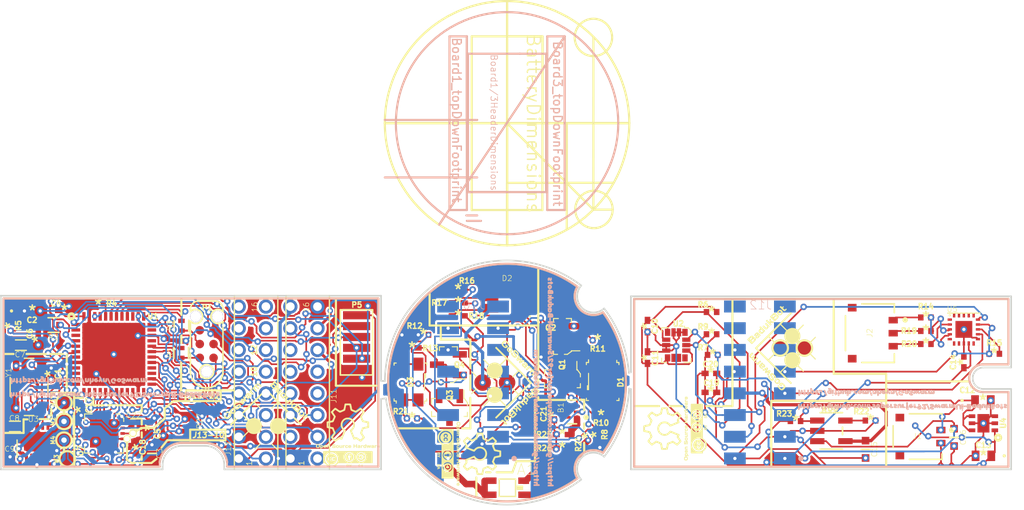
<source format=kicad_pcb>
(kicad_pcb (version 20171130) (host pcbnew "(5.0.0-3-g0214c9d)")
  (title_block (title BadukBot_PCB) (date 2018-10-25) (rev 0.1.0) (comment 1 "Licensed CC-BY-SA 4.0 By Caleb Cover") (comment 2 https://github.com/supersurfer92/SwarmUI-BadukBots))
  (layers (0 F.Cu signal) (31 B.Cu signal) (34 B.Paste user hide) (35 F.Paste user hide) (36 B.SilkS user hide) (37 F.SilkS user) (38 B.Mask user hide) (39 F.Mask user hide) (44 Edge.Cuts user))
  (net 0 "")
  (net 1 "Net-(B1-Pad1)")
  (net 2 "Net-(B1-Pad6)")
  (net 3 "Net-(C22-Pad1)")
  (net 4 "Net-(D1-PadA)")
  (net 5 "Net-(D2-Pad6)")
  (net 6 "Net-(D2-Pad4)")
  (net 7 "Net-(D2-Pad5)")
  (net 8 "Net-(D3-PadA)")
  (net 9 "Net-(J1-Pad3)")
  (net 10 "Net-(J1-Pad4)")
  (net 11 "Net-(J2-Pad5)")
  (net 12 "Net-(J2-Pad4)")
  (net 13 "Net-(J2-Pad1)")
  (net 14 "Net-(J2-Pad2)")
  (net 15 "Net-(J2-Pad3)")
  (net 16 "Net-(Q1-Pad1)")
  (net 17 "Net-(Q3-Pad1)")
  (net 18 "Net-(P1-Pad2)")
  (net 19 SWDIO)
  (net 20 NRST)
  (net 21 "Net-(P1-Pad3)")
  (net 22 "Net-(P1-Pad4)")
  (net 23 SWCLK)
  (net 24 "Net-(R27-Pad2)")
  (net 25 "Net-(U1-Pad2)")
  (net 26 "Net-(U1-Pad3)")
  (net 27 "Net-(U1-Pad4)")
  (net 28 CSN)
  (net 29 SCK)
  (net 30 MISO)
  (net 31 MOSI)
  (net 32 RADIO_CE)
  (net 33 "Net-(U1-Pad27)")
  (net 34 "Net-(U1-Pad28)")
  (net 35 RADIO_CLK)
  (net 36 "Net-(U1-Pad33)")
  (net 37 "Net-(U1-Pad35)")
  (net 38 "Net-(U1-Pad36)")
  (net 39 "Net-(U1-Pad39)")
  (net 40 "Net-(R4-Pad1)")
  (net 41 "Net-(U1-Pad45)")
  (net 42 "Net-(U7-Pad9)")
  (net 43 "Net-(R14-Pad1)")
  (net 44 "Net-(R19-Pad1)")
  (net 45 "Net-(R20-Pad1)")
  (net 46 "Net-(U2-Pad11)")
  (net 47 "Net-(U2-Pad10)")
  (net 48 "Net-(R22-Pad2)")
  (net 49 "Net-(U5-Pad6)")
  (net 50 "Net-(U5-Pad10)")
  (net 51 "Net-(U5-Pad20)")
  (net 52 "Net-(U5-Pad16)")
  (net 53 "Net-(U5-Pad1)")
  (net 54 "Net-(U5-Pad5)")
  (net 55 "Net-(U5-Pad19)")
  (net 56 "Net-(U5-Pad17)")
  (net 57 "Net-(U5-Pad18)")
  (net 58 "Net-(U5-Pad7)")
  (net 59 7a_RGBLED3)
  (net 60 21a_3.3v)
  (net 61 2a_GND)
  (net 62 "Net-(J12-Pad10)")
  (net 63 "Net-(J13-Pad10)")
  (net 64 "Net-(J10-Pad16)")
  (net 65 "Net-(J11-Pad2)")
  (net 66 "Net-(J12-Pad16)")
  (net 67 "Net-(J12-Pad14)")
  (net 68 "Net-(J12-Pad12)")
  (net 69 "Net-(J12-Pad15)")
  (net 70 "Net-(J12-Pad13)")
  (net 71 "Net-(J12-Pad11)")
  (net 72 "Net-(J13-Pad11)")
  (net 73 "Net-(J13-Pad12)")
  (net 74 "Net-(J13-Pad13)")
  (net 75 "Net-(J13-Pad14)")
  (net 76 "Net-(J13-Pad15)")
  (net 77 "Net-(J13-Pad16)")
  (net 78 "Net-(M3-Pad1)")
  (net 79 "Net-(M4-Pad1)")
  (net 80 "Net-(M2-Pad1)")
  (net 81 "Net-(M1-Pad1)")
  (net 82 "Net-(P1-Pad6)")
  (net 83 "Net-(J11-Pad8)")
  (net 84 "Net-(J11-Pad9)")
  (net 85 "Net-(J11-Pad10)")
  (net 86 "Net-(J11-Pad11)")
  (net 87 "Net-(J10-Pad10)")
  (net 88 "Net-(J10-Pad8)")
  (net 89 "Net-(J10-Pad11)")
  (net 90 "Net-(J10-Pad9)")
  (net 91 23a_Ground)
  (net 92 "Net-(U2-Pad9)")
  (net 93 "Net-(A1-Pad1)")
  (net 94 2aGND)
  (net 95 14aVDDPA)
  (net 96 12aA1)
  (net 97 13aA2)
  (net 98 2bGND)
  (net 99 1b33v)
  (net 100 MCUX116MHZ)
  (net 101 MCUX216MHZ)
  (net 102 23aGround)
  (net 103 21a33v)
  (net 104 22aVBAT)
  (net 105 28aP41)
  (net 106 1a33v)
  (net 107 6aRGBLED2)
  (net 108 4aPHOTODIODE2)
  (net 109 15aP41)
  (net 110 7aRGBLED3)
  (net 111 5aRGBLED1)
  (net 112 3aPHOTODIODE1)
  (net 113 3bPHOTODIODE1)
  (net 114 4bPHOTODIODE2)
  (net 115 6bRGBLED2)
  (net 116 5bRGBLED1)
  (net 117 7bRGBLED3)
  (net 118 12bA1)
  (net 119 13bA2)
  (net 120 14bVDDPA)
  (net 121 15bP41)
  (net 122 26aSCL)
  (net 123 24aIMUINT)
  (net 124 ~29aTOUCHCHG~)
  (net 125 27aCHARGING)
  (net 126 25aSDA)
  (net 127 22bVBAT)
  (net 128 24bIMUINT)
  (net 129 11bSCL)
  (net 130 10bSDA)
  (net 131 27bCHARGING)
  (net 132 ~29bTOUCHCHG~)
  (net 133 9bIO2)
  (net 134 8bIO1)
  (net 135 21a3.3v)
  (net 136 RADIOIRQ)
  (net 137 RADIOCLK)
  (net 138 MOTORCONTROL4)
  (net 139 MOTORCONTROL3)
  (net 140 MOTORCONTROL2)
  (net 141 MOTORCONTROL1)
  (module 100nf:C0402C104K4RACTU (layer F.Cu) (at 135.040793 108.663222 180)
    (fp_text reference C19 (at -0.049985 0.86719 180) (layer F.SilkS) (effects (font (size 0.5 0.5) (thickness 0.125))))
    (fp_text value 10nF hide)
    (fp_text user * (at 0 0 180) (layer F.SilkS))
    (pad 2 smd rect (at 0.5334 0 180) (size 0.6604 0.508) (layers F.Cu F.Paste F.Mask) (net 103 21a33v))
    (pad 1 smd rect (at -0.5334 0 180) (size 0.6604 0.508) (layers F.Cu F.Paste F.Mask) (net 102 23aGround))
  )
  (module MOLEX_78171-0002:MOLEX_78171-0002_0 (layer F.Cu) (at 154.065778 112.734148 270)
    (fp_text reference J1 (at -0.034148 0.025778) (layer F.SilkS) (effects (font (size 0.5 0.5) (thickness 0.05))))
    (fp_text value MOLEX781710002 hide)
    (pad 2 smd rect (at 0.6 -2.145 270) (size 0.6 0.85) (layers F.Cu F.Paste F.Mask) (net 102 23aGround))
    (pad 1 smd rect (at -0.6 -2.145 270) (size 0.6 0.85) (layers F.Cu F.Paste F.Mask) (net 104 22aVBAT))
    (pad 4 smd rect (at 1.75 1.63 270) (size 0.7 0.8) (layers F.Cu F.Paste F.Mask) (net 10 "Net-(J1-Pad4)"))
    (pad 3 smd rect (at -1.75 1.63 270) (size 0.7 0.8) (layers F.Cu F.Paste F.Mask) (net 9 "Net-(J1-Pad3)"))
  )
  (module digikey-footprints:SOT-23-3 (layer F.Cu) (at 110.87868 106.109148 180)
    (fp_text reference Q4 (at -1.02132 -0.020852) (layer F.SilkS) (effects (font (size 0.5 0.5) (thickness 0.125))))
    (fp_text value MMBT3904LT1G)
    (pad 1 smd rect (at -1.05 -0.95 180) (size 1.3 0.6) (layers F.Cu F.Paste F.Mask) (net 8 "Net-(D3-PadA)"))
    (pad 2 smd rect (at -1.05 0.95 180) (size 1.3 0.6) (layers F.Cu F.Paste F.Mask) (net 94 2aGND))
    (pad 3 smd rect (at 1.05 0 180) (size 1.3 0.6) (layers F.Cu F.Paste F.Mask) (net 17 "Net-(Q3-Pad1)"))
  )
  (module 22r:VISHAY_CRCW040222R0FKED_0 (layer F.Cu) (at 86.30678 102.52063 90)
    (fp_text reference R3 (at 0.01063 -1.04678 90) (layer F.SilkS) (effects (font (size 0.5 0.5) (thickness 0.05))))
    (fp_text value VISHAY_CRCW040222R0FKED hide)
    (pad 2 smd rect (at 0.45 0 90) (size 0.4 0.6) (layers F.Cu F.Paste F.Mask) (net 23 SWCLK))
    (pad 1 smd rect (at -0.45 0 90) (size 0.4 0.6) (layers F.Cu F.Paste F.Mask) (net 22 "Net-(P1-Pad4)"))
  )
  (module library:ExternalPort (layer F.Cu) (at 102.42868 104.059148 270)
    (fp_text reference P5 (at -3.459148 -0.02132 180) (layer F.SilkS) (effects (font (size 0.5 0.5) (thickness 0.125))))
    (fp_text value Pads hide)
    (pad 6 smd rect (at 2.5 0 270) (size 0.75 2.5) (layers F.Cu F.Paste F.Mask) (net 98 2bGND))
    (pad 5 smd rect (at 1.5 0 270) (size 0.75 2.5) (layers F.Cu F.Paste F.Mask) (net 129 11bSCL))
    (pad 4 smd rect (at 0.5 0 270) (size 0.75 2.5) (layers F.Cu F.Paste F.Mask) (net 130 10bSDA))
    (pad 3 smd rect (at -0.5 0 270) (size 0.75 2.5) (layers F.Cu F.Paste F.Mask) (net 133 9bIO2))
    (pad 2 smd rect (at -1.5 0 270) (size 0.75 2.5) (layers F.Cu F.Paste F.Mask) (net 134 8bIO1))
    (pad 1 smd rect (at -2.5 0 270) (size 0.75 2.5) (layers F.Cu F.Paste F.Mask) (net 99 1b33v))
  )
  (module digikey-footprints:QFN-20-1EP_4x4mm_RevA (layer F.Cu) (at 79.191173 112.448706 270)
    (fp_text reference U7 (at 1.591294 2.181173 270) (layer F.SilkS) (effects (font (size 0.5 0.5) (thickness 0.125))))
    (fp_text value NRF24L01PR7)
    (pad 16 smd rect (at 1 -1.7 270) (size 0.25 0.4) (layers F.Cu F.Paste F.Mask) (net 24 "Net-(R27-Pad2)"))
    (pad 17 smd rect (at 0.5 -1.7 270) (size 0.25 0.4) (layers F.Cu F.Paste F.Mask) (net 98 2bGND))
    (pad 18 smd rect (at 0 -1.7 270) (size 0.25 0.4) (layers F.Cu F.Paste F.Mask) (net 99 1b33v))
    (pad 19 smd rect (at -0.5 -1.7 270) (size 0.25 0.4) (layers F.Cu F.Paste F.Mask) (net 3 "Net-(C22-Pad1)"))
    (pad 20 smd rect (at -1 -1.7 270) (size 0.25 0.4) (layers F.Cu F.Paste F.Mask) (net 98 2bGND))
    (pad 10 smd rect (at 1 1.7 270) (size 0.25 0.4) (layers F.Cu F.Paste F.Mask) (net 35 RADIO_CLK))
    (pad 9 smd rect (at 0.5 1.7 270) (size 0.25 0.4) (layers F.Cu F.Paste F.Mask) (net 42 "Net-(U7-Pad9)"))
    (pad 8 smd rect (at 0 1.7 270) (size 0.25 0.4) (layers F.Cu F.Paste F.Mask) (net 98 2bGND))
    (pad 7 smd rect (at -0.5 1.7 270) (size 0.25 0.4) (layers F.Cu F.Paste F.Mask) (net 99 1b33v))
    (pad 6 smd rect (at -1 1.7 270) (size 0.25 0.4) (layers F.Cu F.Paste F.Mask) (net 136 RADIOIRQ))
    (pad 11 smd rect (at 1.7 1 270) (size 0.4 0.25) (layers F.Cu F.Paste F.Mask) (net 120 14bVDDPA))
    (pad 12 smd rect (at 1.7 0.5 270) (size 0.4 0.25) (layers F.Cu F.Paste F.Mask) (net 118 12bA1))
    (pad 13 smd rect (at 1.7 0 270) (size 0.4 0.25) (layers F.Cu F.Paste F.Mask) (net 119 13bA2))
    (pad 14 smd rect (at 1.7 -0.5 270) (size 0.4 0.25) (layers F.Cu F.Paste F.Mask) (net 98 2bGND))
    (pad 15 smd rect (at 1.7 -1 270) (size 0.4 0.25) (layers F.Cu F.Paste F.Mask) (net 99 1b33v))
    (pad 5 smd rect (at -1.7 1 270) (size 0.4 0.25) (layers F.Cu F.Paste F.Mask) (net 30 MISO))
    (pad 4 smd rect (at -1.7 0.5 270) (size 0.4 0.25) (layers F.Cu F.Paste F.Mask) (net 31 MOSI))
    (pad 3 smd rect (at -1.7 0 270) (size 0.4 0.25) (layers F.Cu F.Paste F.Mask) (net 29 SCK))
    (pad 2 smd rect (at -1.7 -0.5 270) (size 0.4 0.25) (layers F.Cu F.Paste F.Mask) (net 28 CSN))
    (pad 21 smd rect (at 0 0 270) (size 2.6 2.6) (layers F.Cu F.Paste F.Mask) (net 98 2bGND))
    (pad 1 smd rect (at -1.7 -1 270) (size 0.4 0.25) (layers F.Cu F.Paste F.Mask) (net 32 RADIO_CE))
  )
  (module Silk:OpenHardwareLogo (layer F.Cu) (at 101.625 112.625)
    (fp_text reference G2 hide)
    (fp_text value LOGO hide)
  )
  (module gsg-modules:TESTPOINT-50MIL (layer F.Cu) (at 143.65 104.575)
    (fp_text reference TESTPOINT-50MIL hide)
    (fp_text value VAL** hide)
    (pad 1 smd circle (at 0 0) (size 1.27 1.27) (layers F.Cu F.Mask))
  )
  (module Silk:OpenHardwareLogo (layer F.Cu) (at 131.75 112 90)
    (fp_text reference G2 hide)
    (fp_text value LOGO hide)
  )
  (module Silk:BadukBot-GoSwarm (layer F.Cu) (at 141.65 104.6 45)
    (fp_text reference G1 hide)
    (fp_text value LOGO hide)
  )
  (module Silk:BadukBot-GoSwarm (layer F.Cu) (at 94.075 110.875 315)
    (fp_text reference G1 hide)
    (fp_text value LOGO hide)
  )
  (module Connector_DIN:Conn_01x02_Female (layer F.Cu) (at 115.17868 107.759148)
    (fp_text reference P4 (at -0.05 0.05) (layer F.SilkS) (effects (font (size 0.127 0.127) (thickness 0.03175))))
    (fp_text value Conn01x02Female hide)
    (pad 1 smd circle (at -1.15 0) (size 1.524 1.524) (layers F.Cu F.Paste F.Mask) (net 109 15aP41))
    (pad 2 smd circle (at 1.1 0) (size 1.524 1.524) (layers F.Cu F.Paste F.Mask) (net 94 2aGND))
  )
  (module A13:A13_1 (layer B.Cu) (at 113.77868 107.759148 270)
    (fp_text reference J10 (at -7.134148 0.55368 180) (layer B.SilkS) (effects (font (size 0.787402 0.787402) (thickness 0.05)) (justify mirror)))
    (fp_text value A316DA2SV71 hide)
    (pad 16 smd rect (at -7.008176 2.927607 270) (size 1.1 2) (layers B.Cu B.Paste B.Mask) (net 64 "Net-(J10-Pad16)"))
    (pad 14 smd rect (at -5.008176 2.927607 270) (size 1.1 2) (layers B.Cu B.Paste B.Mask) (net 95 14aVDDPA))
    (pad 12 smd rect (at -3.008176 2.927607 270) (size 1.1 2) (layers B.Cu B.Paste B.Mask) (net 96 12aA1))
    (pad 10 smd rect (at -1.008176 2.927607 270) (size 1.1 2) (layers B.Cu B.Paste B.Mask) (net 87 "Net-(J10-Pad10)"))
    (pad 8 smd rect (at 0.991824 2.927607 270) (size 1.1 2) (layers B.Cu B.Paste B.Mask) (net 88 "Net-(J10-Pad8)"))
    (pad 6 smd rect (at 2.991824 2.927607 270) (size 1.1 2) (layers B.Cu B.Paste B.Mask) (net 107 6aRGBLED2))
    (pad 4 smd rect (at 4.991824 2.927607 270) (size 1.1 2) (layers B.Cu B.Paste B.Mask) (net 108 4aPHOTODIODE2))
    (pad 2 smd rect (at 6.991824 2.927607 270) (size 1.1 2) (layers B.Cu B.Paste B.Mask) (net 94 2aGND))
    (pad 15 smd rect (at -7.008176 -1.672393 270) (size 1.1 2) (layers B.Cu B.Paste B.Mask) (net 109 15aP41))
    (pad 13 smd rect (at -5.008176 -1.672393 270) (size 1.1 2) (layers B.Cu B.Paste B.Mask) (net 97 13aA2))
    (pad 11 smd rect (at -3.008176 -1.672393 270) (size 1.1 2) (layers B.Cu B.Paste B.Mask) (net 89 "Net-(J10-Pad11)"))
    (pad 9 smd rect (at -1.008176 -1.672393 270) (size 1.1 2) (layers B.Cu B.Paste B.Mask) (net 90 "Net-(J10-Pad9)"))
    (pad 7 smd rect (at 0.991824 -1.672393 270) (size 1.1 2) (layers B.Cu B.Paste B.Mask) (net 110 7aRGBLED3))
    (pad 5 smd rect (at 2.991824 -1.672393 270) (size 1.1 2) (layers B.Cu B.Paste B.Mask) (net 111 5aRGBLED1))
    (pad 3 smd rect (at 4.991824 -1.672393 270) (size 1.1 2) (layers B.Cu B.Paste B.Mask) (net 112 3aPHOTODIODE1))
    (pad 1 smd rect (at 6.991824 -1.672393 270) (size 1.1 2) (layers B.Cu B.Paste B.Mask) (net 106 1a33v))
  )
  (module A13:A13_1 (layer B.Cu) (at 140.17868 107.759148 270)
    (fp_text reference J12 (at -7.134148 0.55368 180) (layer B.SilkS) (effects (font (size 0.787402 0.787402) (thickness 0.05)) (justify mirror)))
    (fp_text value A316DA2SV71 hide)
    (pad 16 smd rect (at -7.008176 2.927607 270) (size 1.1 2) (layers B.Cu B.Paste B.Mask) (net 66 "Net-(J12-Pad16)"))
    (pad 14 smd rect (at -5.008176 2.927607 270) (size 1.1 2) (layers B.Cu B.Paste B.Mask) (net 67 "Net-(J12-Pad14)"))
    (pad 12 smd rect (at -3.008176 2.927607 270) (size 1.1 2) (layers B.Cu B.Paste B.Mask) (net 68 "Net-(J12-Pad12)"))
    (pad 10 smd rect (at -1.008176 2.927607 270) (size 1.1 2) (layers B.Cu B.Paste B.Mask) (net 62 "Net-(J12-Pad10)"))
    (pad 8 smd rect (at 0.991824 2.927607 270) (size 1.1 2) (layers B.Cu B.Paste B.Mask) (net 105 28aP41))
    (pad 6 smd rect (at 2.991824 2.927607 270) (size 1.1 2) (layers B.Cu B.Paste B.Mask) (net 122 26aSCL))
    (pad 4 smd rect (at 4.991824 2.927607 270) (size 1.1 2) (layers B.Cu B.Paste B.Mask) (net 123 24aIMUINT))
    (pad 2 smd rect (at 6.991824 2.927607 270) (size 1.1 2) (layers B.Cu B.Paste B.Mask) (net 104 22aVBAT))
    (pad 15 smd rect (at -7.008176 -1.672393 270) (size 1.1 2) (layers B.Cu B.Paste B.Mask) (net 69 "Net-(J12-Pad15)"))
    (pad 13 smd rect (at -5.008176 -1.672393 270) (size 1.1 2) (layers B.Cu B.Paste B.Mask) (net 70 "Net-(J12-Pad13)"))
    (pad 11 smd rect (at -3.008176 -1.672393 270) (size 1.1 2) (layers B.Cu B.Paste B.Mask) (net 71 "Net-(J12-Pad11)"))
    (pad 9 smd rect (at -1.008176 -1.672393 270) (size 1.1 2) (layers B.Cu B.Paste B.Mask) (net 124 ~29aTOUCHCHG~))
    (pad 7 smd rect (at 0.991824 -1.672393 270) (size 1.1 2) (layers B.Cu B.Paste B.Mask) (net 125 27aCHARGING))
    (pad 5 smd rect (at 2.991824 -1.672393 270) (size 1.1 2) (layers B.Cu B.Paste B.Mask) (net 126 25aSDA))
    (pad 3 smd rect (at 4.991824 -1.672393 270) (size 1.1 2) (layers B.Cu B.Paste B.Mask) (net 102 23aGround))
    (pad 1 smd rect (at 6.991824 -1.672393 270) (size 1.1 2) (layers B.Cu B.Paste B.Mask) (net 103 21a33v))
  )
  (module 100nf:C0402C104K4RACTU (layer F.Cu) (at 82.15 113.72 270)
    (fp_text reference C18 (at -0.009148 -0.59132 270) (layer F.SilkS) (effects (font (size 0.5 0.5) (thickness 0.125))))
    (fp_text value 100nF hide)
    (fp_text user * (at -0.009148 -0.23132 270) (layer F.SilkS))
    (pad 2 smd rect (at 0.5334 0 270) (size 0.6604 0.508) (layers F.Cu F.Paste F.Mask) (net 99 1b33v))
    (pad 1 smd rect (at -0.5334 0 270) (size 0.6604 0.508) (layers F.Cu F.Paste F.Mask) (net 98 2bGND))
  )
  (module 16pos_2mm_RA:0877601616 (layer F.Cu) (at 92.82868 107.759148 270)
    (fp_text reference J13 (at 6.080852 2.21868 270) (layer F.SilkS) (effects (font (size 0.5 0.5) (thickness 0.05))))
    (fp_text value 0877601616 hide)
    (fp_text user 1 (at 7.440852 0.27868 270) (layer F.SilkS) (effects (font (size 0.5 0.5) (thickness 0.05))))
    (fp_text user 16 (at -6.969148 -0.22132 270) (layer F.SilkS) (effects (font (size 0.5 0.5) (thickness 0.05))))
    (fp_text user 1 (at 7.440852 0.27868 270) (layer F.SilkS) (effects (font (size 0.5 0.5) (thickness 0.05))))
    (pad 1 thru_hole circle (at 7 1.25 90) (size 1.308 1.308) (drill 0.8) (layers *.Cu *.Mask) (net 99 1b33v))
    (pad 2 thru_hole circle (at 7 -1.25 90) (size 1.308 1.308) (drill 0.8) (layers *.Cu *.Mask) (net 127 22bVBAT))
    (pad 3 thru_hole circle (at 5 1.25 90) (size 1.308 1.308) (drill 0.8) (layers *.Cu *.Mask) (net 98 2bGND))
    (pad 4 thru_hole circle (at 5 -1.25 90) (size 1.308 1.308) (drill 0.8) (layers *.Cu *.Mask) (net 128 24bIMUINT))
    (pad 6 thru_hole circle (at 3 -1.25 90) (size 1.308 1.308) (drill 0.8) (layers *.Cu *.Mask) (net 129 11bSCL))
    (pad 5 thru_hole circle (at 3 1.25 90) (size 1.308 1.308) (drill 0.8) (layers *.Cu *.Mask) (net 130 10bSDA))
    (pad 8 thru_hole circle (at 1 -1.25 90) (size 1.308 1.308) (drill 0.8) (layers *.Cu *.Mask) (net 121 15bP41))
    (pad 7 thru_hole circle (at 1 1.25 90) (size 1.308 1.308) (drill 0.8) (layers *.Cu *.Mask) (net 131 27bCHARGING))
    (pad 9 thru_hole circle (at -1 1.25 90) (size 1.308 1.308) (drill 0.8) (layers *.Cu *.Mask) (net 132 ~29bTOUCHCHG~))
    (pad 10 thru_hole circle (at -1 -1.25 90) (size 1.308 1.308) (drill 0.8) (layers *.Cu *.Mask) (net 63 "Net-(J13-Pad10)"))
    (pad 11 thru_hole circle (at -3 1.25 90) (size 1.308 1.308) (drill 0.8) (layers *.Cu *.Mask) (net 72 "Net-(J13-Pad11)"))
    (pad 12 thru_hole circle (at -3 -1.25 90) (size 1.308 1.308) (drill 0.8) (layers *.Cu *.Mask) (net 73 "Net-(J13-Pad12)"))
    (pad 13 thru_hole circle (at -5 1.25 90) (size 1.308 1.308) (drill 0.8) (layers *.Cu *.Mask) (net 74 "Net-(J13-Pad13)"))
    (pad 14 thru_hole circle (at -5 -1.25 90) (size 1.308 1.308) (drill 0.8) (layers *.Cu *.Mask) (net 75 "Net-(J13-Pad14)"))
    (pad 15 thru_hole circle (at -7 1.25 90) (size 1.308 1.308) (drill 0.8) (layers *.Cu *.Mask) (net 76 "Net-(J13-Pad15)"))
    (pad 16 thru_hole circle (at -7 -1.25 90) (size 1.308 1.308) (drill 0.8) (layers *.Cu *.Mask) (net 77 "Net-(J13-Pad16)"))
  )
  (module 100nf:C0402C104K4RACTU (layer F.Cu) (at 73.12868 103.759148 270)
    (fp_text reference C6 (at -0.509148 0.77868 270) (layer F.SilkS) (effects (font (size 0.5 0.5) (thickness 0.125))))
    (fp_text value 100nF hide)
    (fp_text user * (at 0 0 270) (layer F.SilkS))
    (pad 2 smd rect (at 0.5334 0 270) (size 0.6604 0.508) (layers F.Cu F.Paste F.Mask) (net 98 2bGND))
    (pad 1 smd rect (at -0.5334 0 270) (size 0.6604 0.508) (layers F.Cu F.Paste F.Mask) (net 20 NRST))
  )
  (module vq:VQFN_20PAD (layer F.Cu) (at 158.32868 102.859148)
    (fp_text reference U5 (at -1.07868 -1.859148) (layer F.SilkS) (effects (font (size 0.5 0.5) (thickness 0.05))))
    (fp_text value AT42QT1070MMHCTND hide)
    (pad 13 smd rect (at 1.3 0 180) (size 0.4 0.22) (layers F.Cu F.Paste F.Mask) (net 102 23aGround))
    (pad 12 smd rect (at 1.3 0.45 180) (size 0.4 0.22) (layers F.Cu F.Paste F.Mask) (net 126 25aSDA))
    (pad 14 smd rect (at 1.3 -0.45 180) (size 0.4 0.22) (layers F.Cu F.Paste F.Mask) (net 124 ~29aTOUCHCHG~))
    (pad 3 smd rect (at -1.3 0 180) (size 0.4 0.22) (layers F.Cu F.Paste F.Mask) (net 44 "Net-(R19-Pad1)"))
    (pad 4 smd rect (at -1.3 0.45 180) (size 0.4 0.22) (layers F.Cu F.Paste F.Mask) (net 43 "Net-(R14-Pad1)"))
    (pad 2 smd rect (at -1.3 -0.45 180) (size 0.4 0.22) (layers F.Cu F.Paste F.Mask) (net 45 "Net-(R20-Pad1)"))
    (pad 8 smd rect (at 0 1.3 270) (size 0.4 0.22) (layers F.Cu F.Paste F.Mask) (net 102 23aGround))
    (pad 9 smd rect (at 0.45 1.3 270) (size 0.4 0.22) (layers F.Cu F.Paste F.Mask) (net 102 23aGround))
    (pad 7 smd rect (at -0.45 1.3 270) (size 0.4 0.22) (layers F.Cu F.Paste F.Mask) (net 58 "Net-(U5-Pad7)"))
    (pad 18 smd rect (at 0 -1.3 270) (size 0.4 0.22) (layers F.Cu F.Paste F.Mask) (net 57 "Net-(U5-Pad18)"))
    (pad 17 smd rect (at 0.45 -1.3 270) (size 0.4 0.22) (layers F.Cu F.Paste F.Mask) (net 56 "Net-(U5-Pad17)"))
    (pad 19 smd rect (at -0.45 -1.3 270) (size 0.4 0.22) (layers F.Cu F.Paste F.Mask) (net 55 "Net-(U5-Pad19)"))
    (pad 11 smd rect (at 1.3 0.9 180) (size 0.4 0.22) (layers F.Cu F.Paste F.Mask) (net 102 23aGround))
    (pad 5 smd rect (at -1.3 0.9 180) (size 0.4 0.22) (layers F.Cu F.Paste F.Mask) (net 54 "Net-(U5-Pad5)"))
    (pad 15 smd rect (at 1.3 -0.9 180) (size 0.4 0.22) (layers F.Cu F.Paste F.Mask) (net 122 26aSCL))
    (pad 1 smd rect (at -1.3 -0.9 180) (size 0.4 0.22) (layers F.Cu F.Paste F.Mask) (net 53 "Net-(U5-Pad1)"))
    (pad 16 smd rect (at 0.9 -1.3 270) (size 0.4 0.22) (layers F.Cu F.Paste F.Mask) (net 52 "Net-(U5-Pad16)"))
    (pad 20 smd rect (at -0.9 -1.3 270) (size 0.4 0.22) (layers F.Cu F.Paste F.Mask) (net 51 "Net-(U5-Pad20)"))
    (pad 10 smd rect (at 0.9 1.3 270) (size 0.4 0.22) (layers F.Cu F.Paste F.Mask) (net 50 "Net-(U5-Pad10)"))
    (pad 6 smd rect (at -0.9 1.3 270) (size 0.4 0.22) (layers F.Cu F.Paste F.Mask) (net 49 "Net-(U5-Pad6)"))
    (pad 44 smd rect (at 0 0 180) (size 1.55 1.55) (layers F.Cu F.Paste F.Mask) (net 102 23aGround))
  )
  (module 16pos_2mm_RA:0877601616 (layer F.Cu) (at 97.57868 107.759148 270)
    (fp_text reference J11 (at 1.240852 -2.74632 270) (layer F.SilkS) (effects (font (size 0.5 0.5) (thickness 0.05))))
    (fp_text value 62401621722 hide)
    (fp_text user 1 (at 7.415852 0.22868 270) (layer F.SilkS) (effects (font (size 0.5 0.5) (thickness 0.05))))
    (fp_text user 16 (at -6.949148 -0.22132 270) (layer F.SilkS) (effects (font (size 0.5 0.5) (thickness 0.05))))
    (fp_text user 1 (at 7.415852 0.22868 270) (layer F.SilkS) (effects (font (size 0.5 0.5) (thickness 0.05))))
    (pad 1 thru_hole circle (at 7 1.25 90) (size 1.308 1.308) (drill 0.8) (layers *.Cu *.Mask) (net 99 1b33v))
    (pad 2 thru_hole circle (at 7 -1.25 90) (size 1.308 1.308) (drill 0.8) (layers *.Cu *.Mask) (net 65 "Net-(J11-Pad2)"))
    (pad 3 thru_hole circle (at 5 1.25 90) (size 1.308 1.308) (drill 0.8) (layers *.Cu *.Mask) (net 113 3bPHOTODIODE1))
    (pad 4 thru_hole circle (at 5 -1.25 90) (size 1.308 1.308) (drill 0.8) (layers *.Cu *.Mask) (net 114 4bPHOTODIODE2))
    (pad 6 thru_hole circle (at 3 -1.25 90) (size 1.308 1.308) (drill 0.8) (layers *.Cu *.Mask) (net 115 6bRGBLED2))
    (pad 5 thru_hole circle (at 3 1.25 90) (size 1.308 1.308) (drill 0.8) (layers *.Cu *.Mask) (net 116 5bRGBLED1))
    (pad 8 thru_hole circle (at 1 -1.25 90) (size 1.308 1.308) (drill 0.8) (layers *.Cu *.Mask) (net 83 "Net-(J11-Pad8)"))
    (pad 7 thru_hole circle (at 1 1.25 90) (size 1.308 1.308) (drill 0.8) (layers *.Cu *.Mask) (net 117 7bRGBLED3))
    (pad 9 thru_hole circle (at -1 1.25 90) (size 1.308 1.308) (drill 0.8) (layers *.Cu *.Mask) (net 84 "Net-(J11-Pad9)"))
    (pad 10 thru_hole circle (at -1 -1.25 90) (size 1.308 1.308) (drill 0.8) (layers *.Cu *.Mask) (net 85 "Net-(J11-Pad10)"))
    (pad 11 thru_hole circle (at -3 1.25 90) (size 1.308 1.308) (drill 0.8) (layers *.Cu *.Mask) (net 86 "Net-(J11-Pad11)"))
    (pad 12 thru_hole circle (at -3 -1.25 90) (size 1.308 1.308) (drill 0.8) (layers *.Cu *.Mask) (net 118 12bA1))
    (pad 13 thru_hole circle (at -5 1.25 90) (size 1.308 1.308) (drill 0.8) (layers *.Cu *.Mask) (net 119 13bA2))
    (pad 14 thru_hole circle (at -5 -1.25 90) (size 1.308 1.308) (drill 0.8) (layers *.Cu *.Mask) (net 120 14bVDDPA))
    (pad 15 thru_hole circle (at -7 1.25 90) (size 1.308 1.308) (drill 0.8) (layers *.Cu *.Mask) (net 121 15bP41))
    (pad 16 thru_hole circle (at -7 -1.25 90) (size 1.308 1.308) (drill 0.8) (layers *.Cu *.Mask) (net 98 2bGND))
  )
  (module 10uF:CAPC1608X9N (layer F.Cu) (at 70.53 113.85 90)
    (fp_text reference C9 (at -0.025 -0.035) (layer F.SilkS) (effects (font (size 0.480732 0.480732) (thickness 0.05))))
    (fp_text value 10uF hide)
    (pad 2 smd rect (at 0.75 0 90) (size 0.93 0.93) (layers F.Cu F.Paste F.Mask) (net 98 2bGND))
    (pad 1 smd rect (at -0.75 0 90) (size 0.93 0.93) (layers F.Cu F.Paste F.Mask) (net 99 1b33v))
  )
  (module 1uF:0603ZD105KAT2A (layer F.Cu) (at 160.07868 109.409148)
    (fp_text reference C12 (at -1.42868 -0.949148) (layer F.SilkS) (effects (font (size 0.5 0.5) (thickness 0.125))))
    (fp_text value 1uF hide)
    (fp_text user * (at 0 0) (layer F.SilkS))
    (pad 2 smd rect (at 0.7239 0) (size 0.7112 0.9652) (layers F.Cu F.Paste F.Mask) (net 102 23aGround))
    (pad 1 smd rect (at -0.7239 0) (size 0.7112 0.9652) (layers F.Cu F.Paste F.Mask) (net 104 22aVBAT))
  )
  (module 1uF:0603ZD105KAT2A (layer F.Cu) (at 72.57868 101.159148)
    (fp_text reference C2 (at -0.02868 0.840852) (layer F.SilkS) (effects (font (size 0.5 0.5) (thickness 0.125))))
    (fp_text value 1uF hide)
    (fp_text user * (at 0 0) (layer F.SilkS))
    (pad 2 smd rect (at 0.7239 0) (size 0.7112 0.9652) (layers F.Cu F.Paste F.Mask) (net 98 2bGND))
    (pad 1 smd rect (at -0.7239 0) (size 0.7112 0.9652) (layers F.Cu F.Paste F.Mask) (net 99 1b33v))
  )
  (module 1uF:0603ZD105KAT2A (layer F.Cu) (at 160.12868 114.509148 180)
    (fp_text reference C13 (at 0 0.989148 180) (layer F.SilkS) (effects (font (size 0.5 0.5) (thickness 0.125))))
    (fp_text value 1uF hide)
    (fp_text user * (at 0 0 180) (layer F.SilkS))
    (pad 2 smd rect (at 0.7239 0 180) (size 0.7112 0.9652) (layers F.Cu F.Paste F.Mask) (net 102 23aGround))
    (pad 1 smd rect (at -0.7239 0 180) (size 0.7112 0.9652) (layers F.Cu F.Paste F.Mask) (net 103 21a33v))
  )
  (module 33nF:CAPC1005X55N (layer F.Cu) (at 82.14 111.58)
    (fp_text reference C22 (at -0.23 -0.81) (layer F.SilkS) (effects (font (size 0.5 0.5) (thickness 0.05))))
    (fp_text value 33nF hide)
    (pad 2 smd rect (at 0.43 0 90) (size 0.6 0.54) (layers F.Cu F.Paste F.Mask) (net 98 2bGND))
    (pad 1 smd rect (at -0.43 0 90) (size 0.6 0.54) (layers F.Cu F.Paste F.Mask) (net 3 "Net-(C22-Pad1)"))
  )
  (module JOHANSON_2450BM14A0002T:JOHANSON_2450BM14A0002T_0 (layer F.Cu) (at 122.27868 110.459148 180)
    (fp_text reference B1 (at 1.05368 0.384148 -90) (layer F.SilkS) (effects (font (size 0.5 0.5) (thickness 0.05))))
    (fp_text value nrf24l01 hide)
    (pad 6 smd rect (at 0.425 -0.5 180) (size 0.55 0.25) (layers F.Cu F.Paste F.Mask) (net 2 "Net-(B1-Pad6)"))
    (pad 5 smd rect (at 0.425 0 180) (size 0.55 0.25) (layers F.Cu F.Paste F.Mask) (net 95 14aVDDPA))
    (pad 4 smd rect (at 0.425 0.5 180) (size 0.55 0.25) (layers F.Cu F.Paste F.Mask) (net 96 12aA1))
    (pad 3 smd rect (at -0.425 0.5 180) (size 0.55 0.25) (layers F.Cu F.Paste F.Mask) (net 97 13aA2))
    (pad 2 smd rect (at -0.425 0 180) (size 0.55 0.25) (layers F.Cu F.Paste F.Mask) (net 94 2aGND))
    (pad 1 smd rect (at -0.425 -0.5 180) (size 0.55 0.25) (layers F.Cu F.Paste F.Mask) (net 1 "Net-(B1-Pad1)"))
  )
  (module 22pf_GRM1555C1H220JA01D:CAPC1005X55N (layer F.Cu) (at 71.52868 104.309148)
    (fp_text reference C7 (at -0.07868 0.865852) (layer F.SilkS) (effects (font (size 0.5 0.5) (thickness 0.05))))
    (fp_text value 22pF hide)
    (pad 2 smd rect (at 0.43 0 90) (size 0.6 0.54) (layers F.Cu F.Paste F.Mask) (net 98 2bGND))
    (pad 1 smd rect (at -0.43 0 90) (size 0.6 0.54) (layers F.Cu F.Paste F.Mask) (net 100 MCUX116MHZ))
  )
  (module 22pf_GRM1555C1H220JA01D:CAPC1005X55N (layer F.Cu) (at 70.975 111.8 180)
    (fp_text reference C8 (at 0.05 0.75 180) (layer F.SilkS) (effects (font (size 0.5 0.5) (thickness 0.05))))
    (fp_text value 22pF hide)
    (pad 2 smd rect (at 0.43 0 270) (size 0.6 0.54) (layers F.Cu F.Paste F.Mask) (net 98 2bGND))
    (pad 1 smd rect (at -0.43 0 270) (size 0.6 0.54) (layers F.Cu F.Paste F.Mask) (net 101 MCUX216MHZ))
  )
  (module TAIYO_YUDEN_LMK107BJ475KA-T:TAIYO_YUDEN_LMK107BJ475KA-T_0 (layer F.Cu) (at 83.59 114.29 270)
    (fp_text reference C3 (at 0 -0.7 270) (layer F.SilkS) (effects (font (size 0.5 0.5) (thickness 0.05))))
    (fp_text value TAIYO_YUDEN_LMK107BJ475KA-T hide)
    (pad 2 smd rect (at 0.8 0 270) (size 0.7 0.7) (layers F.Cu F.Paste F.Mask) (net 98 2bGND))
    (pad 1 smd rect (at -0.8 0 270) (size 0.7 0.7) (layers F.Cu F.Paste F.Mask) (net 99 1b33v))
  )
  (module TAIYO_YUDEN_LMK107BJ475KA-T:TAIYO_YUDEN_LMK107BJ475KA-T_0 (layer F.Cu) (at 149.27868 113.909148 270)
    (fp_text reference C15 (at 0.000852 -0.81132 270) (layer F.SilkS) (effects (font (size 0.5 0.5) (thickness 0.05))))
    (fp_text value TAIYO_YUDEN_LMK107BJ475KA-T hide)
    (pad 2 smd rect (at 0.8 0 270) (size 0.7 0.7) (layers F.Cu F.Paste F.Mask) (net 102 23aGround))
    (pad 1 smd rect (at -0.8 0 270) (size 0.7 0.7) (layers F.Cu F.Paste F.Mask) (net 105 28aP41))
  )
  (module TAIYO_YUDEN_LMK107BJ475KA-T:TAIYO_YUDEN_LMK107BJ475KA-T_0 (layer F.Cu) (at 157.42868 112.809148 270)
    (fp_text reference C16 (at 0.000852 -0.83132 270) (layer F.SilkS) (effects (font (size 0.5 0.5) (thickness 0.05))))
    (fp_text value Taiyo hide)
    (pad 2 smd rect (at 0.8 0 270) (size 0.7 0.7) (layers F.Cu F.Paste F.Mask) (net 102 23aGround))
    (pad 1 smd rect (at -0.8 0 270) (size 0.7 0.7) (layers F.Cu F.Paste F.Mask) (net 104 22aVBAT))
  )
  (module SMLVN6RGB1W1:LED310X280X60-6N (layer F.Cu) (at 116.27868 99.959148 180)
    (fp_text reference D2 (at -0.00132 1.809148 180) (layer F.SilkS) (effects (font (size 0.5 0.5) (thickness 0.05))))
    (fp_text value SMLVN6RGB1W1 hide)
    (pad 5 smd rect (at 1.525 0 180) (size 1.45 0.6) (layers F.Cu F.Paste F.Mask) (net 7 "Net-(D2-Pad5)"))
    (pad 2 smd rect (at -1.525 0 180) (size 1.45 0.6) (layers F.Cu F.Paste F.Mask) (net 106 1a33v))
    (pad 4 smd rect (at 1.525 0.95 180) (size 1.45 0.8) (layers F.Cu F.Paste F.Mask) (net 6 "Net-(D2-Pad4)"))
    (pad 6 smd rect (at 1.525 -0.95 180) (size 1.45 0.8) (layers F.Cu F.Paste F.Mask) (net 5 "Net-(D2-Pad6)"))
    (pad 3 smd rect (at -1.525 0.95 180) (size 1.45 0.8) (layers F.Cu F.Paste F.Mask) (net 106 1a33v))
    (pad 1 smd rect (at -1.525 -0.95 180) (size 1.45 0.8) (layers F.Cu F.Paste F.Mask) (net 106 1a33v))
  )
  (module MOLEX_78171-0003:MOLEX_78171-0003_0 (layer F.Cu) (at 149.67868 103.209148 270)
    (fp_text reference J2 (at -0.019148 0.01868 270) (layer F.SilkS) (effects (font (size 0.5 0.5) (thickness 0.05))))
    (fp_text value MOLEX781710003 hide)
    (pad 5 smd rect (at 2.35 1.63 270) (size 0.7 0.8) (layers F.Cu F.Paste F.Mask) (net 11 "Net-(J2-Pad5)"))
    (pad 4 smd rect (at -2.35 1.63 270) (size 0.7 0.8) (layers F.Cu F.Paste F.Mask) (net 12 "Net-(J2-Pad4)"))
    (pad 1 smd rect (at -1.2 -2.145 270) (size 0.6 0.85) (layers F.Cu F.Paste F.Mask) (net 13 "Net-(J2-Pad1)"))
    (pad 2 smd rect (at 0 -2.145 270) (size 0.6 0.85) (layers F.Cu F.Paste F.Mask) (net 14 "Net-(J2-Pad2)"))
    (pad 3 smd rect (at 1.2 -2.145 270) (size 0.6 0.85) (layers F.Cu F.Paste F.Mask) (net 15 "Net-(J2-Pad3)"))
  )
  (module 22r:VISHAY_CRCW040222R0FKED_0 (layer F.Cu) (at 86.285169 105.02971 90)
    (fp_text reference R1 (at 0.022686 -1.025169 90) (layer F.SilkS) (effects (font (size 0.5 0.5) (thickness 0.05))))
    (fp_text value VISHAY_CRCW040222R0FKED hide)
    (pad 2 smd rect (at 0.45 0 90) (size 0.4 0.6) (layers F.Cu F.Paste F.Mask) (net 19 SWDIO))
    (pad 1 smd rect (at -0.45 0 90) (size 0.4 0.6) (layers F.Cu F.Paste F.Mask) (net 18 "Net-(P1-Pad2)"))
  )
  (module 22r:VISHAY_CRCW040222R0FKED_0 (layer F.Cu) (at 74.52868 102.459148 180)
    (fp_text reference R2 (at -0.00132 -1.130852 180) (layer F.SilkS) (effects (font (size 0.5 0.5) (thickness 0.05))))
    (fp_text value VISHAY_CRCW040222R0FKED hide)
    (pad 2 smd rect (at 0.45 0 180) (size 0.4 0.6) (layers F.Cu F.Paste F.Mask) (net 20 NRST))
    (pad 1 smd rect (at -0.45 0 180) (size 0.4 0.6) (layers F.Cu F.Paste F.Mask) (net 21 "Net-(P1-Pad3)"))
  )
  (module 22K:RESC1005X40N (layer F.Cu) (at 87.28 111.3 270)
    (fp_text reference R27 (at 0.014499 -0.692352 270) (layer F.SilkS) (effects (font (size 0.5 0.5) (thickness 0.05))))
    (fp_text value 22K hide)
    (pad 2 smd rect (at 0.5842 0 270) (size 0.6604 0.6096) (layers F.Cu F.Paste F.Mask) (net 24 "Net-(R27-Pad2)"))
    (pad 1 smd rect (at -0.5842 0 270) (size 0.6604 0.6096) (layers F.Cu F.Paste F.Mask) (net 98 2bGND))
  )
  (module STM32F051C8U6:QFN50P700X700X65-49N-D (layer F.Cu) (at 80.07868 105.159148)
    (fp_text reference U1 (at 3.6 -3.5) (layer F.SilkS) (effects (font (size 0.5 0.5) (thickness 0.125))))
    (fp_text value STM32F051C8U6 hide)
    (pad 49 smd rect (at 0 0) (size 5.7 5.7) (layers F.Cu F.Paste F.Mask) (net 98 2bGND))
    (pad 48 smd rect (at -2.75 -3.5) (size 0.3 0.8) (layers F.Cu F.Paste F.Mask) (net 99 1b33v))
    (pad 47 smd rect (at -2.25 -3.5) (size 0.3 0.8) (layers F.Cu F.Paste F.Mask) (net 98 2bGND))
    (pad 46 smd rect (at -1.75 -3.5) (size 0.3 0.8) (layers F.Cu F.Paste F.Mask) (net 113 3bPHOTODIODE1))
    (pad 45 smd rect (at -1.25 -3.5) (size 0.3 0.8) (layers F.Cu F.Paste F.Mask) (net 41 "Net-(U1-Pad45)"))
    (pad 44 smd rect (at -0.75 -3.5) (size 0.3 0.8) (layers F.Cu F.Paste F.Mask) (net 40 "Net-(R4-Pad1)"))
    (pad 43 smd rect (at -0.25 -3.5) (size 0.3 0.8) (layers F.Cu F.Paste F.Mask) (net 130 10bSDA))
    (pad 42 smd rect (at 0.25 -3.5) (size 0.3 0.8) (layers F.Cu F.Paste F.Mask) (net 129 11bSCL))
    (pad 41 smd rect (at 0.75 -3.5) (size 0.3 0.8) (layers F.Cu F.Paste F.Mask) (net 133 9bIO2))
    (pad 40 smd rect (at 1.25 -3.5) (size 0.3 0.8) (layers F.Cu F.Paste F.Mask) (net 134 8bIO1))
    (pad 39 smd rect (at 1.75 -3.5) (size 0.3 0.8) (layers F.Cu F.Paste F.Mask) (net 39 "Net-(U1-Pad39)"))
    (pad 38 smd rect (at 2.25 -3.5) (size 0.3 0.8) (layers F.Cu F.Paste F.Mask) (net 136 RADIOIRQ))
    (pad 37 smd rect (at 2.75 -3.5) (size 0.3 0.8) (layers F.Cu F.Paste F.Mask) (net 23 SWCLK))
    (pad 36 smd rect (at 3.5 -2.75 90) (size 0.3 0.8) (layers F.Cu F.Paste F.Mask) (net 38 "Net-(U1-Pad36)"))
    (pad 35 smd rect (at 3.5 -2.25 90) (size 0.3 0.8) (layers F.Cu F.Paste F.Mask) (net 37 "Net-(U1-Pad35)"))
    (pad 34 smd rect (at 3.5 -1.75 90) (size 0.3 0.8) (layers F.Cu F.Paste F.Mask) (net 19 SWDIO))
    (pad 33 smd rect (at 3.5 -1.25 90) (size 0.3 0.8) (layers F.Cu F.Paste F.Mask) (net 36 "Net-(U1-Pad33)"))
    (pad 32 smd rect (at 3.5 -0.75 90) (size 0.3 0.8) (layers F.Cu F.Paste F.Mask) (net 115 6bRGBLED2))
    (pad 31 smd rect (at 3.5 -0.25 90) (size 0.3 0.8) (layers F.Cu F.Paste F.Mask) (net 116 5bRGBLED1))
    (pad 30 smd rect (at 3.5 0.25 90) (size 0.3 0.8) (layers F.Cu F.Paste F.Mask) (net 117 7bRGBLED3))
    (pad 29 smd rect (at 3.5 0.75 90) (size 0.3 0.8) (layers F.Cu F.Paste F.Mask) (net 137 RADIOCLK))
    (pad 28 smd rect (at 3.5 1.25 90) (size 0.3 0.8) (layers F.Cu F.Paste F.Mask) (net 34 "Net-(U1-Pad28)"))
    (pad 27 smd rect (at 3.5 1.75 90) (size 0.3 0.8) (layers F.Cu F.Paste F.Mask) (net 33 "Net-(U1-Pad27)"))
    (pad 26 smd rect (at 3.5 2.25 90) (size 0.3 0.8) (layers F.Cu F.Paste F.Mask) (net 131 27bCHARGING))
    (pad 25 smd rect (at 3.5 2.75 90) (size 0.3 0.8) (layers F.Cu F.Paste F.Mask) (net 128 24bIMUINT))
    (pad 24 smd rect (at 2.75 3.5) (size 0.3 0.8) (layers F.Cu F.Paste F.Mask) (net 99 1b33v))
    (pad 23 smd rect (at 2.25 3.5) (size 0.3 0.8) (layers F.Cu F.Paste F.Mask) (net 98 2bGND))
    (pad 22 smd rect (at 1.75 3.5) (size 0.3 0.8) (layers F.Cu F.Paste F.Mask) (net 130 10bSDA))
    (pad 21 smd rect (at 1.25 3.5) (size 0.3 0.8) (layers F.Cu F.Paste F.Mask) (net 129 11bSCL))
    (pad 20 smd rect (at 0.75 3.5) (size 0.3 0.8) (layers F.Cu F.Paste F.Mask) (net 132 ~29bTOUCHCHG~))
    (pad 19 smd rect (at 0.25 3.5) (size 0.3 0.8) (layers F.Cu F.Paste F.Mask) (net 114 4bPHOTODIODE2))
    (pad 18 smd rect (at -0.25 3.5) (size 0.3 0.8) (layers F.Cu F.Paste F.Mask) (net 32 RADIO_CE))
    (pad 17 smd rect (at -0.75 3.5) (size 0.3 0.8) (layers F.Cu F.Paste F.Mask) (net 31 MOSI))
    (pad 16 smd rect (at -1.25 3.5) (size 0.3 0.8) (layers F.Cu F.Paste F.Mask) (net 30 MISO))
    (pad 15 smd rect (at -1.75 3.5) (size 0.3 0.8) (layers F.Cu F.Paste F.Mask) (net 29 SCK))
    (pad 14 smd rect (at -2.25 3.5) (size 0.3 0.8) (layers F.Cu F.Paste F.Mask) (net 28 CSN))
    (pad 13 smd rect (at -2.75 3.5) (size 0.3 0.8) (layers F.Cu F.Paste F.Mask) (net 138 MOTORCONTROL4))
    (pad 12 smd rect (at -3.5 2.75 90) (size 0.3 0.8) (layers F.Cu F.Paste F.Mask) (net 139 MOTORCONTROL3))
    (pad 11 smd rect (at -3.5 2.25 90) (size 0.3 0.8) (layers F.Cu F.Paste F.Mask) (net 140 MOTORCONTROL2))
    (pad 10 smd rect (at -3.5 1.75 90) (size 0.3 0.8) (layers F.Cu F.Paste F.Mask) (net 141 MOTORCONTROL1))
    (pad 9 smd rect (at -3.5 1.25 90) (size 0.3 0.8) (layers F.Cu F.Paste F.Mask) (net 99 1b33v))
    (pad 8 smd rect (at -3.5 0.75 90) (size 0.3 0.8) (layers F.Cu F.Paste F.Mask) (net 98 2bGND))
    (pad 7 smd rect (at -3.5 0.25 90) (size 0.3 0.8) (layers F.Cu F.Paste F.Mask) (net 20 NRST))
    (pad 6 smd rect (at -3.5 -0.25 90) (size 0.3 0.8) (layers F.Cu F.Paste F.Mask) (net 101 MCUX216MHZ))
    (pad 5 smd rect (at -3.5 -0.75 90) (size 0.3 0.8) (layers F.Cu F.Paste F.Mask) (net 100 MCUX116MHZ))
    (pad 4 smd rect (at -3.5 -1.25 90) (size 0.3 0.8) (layers F.Cu F.Paste F.Mask) (net 27 "Net-(U1-Pad4)"))
    (pad 3 smd rect (at -3.5 -1.75 90) (size 0.3 0.8) (layers F.Cu F.Paste F.Mask) (net 26 "Net-(U1-Pad3)"))
    (pad 2 smd rect (at -3.5 -2.25 90) (size 0.3 0.8) (layers F.Cu F.Paste F.Mask) (net 25 "Net-(U1-Pad2)"))
    (pad 1 smd rect (at -3.5 -2.75 90) (size 0.3 0.8) (layers F.Cu F.Paste F.Mask) (net 127 22bVBAT))
  )
  (module A3901SEJTR-T:DFN300X300X75-11N (layer F.Cu) (at 73.025 113.209148 270)
    (fp_text reference U3 (at -2.084148 0.35) (layer F.SilkS) (effects (font (size 0.5 0.5) (thickness 0.05))))
    (fp_text value A3901SEJTRT hide)
    (pad 11 smd rect (at 0 0 270) (size 1.651 2.3876) (layers F.Cu F.Paste F.Mask) (net 98 2bGND))
    (pad 10 smd rect (at 1.4478 -0.9906 270) (size 0.7112 0.254) (layers F.Cu F.Paste F.Mask) (net 78 "Net-(M3-Pad1)"))
    (pad 9 smd rect (at 1.4478 -0.508 270) (size 0.7112 0.254) (layers F.Cu F.Paste F.Mask) (net 79 "Net-(M4-Pad1)"))
    (pad 8 smd rect (at 1.4478 0 270) (size 0.7112 0.254) (layers F.Cu F.Paste F.Mask) (net 99 1b33v))
    (pad 7 smd rect (at 1.4478 0.508 270) (size 0.7112 0.254) (layers F.Cu F.Paste F.Mask) (net 80 "Net-(M2-Pad1)"))
    (pad 6 smd rect (at 1.4478 0.9906 270) (size 0.7112 0.254) (layers F.Cu F.Paste F.Mask) (net 81 "Net-(M1-Pad1)"))
    (pad 5 smd rect (at -1.4478 0.9906 270) (size 0.7112 0.254) (layers F.Cu F.Paste F.Mask) (net 138 MOTORCONTROL4))
    (pad 4 smd rect (at -1.4478 0.508 270) (size 0.7112 0.254) (layers F.Cu F.Paste F.Mask) (net 139 MOTORCONTROL3))
    (pad 3 smd rect (at -1.4478 0 270) (size 0.7112 0.254) (layers F.Cu F.Paste F.Mask) (net 98 2bGND))
    (pad 2 smd rect (at -1.4478 -0.508 270) (size 0.7112 0.254) (layers F.Cu F.Paste F.Mask) (net 140 MOTORCONTROL2))
    (pad 1 smd rect (at -1.4478 -0.9906 270) (size 0.7112 0.254) (layers F.Cu F.Paste F.Mask) (net 141 MOTORCONTROL1))
  )
  (module ADP122ACPZ-3.3-R7:SON65P200X200X60-7N-D (layer F.Cu) (at 160.12868 111.509148 180)
    (fp_text reference U4 (at -1.81132 0.009148 90) (layer F.SilkS) (effects (font (size 0.5 0.5) (thickness 0.125))))
    (fp_text value ADP122ACPZ33R7 hide)
    (pad 7 smd rect (at 0 0 180) (size 1.1 1.7) (layers F.Cu F.Paste F.Mask) (net 102 23aGround))
    (pad 6 smd rect (at 1.05 -0.65 270) (size 0.35 0.6) (layers F.Cu F.Paste F.Mask) (net 104 22aVBAT))
    (pad 5 smd rect (at 1.05 0 270) (size 0.35 0.6) (layers F.Cu F.Paste F.Mask) (net 102 23aGround))
    (pad 4 smd rect (at 1.05 0.65 270) (size 0.35 0.6) (layers F.Cu F.Paste F.Mask) (net 104 22aVBAT))
    (pad 3 smd rect (at -1.05 0.65 270) (size 0.35 0.6) (layers F.Cu F.Paste F.Mask) (net 102 23aGround))
    (pad 2 smd rect (at -1.05 0 270) (size 0.35 0.6) (layers F.Cu F.Paste F.Mask) (net 102 23aGround))
    (pad 1 smd rect (at -1.05 -0.65 270) (size 0.35 0.6) (layers F.Cu F.Paste F.Mask) (net 103 21a33v))
  )
  (module TXC-7V-16.000MAAE-T:OSCCC500X320X105N (layer F.Cu) (at 72.27868 108.159148 270)
    (fp_text reference Y1 (at -1.319148 1.88868 270) (layer F.SilkS) (effects (font (size 0.5 0.5) (thickness 0.05))))
    (fp_text value 7V16000MAAET hide)
    (pad 2 smd rect (at 1.94 1.19 270) (size 1.2 0.6) (layers F.Cu F.Paste F.Mask) (net 98 2bGND))
    (pad 1 smd rect (at -1.94 1.19 270) (size 1.2 0.6) (layers F.Cu F.Paste F.Mask) (net 100 MCUX116MHZ))
    (pad 3 smd rect (at 1.94 -1.19 270) (size 1.2 0.6) (layers F.Cu F.Paste F.Mask) (net 101 MCUX216MHZ))
    (pad 4 smd rect (at -1.94 -1.19 270) (size 1.2 0.6) (layers F.Cu F.Paste F.Mask) (net 98 2bGND))
  )
  (module 10nF:C0402C103J3RACTU (layer F.Cu) (at 74.3 106.94 270)
    (fp_text reference C1 (at 0.015852 -0.642352 270) (layer F.SilkS) (effects (font (size 0.5 0.5) (thickness 0.125))))
    (fp_text value 10nF hide)
    (fp_text user * (at 0 0 270) (layer F.SilkS))
    (pad 2 smd rect (at 0.5334 0 270) (size 0.6604 0.508) (layers F.Cu F.Paste F.Mask) (net 98 2bGND))
    (pad 1 smd rect (at -0.5334 0 270) (size 0.6604 0.508) (layers F.Cu F.Paste F.Mask) (net 99 1b33v))
  )
  (module 100nf:C0402C104K4RACTU (layer F.Cu) (at 75.52868 101.109148)
    (fp_text reference C4 (at -0.77868 -0.634148) (layer F.SilkS) (effects (font (size 0.5 0.5) (thickness 0.125))))
    (fp_text value 100nF hide)
    (fp_text user * (at 0 0) (layer F.SilkS))
    (pad 2 smd rect (at 0.5334 0) (size 0.6604 0.508) (layers F.Cu F.Paste F.Mask) (net 98 2bGND))
    (pad 1 smd rect (at -0.5334 0) (size 0.6604 0.508) (layers F.Cu F.Paste F.Mask) (net 99 1b33v))
  )
  (module 100nf:C0402C104K4RACTU (layer F.Cu) (at 83.41 111.92 270)
    (fp_text reference C5 (at 0.56 -0.71 270) (layer F.SilkS) (effects (font (size 0.5 0.5) (thickness 0.125))))
    (fp_text value 100nF hide)
    (fp_text user * (at 0 0 270) (layer F.SilkS))
    (pad 2 smd rect (at 0.5334 0 270) (size 0.6604 0.508) (layers F.Cu F.Paste F.Mask) (net 98 2bGND))
    (pad 1 smd rect (at -0.5334 0 270) (size 0.6604 0.508) (layers F.Cu F.Paste F.Mask) (net 99 1b33v))
  )
  (module 100nf:C0402C104K4RACTU (layer F.Cu) (at 129.20368 102.559148 270)
    (fp_text reference C10 (at 0.015852 -0.67632 270) (layer F.SilkS) (effects (font (size 0.5 0.5) (thickness 0.125))))
    (fp_text value 100nF hide)
    (fp_text user * (at 0 0 270) (layer F.SilkS))
    (pad 2 smd rect (at 0.5334 0 270) (size 0.6604 0.508) (layers F.Cu F.Paste F.Mask) (net 102 23aGround))
    (pad 1 smd rect (at -0.5334 0 270) (size 0.6604 0.508) (layers F.Cu F.Paste F.Mask) (net 103 21a33v))
  )
  (module 100nf:C0402C104K4RACTU (layer F.Cu) (at 129.20368 105.459148 90)
    (fp_text reference C11 (at -0.020852 0.70632 90) (layer F.SilkS) (effects (font (size 0.5 0.5) (thickness 0.125))))
    (fp_text value 100nF hide)
    (fp_text user * (at 0 0 90) (layer F.SilkS))
    (pad 2 smd rect (at 0.5334 0 90) (size 0.6604 0.508) (layers F.Cu F.Paste F.Mask) (net 102 23aGround))
    (pad 1 smd rect (at -0.5334 0 90) (size 0.6604 0.508) (layers F.Cu F.Paste F.Mask) (net 103 21a33v))
  )
  (module 100nf:C0402C104K4RACTU (layer F.Cu) (at 158.32868 105.859148 90)
    (fp_text reference C14 (at -0.010852 -0.98868 90) (layer F.SilkS) (effects (font (size 0.5 0.5) (thickness 0.125))))
    (fp_text value 100nF hide)
    (fp_text user * (at 0 0 90) (layer F.SilkS))
    (pad 1 smd rect (at -0.5334 0 90) (size 0.6604 0.508) (layers F.Cu F.Paste F.Mask) (net 103 21a33v))
    (pad 2 smd rect (at 0.5334 0 90) (size 0.6604 0.508) (layers F.Cu F.Paste F.Mask) (net 102 23aGround))
  )
  (module 100nf:C0402C104K4RACTU (layer F.Cu) (at 77.075 110.25 270)
    (fp_text reference C17 (at -0.39 -0.705 270) (layer F.SilkS) (effects (font (size 0.5 0.5) (thickness 0.125))))
    (fp_text value 100nF hide)
    (fp_text user * (at 0 0 270) (layer F.SilkS))
    (pad 2 smd rect (at 0.5334 0 270) (size 0.6604 0.508) (layers F.Cu F.Paste F.Mask) (net 99 1b33v))
    (pad 1 smd rect (at -0.5334 0 270) (size 0.6604 0.508) (layers F.Cu F.Paste F.Mask) (net 98 2bGND))
  )
  (module 100nf:C0402C104K4RACTU (layer F.Cu) (at 135.040793 106.913222 180)
    (fp_text reference C20 (at 0.025015 0.84219 180) (layer F.SilkS) (effects (font (size 0.5 0.5) (thickness 0.125))))
    (fp_text value 1nF hide)
    (fp_text user * (at 0 0 180) (layer F.SilkS))
    (pad 2 smd rect (at 0.5334 0 180) (size 0.6604 0.508) (layers F.Cu F.Paste F.Mask) (net 103 21a33v))
    (pad 1 smd rect (at -0.5334 0 180) (size 0.6604 0.508) (layers F.Cu F.Paste F.Mask) (net 91 23a_Ground))
  )
  (module "2.2nF X7R 50V:C0402C222K5RACTU" (layer F.Cu) (at 120.62868 110.659148 270)
    (fp_text reference C21 (at -0.009148 0.97868 270) (layer F.SilkS) (effects (font (size 0.5 0.5) (thickness 0.125))))
    (fp_text value 2.2nF hide)
    (fp_text user * (at 0 0 270) (layer F.SilkS))
    (pad 2 smd rect (at 0.5334 0 270) (size 0.6604 0.508) (layers F.Cu F.Paste F.Mask) (net 94 2aGND))
    (pad 1 smd rect (at -0.5334 0 270) (size 0.6604 0.508) (layers F.Cu F.Paste F.Mask) (net 95 14aVDDPA))
  )
  (module 100K:CRCW0402100KFKED (layer F.Cu) (at 78.62868 100.459148 180)
    (fp_text reference R4 (at -1.24632 -0.015852 180) (layer F.SilkS) (effects (font (size 0.5 0.5) (thickness 0.125))))
    (fp_text value 100K hide)
    (fp_text user * (at -0.02132 -0.140852 180) (layer F.SilkS))
    (pad 2 smd rect (at 0.4699 0 180) (size 0.508 0.5588) (layers F.Cu F.Paste F.Mask) (net 98 2bGND))
    (pad 1 smd rect (at -0.4699 0 180) (size 0.508 0.5588) (layers F.Cu F.Paste F.Mask) (net 40 "Net-(R4-Pad1)"))
  )
  (module 100K:CRCW0402100KFKED (layer F.Cu) (at 70.57868 102.509148 90)
    (fp_text reference R5 (at -0.000852 0.72132 90) (layer F.SilkS) (effects (font (size 0.5 0.5) (thickness 0.125))))
    (fp_text value 100K hide)
    (fp_text user * (at 0 0 90) (layer F.SilkS))
    (pad 2 smd rect (at 0.4699 0 90) (size 0.508 0.5588) (layers F.Cu F.Paste F.Mask) (net 99 1b33v))
    (pad 1 smd rect (at -0.4699 0 90) (size 0.508 0.5588) (layers F.Cu F.Paste F.Mask) (net 20 NRST))
  )
  (module 100K:CRCW0402100KFKED (layer F.Cu) (at 135.10368 101.259148)
    (fp_text reference R6 (at -0.78368 -0.679148) (layer F.SilkS) (effects (font (size 0.5 0.5) (thickness 0.125))))
    (fp_text value 100K hide)
    (fp_text user * (at 0 0) (layer F.SilkS))
    (pad 2 smd rect (at 0.4699 0) (size 0.508 0.5588) (layers F.Cu F.Paste F.Mask) (net 103 21a33v))
    (pad 1 smd rect (at -0.4699 0) (size 0.508 0.5588) (layers F.Cu F.Paste F.Mask) (net 123 24aIMUINT))
  )
  (module 10K0402:CRCW040210K0FKED (layer F.Cu) (at 135.20368 105.209148 180)
    (fp_text reference R7 (at 0.88368 0.679148 180) (layer F.SilkS) (effects (font (size 0.5 0.5) (thickness 0.125))))
    (fp_text value 10K hide)
    (fp_text user * (at 0 0 180) (layer F.SilkS))
    (pad 2 smd rect (at 0.4699 0 180) (size 0.508 0.5588) (layers F.Cu F.Paste F.Mask) (net 135 21a3.3v))
    (pad 1 smd rect (at -0.4699 0 180) (size 0.508 0.5588) (layers F.Cu F.Paste F.Mask) (net 126 25aSDA))
  )
  (module 100K:CRCW0402100KFKED (layer F.Cu) (at 124.55 112.55 270)
    (fp_text reference R8 (at 0.000852 -0.71132 270) (layer F.SilkS) (effects (font (size 0.5 0.5) (thickness 0.125))))
    (fp_text value 100K hide)
    (fp_text user * (at 0 0 270) (layer F.SilkS))
    (pad 2 smd rect (at 0.4699 0 270) (size 0.508 0.5588) (layers F.Cu F.Paste F.Mask) (net 106 1a33v))
    (pad 1 smd rect (at -0.4699 0 270) (size 0.508 0.5588) (layers F.Cu F.Paste F.Mask) (net 112 3aPHOTODIODE1))
  )
  (module 10K0402:CRCW040210K0FKED (layer F.Cu) (at 135.10368 103.309148)
    (fp_text reference R9 (at -0.78368 -0.699148) (layer F.SilkS) (effects (font (size 0.5 0.5) (thickness 0.125))))
    (fp_text value 10K hide)
    (fp_text user * (at 0 0) (layer F.SilkS))
    (pad 2 smd rect (at 0.4699 0) (size 0.508 0.5588) (layers F.Cu F.Paste F.Mask) (net 135 21a3.3v))
    (pad 1 smd rect (at -0.4699 0) (size 0.508 0.5588) (layers F.Cu F.Paste F.Mask) (net 122 26aSCL))
  )
  (module 560K:RC0402FR-07560KL (layer F.Cu) (at 124.92868 110.809148)
    (fp_text reference R10 (at 0.00132 0.660852 180) (layer F.SilkS) (effects (font (size 0.5 0.5) (thickness 0.125))))
    (fp_text value 560K hide)
    (fp_text user * (at 0 0) (layer F.SilkS))
    (pad 2 smd rect (at 0.5588 0) (size 0.6604 0.508) (layers F.Cu F.Paste F.Mask) (net 106 1a33v))
    (pad 1 smd rect (at -0.5588 0) (size 0.6604 0.508) (layers F.Cu F.Paste F.Mask) (net 16 "Net-(Q1-Pad1)"))
  )
  (module 1.5M:CRCW04021M50FKED (layer F.Cu) (at 124.62868 103.859148 180)
    (fp_text reference R11 (at -0.00132 -0.780852 180) (layer F.SilkS) (effects (font (size 0.5 0.5) (thickness 0.125))))
    (fp_text value 1.5M hide)
    (fp_text user * (at 0 0 180) (layer F.SilkS))
    (pad 2 smd rect (at 0.4699 0 180) (size 0.508 0.5588) (layers F.Cu F.Paste F.Mask) (net 94 2aGND))
    (pad 1 smd rect (at -0.4699 0 180) (size 0.508 0.5588) (layers F.Cu F.Paste F.Mask) (net 4 "Net-(D1-PadA)"))
  )
  (module 100K:CRCW0402100KFKED (layer F.Cu) (at 108.57868 103.359148 180)
    (fp_text reference R12 (at 0.80868 0.819148 180) (layer F.SilkS) (effects (font (size 0.5 0.5) (thickness 0.125))))
    (fp_text value 100K hide)
    (fp_text user * (at 0 0 180) (layer F.SilkS))
    (pad 2 smd rect (at 0.4699 0 180) (size 0.508 0.5588) (layers F.Cu F.Paste F.Mask) (net 106 1a33v))
    (pad 1 smd rect (at -0.4699 0 180) (size 0.508 0.5588) (layers F.Cu F.Paste F.Mask) (net 108 4aPHOTODIODE2))
  )
  (module 560K:RC0402FR-07560KL (layer F.Cu) (at 107.52868 104.559148 180)
    (fp_text reference R13 (at -1.68132 -0.040852) (layer F.SilkS) (effects (font (size 0.5 0.5) (thickness 0.125))))
    (fp_text value 560K hide)
    (fp_text user * (at 0 0 180) (layer F.SilkS))
    (pad 2 smd rect (at 0.5588 0 180) (size 0.6604 0.508) (layers F.Cu F.Paste F.Mask) (net 106 1a33v))
    (pad 1 smd rect (at -0.5588 0 180) (size 0.6604 0.508) (layers F.Cu F.Paste F.Mask) (net 17 "Net-(Q3-Pad1)"))
  )
  (module 10K0402:CRCW040210K0FKED (layer F.Cu) (at 154.832324 101.759148 180)
    (fp_text reference R14 (at 0.002324 1.009148 180) (layer F.SilkS) (effects (font (size 0.5 0.5) (thickness 0.125))))
    (fp_text value 10K hide)
    (fp_text user * (at 0 0 180) (layer F.SilkS))
    (pad 1 smd rect (at -0.4699 0 180) (size 0.508 0.5588) (layers F.Cu F.Paste F.Mask) (net 43 "Net-(R14-Pad1)"))
    (pad 2 smd rect (at 0.4699 0 180) (size 0.508 0.5588) (layers F.Cu F.Paste F.Mask) (net 13 "Net-(J2-Pad1)"))
  )
  (module 100K:CRCW0402100KFKED (layer F.Cu) (at 161.12868 105.109148)
    (fp_text reference R15 (at 0.00132 -1.009148) (layer F.SilkS) (effects (font (size 0.5 0.5) (thickness 0.125))))
    (fp_text value 100K hide)
    (fp_text user * (at 0 0) (layer F.SilkS))
    (pad 1 smd rect (at -0.4699 0) (size 0.508 0.5588) (layers F.Cu F.Paste F.Mask) (net 124 ~29aTOUCHCHG~))
    (pad 2 smd rect (at 0.4699 0) (size 0.508 0.5588) (layers F.Cu F.Paste F.Mask) (net 103 21a33v))
  )
  (module 22_6R:ERJ-2RKF22R6X (layer F.Cu) (at 111.77868 99.209148 180)
    (fp_text reference R16 (at -0.80132 0.829148 180) (layer F.SilkS) (effects (font (size 0.5 0.5) (thickness 0.125))))
    (fp_text value 22.6R hide)
    (fp_text user * (at 0 0 180) (layer F.SilkS))
    (pad 2 smd rect (at 0.552799 0 180) (size 0.655599 0.499999) (layers F.Cu F.Paste F.Mask) (net 6 "Net-(D2-Pad4)"))
    (pad 1 smd rect (at -0.552799 0 180) (size 0.655599 0.499999) (layers F.Cu F.Paste F.Mask) (net 107 6aRGBLED2))
  )
  (module 130R:ERJ-2RKF1300X (layer F.Cu) (at 111.781833 100.409148 180)
    (fp_text reference R17 (at 1.741833 -0.000852 180) (layer F.SilkS) (effects (font (size 0.5 0.5) (thickness 0.125))))
    (fp_text value 130R hide)
    (fp_text user * (at 0 0 180) (layer F.SilkS))
    (pad 2 smd rect (at 0.552799 0 180) (size 0.655599 0.499999) (layers F.Cu F.Paste F.Mask) (net 7 "Net-(D2-Pad5)"))
    (pad 1 smd rect (at -0.552799 0 180) (size 0.655599 0.499999) (layers F.Cu F.Paste F.Mask) (net 111 5aRGBLED1))
  )
  (module 24.9R:ERJ-2RKF24R9X (layer F.Cu) (at 111.781833 101.609148 180)
    (fp_text reference R18 (at -1.668167 -0.015852 180) (layer F.SilkS) (effects (font (size 0.5 0.5) (thickness 0.125))))
    (fp_text value 24.9R hide)
    (fp_text user * (at 0 0 180) (layer F.SilkS))
    (pad 2 smd rect (at 0.552799 0 180) (size 0.655599 0.499999) (layers F.Cu F.Paste F.Mask) (net 5 "Net-(D2-Pad6)"))
    (pad 1 smd rect (at -0.552799 0 180) (size 0.655599 0.499999) (layers F.Cu F.Paste F.Mask) (net 110 7aRGBLED3))
  )
  (module 10K0402:CRCW040210K0FKED (layer F.Cu) (at 154.832324 103.007709 180)
    (fp_text reference R19 (at 1.562324 0.007709 180) (layer F.SilkS) (effects (font (size 0.5 0.5) (thickness 0.125))))
    (fp_text value 10K hide)
    (fp_text user * (at 0 0 180) (layer F.SilkS))
    (pad 1 smd rect (at -0.4699 0 180) (size 0.508 0.5588) (layers F.Cu F.Paste F.Mask) (net 44 "Net-(R19-Pad1)"))
    (pad 2 smd rect (at 0.4699 0 180) (size 0.508 0.5588) (layers F.Cu F.Paste F.Mask) (net 14 "Net-(J2-Pad2)"))
  )
  (module 10K0402:CRCW040210K0FKED (layer F.Cu) (at 154.832324 104.207709 180)
    (fp_text reference R20 (at 1.542324 0.007709 180) (layer F.SilkS) (effects (font (size 0.5 0.5) (thickness 0.125))))
    (fp_text value 10K hide)
    (fp_text user * (at 0 0 180) (layer F.SilkS))
    (pad 1 smd rect (at -0.4699 0 180) (size 0.508 0.5588) (layers F.Cu F.Paste F.Mask) (net 45 "Net-(R20-Pad1)"))
    (pad 2 smd rect (at 0.4699 0 180) (size 0.508 0.5588) (layers F.Cu F.Paste F.Mask) (net 15 "Net-(J2-Pad3)"))
  )
  (module 1.5M:CRCW04021M50FKED (layer F.Cu) (at 107.52868 111.059148 180)
    (fp_text reference R21 (at 1.02868 0.634148 180) (layer F.SilkS) (effects (font (size 0.5 0.5) (thickness 0.125))))
    (fp_text value 1.5M hide)
    (fp_text user * (at 0 0 180) (layer F.SilkS))
    (pad 2 smd rect (at 0.4699 0 180) (size 0.508 0.5588) (layers F.Cu F.Paste F.Mask) (net 8 "Net-(D3-PadA)"))
    (pad 1 smd rect (at -0.4699 0 180) (size 0.508 0.5588) (layers F.Cu F.Paste F.Mask) (net 94 2aGND))
  )
  (module 100K:CRCW0402100KFKED (layer F.Cu) (at 142.82868 111.309148)
    (fp_text reference R23 (at -1.03868 -0.679148) (layer F.SilkS) (effects (font (size 0.5 0.5) (thickness 0.125))))
    (fp_text value 100K hide)
    (fp_text user * (at 0 0) (layer F.SilkS))
    (pad 2 smd rect (at 0.4699 0) (size 0.508 0.5588) (layers F.Cu F.Paste F.Mask) (net 125 27aCHARGING))
    (pad 1 smd rect (at -0.4699 0) (size 0.508 0.5588) (layers F.Cu F.Paste F.Mask) (net 103 21a33v))
  )
  (module footprints:ERJ-2GE0R00X (layer F.Cu) (at 122.208812 113.149258 90)
    (fp_text reference R24 (at -0.260742 0.641188 -90) (layer F.SilkS) (effects (font (size 0.5 0.5) (thickness 0.125))))
    (fp_text value 0R hide)
    (fp_text user * (at 0.52011 1.549868 90) (layer F.SilkS))
    (pad 1 smd rect (at -0.552799 0 90) (size 0.655599 0.499999) (layers F.Cu F.Paste F.Mask) (net 93 "Net-(A1-Pad1)"))
    (pad 2 smd rect (at 0.552799 0 90) (size 0.655599 0.499999) (layers F.Cu F.Paste F.Mask) (net 1 "Net-(B1-Pad1)"))
  )
  (module MCP:MCP73831T-2ACI&slash_OT (layer F.Cu) (at 146.12868 112.209148)
    (fp_text reference U6 (at 0.13132 -2.069148) (layer F.SilkS) (effects (font (size 0.5 0.5) (thickness 0.125))))
    (fp_text value MCP73831T2ACIOT hide)
    (fp_text user * (at -0.66868 -1.719148) (layer F.SilkS))
    (pad 5 smd rect (at 1.2954 -0.950001) (size 1.3208 0.5588) (layers F.Cu F.Paste F.Mask) (net 48 "Net-(R22-Pad2)"))
    (pad 4 smd rect (at 1.2954 0.950001) (size 1.3208 0.5588) (layers F.Cu F.Paste F.Mask) (net 105 28aP41))
    (pad 3 smd rect (at -1.2954 0.950001) (size 1.3208 0.5588) (layers F.Cu F.Paste F.Mask) (net 104 22aVBAT))
    (pad 2 smd rect (at -1.2954 0) (size 1.3208 0.5588) (layers F.Cu F.Paste F.Mask) (net 102 23aGround))
    (pad 1 smd rect (at -1.2954 -0.950001) (size 1.3208 0.5588) (layers F.Cu F.Paste F.Mask) (net 125 27aCHARGING))
  )
  (module 10K0402:CRCW040210K0FKED (layer F.Cu) (at 149.72868 111.259148 180)
    (fp_text reference R22 (at 0.82868 0.839148 180) (layer F.SilkS) (effects (font (size 0.5 0.5) (thickness 0.125))))
    (fp_text value 10K hide)
    (fp_text user * (at 0 0 180) (layer F.SilkS))
    (pad 2 smd rect (at 0.4699 0 180) (size 0.508 0.5588) (layers F.Cu F.Paste F.Mask) (net 48 "Net-(R22-Pad2)"))
    (pad 1 smd rect (at -0.4699 0 180) (size 0.508 0.5588) (layers F.Cu F.Paste F.Mask) (net 102 23aGround))
  )
  (module footprints:ERJ-2GE0R00X (layer F.Cu) (at 121.358812 112.549258 180)
    (fp_text reference R25 (at 1.668812 -0.000742 180) (layer F.SilkS) (effects (font (size 0.5 0.5) (thickness 0.125))))
    (fp_text value NC hide)
    (fp_text user * (at -0.001188 -0.000742 180) (layer F.SilkS))
    (pad 1 smd rect (at -0.552799 0 180) (size 0.655599 0.499999) (layers F.Cu F.Paste F.Mask) (net 1 "Net-(B1-Pad1)"))
    (pad 2 smd rect (at 0.552799 0 180) (size 0.655599 0.499999) (layers F.Cu F.Paste F.Mask) (net 94 2aGND))
  )
  (module footprints:ERJ-2GE0R00X (layer F.Cu) (at 121.358812 113.799258 180)
    (fp_text reference R26 (at 1.668812 -0.000742 180) (layer F.SilkS) (effects (font (size 0.5 0.5) (thickness 0.125))))
    (fp_text value NC hide)
    (fp_text user * (at 0.000132 0.009258 180) (layer F.SilkS))
    (pad 1 smd rect (at -0.552799 0 180) (size 0.655599 0.499999) (layers F.Cu F.Paste F.Mask) (net 93 "Net-(A1-Pad1)"))
    (pad 2 smd rect (at 0.552799 0 180) (size 0.655599 0.499999) (layers F.Cu F.Paste F.Mask) (net 94 2aGND))
  )
  (module Silk:OpenHardwareLogo (layer F.Cu) (at 112.8 114.32 270)
    (fp_text reference G2 hide)
    (fp_text value LOGO hide)
  )
  (module Silk:BadukBot-GoSwarm (layer F.Cu) (at 116.02868 107.759148 225)
    (fp_text reference G1 hide)
    (fp_text value LOGO hide)
  )
  (module digikey-footprints:SMD-4_3.3x2.8_PD15-22C_TR8 (layer F.Cu) (at 125.07868 107.659148 270)
    (fp_text reference D1 (at 0.05 -1.65 270) (layer F.SilkS) (effects (font (size 0.5 0.5) (thickness 0.125))))
    (fp_text value PD15-22C_TR8)
    (pad A smd rect (at -1.65 -0.7 270) (size 1.2 1) (layers F.Cu F.Paste F.Mask) (net 4 "Net-(D1-PadA)"))
    (pad K smd rect (at 1.65 -0.7 270) (size 1.2 1) (layers F.Cu F.Paste F.Mask) (net 106 1a33v))
    (pad A smd rect (at -1.65 0.7 270) (size 1.2 1) (layers F.Cu F.Paste F.Mask) (net 4 "Net-(D1-PadA)"))
    (pad K smd rect (at 1.65 0.7 270) (size 1.2 1) (layers F.Cu F.Paste F.Mask) (net 106 1a33v))
  )
  (module digikey-footprints:SMD-4_3.3x2.8_PD15-22C_TR8 (layer F.Cu) (at 107.37868 107.709148 90)
    (fp_text reference D3 (at 0 0 90) (layer F.SilkS) (effects (font (size 0.5 0.5) (thickness 0.125))))
    (fp_text value PD15-22C_TR8)
    (pad A smd rect (at -1.65 -0.7 90) (size 1.2 1) (layers F.Cu F.Paste F.Mask) (net 8 "Net-(D3-PadA)"))
    (pad K smd rect (at 1.65 -0.7 90) (size 1.2 1) (layers F.Cu F.Paste F.Mask) (net 106 1a33v))
    (pad A smd rect (at -1.65 0.7 90) (size 1.2 1) (layers F.Cu F.Paste F.Mask) (net 8 "Net-(D3-PadA)"))
    (pad K smd rect (at 1.65 0.7 90) (size 1.2 1) (layers F.Cu F.Paste F.Mask) (net 106 1a33v))
  )
  (module digikey-footprints:SOT-23-3 (layer F.Cu) (at 121.37868 107.409148 270)
    (fp_text reference Q1 (at -1.309148 0.02868 270) (layer F.SilkS) (effects (font (size 0.5 0.5) (thickness 0.125))))
    (fp_text value MMBT3904LT1G)
    (pad 3 smd rect (at 1.05 0 270) (size 1.3 0.6) (layers F.Cu F.Paste F.Mask) (net 112 3aPHOTODIODE1))
    (pad 2 smd rect (at -1.05 0.95 270) (size 1.3 0.6) (layers F.Cu F.Paste F.Mask) (net 94 2aGND))
    (pad 1 smd rect (at -1.05 -0.95 270) (size 1.3 0.6) (layers F.Cu F.Paste F.Mask) (net 16 "Net-(Q1-Pad1)"))
  )
  (module digikey-footprints:SOT-23-3 (layer F.Cu) (at 121.37868 103.509148 180)
    (fp_text reference Q2 (at 1.07868 0.799148 180) (layer F.SilkS) (effects (font (size 0.5 0.5) (thickness 0.125))))
    (fp_text value MMBT3904LT1G)
    (pad 3 smd rect (at 1.05 0 180) (size 1.3 0.6) (layers F.Cu F.Paste F.Mask) (net 16 "Net-(Q1-Pad1)"))
    (pad 2 smd rect (at -1.05 0.95 180) (size 1.3 0.6) (layers F.Cu F.Paste F.Mask) (net 94 2aGND))
    (pad 1 smd rect (at -1.05 -0.95 180) (size 1.3 0.6) (layers F.Cu F.Paste F.Mask) (net 4 "Net-(D1-PadA)"))
  )
  (module digikey-footprints:SOT-23-3 (layer F.Cu) (at 110.97868 110.053638 270)
    (fp_text reference Q3 (at -1.123638 -0.02132 270) (layer F.SilkS) (effects (font (size 0.5 0.5) (thickness 0.125))))
    (fp_text value MMBT3904LT1G)
    (pad 3 smd rect (at 1.05 0 270) (size 1.3 0.6) (layers F.Cu F.Paste F.Mask) (net 108 4aPHOTODIODE2))
    (pad 2 smd rect (at -1.05 0.95 270) (size 1.3 0.6) (layers F.Cu F.Paste F.Mask) (net 94 2aGND))
    (pad 1 smd rect (at -1.05 -0.95 270) (size 1.3 0.6) (layers F.Cu F.Paste F.Mask) (net 17 "Net-(Q3-Pad1)"))
  )
  (module digikey-footprints:LGA-14L_2.5x3mm__LSM6DS3 (layer F.Cu) (at 131.85368 104.309148 270)
    (fp_text reference U2 (at -1.979148 -0.18632 180) (layer F.SilkS) (effects (font (size 0.5 0.5) (thickness 0.125))))
    (fp_text value LSM6DS3 hide)
    (pad 2 smd rect (at -1.175 -0.25 270) (size 0.75 0.4) (layers F.Cu F.Paste F.Mask) (net 102 23aGround))
    (pad 3 smd rect (at -1.175 0.25 270) (size 0.75 0.4) (layers F.Cu F.Paste F.Mask) (net 102 23aGround))
    (pad 4 smd rect (at -1.175 0.8 270) (size 0.65 0.5) (layers F.Cu F.Paste F.Mask) (net 123 24aIMUINT))
    (pad 1 smd rect (at -1.175 -0.8 270) (size 0.65 0.5) (layers F.Cu F.Paste F.Mask) (net 102 23aGround))
    (pad 11 smd rect (at 1.175 -0.8 270) (size 0.65 0.5) (layers F.Cu F.Paste F.Mask) (net 46 "Net-(U2-Pad11)"))
    (pad 10 smd rect (at 1.175 -0.25 270) (size 0.75 0.4) (layers F.Cu F.Paste F.Mask) (net 47 "Net-(U2-Pad10)"))
    (pad 9 smd rect (at 1.175 0.25 270) (size 0.75 0.4) (layers F.Cu F.Paste F.Mask) (net 92 "Net-(U2-Pad9)"))
    (pad 8 smd rect (at 1.175 0.8 270) (size 0.65 0.5) (layers F.Cu F.Paste F.Mask) (net 103 21a33v))
    (pad 6 smd rect (at 0 0.925 270) (size 0.4 0.75) (layers F.Cu F.Paste F.Mask) (net 102 23aGround))
    (pad 7 smd rect (at 0.5 0.925 270) (size 0.4 0.75) (layers F.Cu F.Paste F.Mask) (net 102 23aGround))
    (pad 5 smd rect (at -0.5 0.925 270) (size 0.4 0.75) (layers F.Cu F.Paste F.Mask) (net 103 21a33v))
    (pad 13 smd rect (at 0 -0.925 270) (size 0.4 0.75) (layers F.Cu F.Paste F.Mask) (net 122 26aSCL))
    (pad 14 smd rect (at -0.5 -0.925 270) (size 0.4 0.75) (layers F.Cu F.Paste F.Mask) (net 126 25aSDA))
    (pad 12 smd rect (at 0.5 -0.925 270) (size 0.4 0.75) (layers F.Cu F.Paste F.Mask) (net 103 21a33v))
  )
  (module gsg-modules:TESTPOINT-50MIL (layer F.Cu) (at 75.494848 109.613286 180)
    (fp_text reference M1 (at 1.009148 -0.00368 90) (layer F.SilkS) (effects (font (size 0.381 0.381) (thickness 0.09652))))
    (fp_text value Pos1a hide)
    (pad 1 smd circle (at 0 0 180) (size 1.27 1.27) (layers F.Cu F.Mask) (net 81 "Net-(M1-Pad1)"))
  )
  (module gsg-modules:TESTPOINT-50MIL (layer F.Cu) (at 75.494848 111.338286 180)
    (fp_text reference M2 (at 1.009148 -0.00368 90) (layer F.SilkS) (effects (font (size 0.381 0.381) (thickness 0.09652))))
    (fp_text value Neg1a hide)
    (pad 1 smd circle (at 0 0 180) (size 1.27 1.27) (layers F.Cu F.Mask) (net 80 "Net-(M2-Pad1)"))
  )
  (module gsg-modules:TESTPOINT-50MIL (layer F.Cu) (at 75.8 114.79 180)
    (fp_text reference M3 (at 1.002713 -0.00368 90) (layer F.SilkS) (effects (font (size 0.381 0.381) (thickness 0.09652))))
    (fp_text value Pos2a hide)
    (pad 1 smd circle (at 0 0 180) (size 1.27 1.27) (layers F.Cu F.Mask) (net 78 "Net-(M3-Pad1)"))
  )
  (module gsg-modules:TESTPOINT-50MIL (layer F.Cu) (at 75.488413 113.063286 180)
    (fp_text reference M4 (at 1.002713 -0.00368 90) (layer F.SilkS) (effects (font (size 0.381 0.381) (thickness 0.09652))))
    (fp_text value Neg2a hide)
    (pad 1 smd circle (at 0 0 180) (size 1.27 1.27) (layers F.Cu F.Mask) (net 79 "Net-(M4-Pad1)"))
  )
  (module library:SWD_6pin (layer F.Cu) (at 88.62868 104.209148 90)
    (fp_text reference P1 (at 3.35 0.05) (layer F.SilkS) (effects (font (size 0.5 0.5) (thickness 0.125))))
    (fp_text value SWDPads hide)
    (pad Pin3 thru_hole circle (at 2.54 1.016 90) (size 0.991 0.991) (drill 0.991) (layers *.Cu *.Mask))
    (pad Pin2 thru_hole circle (at 2.54 -1.016 90) (size 0.991 0.991) (drill 0.991) (layers *.Cu *.Mask))
    (pad Pin1 thru_hole circle (at -2.54 0 90) (size 0.991 0.991) (drill 0.991) (layers *.Cu *.Mask))
    (pad 5 smd circle (at 1.27 0.635 90) (size 0.787 0.787) (layers F.Cu F.Mask) (net 98 2bGND))
    (pad 6 smd circle (at 1.27 -0.635 90) (size 0.787 0.787) (layers F.Cu F.Mask) (net 82 "Net-(P1-Pad6)"))
    (pad 3 smd circle (at 0 0.635 90) (size 0.787 0.787) (layers F.Cu F.Mask) (net 21 "Net-(P1-Pad3)"))
    (pad 4 smd circle (at 0 -0.635 90) (size 0.787 0.787) (layers F.Cu F.Mask) (net 22 "Net-(P1-Pad4)"))
    (pad 1 smd circle (at -1.27 0.635 90) (size 0.787 0.787) (layers F.Cu F.Mask) (net 99 1b33v))
    (pad 2 smd circle (at -1.27 -0.635 90) (size 0.787 0.787) (layers F.Cu F.Mask) (net 18 "Net-(P1-Pad2)"))
  )
  (module gsg-modules:TESTPOINT-50MIL (layer F.Cu) (at 141.425 104.575)
    (fp_text reference TESTPOINT-50MIL hide)
    (fp_text value VAL** hide)
    (pad 1 smd circle (at 0 0) (size 1.27 1.27) (layers F.Cu F.Mask))
  )
  (module Silk:links_20mm (layer B.Cu) (at 152.67 109.33)
    (fp_text reference G6 hide)
    (fp_text value LOGO hide)
  )
  (module Silk:links_20mm (layer B.Cu) (at 80.17 108.24)
    (fp_text reference G5 hide)
    (fp_text value LOGO hide)
  )
  (module Silk:links_20mm (layer B.Cu) (at 119.62 107.71 90)
    (fp_text reference G7 hide)
    (fp_text value LOGO hide)
  )
  (module 2450AT18D0100E:DFN320X160X120-4RN (layer F.Cu) (at 116.31 117.45 180)
    (fp_text reference A1 (at -1.75 1.69 180) (layer F.SilkS) (effects (font (thickness 0.05))))
    (fp_text value 2450AT18D0100E hide)
    (pad 1 smd rect (at -1.5 0.65 180) (size 1 0.6) (layers F.Cu F.Paste F.Mask) (net 93 "Net-(A1-Pad1)"))
    (pad 4 smd rect (at -1.5 -0.65 180) (size 1 0.6) (layers F.Cu F.Paste F.Mask) (net 94 2aGND))
    (pad 3 smd rect (at 1.5 -0.65 180) (size 1 0.6) (layers F.Cu F.Paste F.Mask) (net 94 2aGND))
    (pad 2 smd rect (at 1.5 0.65 180) (size 1 0.6) (layers F.Cu F.Paste F.Mask) (net 94 2aGND))
  )
  (gr_line (start 88.475872 113.317123) (end 86.335872 113.317123) (layer B.SilkS) (width 0.2))
  (gr_line (start 84.305872 115.507123) (end 84.305872 115.117123) (layer B.SilkS) (width 0.15))
  (gr_line (start 84.31 115.5) (end 69.92868 115.490852) (layer B.SilkS) (width 0.2))
  (gr_line (start 69.92868 100.010852) (end 69.92868 115.510852) (layer B.SilkS) (width 0.2))
  (gr_line (start 104.42868 115.510852) (end 104.43 100.01) (layer B.SilkS) (width 0.2))
  (gr_line (start 69.93 100.01) (end 104.43 100.01) (layer B.SilkS) (width 0.2))
  (gr_line (start 90.515872 115.507123) (end 90.515872 115.117123) (layer B.SilkS) (width 0.15))
  (gr_arc (start 88.475872 115.367123) (end 88.475872 113.317123) (angle 82.73111508) (layer B.SilkS) (width 0.2))
  (gr_line (start 90.51 115.5) (end 104.43 115.5) (layer B.SilkS) (width 0.2))
  (gr_arc (start 86.335873 115.363704) (end 84.305874 115.103705) (angle 82.70136061) (layer B.SilkS) (width 0.2))
  (gr_arc (start 124.22868 99.810852) (end 125.108679 101.290851) (angle 151.4629743) (layer B.SilkS) (width 0.2))
  (gr_arc (start 116.27868 107.760852) (end 125.108679 101.290853) (angle 72.46265375) (layer B.SilkS) (width 0.2))
  (gr_arc (start 116.27868 107.760852) (end 122.748679 116.590851) (angle 252.4597237) (layer B.SilkS) (width 0.2))
  (gr_arc (start 124.22868 115.710852) (end 122.748681 116.590851) (angle 151.4709754) (layer B.SilkS) (width 0.2))
  (gr_line (start 162.43 106.08) (end 160.09 106.08) (layer B.SilkS) (width 0.2))
  (gr_arc (start 160.1 107.36) (end 160.1 108.64) (angle 180) (layer B.SilkS) (width 0.2))
  (gr_line (start 127.97868 115.510852) (end 162.42868 115.510852) (layer B.SilkS) (width 0.2))
  (gr_line (start 127.97868 100.060852) (end 127.97868 115.510852) (layer B.SilkS) (width 0.2))
  (gr_line (start 162.43 100.06) (end 127.97868 100.060852) (layer B.SilkS) (width 0.2))
  (gr_line (start 162.43 100.06) (end 162.43 106.08) (layer B.SilkS) (width 0.2))
  (gr_line (start 162.43 108.64) (end 160.1 108.64) (layer B.SilkS) (width 0.2))
  (gr_line (start 162.43 108.64) (end 162.43 115.51) (layer B.SilkS) (width 0.2))
  (gr_line (start 123.38 114.09) (end 123.375 113.3) (layer F.SilkS) (width 0.2))
  (gr_line (start 118.85 109.36) (end 121.62 109.36) (layer F.SilkS) (width 0.2))
  (gr_line (start 118.85 115) (end 118.85 109.36) (layer F.SilkS) (width 0.2))
  (gr_line (start 84.57 115.76) (end 84.57 115.36) (layer Edge.Cuts) (width 0.15))
  (gr_line (start 84.3 115.5) (end 84.3 115.11) (layer F.SilkS) (width 0.15))
  (gr_line (start 90.51 115.5) (end 90.51 115.11) (layer F.SilkS) (width 0.15))
  (gr_line (start 90.25 115.76) (end 90.25 115.36) (layer Edge.Cuts) (width 0.15))
  (gr_line (start 162.68 108.35) (end 162.68 115.76) (layer Edge.Cuts) (width 0.15))
  (gr_line (start 162.68 99.81) (end 162.68 106.37) (layer Edge.Cuts) (width 0.15))
  (gr_line (start 162.43 106.08) (end 162.43 100.06) (layer F.SilkS) (width 0.2))
  (gr_line (start 162.43 115.51) (end 162.43 108.64) (layer F.SilkS) (width 0.2))
  (gr_arc (start 160.1 107.36) (end 160.1 106.08) (angle -180) (layer F.SilkS) (width 0.2))
  (gr_line (start 162.43 108.64) (end 160.09 108.64) (layer F.SilkS) (width 0.2))
  (gr_line (start 162.43 106.08) (end 160.1 106.08) (layer F.SilkS) (width 0.2))
  (gr_arc (start 160.13 107.36) (end 160.13 106.37) (angle -180) (layer Edge.Cuts) (width 0.15))
  (gr_line (start 160.13 106.37) (end 162.68 106.37) (layer Edge.Cuts) (width 0.15))
  (gr_line (start 160.13 108.35) (end 162.68 108.35) (layer Edge.Cuts) (width 0.15))
  (gr_line (start 90.51 115.5) (end 99.53 115.5) (layer F.SilkS) (width 0.2))
  (gr_line (start 86.34 113.31) (end 88.48 113.31) (layer F.SilkS) (width 0.2))
  (gr_arc (start 86.34 115.36) (end 86.34 113.31) (angle -82.73111508) (layer F.SilkS) (width 0.2))
  (gr_arc (start 88.479999 115.356581) (end 90.509998 115.096582) (angle -82.70136061) (layer F.SilkS) (width 0.2))
  (gr_line (start 84.57 115.76) (end 69.68 115.76) (layer Edge.Cuts) (width 0.15))
  (gr_line (start 104.68 115.76) (end 90.25 115.76) (layer Edge.Cuts) (width 0.15))
  (gr_line (start 86.34 113.59) (end 88.48 113.59) (layer Edge.Cuts) (width 0.15))
  (gr_arc (start 86.34 115.36) (end 86.34 113.59) (angle -90) (layer Edge.Cuts) (width 0.15))
  (gr_arc (start 88.48 115.36) (end 90.25 115.36) (angle -90) (layer Edge.Cuts) (width 0.15))
  (gr_line (start 85.01 113.07) (end 87.12 113.07) (layer F.SilkS) (width 0.2))
  (gr_line (start 84.47 113.75) (end 85.01 113.07) (layer F.SilkS) (width 0.2))
  (gr_line (start 83.54 115.17) (end 84.01 114.79) (layer F.SilkS) (width 0.2))
  (gr_line (start 85.57 109.47) (end 86.67 109.46) (layer F.SilkS) (width 0.2))
  (gr_line (start 84.77 110.14) (end 85.57 109.47) (layer F.SilkS) (width 0.2))
  (gr_line (start 84.77 111.06) (end 84.77 110.14) (layer F.SilkS) (width 0.2))
  (gr_line (start 83.77 111.94) (end 84.77 111.06) (layer F.SilkS) (width 0.2))
  (gr_line (start 114.75 116.025) (end 114.35 116.025) (layer F.SilkS) (width 0.2))
  (gr_line (start 104.425 115.5) (end 104.425 114) (layer F.SilkS) (width 0.2))
  (gr_line (start 103.2 115.5) (end 104.425 115.5) (layer F.SilkS) (width 0.2))
  (gr_line (start 102.05 115.5) (end 102.4 115.5) (layer F.SilkS) (width 0.2))
  (gr_line (start 100.625 115.5) (end 101.3 115.5) (layer F.SilkS) (width 0.2))
  (gr_line (start 124.225 91.825) (end 126 91.825) (layer F.SilkS) (width 0.2))
  (gr_line (start 131.225 109.925) (end 132.375 109.925) (layer F.SilkS) (width 0.2))
  (gr_line (start 128.075 109.925) (end 130.275 109.925) (layer F.SilkS) (width 0.2))
  (gr_line (start 137.025 109.925) (end 134.625 109.925) (layer F.SilkS) (width 0.2))
  (gr_line (start 82.65 114.525) (end 82.65 114.875) (layer F.SilkS) (width 0.2))
  (gr_line (start 82.65 112.35) (end 82.65 112.825) (layer F.SilkS) (width 0.2))
  (gr_line (start 86.275 108.475) (end 91.1 108.475) (layer F.SilkS) (width 0.2))
  (gr_line (start 86.275 105.925) (end 86.275 108.475) (layer F.SilkS) (width 0.2))
  (gr_line (start 86.3 103.425) (end 86.3 104.125) (layer F.SilkS) (width 0.2))
  (gr_line (start 86.3 100.1) (end 86.3 101.525) (layer F.SilkS) (width 0.2))
  (gr_line (start 146.35 106.95) (end 146.35 100.15) (layer F.SilkS) (width 0.2))
  (gr_line (start 151.175 106.95) (end 146.35 106.95) (layer F.SilkS) (width 0.2))
  (gr_line (start 151.175 107.65) (end 151.175 106.95) (layer F.SilkS) (width 0.2))
  (gr_line (start 140.6 109.45) (end 140.6 115.425) (layer F.SilkS) (width 0.2))
  (gr_line (start 151.075 109.45) (end 140.6 109.45) (layer F.SilkS) (width 0.2))
  (gr_line (start 151.175 107.65) (end 151.175 115.4) (layer F.SilkS) (width 0.2))
  (gr_line (start 158.8 107.65) (end 151.175 107.65) (layer F.SilkS) (width 0.2))
  (gr_line (start 137.025 100.1) (end 137.025 109.925) (layer F.SilkS) (width 0.2))
  (gr_line (start 109.95 111.975) (end 106.3 111.975) (layer F.SilkS) (width 0.2))
  (gr_line (start 112.9 111.975) (end 112.15 111.975) (layer F.SilkS) (width 0.2))
  (gr_line (start 112.89 109.17) (end 112.9 111.975) (layer F.SilkS) (width 0.2))
  (gr_line (start 112.9 107.1) (end 112.9 108.45) (layer F.SilkS) (width 0.2))
  (gr_line (start 112.9 103.8) (end 112.9 106.4) (layer F.SilkS) (width 0.2))
  (gr_line (start 110.175 103.8) (end 112.9 103.8) (layer F.SilkS) (width 0.2))
  (gr_line (start 110.175 102.5) (end 110.175 103.8) (layer F.SilkS) (width 0.2))
  (gr_line (start 109.15 102.5) (end 109.15 99.575) (layer F.SilkS) (width 0.2))
  (gr_line (start 119.15 102.5) (end 109.15 102.5) (layer F.SilkS) (width 0.2))
  (gr_line (start 119.15 106.625) (end 119.15 97.3) (layer F.SilkS) (width 0.2))
  (gr_line (start 119.15 108.075) (end 119.15 107.45) (layer F.SilkS) (width 0.2))
  (gr_line (start 119.15 109.35) (end 119.15 109.1) (layer F.SilkS) (width 0.2))
  (gr_line (start 123.375 111.525) (end 123.375 112.025) (layer F.SilkS) (width 0.2))
  (gr_line (start 123.375 109.35) (end 123.375 110.325) (layer F.SilkS) (width 0.2))
  (gr_line (start 122.95 109.35) (end 123.375 109.35) (layer F.SilkS) (width 0.2))
  (gr_line (start 117.15 115) (end 118.85 115) (layer F.SilkS) (width 0.2))
  (gr_line (start 116.775 116.025) (end 117.15 115) (layer F.SilkS) (width 0.2))
  (gr_line (start 115.325 116.025) (end 116.775 116.025) (layer F.SilkS) (width 0.2))
  (gr_line (start 113.45 118.25) (end 113.45 116.5) (layer F.SilkS) (width 0.2))
  (gr_line (start 100.525 108.05) (end 100.525 100.1) (layer F.SilkS) (width 0.2))
  (gr_line (start 100.525 108.05) (end 104.3 108.05) (layer F.SilkS) (width 0.2))
  (gr_line (start 82.65 111.25) (end 82.65 111.625) (layer F.SilkS) (width 0.2))
  (gr_line (start 82.65 109.85) (end 82.65 110.425) (layer F.SilkS) (width 0.2))
  (gr_line (start 78.2 109.85) (end 82.65 109.85) (layer F.SilkS) (width 0.2))
  (gr_line (start 78.2 109.175) (end 78.2 109.85) (layer F.SilkS) (width 0.2))
  (gr_line (start 76.425 109.175) (end 77.25 109.175) (layer F.SilkS) (width 0.2))
  (gr_line (start 70.85 105.125) (end 69.975 105.125) (layer F.SilkS) (width 0.2))
  (gr_line (start 75.75 105.125) (end 72.05 105.125) (layer F.SilkS) (width 0.2))
  (gr_line (start 75.75 108.7) (end 75.75 105.125) (layer F.SilkS) (width 0.2))
  (gr_line (start 71.775 111.15) (end 72.125 111.15) (layer F.SilkS) (width 0.2))
  (gr_line (start 71.775 112.4) (end 71.775 111.15) (layer F.SilkS) (width 0.2))
  (gr_line (start 69.95 112.4) (end 71.775 112.4) (layer F.SilkS) (width 0.2))
  (gr_line (start 74.075 111.125) (end 73.25 111.125) (layer F.SilkS) (width 0.2))
  (gr_line (start 74.075 110.8) (end 74.075 111.125) (layer F.SilkS) (width 0.2))
  (gr_line (start 74.325 110.8) (end 74.075 110.8) (layer F.SilkS) (width 0.2))
  (gr_line (start 74.325 110.125) (end 74.325 110.8) (layer F.SilkS) (width 0.2))
  (gr_line (start 74.325 108.7) (end 74.325 109.15) (layer F.SilkS) (width 0.2))
  (gr_line (start 76.425 108.7) (end 74.325 108.7) (layer F.SilkS) (width 0.2))
  (gr_line (start 76.425 110.025) (end 76.425 108.7) (layer F.SilkS) (width 0.2))
  (gr_line (start 76.45 115.525) (end 76.425 110.525) (layer F.SilkS) (width 0.2))
  (gr_text 10 (at 93 106.75 -270) (layer F.SilkS) (effects (font (size 0.5 0.5) (thickness 0.125))))
  (gr_text 12 (at 93 104.77 -270) (layer F.SilkS) (effects (font (size 0.5 0.5) (thickness 0.125))))
  (gr_line (start 81.97 112.47) (end 81.57 112.46) (layer F.SilkS) (width 0.2))
  (gr_line (start 82.61 111.94) (end 81.84 112.43) (layer F.SilkS) (width 0.2))
  (gr_line (start 87.11 112.1) (end 87.11 113.08) (layer F.SilkS) (width 0.2))
  (gr_line (start 90.36 113.08) (end 90.36 112.1) (layer F.SilkS) (width 0.2))
  (gr_line (start 90.36 112.1) (end 87.11 112.1) (layer F.SilkS) (width 0.2))
  (gr_line (start 87.11 113.08) (end 90.36 113.08) (layer F.SilkS) (width 0.2))
  (gr_line (start 89.92 108.48) (end 86.67 108.48) (layer F.SilkS) (width 0.2))
  (gr_line (start 89.92 109.46) (end 89.92 108.48) (layer F.SilkS) (width 0.2))
  (gr_line (start 86.67 109.46) (end 89.92 109.46) (layer F.SilkS) (width 0.2))
  (gr_line (start 86.67 108.48) (end 86.67 109.46) (layer F.SilkS) (width 0.2))
  (gr_line (start 104.68 109.26) (end 105.13 109.22) (layer Edge.Cuts) (width 0.15))
  (gr_arc (start 116.28 107.76) (end 127.489999 106.860001) (angle -32.79854704) (layer Edge.Cuts) (width 0.15))
  (gr_arc (start 116.28 107.76) (end 123.109999 98.820001) (angle -126.6662027) (layer Edge.Cuts) (width 0.15))
  (gr_arc (start 116.28 107.76) (end 105.130001 109.219999) (angle -119.9192154) (layer Edge.Cuts) (width 0.15))
  (gr_line (start 82.6 111.94) (end 83.77 111.94) (layer F.SilkS) (width 0.2))
  (gr_line (start 81.74 115.17) (end 81.29 114.85) (layer F.SilkS) (width 0.2))
  (gr_line (start 81.29 114.85) (end 81.29 112.93) (layer F.SilkS) (width 0.2))
  (gr_line (start 81.75 115.17) (end 83.54 115.17) (layer F.SilkS) (width 0.2))
  (gr_text J13-12 (at 88.34 108.98) (layer F.SilkS) (effects (font (size 0.5 0.5) (thickness 0.125) italic)))
  (gr_text J13-10 (at 88.78 112.6) (layer F.SilkS) (effects (font (size 0.5 0.5) (thickness 0.125) italic)))
  (gr_circle (center 81.29 112.94) (end 81.15 112.75) (layer F.SilkS) (width 0.2))
  (gr_circle (center 81.84 112.43) (end 81.65 112.26) (layer F.SilkS) (width 0.2))
  (gr_line (start 75.494848 110.663286) (end 75.494848 110.288286) (layer F.SilkS) (width 0.2))
  (gr_line (start 75.494848 113.738286) (end 75.494848 114.113286) (layer F.SilkS) (width 0.2))
  (gr_arc (start 124.22868 115.709148) (end 125.218679 114.589149) (angle -172.9487696) (layer Edge.Cuts) (width 0.15))
  (gr_arc (start 124.22868 115.709148) (end 125.108679 114.229149) (angle -151.4629743) (layer F.SilkS) (width 0.2))
  (gr_arc (start 116.27868 107.759148) (end 125.108679 114.229147) (angle -72.46265375) (layer F.SilkS) (width 0.2))
  (gr_arc (start 116.27868 107.759148) (end 122.748679 98.929149) (angle -252.4597237) (layer F.SilkS) (width 0.2))
  (gr_arc (start 124.22868 99.809148) (end 122.748681 98.929149) (angle -151.4709754) (layer F.SilkS) (width 0.2))
  (gr_arc (start 124.22868 99.809148) (end 123.108681 98.819149) (angle -172.9817916) (layer Edge.Cuts) (width 0.15))
  (gr_arc (start 116.27868 107.759148) (end 125.218679 114.589147) (angle -34.56529809) (layer Edge.Cuts) (width 0.15))
  (gr_circle (center 124.22868 75.959148) (end 122.57868 75.459148) (layer F.SilkS) (width 0.2))
  (gr_circle (center 124.27868 91.809148) (end 122.62868 91.309148) (layer F.SilkS) (width 0.2))
  (gr_line (start 124.225 91.825) (end 124.22868 75.909148) (layer F.SilkS) (width 0.2))
  (gr_line (start 116.27868 83.859148) (end 124.225 91.825) (layer F.SilkS) (width 0.2))
  (gr_line (start 121.77868 83.859148) (end 121.775 93.675) (layer F.SilkS) (width 0.2))
  (gr_line (start 116.27868 89.359148) (end 126.1 89.35) (layer F.SilkS) (width 0.2))
  (gr_line (start 116.27868 95.109148) (end 116.27868 89.359148) (layer F.SilkS) (width 0.2))
  (gr_line (start 127.52868 83.859148) (end 121.77868 83.859148) (layer F.SilkS) (width 0.2))
  (gr_line (start 116.27868 83.859148) (end 127.52868 83.859148) (layer F.SilkS) (width 0.2))
  (gr_line (start 110.02868 93.209148) (end 110.57868 92.359148) (layer B.SilkS) (width 0.2))
  (gr_line (start 121.57868 75.859148) (end 110.02868 93.209148) (layer B.SilkS) (width 0.2))
  (gr_circle (center 116.27868 83.859148) (end 110.57868 92.359148) (layer B.SilkS) (width 0.2))
  (gr_line (start 113.52868 92.359148) (end 112.52868 92.359148) (layer B.SilkS) (width 0.2))
  (gr_line (start 113.52868 88.859148) (end 105.02868 88.859148) (layer B.SilkS) (width 0.2))
  (gr_line (start 112.67868 90.209148) (end 116.27868 90.209148) (layer B.SilkS) (width 0.2))
  (gr_line (start 105.02868 83.559148) (end 113.52868 83.559148) (layer B.SilkS) (width 0.2))
  (gr_line (start 69.67868 99.759148) (end 104.67868 99.759148) (layer Edge.Cuts) (width 0.15))
  (gr_line (start 69.92868 100.009148) (end 104.42868 100.009148) (layer F.SilkS) (width 0.2))
  (gr_line (start 84.31 115.5) (end 69.92868 115.509148) (layer F.SilkS) (width 0.2))
  (gr_circle (center 116.27868 83.859148) (end 105.02868 83.859148) (layer F.SilkS) (width 0.2))
  (gr_text BatteryDimensions (at 118.7 83.9 -90) (layer F.SilkS) (effects (font (size 1.2 1.2) (thickness 0.125))))
  (gr_text Board1/3HeaderDimensions (at 115.075 83.8 -90) (layer B.SilkS) (effects (font (size 0.6 0.6) (thickness 0.0625))))
  (gr_text Board1_topDownFootprint (at 111.62868 83.559148 -90) (layer B.SilkS) (effects (font (size 0.8 0.8) (thickness 0.125))))
  (gr_text Board3_topDownFootprint (at 120.92868 83.909148 -90) (layer B.SilkS) (effects (font (size 0.8 0.8) (thickness 0.125))))
  (gr_line (start 112.57868 92.859148) (end 113.87868 92.859148) (layer B.SilkS) (width 0.2))
  (gr_line (start 119.97868 75.859148) (end 121.57868 75.859148) (layer B.SilkS) (width 0.2))
  (gr_line (start 121.57868 75.859148) (end 121.57868 83.859148) (layer B.SilkS) (width 0.2))
  (gr_line (start 119.97868 91.859148) (end 119.97868 75.859148) (layer B.SilkS) (width 0.2))
  (gr_line (start 121.57868 91.859148) (end 119.97868 91.859148) (layer B.SilkS) (width 0.2))
  (gr_line (start 121.57868 75.859148) (end 121.57868 91.859148) (layer B.SilkS) (width 0.2))
  (gr_line (start 112.57868 75.859148) (end 112.57868 83.859148) (layer B.SilkS) (width 0.2))
  (gr_line (start 110.97868 75.859148) (end 112.57868 75.859148) (layer B.SilkS) (width 0.2))
  (gr_line (start 110.97868 91.859148) (end 110.97868 75.859148) (layer B.SilkS) (width 0.2))
  (gr_line (start 112.57868 91.859148) (end 110.97868 91.859148) (layer B.SilkS) (width 0.2))
  (gr_line (start 112.57868 75.859148) (end 112.57868 91.859148) (layer B.SilkS) (width 0.2))
  (gr_line (start 127.52868 83.859148) (end 105.02868 83.859148) (layer F.SilkS) (width 0.2))
  (gr_line (start 117.47868 77.459148) (end 117.42868 77.459148) (layer B.SilkS) (width 0.2))
  (gr_line (start 119.87868 83.809148) (end 119.87868 83.859148) (layer B.SilkS) (width 0.2))
  (gr_line (start 119.87868 83.859148) (end 119.87868 90.209148) (layer B.SilkS) (width 0.2))
  (gr_line (start 119.87868 77.459148) (end 119.87868 90.209148) (layer B.SilkS) (width 0.2))
  (gr_line (start 112.67868 77.459148) (end 119.87868 77.459148) (layer B.SilkS) (width 0.2))
  (gr_line (start 112.67868 90.209148) (end 112.67868 77.459148) (layer B.SilkS) (width 0.2))
  (gr_line (start 119.87868 90.209148) (end 112.67868 90.209148) (layer B.SilkS) (width 0.2))
  (gr_line (start 116.27868 95.109148) (end 116.27868 83.859148) (layer F.SilkS) (width 0.2))
  (gr_line (start 105.02868 83.859148) (end 116.27868 83.859148) (layer F.SilkS) (width 0.2))
  (gr_line (start 105.02868 83.859148) (end 127.52868 83.859148) (layer F.SilkS) (width 0.2))
  (gr_line (start 116.27868 72.609148) (end 116.27868 95.109148) (layer F.SilkS) (width 0.2))
  (gr_line (start 119.543998 75.862628) (end 119.543998 83.862628) (layer F.SilkS) (width 0.2))
  (gr_line (start 116.27868 75.859148) (end 119.52868 75.859148) (layer F.SilkS) (width 0.2))
  (gr_line (start 119.52868 91.859148) (end 113.02868 91.859148) (layer F.SilkS) (width 0.2))
  (gr_line (start 119.52868 91.859148) (end 119.543998 75.862628) (layer F.SilkS) (width 0.2))
  (gr_line (start 116.27868 72.609148) (end 116.27868 95.109148) (layer F.SilkS) (width 0.2))
  (gr_line (start 127.67868 99.809148) (end 162.67868 99.809148) (layer Edge.Cuts) (width 0.15))
  (gr_line (start 162.67868 115.759148) (end 127.67868 115.759148) (layer Edge.Cuts) (width 0.15))
  (gr_line (start 127.67868 106.809148) (end 127.67868 99.809148) (layer Edge.Cuts) (width 0.15))
  (gr_line (start 127.49 106.86) (end 127.67868 106.809148) (layer Edge.Cuts) (width 0.15))
  (gr_line (start 104.67868 107.609148) (end 105.03 107.62) (layer Edge.Cuts) (width 0.15))
  (gr_line (start 104.67868 99.759148) (end 104.67868 107.609148) (layer Edge.Cuts) (width 0.15))
  (gr_line (start 69.67868 115.759148) (end 69.67868 99.759148) (layer Edge.Cuts) (width 0.15))
  (gr_line (start 104.67868 109.259148) (end 104.67868 115.759148) (layer Edge.Cuts) (width 0.15))
  (gr_line (start 127.67868 108.359148) (end 127.51 108.31) (layer Edge.Cuts) (width 0.15))
  (gr_line (start 127.67868 115.759148) (end 127.67868 108.359148) (layer Edge.Cuts) (width 0.15))
  (gr_line (start 69.92868 115.509148) (end 69.92868 100.009148) (layer F.SilkS) (width 0.2))
  (gr_line (start 104.42868 100.009148) (end 104.425 113.3) (layer F.SilkS) (width 0.2))
  (gr_line (start 127.97868 100.059148) (end 162.42868 100.059148) (layer F.SilkS) (width 0.2))
  (gr_line (start 127.97868 115.509148) (end 127.97868 100.059148) (layer F.SilkS) (width 0.2))
  (gr_line (start 162.43 115.51) (end 127.97868 115.509148) (layer F.SilkS) (width 0.2))
  (gr_line (start 113.02868 75.859148) (end 113.02868 91.859148) (layer F.SilkS) (width 0.2))
  (gr_line (start 113.02868 75.859148) (end 119.52868 75.859148) (layer F.SilkS) (width 0.2))
  (segment (start 118.01 116.8) (end 119.720651 115.089349) (width 0.6) (layer F.Cu) (net 93))
  (segment (start 117.81 116.8) (end 118.01 116.8) (width 0.6) (layer F.Cu) (net 93))
  (segment (start 119.720651 115.089349) (end 120.54372 115.089349) (width 0.6) (layer F.Cu) (net 93))
  (segment (start 121.66 114.201657) (end 120.772308 115.089349) (width 0.6) (layer F.Cu) (net 93))
  (segment (start 121.8 113.7) (end 121.8 114.102399) (width 0.6) (layer F.Cu) (net 93))
  (segment (start 120.772308 115.089349) (end 120.54372 115.089349) (width 0.6) (layer F.Cu) (net 93))
  (segment (start 121.759258 114.102399) (end 121.66 114.201657) (width 0.6) (layer F.Cu) (net 93))
  (segment (start 121.8 114.102399) (end 121.759258 114.102399) (width 0.6) (layer F.Cu) (net 93))
  (segment (start 122.208812 112.596459) (end 122.208812 112.021188) (width 0.6) (layer F.Cu) (net 1))
  (segment (start 122.72 111.64) (end 122.72 111.072828) (width 0.6) (layer F.Cu) (net 1))
  (segment (start 122.23 112.13) (end 122.724868 111.635132) (width 0.6) (layer F.Cu) (net 1))
  (segment (start 71.08868 104.319148) (end 71.09868 104.309148) (width 0.1524) (layer F.Cu) (net 100))
  (segment (start 71.08868 106.219148) (end 71.08868 104.319148) (width 0.1524) (layer F.Cu) (net 100))
  (segment (start 71.630852 106.219148) (end 71.08868 106.219148) (width 0.1524) (layer B.Cu) (net 100))
  (via (at 71.08868 106.219148) (size 0.6) (drill 0.3) (layers F.Cu B.Cu) (net 100))
  (segment (start 75.849148 104.386062) (end 75.863144 104.372066) (width 0.1524) (layer F.Cu) (net 100))
  (segment (start 75.849148 104.409148) (end 75.849148 104.386062) (width 0.1524) (layer F.Cu) (net 100))
  (via (at 75.863144 104.372066) (size 0.6) (drill 0.3) (layers F.Cu B.Cu) (net 100))
  (segment (start 75.863144 104.372066) (end 76.57868 104.409148) (width 0.1524) (layer F.Cu) (net 100))
  (segment (start 75.43888 104.372066) (end 75.863144 104.372066) (width 0.1524) (layer B.Cu) (net 100))
  (segment (start 74.280945 105.530001) (end 75.43888 104.372066) (width 0.1524) (layer B.Cu) (net 100))
  (segment (start 72.375261 105.530001) (end 74.280945 105.530001) (width 0.1524) (layer B.Cu) (net 100))
  (segment (start 71.686114 106.219148) (end 72.375261 105.530001) (width 0.1524) (layer B.Cu) (net 100))
  (segment (start 71.08868 106.219148) (end 71.686114 106.219148) (width 0.1524) (layer B.Cu) (net 100))
  (segment (start 76.519532 104.85) (end 76.57868 104.909148) (width 0.1524) (layer F.Cu) (net 101))
  (via (at 72.53 106.12) (size 0.6) (drill 0.3) (layers F.Cu B.Cu) (net 101))
  (via (at 75.606413 105.052228) (size 0.6) (drill 0.3) (layers F.Cu B.Cu) (net 101))
  (segment (start 74.83864 105.820001) (end 75.606413 105.052228) (width 0.1524) (layer B.Cu) (net 101))
  (segment (start 72.829999 105.820001) (end 74.83864 105.820001) (width 0.1524) (layer B.Cu) (net 101))
  (segment (start 72.53 106.12) (end 72.829999 105.820001) (width 0.1524) (layer B.Cu) (net 101))
  (segment (start 76.4356 105.052228) (end 76.57868 104.909148) (width 0.1524) (layer F.Cu) (net 101))
  (segment (start 75.606413 105.052228) (end 76.4356 105.052228) (width 0.1524) (layer F.Cu) (net 101))
  (segment (start 72.933201 106.523201) (end 72.933201 106.993201) (width 0.1524) (layer F.Cu) (net 101))
  (segment (start 72.53 106.12) (end 72.933201 106.523201) (width 0.1524) (layer F.Cu) (net 101))
  (segment (start 73.46868 107.52868) (end 73.46868 110.099148) (width 0.1524) (layer F.Cu) (net 101))
  (segment (start 72.933201 106.993201) (end 73.46868 107.52868) (width 0.1524) (layer F.Cu) (net 101))
  (segment (start 72.614738 108.07) (end 73.01628 108.471542) (width 0.1524) (layer F.Cu) (net 101))
  (segment (start 71.405 111.8) (end 71.405 111.3476) (width 0.1524) (layer F.Cu) (net 101))
  (segment (start 72.245262 108.07) (end 72.614738 108.07) (width 0.1524) (layer F.Cu) (net 101))
  (segment (start 71.606799 108.708463) (end 72.245262 108.07) (width 0.1524) (layer F.Cu) (net 101))
  (segment (start 73.01628 109.646748) (end 73.46868 110.099148) (width 0.1524) (layer F.Cu) (net 101))
  (segment (start 73.01628 108.471542) (end 73.01628 109.646748) (width 0.1524) (layer F.Cu) (net 101))
  (segment (start 71.606799 111.145801) (end 71.606799 108.708463) (width 0.1524) (layer F.Cu) (net 101))
  (segment (start 71.405 111.3476) (end 71.606799 111.145801) (width 0.1524) (layer F.Cu) (net 101))
  (segment (start 81.341294 111.948706) (end 81.71 111.58) (width 0.1524) (layer F.Cu) (net 3))
  (segment (start 80.891173 111.948706) (end 81.341294 111.948706) (width 0.1524) (layer F.Cu) (net 3))
  (segment (start 125.77868 106.009148) (end 124.37868 106.009148) (width 0.1524) (layer F.Cu) (net 4))
  (segment (start 125.12628 106.009148) (end 125.77868 106.009148) (width 0.1524) (layer F.Cu) (net 4))
  (segment (start 124.32868 106.009148) (end 124.37868 106.009148) (width 0.1524) (layer F.Cu) (net 4))
  (segment (start 122.42868 104.459148) (end 122.77868 104.459148) (width 0.1524) (layer F.Cu) (net 4))
  (segment (start 124.37868 105.909148) (end 124.37868 106.009148) (width 0.1524) (layer F.Cu) (net 4))
  (segment (start 122.92868 104.459148) (end 124.37868 105.909148) (width 0.1524) (layer F.Cu) (net 4))
  (segment (start 122.42868 104.459148) (end 122.92868 104.459148) (width 0.1524) (layer F.Cu) (net 4))
  (segment (start 125.77868 105.256748) (end 125.77868 106.009148) (width 0.1524) (layer F.Cu) (net 4))
  (segment (start 125.77868 104.132848) (end 125.77868 105.256748) (width 0.1524) (layer F.Cu) (net 4))
  (segment (start 125.50498 103.859148) (end 125.77868 104.132848) (width 0.1524) (layer F.Cu) (net 4))
  (segment (start 125.09858 103.859148) (end 125.50498 103.859148) (width 0.1524) (layer F.Cu) (net 4))
  (segment (start 113.87628 100.909148) (end 114.75368 100.909148) (width 0.1524) (layer F.Cu) (net 5))
  (segment (start 113.708629 101.076799) (end 113.87628 100.909148) (width 0.1524) (layer F.Cu) (net 5))
  (segment (start 111.306834 101.609148) (end 111.839183 101.076799) (width 0.1524) (layer F.Cu) (net 5))
  (segment (start 111.839183 101.076799) (end 113.708629 101.076799) (width 0.1524) (layer F.Cu) (net 5))
  (segment (start 111.229034 101.609148) (end 111.306834 101.609148) (width 0.1524) (layer F.Cu) (net 5))
  (segment (start 113.87628 99.009148) (end 114.75368 99.009148) (width 0.1524) (layer F.Cu) (net 6))
  (segment (start 113.553931 98.686799) (end 113.87628 99.009148) (width 0.1524) (layer F.Cu) (net 6))
  (segment (start 111.345831 98.686799) (end 113.553931 98.686799) (width 0.1524) (layer F.Cu) (net 6))
  (segment (start 111.225881 98.806749) (end 111.345831 98.686799) (width 0.1524) (layer F.Cu) (net 6))
  (segment (start 111.225881 99.209148) (end 111.225881 98.806749) (width 0.1524) (layer F.Cu) (net 6))
  (segment (start 113.87308 99.955948) (end 113.87628 99.959148) (width 0.1524) (layer F.Cu) (net 7))
  (segment (start 111.306834 100.409148) (end 111.760034 99.955948) (width 0.1524) (layer F.Cu) (net 7))
  (segment (start 113.87628 99.959148) (end 114.75368 99.959148) (width 0.1524) (layer F.Cu) (net 7))
  (segment (start 111.760034 99.955948) (end 113.87308 99.955948) (width 0.1524) (layer F.Cu) (net 7))
  (segment (start 111.229034 100.409148) (end 111.306834 100.409148) (width 0.1524) (layer F.Cu) (net 7))
  (segment (start 106.67868 109.359148) (end 108.07868 109.359148) (width 0.1524) (layer F.Cu) (net 8))
  (segment (start 106.67868 110.679048) (end 107.05878 111.059148) (width 0.1524) (layer F.Cu) (net 8))
  (segment (start 106.67868 109.359148) (end 106.67868 110.679048) (width 0.1524) (layer F.Cu) (net 8))
  (segment (start 111.92868 107.059148) (end 111.702448 107.059148) (width 0.1524) (layer F.Cu) (net 8))
  (segment (start 107.05878 111.033748) (end 107.05878 111.059148) (width 0.1524) (layer F.Cu) (net 8))
  (via (at 107.05878 111.059148) (size 0.6) (drill 0.3) (layers F.Cu B.Cu) (net 8))
  (via (at 106.62 107.83) (size 0.6) (drill 0.3) (layers F.Cu B.Cu) (net 8))
  (via (at 108.1068 107.86) (size 0.6) (drill 0.3) (layers F.Cu B.Cu) (net 8))
  (segment (start 108.0768 107.83) (end 108.1068 107.86) (width 0.1524) (layer F.Cu) (net 8))
  (segment (start 106.62 107.83) (end 108.0768 107.83) (width 0.1524) (layer F.Cu) (net 8))
  (via (at 109.1132 107.66) (size 0.6) (drill 0.3) (layers F.Cu B.Cu) (net 8))
  (via (at 110.186705 107.727974) (size 0.6) (drill 0.3) (layers F.Cu B.Cu) (net 8))
  (segment (start 110.118731 107.66) (end 110.186705 107.727974) (width 0.1524) (layer F.Cu) (net 8))
  (segment (start 109.1132 107.66) (end 110.118731 107.66) (width 0.1524) (layer F.Cu) (net 8))
  (via (at 112.278075 107.059148) (size 0.6) (drill 0.3) (layers F.Cu B.Cu) (net 8))
  (segment (start 107.05878 108.26878) (end 106.62 107.83) (width 0.1524) (layer B.Cu) (net 8))
  (segment (start 107.05878 111.059148) (end 107.05878 108.26878) (width 0.1524) (layer B.Cu) (net 8))
  (segment (start 108.9132 107.86) (end 109.1132 107.66) (width 0.1524) (layer B.Cu) (net 8))
  (segment (start 108.1068 107.86) (end 108.9132 107.86) (width 0.1524) (layer B.Cu) (net 8))
  (segment (start 112.278075 107.483412) (end 112.278075 107.059148) (width 0.1524) (layer B.Cu) (net 8))
  (segment (start 112.033513 107.727974) (end 112.278075 107.483412) (width 0.1524) (layer B.Cu) (net 8))
  (segment (start 110.186705 107.727974) (end 112.033513 107.727974) (width 0.1524) (layer B.Cu) (net 8))
  (segment (start 152.07368 101.759148) (end 151.82368 102.009148) (width 0.1524) (layer F.Cu) (net 13))
  (segment (start 154.362424 101.759148) (end 152.07368 101.759148) (width 0.1524) (layer F.Cu) (net 13))
  (segment (start 152.025119 103.007709) (end 151.82368 103.209148) (width 0.1524) (layer F.Cu) (net 14))
  (segment (start 154.362424 103.007709) (end 152.025119 103.007709) (width 0.1524) (layer F.Cu) (net 14))
  (segment (start 152.025119 104.207709) (end 151.82368 104.409148) (width 0.1524) (layer F.Cu) (net 15))
  (segment (start 154.362424 104.207709) (end 152.025119 104.207709) (width 0.1524) (layer F.Cu) (net 15))
  (segment (start 121.42868 105.061548) (end 121.42868 103.806748) (width 0.1524) (layer F.Cu) (net 16))
  (segment (start 121.57628 105.209148) (end 121.42868 105.061548) (width 0.1524) (layer F.Cu) (net 16))
  (segment (start 124.36988 110.809148) (end 124.29368 110.809148) (width 0.1524) (layer F.Cu) (net 16))
  (segment (start 122.67868 105.209148) (end 121.57628 105.209148) (width 0.1524) (layer F.Cu) (net 16))
  (segment (start 122.98309 105.513558) (end 122.67868 105.209148) (width 0.1524) (layer F.Cu) (net 16))
  (segment (start 122.98309 109.498558) (end 122.98309 105.513558) (width 0.1524) (layer F.Cu) (net 16))
  (segment (start 124.29368 110.809148) (end 122.98309 109.498558) (width 0.1524) (layer F.Cu) (net 16))
  (segment (start 121.13108 103.509148) (end 120.32868 103.509148) (width 0.1524) (layer F.Cu) (net 16))
  (segment (start 121.42868 103.806748) (end 121.13108 103.509148) (width 0.1524) (layer F.Cu) (net 16))
  (segment (start 121.06 104.692868) (end 121.06 105.542868) (width 0.1524) (layer F.Cu) (net 16))
  (segment (start 120.32868 103.961548) (end 121.06 104.692868) (width 0.1524) (layer F.Cu) (net 16))
  (segment (start 121.87628 106.359148) (end 122.32868 106.359148) (width 0.1524) (layer F.Cu) (net 16))
  (segment (start 121.06 105.542868) (end 121.87628 106.359148) (width 0.1524) (layer F.Cu) (net 16))
  (segment (start 120.32868 103.509148) (end 120.32868 103.961548) (width 0.1524) (layer F.Cu) (net 16))
  (segment (start 108.73108 104.559148) (end 108.08748 104.559148) (width 0.1524) (layer F.Cu) (net 17))
  (segment (start 109.82868 105.656748) (end 108.73108 104.559148) (width 0.1524) (layer F.Cu) (net 17))
  (segment (start 109.82868 106.109148) (end 109.82868 105.656748) (width 0.1524) (layer F.Cu) (net 17))
  (segment (start 110.63108 106.109148) (end 109.82868 106.109148) (width 0.1524) (layer F.Cu) (net 17))
  (segment (start 110.689905 106.167973) (end 110.63108 106.109148) (width 0.1524) (layer F.Cu) (net 17))
  (segment (start 110.689905 108.217263) (end 110.689905 106.167973) (width 0.1524) (layer F.Cu) (net 17))
  (segment (start 111.47628 109.003638) (end 110.689905 108.217263) (width 0.1524) (layer F.Cu) (net 17))
  (segment (start 111.92868 109.003638) (end 111.47628 109.003638) (width 0.1524) (layer F.Cu) (net 17))
  (segment (start 87.993118 105.47971) (end 87.99368 105.479148) (width 0.1524) (layer F.Cu) (net 18))
  (segment (start 86.285169 105.47971) (end 87.993118 105.47971) (width 0.1524) (layer F.Cu) (net 18))
  (segment (start 84.181881 103.941881) (end 84.181881 103.641881) (width 0.1524) (layer F.Cu) (net 19))
  (segment (start 83.949148 103.409148) (end 84.181881 103.641881) (width 0.1524) (layer F.Cu) (net 19))
  (segment (start 83.57868 103.409148) (end 83.949148 103.409148) (width 0.1524) (layer F.Cu) (net 19))
  (segment (start 83.994442 103.409148) (end 84.181881 103.596587) (width 0.1524) (layer F.Cu) (net 19))
  (segment (start 83.57868 103.409148) (end 83.994442 103.409148) (width 0.1524) (layer F.Cu) (net 19))
  (segment (start 84.181881 103.596587) (end 84.181881 104.096587) (width 0.1524) (layer F.Cu) (net 19))
  (segment (start 84.181881 104.096587) (end 84.181881 104.23) (width 0.1524) (layer F.Cu) (net 19))
  (segment (start 85.832769 104.57971) (end 86.285169 104.57971) (width 0.1524) (layer F.Cu) (net 19))
  (segment (start 85.483059 104.23) (end 85.832769 104.57971) (width 0.1524) (layer F.Cu) (net 19))
  (segment (start 84.181881 104.23) (end 85.483059 104.23) (width 0.1524) (layer F.Cu) (net 19))
  (segment (start 70.82538 103.225748) (end 70.57868 102.979048) (width 0.1524) (layer F.Cu) (net 20))
  (segment (start 73.12868 103.225748) (end 70.82538 103.225748) (width 0.1524) (layer F.Cu) (net 20))
  (segment (start 70.857006 103.257374) (end 70.57868 102.979048) (width 0.1524) (layer B.Cu) (net 20))
  (via (at 74.48 103.79) (size 0.6) (drill 0.3) (layers F.Cu B.Cu) (net 20))
  (segment (start 73.947374 103.257374) (end 74.48 103.79) (width 0.1524) (layer B.Cu) (net 20))
  (segment (start 70.857006 103.257374) (end 73.947374 103.257374) (width 0.1524) (layer B.Cu) (net 20))
  (via (at 70.57868 102.979048) (size 0.6) (drill 0.3) (layers F.Cu B.Cu) (net 20))
  (segment (start 73.72628 102.459148) (end 74.07868 102.459148) (width 0.1524) (layer F.Cu) (net 20))
  (segment (start 71.53038 102.459148) (end 73.72628 102.459148) (width 0.1524) (layer F.Cu) (net 20))
  (segment (start 71.01048 102.979048) (end 71.53038 102.459148) (width 0.1524) (layer F.Cu) (net 20))
  (segment (start 70.57868 102.979048) (end 71.01048 102.979048) (width 0.1524) (layer F.Cu) (net 20))
  (segment (start 76.02628 105.409148) (end 76.57868 105.409148) (width 0.1524) (layer F.Cu) (net 20))
  (segment (start 75.879999 105.555429) (end 76.02628 105.409148) (width 0.1524) (layer F.Cu) (net 20))
  (segment (start 75.364876 105.555429) (end 75.879999 105.555429) (width 0.1524) (layer F.Cu) (net 20))
  (segment (start 74.48 104.670553) (end 75.364876 105.555429) (width 0.1524) (layer F.Cu) (net 20))
  (segment (start 74.48 103.79) (end 74.48 104.670553) (width 0.1524) (layer F.Cu) (net 20))
  (via (at 89.75 108.255948) (size 0.6) (drill 0.3) (layers F.Cu B.Cu) (net 21))
  (via (at 87.807277 108.266258) (size 0.6) (drill 0.3) (layers F.Cu B.Cu) (net 21))
  (segment (start 87.817587 108.255948) (end 87.807277 108.266258) (width 0.1524) (layer B.Cu) (net 21))
  (segment (start 89.75 108.255948) (end 87.817587 108.255948) (width 0.1524) (layer B.Cu) (net 21))
  (via (at 87.072092 107.2368) (size 0.6) (drill 0.3) (layers F.Cu B.Cu) (net 21))
  (via (at 85.82 106.67) (size 0.6) (drill 0.3) (layers F.Cu B.Cu) (net 21))
  (segment (start 86.3868 107.2368) (end 85.82 106.67) (width 0.1524) (layer B.Cu) (net 21))
  (segment (start 87.072092 107.2368) (end 86.3868 107.2368) (width 0.1524) (layer B.Cu) (net 21))
  (segment (start 85.817938 106.67) (end 85.037938 105.89) (width 0.1524) (layer F.Cu) (net 21))
  (segment (start 85.82 106.67) (end 85.817938 106.67) (width 0.1524) (layer F.Cu) (net 21))
  (via (at 75.194959 102.444959) (size 0.6) (drill 0.3) (layers F.Cu B.Cu) (net 21))
  (via (at 83.78 101.810568) (size 0.6) (drill 0.3) (layers F.Cu B.Cu) (net 21))
  (via (at 84.901352 105.3368) (size 0.6) (drill 0.3) (layers F.Cu B.Cu) (net 21))
  (segment (start 85.037938 105.473386) (end 84.901352 105.3368) (width 0.1524) (layer F.Cu) (net 21))
  (segment (start 85.037938 105.89) (end 85.037938 105.473386) (width 0.1524) (layer F.Cu) (net 21))
  (segment (start 83.86615 101.810568) (end 83.78 101.810568) (width 0.1524) (layer F.Cu) (net 21))
  (via (at 84.558699 102.886317) (size 0.6) (drill 0.3) (layers F.Cu B.Cu) (net 21))
  (segment (start 84.51 102.424706) (end 84.51 102.65) (width 0.1524) (layer F.Cu) (net 21))
  (segment (start 83.895862 101.810568) (end 84.51 102.424706) (width 0.1524) (layer F.Cu) (net 21))
  (segment (start 83.78 101.810568) (end 83.895862 101.810568) (width 0.1524) (layer F.Cu) (net 21))
  (segment (start 84.84 105.19) (end 84.79 105.24) (width 0.1524) (layer B.Cu) (net 21))
  (segment (start 82.925588 100.875588) (end 83.62 101.57) (width 0.1524) (layer B.Cu) (net 21))
  (segment (start 77.834412 100.875588) (end 82.925588 100.875588) (width 0.1524) (layer B.Cu) (net 21))
  (segment (start 87.072092 107.531073) (end 87.807277 108.266258) (width 0.1524) (layer F.Cu) (net 21))
  (segment (start 87.072092 107.2368) (end 87.072092 107.531073) (width 0.1524) (layer F.Cu) (net 21))
  (segment (start 90.545999 108.255948) (end 89.75 108.255948) (width 0.1524) (layer F.Cu) (net 21))
  (segment (start 90.9 107.901947) (end 90.545999 108.255948) (width 0.1524) (layer F.Cu) (net 21))
  (segment (start 91.704539 107.901947) (end 90.9 107.901947) (width 0.1524) (layer F.Cu) (net 21))
  (segment (start 92.440778 106.296032) (end 92.440778 107.165708) (width 0.1524) (layer F.Cu) (net 21))
  (segment (start 91.867578 105.722832) (end 92.440778 106.296032) (width 0.1524) (layer F.Cu) (net 21))
  (segment (start 92.440778 107.165708) (end 91.704539 107.901947) (width 0.1524) (layer F.Cu) (net 21))
  (segment (start 90.777364 105.722832) (end 91.867578 105.722832) (width 0.1524) (layer F.Cu) (net 21))
  (segment (start 89.26368 104.209148) (end 90.777364 105.722832) (width 0.1524) (layer F.Cu) (net 21))
  (segment (start 77.69 101.644738) (end 77.69 101.02) (width 0.1524) (layer B.Cu) (net 21))
  (segment (start 76.58978 102.744958) (end 77.69 101.644738) (width 0.1524) (layer B.Cu) (net 21))
  (segment (start 75.494958 102.744958) (end 76.58978 102.744958) (width 0.1524) (layer B.Cu) (net 21))
  (segment (start 75.194959 102.444959) (end 75.494958 102.744958) (width 0.1524) (layer B.Cu) (net 21))
  (segment (start 77.69 101.02) (end 77.834412 100.875588) (width 0.1524) (layer B.Cu) (net 21))
  (segment (start 85.201351 103.528969) (end 84.58 102.907618) (width 0.1524) (layer B.Cu) (net 21))
  (segment (start 84.858698 103.186316) (end 84.558699 102.886317) (width 0.1524) (layer B.Cu) (net 21))
  (segment (start 85.188282 103.5159) (end 84.858698 103.186316) (width 0.1524) (layer B.Cu) (net 21))
  (segment (start 85.188282 103.968337) (end 85.188282 103.5159) (width 0.1524) (layer B.Cu) (net 21))
  (segment (start 84.901352 104.255267) (end 85.188282 103.968337) (width 0.1524) (layer B.Cu) (net 21))
  (segment (start 84.901352 105.3368) (end 84.901352 104.255267) (width 0.1524) (layer B.Cu) (net 21))
  (segment (start 86.64 102.97063) (end 87.142044 102.97063) (width 0.1524) (layer F.Cu) (net 22))
  (segment (start 86.30678 102.97063) (end 86.64 102.97063) (width 0.1524) (layer F.Cu) (net 22))
  (segment (start 86.64 102.97063) (end 87.07063 102.97063) (width 0.1524) (layer F.Cu) (net 22))
  (segment (start 87.761414 103.976882) (end 87.78679 104.002258) (width 0.1524) (layer F.Cu) (net 22))
  (segment (start 87.600181 103.815649) (end 87.99368 104.209148) (width 0.1524) (layer F.Cu) (net 22))
  (segment (start 87.600181 103.428767) (end 87.600181 103.815649) (width 0.1524) (layer F.Cu) (net 22))
  (segment (start 87.142044 102.97063) (end 87.600181 103.428767) (width 0.1524) (layer F.Cu) (net 22))
  (segment (start 86.30678 102.97063) (end 87.142044 102.97063) (width 0.1524) (layer F.Cu) (net 22))
  (segment (start 85.895917 101.307367) (end 86.30678 101.71823) (width 0.1524) (layer F.Cu) (net 23))
  (segment (start 83.482861 101.307367) (end 85.895917 101.307367) (width 0.1524) (layer F.Cu) (net 23))
  (segment (start 86.30678 101.71823) (end 86.30678 102.07063) (width 0.1524) (layer F.Cu) (net 23))
  (segment (start 83.13108 101.659148) (end 83.482861 101.307367) (width 0.1524) (layer F.Cu) (net 23))
  (segment (start 82.82868 101.659148) (end 83.13108 101.659148) (width 0.1524) (layer F.Cu) (net 23))
  (via (at 85.532875 111.7368) (size 0.6) (drill 0.3) (layers F.Cu B.Cu) (net 24))
  (segment (start 84.609999 111.910001) (end 84.126799 112.393201) (width 0.1524) (layer B.Cu) (net 24))
  (segment (start 81.724264 114.69) (end 81.46 114.69) (width 0.1524) (layer B.Cu) (net 24))
  (via (at 81.578719 114.878148) (size 0.6) (drill 0.3) (layers F.Cu B.Cu) (net 24))
  (segment (start 81.724264 114.732603) (end 81.578719 114.878148) (width 0.1524) (layer B.Cu) (net 24))
  (segment (start 81.724264 114.69) (end 81.724264 114.732603) (width 0.1524) (layer B.Cu) (net 24))
  (via (at 80.56 114.86) (size 0.6) (drill 0.3) (layers F.Cu B.Cu) (net 24))
  (segment (start 80.578148 114.878148) (end 80.56 114.86) (width 0.1524) (layer F.Cu) (net 24))
  (segment (start 81.578719 114.878148) (end 80.578148 114.878148) (width 0.1524) (layer F.Cu) (net 24))
  (segment (start 80.56 114.784856) (end 80.918173 114.426683) (width 0.1524) (layer B.Cu) (net 24))
  (via (at 80.918173 113.535442) (size 0.6) (drill 0.3) (layers F.Cu B.Cu) (net 24))
  (segment (start 80.918173 114.426683) (end 80.918173 113.535442) (width 0.1524) (layer B.Cu) (net 24))
  (segment (start 80.56 114.86) (end 80.56 114.784856) (width 0.1524) (layer B.Cu) (net 24))
  (segment (start 87.1326 111.7368) (end 87.28 111.8842) (width 0.1524) (layer F.Cu) (net 24))
  (segment (start 85.532875 111.7368) (end 87.1326 111.7368) (width 0.1524) (layer F.Cu) (net 24))
  (segment (start 85.108611 111.7368) (end 85.532875 111.7368) (width 0.1524) (layer B.Cu) (net 24))
  (segment (start 84.788462 111.7368) (end 85.108611 111.7368) (width 0.1524) (layer B.Cu) (net 24))
  (segment (start 84.016442 112.50882) (end 84.788462 111.7368) (width 0.1524) (layer B.Cu) (net 24))
  (segment (start 83.76118 112.50882) (end 84.016442 112.50882) (width 0.1524) (layer B.Cu) (net 24))
  (segment (start 81.878718 114.391282) (end 83.76118 112.50882) (width 0.1524) (layer B.Cu) (net 24))
  (segment (start 81.878718 114.578149) (end 81.878718 114.391282) (width 0.1524) (layer B.Cu) (net 24))
  (segment (start 81.578719 114.878148) (end 81.878718 114.578149) (width 0.1524) (layer B.Cu) (net 24))
  (segment (start 76.52868 106.959148) (end 76.57868 106.909148) (width 0.1524) (layer F.Cu) (net 141))
  (segment (start 74.0156 111.761348) (end 74.0156 111.5344) (width 0.1524) (layer F.Cu) (net 141))
  (segment (start 74.0156 110.29) (end 74.0156 108.0544) (width 0.1524) (layer F.Cu) (net 141))
  (segment (start 74.168801 110.443201) (end 74.0156 110.29) (width 0.1524) (layer F.Cu) (net 141))
  (segment (start 74.303939 110.443201) (end 74.168801 110.443201) (width 0.1524) (layer F.Cu) (net 141))
  (segment (start 74.573201 110.712463) (end 74.303939 110.443201) (width 0.1524) (layer F.Cu) (net 141))
  (segment (start 74.573201 111.483147) (end 74.573201 110.712463) (width 0.1524) (layer F.Cu) (net 141))
  (segment (start 74.295 111.761348) (end 74.573201 111.483147) (width 0.1524) (layer F.Cu) (net 141))
  (segment (start 74.0156 111.761348) (end 74.295 111.761348) (width 0.1524) (layer F.Cu) (net 141))
  (segment (start 74.716562 108.006801) (end 75.350188 107.373175) (width 0.1524) (layer F.Cu) (net 141))
  (segment (start 76.086194 106.909148) (end 76.57868 106.909148) (width 0.1524) (layer F.Cu) (net 141))
  (segment (start 75.622167 107.373175) (end 76.086194 106.909148) (width 0.1524) (layer F.Cu) (net 141))
  (segment (start 75.350188 107.373175) (end 75.622167 107.373175) (width 0.1524) (layer F.Cu) (net 141))
  (segment (start 74.390455 108.0544) (end 74.438054 108.006801) (width 0.1524) (layer F.Cu) (net 141))
  (segment (start 74.438054 108.006801) (end 74.716562 108.006801) (width 0.1524) (layer F.Cu) (net 141))
  (segment (start 74.0156 108.0544) (end 74.390455 108.0544) (width 0.1524) (layer F.Cu) (net 141))
  (via (at 74.12 110.93) (size 0.5) (drill 0.26) (layers F.Cu B.Cu) (net 140))
  (segment (start 73.766447 110.93) (end 74.12 110.93) (width 0.1524) (layer F.Cu) (net 140))
  (segment (start 73.533 111.163447) (end 73.766447 110.93) (width 0.1524) (layer F.Cu) (net 140))
  (segment (start 73.533 111.761348) (end 73.533 111.163447) (width 0.1524) (layer F.Cu) (net 140))
  (via (at 74.42 109.99) (size 0.5) (drill 0.26) (layers F.Cu B.Cu) (net 140))
  (segment (start 76.02628 107.409148) (end 76.57868 107.409148) (width 0.1524) (layer F.Cu) (net 140))
  (segment (start 75.981338 107.409148) (end 76.02628 107.409148) (width 0.1524) (layer F.Cu) (net 140))
  (segment (start 75.737901 107.652585) (end 75.981338 107.409148) (width 0.1524) (layer F.Cu) (net 140))
  (segment (start 74.832296 108.286211) (end 75.465922 107.652585) (width 0.1524) (layer F.Cu) (net 140))
  (segment (start 74.553789 108.286211) (end 74.832296 108.286211) (width 0.1524) (layer F.Cu) (net 140))
  (segment (start 74.3105 108.5295) (end 74.553789 108.286211) (width 0.1524) (layer F.Cu) (net 140))
  (segment (start 74.3105 109.526947) (end 74.3105 108.5295) (width 0.1524) (layer F.Cu) (net 140))
  (segment (start 75.465922 107.652585) (end 75.737901 107.652585) (width 0.1524) (layer F.Cu) (net 140))
  (segment (start 74.42 109.636447) (end 74.3105 109.526947) (width 0.1524) (layer F.Cu) (net 140))
  (segment (start 74.42 109.99) (end 74.42 109.636447) (width 0.1524) (layer F.Cu) (net 140))
  (segment (start 74.12 110.29) (end 74.42 109.99) (width 0.1524) (layer B.Cu) (net 140))
  (segment (start 74.12 110.93) (end 74.12 110.29) (width 0.1524) (layer B.Cu) (net 140))
  (segment (start 76.57868 107.909148) (end 75.876483 107.909148) (width 0.1524) (layer F.Cu) (net 139))
  (segment (start 76.12 107.909148) (end 75.876483 107.909148) (width 0.1524) (layer F.Cu) (net 139))
  (segment (start 75.993254 107.909148) (end 76.12 107.909148) (width 0.1524) (layer F.Cu) (net 139))
  (segment (start 76.12 107.909148) (end 76.57868 107.909148) (width 0.1524) (layer F.Cu) (net 139))
  (segment (start 75.853636 107.931995) (end 75.876483 107.909148) (width 0.1524) (layer F.Cu) (net 139))
  (segment (start 75.590701 107.931995) (end 75.853636 107.931995) (width 0.1524) (layer F.Cu) (net 139))
  (segment (start 76.02628 107.909148) (end 76.57868 107.909148) (width 0.1524) (layer F.Cu) (net 139))
  (segment (start 76.003433 107.931995) (end 76.02628 107.909148) (width 0.1524) (layer F.Cu) (net 139))
  (via (at 74.8137 108.789411) (size 0.5) (drill 0.26) (layers F.Cu B.Cu) (net 139))
  (segment (start 74.763701 108.756299) (end 74.8137 108.789411) (width 0.1524) (layer F.Cu) (net 139))
  (via (at 72.43 108.63) (size 0.6) (drill 0.3) (layers F.Cu B.Cu) (net 139))
  (segment (start 75.063699 108.539412) (end 74.8137 108.789411) (width 0.1524) (layer F.Cu) (net 139))
  (segment (start 75.581657 107.931995) (end 75.063699 108.449953) (width 0.1524) (layer F.Cu) (net 139))
  (segment (start 75.063699 108.449953) (end 75.063699 108.539412) (width 0.1524) (layer F.Cu) (net 139))
  (segment (start 76.003433 107.931995) (end 75.581657 107.931995) (width 0.1524) (layer F.Cu) (net 139))
  (segment (start 72.517 111.253348) (end 72.517 111.761348) (width 0.1524) (layer F.Cu) (net 139))
  (segment (start 72.613201 111.157147) (end 72.517 111.253348) (width 0.1524) (layer F.Cu) (net 139))
  (segment (start 72.613201 109.638463) (end 72.613201 111.157147) (width 0.1524) (layer F.Cu) (net 139))
  (segment (start 72.43 109.455262) (end 72.613201 109.638463) (width 0.1524) (layer F.Cu) (net 139))
  (segment (start 72.43 108.63) (end 72.43 109.455262) (width 0.1524) (layer F.Cu) (net 139))
  (segment (start 74.654289 108.63) (end 74.8137 108.789411) (width 0.1524) (layer B.Cu) (net 139))
  (segment (start 72.43 108.63) (end 74.654289 108.63) (width 0.1524) (layer B.Cu) (net 139))
  (segment (start 77.32868 108.659148) (end 77.251678 108.659148) (width 0.1524) (layer F.Cu) (net 138))
  (segment (start 72.0344 111.253348) (end 72.0344 110.96) (width 0.1524) (layer F.Cu) (net 138))
  (segment (start 72.0344 110.96) (end 72.0344 110.3356) (width 0.1524) (layer F.Cu) (net 138))
  (segment (start 72.0344 110.96) (end 72.0344 110.3856) (width 0.1524) (layer F.Cu) (net 138))
  (via (at 72.11 109.88) (size 0.6) (drill 0.3) (layers F.Cu B.Cu) (net 138))
  (segment (start 72.0344 111.253348) (end 72.0344 111.761348) (width 0.1524) (layer F.Cu) (net 138))
  (segment (start 72.0344 110.379864) (end 72.0344 111.253348) (width 0.1524) (layer F.Cu) (net 138))
  (via (at 77.135731 108.890618) (size 0.6) (drill 0.3) (layers F.Cu B.Cu) (net 138))
  (segment (start 72.0344 109.9556) (end 72.11 109.88) (width 0.1524) (layer F.Cu) (net 138))
  (segment (start 72.0344 111.761348) (end 72.0344 109.9556) (width 0.1524) (layer F.Cu) (net 138))
  (segment (start 77.036998 108.989351) (end 77.135731 108.890618) (width 0.1524) (layer B.Cu) (net 138))
  (segment (start 75.374045 108.989351) (end 77.036998 108.989351) (width 0.1524) (layer B.Cu) (net 138))
  (segment (start 75.120784 109.242612) (end 75.374045 108.989351) (width 0.1524) (layer B.Cu) (net 138))
  (segment (start 73.171652 109.242612) (end 75.120784 109.242612) (width 0.1524) (layer B.Cu) (net 138))
  (segment (start 72.534264 109.88) (end 73.171652 109.242612) (width 0.1524) (layer B.Cu) (net 138))
  (segment (start 72.11 109.88) (end 72.534264 109.88) (width 0.1524) (layer B.Cu) (net 138))
  (segment (start 77.82868 108.659148) (end 77.82868 109.312625) (width 0.1524) (layer F.Cu) (net 28))
  (segment (start 77.82868 108.659148) (end 77.82868 109.311462) (width 0.1524) (layer F.Cu) (net 28))
  (via (at 80.0668 109.96) (size 0.6) (drill 0.3) (layers F.Cu B.Cu) (net 28))
  (segment (start 77.82868 109.313777) (end 77.765459 109.376998) (width 0.1524) (layer F.Cu) (net 28))
  (via (at 77.765459 109.376998) (size 0.6) (drill 0.3) (layers F.Cu B.Cu) (net 28))
  (segment (start 77.82868 108.659148) (end 77.82868 109.313777) (width 0.1524) (layer F.Cu) (net 28))
  (segment (start 79.691173 110.335627) (end 80.0668 109.96) (width 0.1524) (layer F.Cu) (net 28))
  (segment (start 79.691173 110.748706) (end 79.691173 110.335627) (width 0.1524) (layer F.Cu) (net 28))
  (segment (start 80.0668 109.535736) (end 80.0668 109.96) (width 0.1524) (layer B.Cu) (net 28))
  (segment (start 78.25917 109.307551) (end 79.838615 109.307551) (width 0.1524) (layer B.Cu) (net 28))
  (segment (start 78.189723 109.376998) (end 78.25917 109.307551) (width 0.1524) (layer B.Cu) (net 28))
  (segment (start 79.838615 109.307551) (end 80.0668 109.535736) (width 0.1524) (layer B.Cu) (net 28))
  (segment (start 77.765459 109.376998) (end 78.189723 109.376998) (width 0.1524) (layer B.Cu) (net 28))
  (segment (start 78.32868 108.970583) (end 78.297089 109.002174) (width 0.1524) (layer F.Cu) (net 29))
  (segment (start 78.32868 108.659148) (end 78.32868 108.970583) (width 0.1524) (layer F.Cu) (net 29))
  (segment (start 79.191173 110.748706) (end 79.191173 110.162874) (width 0.1524) (layer F.Cu) (net 29))
  (segment (start 78.268659 109.271569) (end 78.268659 109.751341) (width 0.1524) (layer F.Cu) (net 29))
  (via (at 77.957534 110.081107) (size 0.6) (drill 0.3) (layers F.Cu B.Cu) (net 29))
  (segment (start 78.268659 109.751341) (end 77.96 110.06) (width 0.1524) (layer F.Cu) (net 29))
  (via (at 79.352476 109.810752) (size 0.6) (drill 0.3) (layers F.Cu B.Cu) (net 29))
  (segment (start 79.191173 109.972055) (end 79.352476 109.810752) (width 0.1524) (layer F.Cu) (net 29))
  (segment (start 79.191173 110.748706) (end 79.191173 109.972055) (width 0.1524) (layer F.Cu) (net 29))
  (segment (start 78.268659 109.769982) (end 78.257533 109.781108) (width 0.1524) (layer F.Cu) (net 29))
  (segment (start 78.268659 109.271569) (end 78.268659 109.769982) (width 0.1524) (layer F.Cu) (net 29))
  (segment (start 78.32868 109.211548) (end 78.268659 109.271569) (width 0.1524) (layer F.Cu) (net 29))
  (segment (start 78.257533 109.781108) (end 77.957534 110.081107) (width 0.1524) (layer F.Cu) (net 29))
  (segment (start 78.32868 108.659148) (end 78.32868 109.211548) (width 0.1524) (layer F.Cu) (net 29))
  (segment (start 79.082121 110.081107) (end 79.352476 109.810752) (width 0.1524) (layer B.Cu) (net 29))
  (segment (start 77.957534 110.081107) (end 79.082121 110.081107) (width 0.1524) (layer B.Cu) (net 29))
  (segment (start 78.828679 108.659149) (end 78.82868 108.659148) (width 0.1524) (layer F.Cu) (net 30))
  (segment (start 78.191173 110.592206) (end 78.191173 110.748706) (width 0.1524) (layer F.Cu) (net 30))
  (segment (start 78.548069 110.23531) (end 78.191173 110.592206) (width 0.1524) (layer F.Cu) (net 30))
  (segment (start 78.548069 109.492159) (end 78.548069 110.23531) (width 0.1524) (layer F.Cu) (net 30))
  (segment (start 78.82868 109.211548) (end 78.548069 109.492159) (width 0.1524) (layer F.Cu) (net 30))
  (segment (start 78.82868 108.659148) (end 78.82868 109.211548) (width 0.1524) (layer F.Cu) (net 30))
  (segment (start 78.827479 110.6124) (end 78.691173 110.748706) (width 0.1524) (layer F.Cu) (net 31))
  (segment (start 78.827479 109.607893) (end 78.827479 110.6124) (width 0.1524) (layer F.Cu) (net 31))
  (segment (start 79.32868 109.106692) (end 78.827479 109.607893) (width 0.1524) (layer F.Cu) (net 31))
  (segment (start 79.32868 108.659148) (end 79.32868 109.106692) (width 0.1524) (layer F.Cu) (net 31))
  (segment (start 79.82868 108.97868) (end 79.82868 108.659148) (width 0.1524) (layer F.Cu) (net 32))
  (segment (start 80.308337 109.456799) (end 80.570001 109.718463) (width 0.1524) (layer F.Cu) (net 32))
  (segment (start 80.073931 109.456799) (end 80.308337 109.456799) (width 0.1524) (layer F.Cu) (net 32))
  (segment (start 79.82868 109.211548) (end 80.073931 109.456799) (width 0.1524) (layer F.Cu) (net 32))
  (segment (start 79.82868 108.659148) (end 79.82868 109.211548) (width 0.1524) (layer F.Cu) (net 32))
  (segment (start 80.570001 110.294878) (end 80.191173 110.673706) (width 0.1524) (layer F.Cu) (net 32))
  (segment (start 80.191173 110.673706) (end 80.191173 110.748706) (width 0.1524) (layer F.Cu) (net 32))
  (segment (start 80.570001 109.718463) (end 80.570001 110.294878) (width 0.1524) (layer F.Cu) (net 32))
  (segment (start 84.25 106.028068) (end 84.25 107.309158) (width 0.1524) (layer F.Cu) (net 35))
  (segment (start 84.13108 105.909148) (end 84.25 106.028068) (width 0.1524) (layer F.Cu) (net 35))
  (segment (start 83.57868 105.909148) (end 84.13108 105.909148) (width 0.1524) (layer F.Cu) (net 35))
  (via (at 84.73543 107.483504) (size 0.6) (drill 0.3) (layers F.Cu B.Cu) (net 35))
  (segment (start 84.424346 107.483504) (end 84.73543 107.483504) (width 0.1524) (layer F.Cu) (net 35))
  (segment (start 84.25 107.309158) (end 84.424346 107.483504) (width 0.1524) (layer F.Cu) (net 35))
  (via (at 85.884267 111.10036) (size 0.6) (drill 0.3) (layers F.Cu B.Cu) (net 35))
  (via (at 85.01949 110.363022) (size 0.6) (drill 0.3) (layers F.Cu B.Cu) (net 35))
  (segment (start 85.82036 111.10036) (end 85.14 110.42) (width 0.1524) (layer F.Cu) (net 35))
  (segment (start 85.884267 111.10036) (end 85.82036 111.10036) (width 0.1524) (layer F.Cu) (net 35))
  (via (at 77.464171 113.500708) (size 0.6) (drill 0.3) (layers F.Cu B.Cu) (net 35))
  (segment (start 85.460003 111.10036) (end 85.884267 111.10036) (width 0.1524) (layer B.Cu) (net 35))
  (segment (start 84.846401 111.233599) (end 85.326764 111.233599) (width 0.1524) (layer B.Cu) (net 35))
  (segment (start 83.51059 112.22941) (end 83.85059 112.22941) (width 0.1524) (layer B.Cu) (net 35))
  (segment (start 85.326764 111.233599) (end 85.460003 111.10036) (width 0.1524) (layer B.Cu) (net 35))
  (segment (start 81.07 115.094738) (end 81.07 114.67) (width 0.1524) (layer B.Cu) (net 35))
  (segment (start 78.036403 115.48179) (end 80.682948 115.48179) (width 0.1524) (layer B.Cu) (net 35))
  (segment (start 77.309412 114.754799) (end 78.036403 115.48179) (width 0.1524) (layer B.Cu) (net 35))
  (segment (start 77.464171 113.500708) (end 77.216481 113.748398) (width 0.1524) (layer B.Cu) (net 35))
  (segment (start 76.311602 113.748398) (end 76.12941 113.93059) (width 0.1524) (layer B.Cu) (net 35))
  (segment (start 76.12941 114.348655) (end 76.535554 114.754799) (width 0.1524) (layer B.Cu) (net 35))
  (segment (start 80.682948 115.48179) (end 81.07 115.094738) (width 0.1524) (layer B.Cu) (net 35))
  (segment (start 83.85059 112.22941) (end 84.846401 111.233599) (width 0.1524) (layer B.Cu) (net 35))
  (segment (start 76.12941 113.93059) (end 76.12941 114.348655) (width 0.1524) (layer B.Cu) (net 35))
  (segment (start 81.07 114.67) (end 83.51059 112.22941) (width 0.1524) (layer B.Cu) (net 35))
  (segment (start 76.535554 114.754799) (end 77.309412 114.754799) (width 0.1524) (layer B.Cu) (net 35))
  (segment (start 77.216481 113.748398) (end 76.311602 113.748398) (width 0.1524) (layer B.Cu) (net 35))
  (segment (start 85.01949 110.238433) (end 85.01949 110.363022) (width 0.1524) (layer B.Cu) (net 35))
  (segment (start 84.73543 109.954373) (end 85.01949 110.238433) (width 0.1524) (layer B.Cu) (net 35))
  (segment (start 84.73543 107.483504) (end 84.73543 109.954373) (width 0.1524) (layer B.Cu) (net 35))
  (segment (start 82.371606 102.083942) (end 82.34281 102.055146) (width 0.1524) (layer B.Cu) (net 136))
  (via (at 82.34 101.65) (size 0.5) (drill 0.26) (layers F.Cu B.Cu) (net 136))
  (via (at 85.254653 107.992365) (size 0.6) (drill 0.3) (layers F.Cu B.Cu) (net 136))
  (via (at 86.61818 106.668913) (size 0.6) (drill 0.3) (layers F.Cu B.Cu) (net 136))
  (segment (start 86.52 106.767093) (end 86.61818 106.668913) (width 0.1524) (layer F.Cu) (net 136))
  (via (at 77.51 111.42) (size 0.5) (drill 0.26) (layers F.Cu B.Cu) (net 136))
  (segment (start 82.34 102.052336) (end 82.34 101.65) (width 0.1524) (layer B.Cu) (net 136))
  (segment (start 82.34281 102.055146) (end 82.34 102.052336) (width 0.1524) (layer B.Cu) (net 136))
  (segment (start 84.137271 102.593179) (end 82.880843 102.593179) (width 0.1524) (layer B.Cu) (net 136))
  (segment (start 84.36045 102.37) (end 84.137271 102.593179) (width 0.1524) (layer B.Cu) (net 136))
  (segment (start 85.806638 102.37) (end 84.36045 102.37) (width 0.1524) (layer B.Cu) (net 136))
  (segment (start 82.880843 102.593179) (end 82.34281 102.055146) (width 0.1524) (layer B.Cu) (net 136))
  (segment (start 85.84451 105.62451) (end 85.84451 103.338528) (width 0.1524) (layer B.Cu) (net 136))
  (segment (start 86.068301 103.114737) (end 86.068301 102.631663) (width 0.1524) (layer B.Cu) (net 136))
  (segment (start 86.318181 106.098181) (end 85.84451 105.62451) (width 0.1524) (layer B.Cu) (net 136))
  (segment (start 86.318181 106.368914) (end 86.318181 106.098181) (width 0.1524) (layer B.Cu) (net 136))
  (segment (start 85.84451 103.338528) (end 86.068301 103.114737) (width 0.1524) (layer B.Cu) (net 136))
  (segment (start 86.068301 102.631663) (end 85.806638 102.37) (width 0.1524) (layer B.Cu) (net 136))
  (segment (start 86.61818 106.668913) (end 86.318181 106.368914) (width 0.1524) (layer B.Cu) (net 136))
  (segment (start 86.578105 106.668913) (end 86.61818 106.668913) (width 0.1524) (layer F.Cu) (net 136))
  (segment (start 85.254653 107.992365) (end 86.578105 106.668913) (width 0.1524) (layer F.Cu) (net 136))
  (segment (start 84.137272 102.593178) (end 84.36045 102.37) (width 0.1524) (layer B.Cu) (net 136))
  (segment (start 82.929625 102.593178) (end 84.137272 102.593178) (width 0.1524) (layer B.Cu) (net 136))
  (segment (start 82.34 102.003553) (end 82.929625 102.593178) (width 0.1524) (layer B.Cu) (net 136))
  (segment (start 82.34 101.65) (end 82.34 102.003553) (width 0.1524) (layer B.Cu) (net 136))
  (segment (start 79.890118 112.4) (end 80.33 112.4) (width 0.1524) (layer B.Cu) (net 136))
  (segment (start 77.51 111.42) (end 78.910118 111.42) (width 0.1524) (layer B.Cu) (net 136))
  (segment (start 78.910118 111.42) (end 79.890118 112.4) (width 0.1524) (layer B.Cu) (net 136))
  (segment (start 85.261027 110.866223) (end 85.522691 110.604559) (width 0.1524) (layer B.Cu) (net 136))
  (segment (start 84.818633 110.866223) (end 85.261027 110.866223) (width 0.1524) (layer B.Cu) (net 136))
  (segment (start 80.78 111.95) (end 83.734856 111.95) (width 0.1524) (layer B.Cu) (net 136))
  (segment (start 83.734856 111.95) (end 84.818633 110.866223) (width 0.1524) (layer B.Cu) (net 136))
  (segment (start 80.33 112.4) (end 80.78 111.95) (width 0.1524) (layer B.Cu) (net 136))
  (segment (start 85.522691 110.121485) (end 85.522691 110.604559) (width 0.1524) (layer B.Cu) (net 136))
  (segment (start 85.254653 109.853447) (end 85.522691 110.121485) (width 0.1524) (layer B.Cu) (net 136))
  (segment (start 85.254653 107.992365) (end 85.254653 109.853447) (width 0.1524) (layer B.Cu) (net 136))
  (segment (start 79.32868 101.106748) (end 79.32868 101.659148) (width 0.1524) (layer F.Cu) (net 40))
  (segment (start 79.32868 100.689248) (end 79.32868 101.659148) (width 0.1524) (layer F.Cu) (net 40))
  (segment (start 79.09858 100.459148) (end 79.32868 100.689248) (width 0.1524) (layer F.Cu) (net 40))
  (via (at 155.302224 101.759148) (size 0.6) (drill 0.3) (layers F.Cu B.Cu) (net 43))
  (via (at 156.23 104.23) (size 0.6) (drill 0.3) (layers F.Cu B.Cu) (net 43))
  (segment (start 156.5911 103.444636) (end 156.893192 103.444636) (width 0.1524) (layer F.Cu) (net 43))
  (segment (start 156.893192 103.444636) (end 157.02868 103.309148) (width 0.1524) (layer F.Cu) (net 43))
  (segment (start 156.23 103.805736) (end 156.5911 103.444636) (width 0.1524) (layer F.Cu) (net 43))
  (segment (start 156.23 104.23) (end 156.23 103.805736) (width 0.1524) (layer F.Cu) (net 43))
  (segment (start 155.302224 103.302224) (end 155.302224 101.759148) (width 0.1524) (layer B.Cu) (net 43))
  (segment (start 156.23 104.23) (end 155.302224 103.302224) (width 0.1524) (layer B.Cu) (net 43))
  (segment (start 155.302224 103.007709) (end 155.510319 103.007709) (width 0.1524) (layer F.Cu) (net 44))
  (segment (start 155.302224 102.777776) (end 156.2 101.88) (width 0.1524) (layer F.Cu) (net 44))
  (via (at 156.2 101.88) (size 0.6) (drill 0.3) (layers F.Cu B.Cu) (net 44))
  (segment (start 155.302224 103.007709) (end 155.302224 102.777776) (width 0.1524) (layer F.Cu) (net 44))
  (via (at 156.441243 102.960391) (size 0.6) (drill 0.3) (layers F.Cu B.Cu) (net 44))
  (segment (start 156.927437 102.960391) (end 157.02868 102.859148) (width 0.1524) (layer F.Cu) (net 44))
  (segment (start 156.441243 102.960391) (end 156.927437 102.960391) (width 0.1524) (layer F.Cu) (net 44))
  (segment (start 156.2 102.719148) (end 156.441243 102.960391) (width 0.1524) (layer B.Cu) (net 44))
  (segment (start 156.2 101.88) (end 156.2 102.719148) (width 0.1524) (layer B.Cu) (net 44))
  (segment (start 155.302224 104.207709) (end 155.302224 104.182309) (width 0.1524) (layer F.Cu) (net 45))
  (segment (start 155.302224 104.182309) (end 155.89 103.594533) (width 0.1524) (layer F.Cu) (net 45))
  (segment (start 155.89 103.594533) (end 155.89 102.8) (width 0.1524) (layer F.Cu) (net 45))
  (segment (start 156.280852 102.409148) (end 157.02868 102.409148) (width 0.1524) (layer F.Cu) (net 45))
  (segment (start 155.89 102.8) (end 156.280852 102.409148) (width 0.1524) (layer F.Cu) (net 45))
  (segment (start 148.85238 111.259148) (end 149.25878 111.259148) (width 0.1524) (layer F.Cu) (net 48))
  (segment (start 147.42408 111.259147) (end 148.85238 111.259148) (width 0.1524) (layer F.Cu) (net 48))
  (via (at 115.451073 102.750972) (size 0.6) (drill 0.3) (layers F.Cu B.Cu) (net 97))
  (segment (start 122.70368 108.468386) (end 122.70368 109.681748) (width 0.1524) (layer F.Cu) (net 97))
  (segment (start 121.841241 107.605947) (end 122.70368 108.468386) (width 0.1524) (layer F.Cu) (net 97))
  (segment (start 118.013875 105.260105) (end 120.359717 107.605947) (width 0.1524) (layer F.Cu) (net 97))
  (segment (start 118.013875 102.629137) (end 118.013875 105.260105) (width 0.1524) (layer F.Cu) (net 97))
  (segment (start 122.70368 109.681748) (end 122.70368 109.959148) (width 0.1524) (layer F.Cu) (net 97))
  (segment (start 120.359717 107.605947) (end 121.841241 107.605947) (width 0.1524) (layer F.Cu) (net 97))
  (segment (start 117.511537 102.126799) (end 118.013875 102.629137) (width 0.1524) (layer F.Cu) (net 97))
  (segment (start 116.525246 102.126799) (end 117.511537 102.126799) (width 0.1524) (layer F.Cu) (net 97))
  (segment (start 115.901073 102.750972) (end 116.525246 102.126799) (width 0.1524) (layer F.Cu) (net 97))
  (segment (start 115.451073 102.750972) (end 115.901073 102.750972) (width 0.1524) (layer F.Cu) (net 97))
  (segment (start 111.486856 104.750972) (end 110.851073 104.750972) (width 0.1524) (layer B.Cu) (net 96))
  (segment (start 115.325479 108.385209) (end 115.325479 108.07) (width 0.1524) (layer F.Cu) (net 96))
  (segment (start 115.325479 108.216685) (end 115.325479 108.07) (width 0.1524) (layer F.Cu) (net 96))
  (via (at 120.47868 108.609148) (size 0.6) (drill 0.3) (layers F.Cu B.Cu) (net 96))
  (via (at 117.42 107.06) (size 0.6) (drill 0.3) (layers F.Cu B.Cu) (net 96))
  (segment (start 110.851073 104.750972) (end 110.982045 104.62) (width 0.1524) (layer F.Cu) (net 96))
  (segment (start 112.741881 104.62) (end 112.781881 104.66) (width 0.1524) (layer F.Cu) (net 96))
  (segment (start 110.982045 104.62) (end 112.741881 104.62) (width 0.1524) (layer F.Cu) (net 96))
  (segment (start 112.781881 104.66) (end 112.781881 105.361881) (width 0.1524) (layer F.Cu) (net 96))
  (via (at 110.851073 104.750972) (size 0.6) (drill 0.3) (layers F.Cu B.Cu) (net 96))
  (segment (start 120.47868 109.033412) (end 120.47868 108.609148) (width 0.1524) (layer F.Cu) (net 96))
  (segment (start 121.404416 109.959148) (end 120.47868 109.033412) (width 0.1524) (layer F.Cu) (net 96))
  (segment (start 121.85368 109.959148) (end 121.404416 109.959148) (width 0.1524) (layer F.Cu) (net 96))
  (segment (start 115.664619 108.724349) (end 115.325479 108.385209) (width 0.1524) (layer F.Cu) (net 96))
  (segment (start 116.741977 108.724349) (end 115.664619 108.724349) (width 0.1524) (layer F.Cu) (net 96))
  (segment (start 117.42 108.046326) (end 116.741977 108.724349) (width 0.1524) (layer F.Cu) (net 96))
  (segment (start 117.42 107.06) (end 117.42 108.046326) (width 0.1524) (layer F.Cu) (net 96))
  (segment (start 110.946098 104.655947) (end 110.851073 104.750972) (width 0.1524) (layer F.Cu) (net 96))
  (segment (start 112.741241 104.655947) (end 110.946098 104.655947) (width 0.1524) (layer F.Cu) (net 96))
  (segment (start 112.781881 104.696587) (end 112.741241 104.655947) (width 0.1524) (layer F.Cu) (net 96))
  (segment (start 112.781881 105.394986) (end 112.781881 104.696587) (width 0.1524) (layer F.Cu) (net 96))
  (segment (start 113.05682 105.669925) (end 112.781881 105.394986) (width 0.1524) (layer F.Cu) (net 96))
  (segment (start 113.367955 105.669925) (end 113.05682 105.669925) (width 0.1524) (layer F.Cu) (net 96))
  (segment (start 115.313479 107.615449) (end 113.367955 105.669925) (width 0.1524) (layer F.Cu) (net 96))
  (segment (start 115.313479 108.373209) (end 115.313479 107.615449) (width 0.1524) (layer F.Cu) (net 96))
  (segment (start 115.325479 108.385209) (end 115.313479 108.373209) (width 0.1524) (layer F.Cu) (net 96))
  (segment (start 120.054416 108.609148) (end 120.47868 108.609148) (width 0.1524) (layer B.Cu) (net 96))
  (segment (start 118.058462 108.609148) (end 120.054416 108.609148) (width 0.1524) (layer B.Cu) (net 96))
  (segment (start 117.42 107.970686) (end 118.058462 108.609148) (width 0.1524) (layer B.Cu) (net 96))
  (segment (start 117.42 107.06) (end 117.42 107.970686) (width 0.1524) (layer B.Cu) (net 96))
  (segment (start 120.96208 110.459148) (end 120.62868 110.125748) (width 0.25) (layer F.Cu) (net 95))
  (segment (start 121.85368 110.459148) (end 120.96208 110.459148) (width 0.25) (layer F.Cu) (net 95))
  (segment (start 119.82868 109.249548) (end 119.82868 107.609148) (width 0.25) (layer F.Cu) (net 95))
  (segment (start 120.62868 110.049548) (end 119.82868 109.249548) (width 0.25) (layer F.Cu) (net 95))
  (segment (start 120.62868 110.125748) (end 120.62868 110.049548) (width 0.1524) (layer F.Cu) (net 95))
  (segment (start 113.55768 103.688753) (end 113.409075 103.837358) (width 0.25) (layer F.Cu) (net 95))
  (segment (start 113.113442 103.837358) (end 111.705032 102.428948) (width 0.25) (layer F.Cu) (net 95))
  (segment (start 113.409075 103.837358) (end 113.113442 103.837358) (width 0.25) (layer F.Cu) (net 95))
  (segment (start 111.705032 102.428948) (end 110.851073 102.428948) (width 0.25) (layer F.Cu) (net 95))
  (segment (start 113.55768 103.509148) (end 113.55768 103.688753) (width 0.25) (layer F.Cu) (net 95))
  (segment (start 116.87868 103.509148) (end 116.87868 104.659148) (width 0.25) (layer B.Cu) (net 95))
  (via (at 119.21 107.24) (size 0.6) (drill 0.3) (layers F.Cu B.Cu) (net 95))
  (segment (start 119.109532 107.139532) (end 119.21 107.24) (width 0.1524) (layer B.Cu) (net 95))
  (segment (start 116.87868 104.659148) (end 119.109532 106.89) (width 0.25) (layer B.Cu) (net 95))
  (segment (start 119.109532 106.89) (end 119.109532 107.139532) (width 0.25) (layer B.Cu) (net 95))
  (segment (start 119.759531 107.539999) (end 119.82868 107.609148) (width 0.1524) (layer F.Cu) (net 95))
  (segment (start 119.569999 107.589999) (end 119.819531 107.589999) (width 0.25) (layer F.Cu) (net 95))
  (segment (start 119.27 107.29) (end 119.569999 107.589999) (width 0.25) (layer F.Cu) (net 95))
  (via (at 113.55768 103.509148) (size 0.6) (drill 0.3) (layers F.Cu B.Cu) (net 95))
  (segment (start 116.87868 103.509148) (end 113.9 103.509148) (width 0.25) (layer B.Cu) (net 95))
  (segment (start 113.9 103.509148) (end 113.55768 103.509148) (width 0.25) (layer B.Cu) (net 95))
  (via (at 110.851073 102.750972) (size 0.6) (drill 0.3) (layers F.Cu B.Cu) (net 95))
  (segment (start 110.851073 102.750972) (end 110.851073 102.428948) (width 0.1524) (layer F.Cu) (net 95))
  (segment (start 106.67868 106.059148) (end 108.07868 106.059148) (width 0.1524) (layer F.Cu) (net 106))
  (segment (start 125.77868 109.309148) (end 124.37868 109.309148) (width 0.1524) (layer F.Cu) (net 106))
  (segment (start 117.80368 99.009148) (end 117.80368 99.959148) (width 0.1524) (layer F.Cu) (net 106))
  (segment (start 117.80368 100.909148) (end 117.80368 99.959148) (width 0.1524) (layer F.Cu) (net 106))
  (segment (start 106.96988 104.559148) (end 106.96988 103.712349) (width 0.1524) (layer F.Cu) (net 106))
  (segment (start 125.48748 109.600348) (end 125.77868 109.309148) (width 0.1524) (layer F.Cu) (net 106))
  (segment (start 125.48748 110.809148) (end 125.48748 109.600348) (width 0.1524) (layer F.Cu) (net 106))
  (segment (start 125.48748 110.809148) (end 125.48748 113.149116) (width 0.1524) (layer F.Cu) (net 106))
  (segment (start 125.48748 113.149116) (end 124.894173 113.742423) (width 0.1524) (layer F.Cu) (net 106))
  (segment (start 114.600972 114.750972) (end 115.451073 114.750972) (width 0.1524) (layer B.Cu) (net 106))
  (segment (start 120.63 107.691671) (end 120.091671 108.23) (width 0.1524) (layer B.Cu) (net 106))
  (segment (start 120.63 106.63) (end 120.63 107.691671) (width 0.1524) (layer B.Cu) (net 106))
  (segment (start 124.894173 113.742423) (end 124.82 113.742423) (width 0.1524) (layer F.Cu) (net 106))
  (segment (start 124.55 113.472423) (end 124.82 113.742423) (width 0.1524) (layer F.Cu) (net 106))
  (segment (start 124.55 113.0199) (end 124.55 113.472423) (width 0.1524) (layer F.Cu) (net 106))
  (via (at 124.82 113.742423) (size 0.6) (drill 0.3) (layers F.Cu B.Cu) (net 106))
  (via (at 118.3 108.105948) (size 0.6) (drill 0.3) (layers F.Cu B.Cu) (net 106))
  (segment (start 118.424052 108.23) (end 118.72 108.23) (width 0.1524) (layer B.Cu) (net 106))
  (segment (start 118.3 108.105948) (end 118.424052 108.23) (width 0.1524) (layer B.Cu) (net 106))
  (segment (start 118.72 108.23) (end 118.63 108.23) (width 0.1524) (layer B.Cu) (net 106))
  (segment (start 120.091671 108.23) (end 118.72 108.23) (width 0.1524) (layer B.Cu) (net 106))
  (via (at 119.41 105.41) (size 0.6) (drill 0.3) (layers F.Cu B.Cu) (net 106))
  (segment (start 119.41 105.41) (end 119.7 105.7) (width 0.1524) (layer B.Cu) (net 106))
  (segment (start 119.7 105.7) (end 120.63 106.63) (width 0.1524) (layer B.Cu) (net 106))
  (segment (start 119.110001 105.110001) (end 119.41 105.41) (width 0.1524) (layer F.Cu) (net 106))
  (segment (start 119.09927 102.757138) (end 119.09927 105.09927) (width 0.1524) (layer F.Cu) (net 106))
  (segment (start 119.09927 105.09927) (end 119.110001 105.110001) (width 0.1524) (layer F.Cu) (net 106))
  (via (at 106.6 103.37) (size 0.6) (drill 0.3) (layers F.Cu B.Cu) (net 106))
  (segment (start 106.942349 103.712349) (end 106.6 103.37) (width 0.1524) (layer F.Cu) (net 106))
  (segment (start 106.96988 103.712349) (end 106.942349 103.712349) (width 0.1524) (layer F.Cu) (net 106))
  (segment (start 108.05878 103.509148) (end 108.10878 103.459148) (width 0.1524) (layer B.Cu) (net 106))
  (via (at 108.10878 103.359148) (size 0.6) (drill 0.3) (layers F.Cu B.Cu) (net 106))
  (segment (start 108.097928 103.37) (end 108.10878 103.359148) (width 0.1524) (layer B.Cu) (net 106))
  (segment (start 106.6 103.37) (end 108.097928 103.37) (width 0.1524) (layer B.Cu) (net 106))
  (segment (start 118.3 108.530212) (end 118.3 108.105948) (width 0.1524) (layer F.Cu) (net 106))
  (segment (start 113.98 113.416783) (end 118.3 109.096783) (width 0.1524) (layer F.Cu) (net 106))
  (segment (start 118.3 109.096783) (end 118.3 108.530212) (width 0.1524) (layer F.Cu) (net 106))
  (segment (start 109.23047 114.13) (end 113.266783 114.13) (width 0.1524) (layer F.Cu) (net 106))
  (segment (start 105.975479 107.514749) (end 105.975479 110.875009) (width 0.1524) (layer F.Cu) (net 106))
  (segment (start 105.975479 110.875009) (end 109.23047 114.13) (width 0.1524) (layer F.Cu) (net 106))
  (segment (start 113.266783 114.13) (end 113.98 113.416783) (width 0.1524) (layer F.Cu) (net 106))
  (segment (start 106.67868 106.059148) (end 106.67868 106.811548) (width 0.1524) (layer F.Cu) (net 106))
  (segment (start 106.67868 106.811548) (end 105.975479 107.514749) (width 0.1524) (layer F.Cu) (net 106))
  (via (at 113.98 113.416783) (size 0.6) (drill 0.3) (layers F.Cu B.Cu) (net 106))
  (segment (start 113.98 113.729899) (end 113.98 113.416783) (width 0.1524) (layer B.Cu) (net 106))
  (segment (start 115.001073 114.750972) (end 113.98 113.729899) (width 0.1524) (layer B.Cu) (net 106))
  (segment (start 115.451073 114.750972) (end 115.001073 114.750972) (width 0.1524) (layer B.Cu) (net 106))
  (segment (start 117.80368 101.461548) (end 119.09927 102.757138) (width 0.1524) (layer F.Cu) (net 106))
  (segment (start 117.80368 100.909148) (end 117.80368 101.461548) (width 0.1524) (layer F.Cu) (net 106))
  (segment (start 124.395736 113.742423) (end 124.82 113.742423) (width 0.1524) (layer B.Cu) (net 106))
  (segment (start 123.741685 113.742423) (end 124.395736 113.742423) (width 0.1524) (layer B.Cu) (net 106))
  (segment (start 123.399261 113.399999) (end 123.741685 113.742423) (width 0.1524) (layer B.Cu) (net 106))
  (segment (start 117.954446 113.399999) (end 123.399261 113.399999) (width 0.1524) (layer B.Cu) (net 106))
  (segment (start 116.603473 114.750972) (end 117.954446 113.399999) (width 0.1524) (layer B.Cu) (net 106))
  (segment (start 115.451073 114.750972) (end 116.603473 114.750972) (width 0.1524) (layer B.Cu) (net 106))
  (segment (start 156.24868 112.084148) (end 156.19868 112.134148) (width 0.1524) (layer F.Cu) (net 104))
  (segment (start 145.64608 113.159149) (end 144.83328 113.159149) (width 0.1524) (layer F.Cu) (net 104))
  (segment (start 146.14928 113.662349) (end 145.64608 113.159149) (width 0.1524) (layer F.Cu) (net 104))
  (segment (start 155.498539 111.305223) (end 153.141413 113.662349) (width 0.1524) (layer F.Cu) (net 104))
  (segment (start 153.141413 113.662349) (end 146.14928 113.662349) (width 0.1524) (layer F.Cu) (net 104))
  (segment (start 157.227155 111.305223) (end 155.498539 111.305223) (width 0.1524) (layer F.Cu) (net 104))
  (segment (start 157.42868 111.506748) (end 157.227155 111.305223) (width 0.1524) (layer F.Cu) (net 104))
  (segment (start 157.42868 112.009148) (end 157.42868 111.506748) (width 0.1524) (layer F.Cu) (net 104))
  (segment (start 159.35478 109.409148) (end 157.844614 109.409148) (width 0.1524) (layer F.Cu) (net 104))
  (segment (start 137.251073 114.652689) (end 137.251073 114.750972) (width 0.1524) (layer F.Cu) (net 104))
  (segment (start 139.523539 112.380223) (end 137.251073 114.652689) (width 0.1524) (layer F.Cu) (net 104))
  (segment (start 137.251073 114.750972) (end 139.52779 114.750972) (width 0.1524) (layer F.Cu) (net 104))
  (segment (start 139.52779 114.750972) (end 140.394645 113.884117) (width 0.1524) (layer F.Cu) (net 104))
  (segment (start 159.07868 112.159148) (end 158.759148 112.159148) (width 0.1524) (layer F.Cu) (net 104))
  (segment (start 158.27868 111.67868) (end 158.27868 111.19) (width 0.1524) (layer F.Cu) (net 104))
  (segment (start 158.759148 112.159148) (end 158.27868 111.67868) (width 0.1524) (layer F.Cu) (net 104))
  (segment (start 158.609532 110.859148) (end 159.07868 110.859148) (width 0.1524) (layer F.Cu) (net 104))
  (segment (start 158.27868 111.19) (end 158.609532 110.859148) (width 0.1524) (layer F.Cu) (net 104))
  (segment (start 159.07868 110.859148) (end 158.62628 110.859148) (width 0.1524) (layer F.Cu) (net 104))
  (segment (start 159.35478 110.044148) (end 159.078928 110.32) (width 0.1524) (layer F.Cu) (net 104))
  (segment (start 159.35478 109.409148) (end 159.35478 110.044148) (width 0.1524) (layer F.Cu) (net 104))
  (segment (start 159.078928 110.32) (end 158.58 110.32) (width 0.1524) (layer F.Cu) (net 104))
  (segment (start 158.27868 110.62132) (end 158.27868 111.19) (width 0.1524) (layer F.Cu) (net 104))
  (segment (start 158.58 110.32) (end 158.27868 110.62132) (width 0.1524) (layer F.Cu) (net 104))
  (segment (start 157.45 109.803762) (end 157.45 109.739148) (width 0.1524) (layer F.Cu) (net 104))
  (segment (start 157.844614 109.409148) (end 157.45 109.803762) (width 0.1524) (layer F.Cu) (net 104))
  (segment (start 157.45 109.739148) (end 157.12 109.409148) (width 0.1524) (layer F.Cu) (net 104))
  (segment (start 157.12 109.409148) (end 140.752464 109.409148) (width 0.1524) (layer F.Cu) (net 104))
  (segment (start 157.45 109.803762) (end 157.45 110.18) (width 0.1524) (layer F.Cu) (net 104))
  (segment (start 157.45 110.18) (end 156.97 110.66) (width 0.1524) (layer F.Cu) (net 104))
  (segment (start 156.593762 110.66) (end 156.348539 110.905223) (width 0.1524) (layer F.Cu) (net 104))
  (segment (start 156.97 110.66) (end 156.593762 110.66) (width 0.1524) (layer F.Cu) (net 104))
  (via (at 137.251073 114.750972) (size 0.6) (drill 0.3) (layers F.Cu B.Cu) (net 104))
  (segment (start 139.523539 112.380223) (end 139.523539 111.716461) (width 0.1524) (layer F.Cu) (net 104))
  (via (at 139.641157 109.688843) (size 0.6) (drill 0.3) (layers F.Cu B.Cu) (net 104))
  (segment (start 139.828316 109.56) (end 139.72 109.56) (width 0.1524) (layer F.Cu) (net 104))
  (via (at 139.954183 107.885817) (size 0.6) (drill 0.3) (layers F.Cu B.Cu) (net 104))
  (segment (start 140.752464 108.684098) (end 139.954183 107.885817) (width 0.1524) (layer F.Cu) (net 104))
  (segment (start 140.752464 109.409148) (end 140.752464 108.684098) (width 0.1524) (layer F.Cu) (net 104))
  (segment (start 139.993201 111.246799) (end 139.523539 111.716461) (width 0.1524) (layer F.Cu) (net 104))
  (segment (start 139.993201 110.040887) (end 139.993201 111.246799) (width 0.1524) (layer F.Cu) (net 104))
  (segment (start 139.641157 109.688843) (end 139.993201 110.040887) (width 0.1524) (layer F.Cu) (net 104))
  (via (at 143.71 114.74) (size 0.6) (drill 0.3) (layers F.Cu B.Cu) (net 104))
  (segment (start 143.07 114.1) (end 143.71 114.74) (width 0.1524) (layer F.Cu) (net 104))
  (segment (start 140.394645 113.884117) (end 143.07 113.884117) (width 0.1524) (layer F.Cu) (net 104))
  (segment (start 143.07 113.884117) (end 143.07 114.1) (width 0.1524) (layer F.Cu) (net 104))
  (segment (start 144.35 114.1) (end 154.697326 114.1) (width 0.1524) (layer B.Cu) (net 104))
  (via (at 156.348539 110.905223) (size 0.6) (drill 0.3) (layers F.Cu B.Cu) (net 104))
  (via (at 157.42868 112.009148) (size 0.6) (drill 0.3) (layers F.Cu B.Cu) (net 104))
  (segment (start 157.42868 112.59132) (end 157.42868 112.009148) (width 0.1524) (layer B.Cu) (net 104))
  (via (at 156.210778 112.134148) (size 0.6) (drill 0.3) (layers F.Cu B.Cu) (net 104))
  (segment (start 139.941156 109.388844) (end 139.641157 109.688843) (width 0.1524) (layer B.Cu) (net 104))
  (segment (start 140.283201 109.046799) (end 139.941156 109.388844) (width 0.1524) (layer B.Cu) (net 104))
  (segment (start 140.283201 108.214835) (end 140.283201 109.046799) (width 0.1524) (layer B.Cu) (net 104))
  (segment (start 139.954183 107.885817) (end 140.283201 108.214835) (width 0.1524) (layer B.Cu) (net 104))
  (segment (start 157.42868 112.511548) (end 157.42868 112.009148) (width 0.1524) (layer B.Cu) (net 104))
  (segment (start 157.42868 112.860984) (end 157.42868 112.511548) (width 0.1524) (layer B.Cu) (net 104))
  (segment (start 156.189664 114.1) (end 157.42868 112.860984) (width 0.1524) (layer B.Cu) (net 104))
  (segment (start 144.35 114.1) (end 156.189664 114.1) (width 0.1524) (layer B.Cu) (net 104))
  (segment (start 143.71 114.74) (end 144.35 114.1) (width 0.1524) (layer B.Cu) (net 104))
  (segment (start 156.348539 111.996387) (end 156.210778 112.134148) (width 0.1524) (layer B.Cu) (net 104))
  (segment (start 156.348539 110.905223) (end 156.348539 111.996387) (width 0.1524) (layer B.Cu) (net 104))
  (segment (start 115.001073 100.750972) (end 115.451073 100.750972) (width 0.3) (layer B.Cu) (net 109))
  (segment (start 113.442045 102.31) (end 113.43 102.31) (width 0.1524) (layer B.Cu) (net 109))
  (segment (start 113.442045 102.31) (end 115.001073 100.750972) (width 0.3) (layer B.Cu) (net 109))
  (segment (start 114.02868 105) (end 113.19868 104.17) (width 0.3) (layer B.Cu) (net 109))
  (segment (start 114.02868 107.759148) (end 114.02868 105) (width 0.3) (layer B.Cu) (net 109))
  (segment (start 113.19868 104.17) (end 112.79 104.17) (width 0.3) (layer B.Cu) (net 109))
  (segment (start 112.79 104.17) (end 112.5 103.88) (width 0.3) (layer B.Cu) (net 109))
  (segment (start 112.5 103.252045) (end 113.442045 102.31) (width 0.3) (layer B.Cu) (net 109))
  (segment (start 112.5 103.88) (end 112.5 103.252045) (width 0.3) (layer B.Cu) (net 109))
  (via (at 114.02868 107.759148) (size 0.6) (drill 0.3) (layers F.Cu B.Cu) (net 109))
  (segment (start 121.47868 108.459148) (end 122.17868 109.159148) (width 0.1524) (layer F.Cu) (net 112))
  (segment (start 121.37868 108.459148) (end 121.47868 108.459148) (width 0.1524) (layer F.Cu) (net 112))
  (segment (start 124.409148 111.939248) (end 124.55 112.0801) (width 0.1524) (layer F.Cu) (net 112))
  (via (at 122.885812 112.895556) (size 0.6) (drill 0.3) (layers F.Cu B.Cu) (net 112))
  (segment (start 122.885812 112.895556) (end 122.88746 112.9) (width 0.1524) (layer F.Cu) (net 112))
  (via (at 123.78 111.590568) (size 0.6) (drill 0.3) (layers F.Cu B.Cu) (net 112))
  (via (at 122.17868 109.159148) (size 0.6) (drill 0.3) (layers F.Cu B.Cu) (net 112))
  (segment (start 124.060468 111.590568) (end 124.55 112.0801) (width 0.1524) (layer F.Cu) (net 112))
  (segment (start 123.78 111.590568) (end 124.060468 111.590568) (width 0.1524) (layer F.Cu) (net 112))
  (segment (start 123.701268 112.0801) (end 124.55 112.0801) (width 0.1524) (layer F.Cu) (net 112))
  (segment (start 122.885812 112.895556) (end 123.701268 112.0801) (width 0.1524) (layer F.Cu) (net 112))
  (segment (start 121.955257 113.016807) (end 122.102064 112.87) (width 0.1524) (layer B.Cu) (net 112))
  (segment (start 116.869308 113.016807) (end 121.955257 113.016807) (width 0.1524) (layer B.Cu) (net 112))
  (segment (start 122.102064 112.87) (end 122.94 112.87) (width 0.1524) (layer B.Cu) (net 112))
  (segment (start 116.603473 112.750972) (end 116.869308 113.016807) (width 0.1524) (layer B.Cu) (net 112))
  (segment (start 115.451073 112.750972) (end 116.603473 112.750972) (width 0.1524) (layer B.Cu) (net 112))
  (segment (start 123.78 111.166304) (end 123.78 111.590568) (width 0.1524) (layer B.Cu) (net 112))
  (segment (start 123.78 110.292756) (end 123.78 111.166304) (width 0.1524) (layer B.Cu) (net 112))
  (segment (start 122.646392 109.159148) (end 123.78 110.292756) (width 0.1524) (layer B.Cu) (net 112))
  (segment (start 122.17868 109.159148) (end 122.646392 109.159148) (width 0.1524) (layer B.Cu) (net 112))
  (segment (start 115.451073 110.750972) (end 115.901073 110.750972) (width 0.1524) (layer B.Cu) (net 111))
  (segment (start 112.336406 100.407374) (end 112.334632 100.409148) (width 0.1524) (layer F.Cu) (net 111))
  (via (at 117.472045 109.18) (size 0.6) (drill 0.3) (layers F.Cu B.Cu) (net 111))
  (segment (start 117.24 109.412045) (end 117.472045 109.18) (width 0.1524) (layer B.Cu) (net 111))
  (segment (start 115.901073 110.750972) (end 117.24 109.412045) (width 0.1524) (layer B.Cu) (net 111))
  (via (at 118.38 107.02) (size 0.6) (drill 0.3) (layers F.Cu B.Cu) (net 111))
  (segment (start 118.545736 107.61) (end 118.38 107.444264) (width 0.1524) (layer B.Cu) (net 111))
  (segment (start 118.88059 107.95059) (end 118.545736 107.615736) (width 0.1524) (layer B.Cu) (net 111))
  (segment (start 120.158881 106.873445) (end 120.158881 107.767645) (width 0.1524) (layer B.Cu) (net 111))
  (segment (start 118.891831 107.939349) (end 118.88059 107.95059) (width 0.1524) (layer B.Cu) (net 111))
  (segment (start 118.38 107.444264) (end 118.38 107.02) (width 0.1524) (layer B.Cu) (net 111))
  (segment (start 119.987177 107.939349) (end 118.891831 107.939349) (width 0.1524) (layer B.Cu) (net 111))
  (segment (start 118.545736 107.615736) (end 118.545736 107.61) (width 0.1524) (layer B.Cu) (net 111))
  (segment (start 120.158881 107.767645) (end 119.987177 107.939349) (width 0.1524) (layer B.Cu) (net 111))
  (via (at 118.593284 102.962786) (size 0.6) (drill 0.3) (layers F.Cu B.Cu) (net 111))
  (segment (start 118.71 103.079502) (end 118.593284 102.962786) (width 0.1524) (layer B.Cu) (net 111))
  (segment (start 118.71 105.424564) (end 118.71 103.079502) (width 0.1524) (layer B.Cu) (net 111))
  (segment (start 118.71 105.424564) (end 120.158881 106.873445) (width 0.1524) (layer B.Cu) (net 111))
  (via (at 113.26 101.58) (size 0.6) (drill 0.3) (layers F.Cu B.Cu) (net 111))
  (segment (start 113.341175 101.661175) (end 113.26 101.58) (width 0.1524) (layer F.Cu) (net 111))
  (via (at 113.34 100.47) (size 0.6) (drill 0.3) (layers F.Cu B.Cu) (net 111))
  (segment (start 113.26 100.55) (end 113.34 100.47) (width 0.1524) (layer B.Cu) (net 111))
  (segment (start 113.26 101.58) (end 113.26 100.55) (width 0.1524) (layer B.Cu) (net 111))
  (segment (start 112.395484 100.47) (end 112.334632 100.409148) (width 0.1524) (layer F.Cu) (net 111))
  (segment (start 113.34 100.47) (end 112.395484 100.47) (width 0.1524) (layer F.Cu) (net 111))
  (segment (start 118.080001 107.319999) (end 118.38 107.02) (width 0.1524) (layer F.Cu) (net 111))
  (segment (start 117.772044 107.627956) (end 118.080001 107.319999) (width 0.1524) (layer F.Cu) (net 111))
  (segment (start 117.772044 108.880001) (end 117.772044 107.627956) (width 0.1524) (layer F.Cu) (net 111))
  (segment (start 117.472045 109.18) (end 117.772044 108.880001) (width 0.1524) (layer F.Cu) (net 111))
  (segment (start 118.293285 102.662787) (end 118.593284 102.962786) (width 0.1524) (layer F.Cu) (net 111))
  (segment (start 118.293285 102.513403) (end 118.293285 102.662787) (width 0.1524) (layer F.Cu) (net 111))
  (segment (start 117.359882 101.58) (end 118.293285 102.513403) (width 0.1524) (layer F.Cu) (net 111))
  (segment (start 113.26 101.58) (end 117.359882 101.58) (width 0.1524) (layer F.Cu) (net 111))
  (segment (start 112.412432 101.609148) (end 113.887881 103.084597) (width 0.1524) (layer F.Cu) (net 59))
  (segment (start 114.970183 108.528947) (end 115.063737 108.528947) (width 0.1524) (layer B.Cu) (net 59))
  (segment (start 114.748158 108.750972) (end 114.970183 108.528947) (width 0.1524) (layer B.Cu) (net 59))
  (segment (start 113.609766 108.750972) (end 114.748158 108.750972) (width 0.1524) (layer B.Cu) (net 59))
  (segment (start 113.075479 108.216685) (end 113.609766 108.750972) (width 0.1524) (layer B.Cu) (net 59))
  (segment (start 113.075479 106.124705) (end 113.075479 108.216685) (width 0.1524) (layer B.Cu) (net 59))
  (via (at 113.298357 105.166724) (size 0.6) (drill 0.3) (layers F.Cu B.Cu) (net 59))
  (segment (start 113.56 105.640184) (end 113.56 105.428367) (width 0.1524) (layer B.Cu) (net 59))
  (segment (start 113.56 105.428367) (end 113.298357 105.166724) (width 0.1524) (layer B.Cu) (net 59))
  (segment (start 113.56 105.640184) (end 113.075479 106.124705) (width 0.1524) (layer B.Cu) (net 59))
  (segment (start 112.412432 101.609148) (end 112.334632 101.609148) (width 0.1524) (layer F.Cu) (net 59))
  (segment (start 114.060881 103.257597) (end 112.412432 101.609148) (width 0.1524) (layer F.Cu) (net 59))
  (segment (start 114.060881 104.4042) (end 114.060881 103.257597) (width 0.1524) (layer F.Cu) (net 59))
  (segment (start 113.298357 105.166724) (end 114.060881 104.4042) (width 0.1524) (layer F.Cu) (net 59))
  (via (at 109.04858 103.359148) (size 0.5) (drill 0.26) (layers F.Cu B.Cu) (net 108))
  (segment (start 107.503281 104.193385) (end 107.726666 103.97) (width 0.1524) (layer F.Cu) (net 108))
  (segment (start 107.594719 105.016349) (end 107.503281 104.924911) (width 0.1524) (layer F.Cu) (net 108))
  (segment (start 108.501643 105.016349) (end 107.594719 105.016349) (width 0.1524) (layer F.Cu) (net 108))
  (segment (start 108.781881 105.296587) (end 108.501643 105.016349) (width 0.1524) (layer F.Cu) (net 108))
  (segment (start 109.04858 103.384548) (end 109.04858 103.359148) (width 0.1524) (layer F.Cu) (net 108))
  (segment (start 107.726666 103.97) (end 108.463128 103.97) (width 0.1524) (layer F.Cu) (net 108))
  (segment (start 109.18 109.757358) (end 109.18 108.66) (width 0.1524) (layer F.Cu) (net 108))
  (segment (start 110.97868 111.103638) (end 110.52628 111.103638) (width 0.1524) (layer F.Cu) (net 108))
  (segment (start 108.463128 103.97) (end 109.04858 103.384548) (width 0.1524) (layer F.Cu) (net 108))
  (segment (start 109.18 108.66) (end 108.61 108.09) (width 0.1524) (layer F.Cu) (net 108))
  (segment (start 108.61 106.971881) (end 108.781881 106.8) (width 0.1524) (layer F.Cu) (net 108))
  (segment (start 110.52628 111.103638) (end 109.18 109.757358) (width 0.1524) (layer F.Cu) (net 108))
  (segment (start 107.503281 104.924911) (end 107.503281 104.193385) (width 0.1524) (layer F.Cu) (net 108))
  (segment (start 108.781881 106.8) (end 108.781881 105.296587) (width 0.1524) (layer F.Cu) (net 108))
  (segment (start 108.61 108.09) (end 108.61 106.971881) (width 0.1524) (layer F.Cu) (net 108))
  (segment (start 107.603599 109.503498) (end 107.603599 104.829529) (width 0.1524) (layer B.Cu) (net 108))
  (segment (start 107.603599 104.829529) (end 109.04858 103.384548) (width 0.1524) (layer B.Cu) (net 108))
  (segment (start 109.698673 111.598572) (end 107.603599 109.503498) (width 0.1524) (layer B.Cu) (net 108))
  (segment (start 109.698673 112.048572) (end 109.698673 111.598572) (width 0.1524) (layer B.Cu) (net 108))
  (segment (start 110.401073 112.750972) (end 109.698673 112.048572) (width 0.1524) (layer B.Cu) (net 108))
  (segment (start 109.04858 103.384548) (end 109.04858 103.359148) (width 0.1524) (layer B.Cu) (net 108))
  (segment (start 110.851073 112.750972) (end 110.401073 112.750972) (width 0.1524) (layer B.Cu) (net 108))
  (segment (start 112.331479 99.209148) (end 112.644584 99.209148) (width 0.1524) (layer F.Cu) (net 107))
  (segment (start 110.401073 110.750972) (end 110.851073 110.750972) (width 0.1524) (layer B.Cu) (net 107))
  (segment (start 109.639609 109.989508) (end 110.401073 110.750972) (width 0.1524) (layer B.Cu) (net 107))
  (segment (start 112.013634 103.504173) (end 109.639609 103.504173) (width 0.1524) (layer B.Cu) (net 107))
  (segment (start 112.054274 103.463533) (end 112.013634 103.504173) (width 0.1524) (layer B.Cu) (net 107))
  (segment (start 112.054274 100.44591) (end 112.054274 103.463533) (width 0.1524) (layer B.Cu) (net 107))
  (segment (start 109.639609 103.504173) (end 109.639609 109.989508) (width 0.1524) (layer B.Cu) (net 107))
  (segment (start 112.96781 99.532374) (end 112.054274 100.44591) (width 0.1524) (layer B.Cu) (net 107))
  (via (at 113.11 99.19) (size 0.6) (drill 0.3) (layers F.Cu B.Cu) (net 107))
  (segment (start 113.090852 99.209148) (end 113.11 99.19) (width 0.1524) (layer F.Cu) (net 107))
  (segment (start 112.331479 99.209148) (end 113.090852 99.209148) (width 0.1524) (layer F.Cu) (net 107))
  (segment (start 112.96781 99.33219) (end 113.11 99.19) (width 0.1524) (layer B.Cu) (net 107))
  (segment (start 112.96781 99.532374) (end 112.96781 99.33219) (width 0.1524) (layer B.Cu) (net 107))
  (segment (start 94.07868 108.759148) (end 95.17868 107.659148) (width 0.3) (layer B.Cu) (net 121))
  (segment (start 95.17868 107.659148) (end 95.180852 107.659148) (width 0.1524) (layer B.Cu) (net 121))
  (segment (start 95.180852 107.659148) (end 95.39 107.45) (width 0.3) (layer B.Cu) (net 121))
  (segment (start 95.39 107.45) (end 95.39 102.31) (width 0.3) (layer B.Cu) (net 121))
  (segment (start 96.32868 101.30132) (end 96.32868 100.759148) (width 0.1524) (layer B.Cu) (net 121))
  (segment (start 95.39 102.24) (end 96.32868 101.30132) (width 0.3) (layer B.Cu) (net 121))
  (segment (start 95.39 102.31) (end 95.39 102.24) (width 0.1524) (layer B.Cu) (net 121))
  (via (at 100.007648 101.143904) (size 0.5) (drill 0.26) (layers F.Cu B.Cu) (net 120))
  (segment (start 100.007648 101.58018) (end 100.007648 101.143904) (width 0.25) (layer F.Cu) (net 120))
  (segment (start 98.82868 102.759148) (end 100.007648 101.58018) (width 0.25) (layer F.Cu) (net 120))
  (segment (start 100.407648 100.143904) (end 100.007648 100.543904) (width 0.25) (layer B.Cu) (net 120))
  (segment (start 104.107648 100.143904) (end 100.407648 100.143904) (width 0.25) (layer B.Cu) (net 120))
  (segment (start 104.40047 100.436726) (end 104.107648 100.143904) (width 0.25) (layer B.Cu) (net 120))
  (segment (start 104.40047 108.456016) (end 104.40047 100.436726) (width 0.25) (layer B.Cu) (net 120))
  (segment (start 100.007648 100.543904) (end 100.007648 101.143904) (width 0.25) (layer B.Cu) (net 120))
  (segment (start 99.240137 113.616349) (end 104.40047 108.456016) (width 0.25) (layer B.Cu) (net 120))
  (segment (start 93.137848 113.616349) (end 99.240137 113.616349) (width 0.25) (layer B.Cu) (net 120))
  (segment (start 90.518904 113.668904) (end 92.093292 113.668904) (width 0.25) (layer F.Cu) (net 120))
  (segment (start 81.41 115.430148) (end 79.890148 115.430148) (width 0.25) (layer F.Cu) (net 120))
  (segment (start 78.12 114.18) (end 78.7 114.76) (width 0.25) (layer B.Cu) (net 120))
  (segment (start 78.7 114.76) (end 79.506731 114.76) (width 0.25) (layer B.Cu) (net 120))
  (segment (start 90.125798 113.668904) (end 89.996807 113.539913) (width 0.1524) (layer F.Cu) (net 120))
  (segment (start 90.518904 113.668904) (end 90.125798 113.668904) (width 0.25) (layer F.Cu) (net 120))
  (via (at 92.65 113.62) (size 0.6) (drill 0.3) (layers F.Cu B.Cu) (net 120))
  (segment (start 92.653651 113.616349) (end 92.65 113.62) (width 0.1524) (layer B.Cu) (net 120))
  (segment (start 93.137848 113.616349) (end 92.653651 113.616349) (width 0.3) (layer B.Cu) (net 120))
  (segment (start 92.65 113.62) (end 92.56 113.71) (width 0.1524) (layer F.Cu) (net 120))
  (segment (start 92.134388 113.71) (end 92.093292 113.668904) (width 0.1524) (layer F.Cu) (net 120))
  (segment (start 92.56 113.71) (end 92.134388 113.71) (width 0.3) (layer F.Cu) (net 120))
  (segment (start 85.64421 113.190001) (end 85.43 113.190001) (width 0.1524) (layer B.Cu) (net 120))
  (segment (start 86.02 113.190001) (end 85.64421 113.190001) (width 0.1524) (layer B.Cu) (net 120))
  (segment (start 89.646895 113.190001) (end 86.02 113.190001) (width 0.25) (layer B.Cu) (net 120))
  (segment (start 85.46 113.190001) (end 85.46 113.24) (width 0.1524) (layer B.Cu) (net 120))
  (segment (start 86.02 113.190001) (end 85.46 113.190001) (width 0.25) (layer B.Cu) (net 120))
  (segment (start 85.02 113.46) (end 84.13 114.35) (width 0.3) (layer B.Cu) (net 120))
  (segment (start 83.337796 114.35) (end 82.497796 115.19) (width 0.3) (layer B.Cu) (net 120))
  (segment (start 84.13 114.35) (end 83.337796 114.35) (width 0.3) (layer B.Cu) (net 120))
  (segment (start 82.257648 115.430148) (end 82.497796 115.19) (width 0.25) (layer B.Cu) (net 120))
  (segment (start 85.24 113.46) (end 85.46 113.24) (width 0.3) (layer B.Cu) (net 120))
  (segment (start 85.02 113.46) (end 85.24 113.46) (width 0.3) (layer B.Cu) (net 120))
  (segment (start 82.0855 115.430148) (end 82.257648 115.258) (width 0.1524) (layer F.Cu) (net 120))
  (via (at 82.257648 115.258) (size 0.6) (drill 0.3) (layers F.Cu B.Cu) (net 120))
  (segment (start 81.89 115.430148) (end 82.0855 115.430148) (width 0.1524) (layer F.Cu) (net 120))
  (segment (start 81.41 115.430148) (end 81.89 115.430148) (width 0.25) (layer F.Cu) (net 120))
  (segment (start 81.89 115.430148) (end 82.257648 115.430148) (width 0.25) (layer F.Cu) (net 120))
  (segment (start 79.54 115.064174) (end 79.38 114.904174) (width 0.1524) (layer F.Cu) (net 120))
  (segment (start 79.54 115.08) (end 79.54 115.064174) (width 0.1524) (layer F.Cu) (net 120))
  (segment (start 79.890148 115.430148) (end 79.54 115.08) (width 0.25) (layer F.Cu) (net 120))
  (segment (start 79.54 115.08) (end 79.38 114.92) (width 0.25) (layer F.Cu) (net 120))
  (segment (start 78.191173 114.148706) (end 78.184399 114.148706) (width 0.1524) (layer F.Cu) (net 120))
  (segment (start 78.184399 114.148706) (end 77.996492 114.336613) (width 0.1524) (layer F.Cu) (net 120))
  (via (at 89.976359 113.560361) (size 0.6) (drill 0.3) (layers F.Cu B.Cu) (net 120))
  (segment (start 89.996807 113.539913) (end 89.976359 113.560361) (width 0.1524) (layer B.Cu) (net 120))
  (segment (start 89.976359 113.560361) (end 89.646895 113.190001) (width 0.25) (layer B.Cu) (net 120))
  (via (at 78.139171 114.175708) (size 0.6) (drill 0.3) (layers F.Cu B.Cu) (net 120))
  (segment (start 78.166173 114.148706) (end 78.139171 114.175708) (width 0.1524) (layer F.Cu) (net 120))
  (segment (start 78.191173 114.148706) (end 78.166173 114.148706) (width 0.1524) (layer F.Cu) (net 120))
  (via (at 79.43 114.74) (size 0.5) (drill 0.26) (layers F.Cu B.Cu) (net 120))
  (segment (start 79.54 114.837223) (end 79.472526 114.769749) (width 0.1524) (layer F.Cu) (net 120))
  (segment (start 79.54 115.08) (end 79.54 114.837223) (width 0.1524) (layer F.Cu) (net 120))
  (segment (start 75.482648 101.466482) (end 76.213558 101.466482) (width 0.1524) (layer B.Cu) (net 119))
  (via (at 97.321034 106.33043) (size 0.6) (drill 0.3) (layers F.Cu B.Cu) (net 119))
  (via (at 97.794391 103.304174) (size 0.6) (drill 0.3) (layers F.Cu B.Cu) (net 119))
  (via (at 97.816542 105.138808) (size 0.6) (drill 0.3) (layers F.Cu B.Cu) (net 119))
  (segment (start 97.794391 105.116657) (end 97.816542 105.138808) (width 0.1524) (layer F.Cu) (net 119))
  (segment (start 97.794391 103.304174) (end 97.794391 105.116657) (width 0.1524) (layer F.Cu) (net 119))
  (segment (start 97.816542 105.834922) (end 97.321034 106.33043) (width 0.1524) (layer B.Cu) (net 119))
  (segment (start 97.816542 105.138808) (end 97.816542 105.834922) (width 0.1524) (layer B.Cu) (net 119))
  (segment (start 94.305569 105.774846) (end 93.82572 105.774846) (width 0.1524) (layer F.Cu) (net 119))
  (segment (start 94.600273 106.06955) (end 94.305569 105.774846) (width 0.1524) (layer F.Cu) (net 119))
  (segment (start 95.576209 106.06955) (end 94.600273 106.06955) (width 0.1524) (layer F.Cu) (net 119))
  (segment (start 95.75 105.895759) (end 95.576209 106.06955) (width 0.1524) (layer F.Cu) (net 119))
  (segment (start 96.886363 105.895759) (end 95.75 105.895759) (width 0.1524) (layer F.Cu) (net 119))
  (segment (start 97.321034 106.33043) (end 96.886363 105.895759) (width 0.1524) (layer F.Cu) (net 119))
  (via (at 92.73 104.67) (size 0.6) (drill 0.3) (layers F.Cu B.Cu) (net 119))
  (segment (start 93.029999 104.979125) (end 93.25 105.199126) (width 0.1524) (layer F.Cu) (net 119))
  (segment (start 92.73 104.67) (end 93.029999 104.969999) (width 0.1524) (layer F.Cu) (net 119))
  (segment (start 93.25 105.199126) (end 93.180874 105.13) (width 0.1524) (layer F.Cu) (net 119))
  (segment (start 93.029999 104.969999) (end 93.029999 104.979125) (width 0.1524) (layer F.Cu) (net 119))
  (segment (start 93.82572 105.774846) (end 93.25 105.199126) (width 0.1524) (layer F.Cu) (net 119))
  (via (at 75.78 108.46) (size 0.6) (drill 0.3) (layers F.Cu B.Cu) (net 119))
  (via (at 75.380628 106.869974) (size 0.6) (drill 0.3) (layers F.Cu B.Cu) (net 119))
  (via (at 74.03 105.0268) (size 0.6) (drill 0.3) (layers F.Cu B.Cu) (net 119))
  (segment (start 74.03 105.095082) (end 74.03 105.0268) (width 0.1524) (layer F.Cu) (net 119))
  (segment (start 75.380628 106.44571) (end 74.03 105.095082) (width 0.1524) (layer F.Cu) (net 119))
  (segment (start 75.380628 106.869974) (end 75.380628 106.44571) (width 0.1524) (layer F.Cu) (net 119))
  (segment (start 75.173518 101.466482) (end 75.482648 101.466482) (width 0.1524) (layer B.Cu) (net 119))
  (segment (start 92.73 104.67) (end 91.955759 103.895759) (width 0.1524) (layer B.Cu) (net 119))
  (segment (start 76.383012 101.466482) (end 75.482648 101.466482) (width 0.1524) (layer B.Cu) (net 119))
  (segment (start 79.191173 114.158827) (end 79.191173 114.148706) (width 0.1524) (layer F.Cu) (net 119))
  (via (at 76.15 110.49) (size 0.6) (drill 0.3) (layers F.Cu B.Cu) (net 119))
  (segment (start 76.333049 110.015623) (end 76.333049 109.210949) (width 0.1524) (layer F.Cu) (net 119))
  (segment (start 76.05 110.411309) (end 76.05 110.298672) (width 0.1524) (layer F.Cu) (net 119))
  (segment (start 76.114478 110.475787) (end 76.05 110.411309) (width 0.1524) (layer F.Cu) (net 119))
  (via (at 76.753321 115.258) (size 0.6) (drill 0.3) (layers F.Cu B.Cu) (net 119))
  (segment (start 79.191173 114.339468) (end 79.191173 114.148706) (width 0.1524) (layer F.Cu) (net 119))
  (segment (start 78.272641 115.258) (end 79.191173 114.339468) (width 0.1524) (layer F.Cu) (net 119))
  (segment (start 76.753321 115.258) (end 78.272641 115.258) (width 0.1524) (layer F.Cu) (net 119))
  (segment (start 76.198049 110.559358) (end 76.114478 110.475787) (width 0.1524) (layer B.Cu) (net 119))
  (segment (start 76.753321 115.258) (end 76.329057 115.258) (width 0.1524) (layer B.Cu) (net 119))
  (segment (start 75.85 113.748872) (end 76.198049 113.400823) (width 0.1524) (layer B.Cu) (net 119))
  (segment (start 76.198049 113.400823) (end 76.198049 110.559358) (width 0.1524) (layer B.Cu) (net 119))
  (segment (start 75.85 114.778943) (end 75.85 113.748872) (width 0.1524) (layer B.Cu) (net 119))
  (segment (start 76.329057 115.258) (end 75.85 114.778943) (width 0.1524) (layer B.Cu) (net 119))
  (segment (start 76.333049 110.306951) (end 76.15 110.49) (width 0.1524) (layer F.Cu) (net 119))
  (segment (start 76.333049 109.210949) (end 76.333049 110.306951) (width 0.1524) (layer F.Cu) (net 119))
  (segment (start 76.079999 108.957899) (end 76.333049 109.210949) (width 0.1524) (layer F.Cu) (net 119))
  (segment (start 76.079999 108.759999) (end 76.079999 108.957899) (width 0.1524) (layer F.Cu) (net 119))
  (segment (start 75.78 108.46) (end 76.079999 108.759999) (width 0.1524) (layer F.Cu) (net 119))
  (segment (start 75.380628 108.060628) (end 75.78 108.46) (width 0.1524) (layer B.Cu) (net 119))
  (segment (start 75.380628 106.869974) (end 75.380628 108.060628) (width 0.1524) (layer B.Cu) (net 119))
  (segment (start 74.57 102.534959) (end 74.57 102.07) (width 0.1524) (layer B.Cu) (net 119))
  (segment (start 74.983201 102.94816) (end 74.57 102.534959) (width 0.1524) (layer B.Cu) (net 119))
  (segment (start 74.983201 104.073599) (end 74.983201 102.94816) (width 0.1524) (layer B.Cu) (net 119))
  (segment (start 74.03 105.0268) (end 74.983201 104.073599) (width 0.1524) (layer B.Cu) (net 119))
  (segment (start 76.383012 101.466482) (end 77.532726 100.316768) (width 0.1524) (layer B.Cu) (net 119))
  (segment (start 89.443118 102.44059) (end 89.74262 102.740092) (width 0.1524) (layer B.Cu) (net 119))
  (segment (start 89.40624 102.44059) (end 89.443118 102.44059) (width 0.1524) (layer B.Cu) (net 119))
  (segment (start 77.532726 100.316768) (end 87.294378 100.316768) (width 0.1524) (layer B.Cu) (net 119))
  (segment (start 87.294378 100.316768) (end 88.311381 101.333771) (width 0.1524) (layer B.Cu) (net 119))
  (segment (start 75.173518 101.466482) (end 76.383012 101.466482) (width 0.1524) (layer B.Cu) (net 119))
  (segment (start 74.57 102.07) (end 75.173518 101.466482) (width 0.1524) (layer B.Cu) (net 119))
  (segment (start 88.311381 101.333771) (end 88.311381 101.561381) (width 0.1524) (layer B.Cu) (net 119))
  (segment (start 88.659893 101.909893) (end 88.875543 101.909893) (width 0.1524) (layer B.Cu) (net 119))
  (segment (start 88.311381 101.561381) (end 88.659893 101.909893) (width 0.1524) (layer B.Cu) (net 119))
  (segment (start 90.898288 103.895759) (end 91.955759 103.895759) (width 0.1524) (layer B.Cu) (net 119))
  (segment (start 89.443119 102.44059) (end 90.898288 103.895759) (width 0.1524) (layer B.Cu) (net 119))
  (segment (start 89.40624 102.44059) (end 89.443119 102.44059) (width 0.1524) (layer B.Cu) (net 119))
  (segment (start 88.875543 101.909893) (end 89.40624 102.44059) (width 0.1524) (layer B.Cu) (net 119))
  (segment (start 97.685418 103.413147) (end 97.794391 103.304174) (width 0.1524) (layer B.Cu) (net 119))
  (segment (start 96.982679 103.413147) (end 97.685418 103.413147) (width 0.1524) (layer B.Cu) (net 119))
  (segment (start 96.32868 102.759148) (end 96.982679 103.413147) (width 0.1524) (layer B.Cu) (net 119))
  (segment (start 75.323852 101.938558) (end 74.827302 101.938558) (width 0.1524) (layer F.Cu) (net 118))
  (segment (start 74.827302 101.938558) (end 74.761291 101.872547) (width 0.1524) (layer F.Cu) (net 118))
  (segment (start 74.852302 101.938558) (end 74.461879 101.548135) (width 0.1524) (layer F.Cu) (net 118))
  (segment (start 75.21 101.938558) (end 74.852302 101.938558) (width 0.1524) (layer F.Cu) (net 118))
  (segment (start 75.323852 101.938558) (end 75.21 101.938558) (width 0.1524) (layer F.Cu) (net 118))
  (segment (start 75.83 103.17) (end 75.66 103.34) (width 0.1524) (layer F.Cu) (net 118))
  (segment (start 76.55 108.577204) (end 76.53163 108.558834) (width 0.1524) (layer F.Cu) (net 118))
  (segment (start 76.55 109.03) (end 76.55 108.577204) (width 0.1524) (layer F.Cu) (net 118))
  (segment (start 76.55 109.03) (end 76.55 108.9) (width 0.1524) (layer F.Cu) (net 118))
  (segment (start 76.55 108.490588) (end 76.54556 108.486148) (width 0.1524) (layer F.Cu) (net 118))
  (segment (start 76.55 109.03) (end 76.55 108.490588) (width 0.1524) (layer F.Cu) (net 118))
  (segment (start 98.929148 104.759148) (end 98.82868 104.759148) (width 0.1524) (layer F.Cu) (net 118))
  (segment (start 100.2 106.03) (end 98.929148 104.759148) (width 0.1524) (layer F.Cu) (net 118))
  (via (at 92.57991 107.743276) (size 0.6) (drill 0.3) (layers F.Cu B.Cu) (net 118))
  (segment (start 92.57991 107.743276) (end 92.720188 107.602998) (width 0.1524) (layer F.Cu) (net 118))
  (segment (start 90.721479 104.182735) (end 90.721479 105.191479) (width 0.1524) (layer B.Cu) (net 118))
  (segment (start 91.146349 105.616349) (end 92.256349 105.616349) (width 0.1524) (layer B.Cu) (net 118))
  (segment (start 90.721479 105.191479) (end 91.146349 105.616349) (width 0.1524) (layer B.Cu) (net 118))
  (via (at 92.370779 105.516115) (size 0.6) (drill 0.3) (layers F.Cu B.Cu) (net 118))
  (segment (start 92.356583 105.516115) (end 92.370779 105.516115) (width 0.1524) (layer B.Cu) (net 118))
  (segment (start 92.256349 105.616349) (end 92.356583 105.516115) (width 0.1524) (layer B.Cu) (net 118))
  (segment (start 94.490137 109.616349) (end 93.667223 109.616349) (width 0.1524) (layer B.Cu) (net 118))
  (segment (start 100.2 107.41) (end 99.85 107.76) (width 0.1524) (layer B.Cu) (net 118))
  (segment (start 99.85 107.76) (end 96.05917 107.76) (width 0.1524) (layer B.Cu) (net 118))
  (segment (start 100.2 106.03) (end 100.2 107.41) (width 0.1524) (layer B.Cu) (net 118))
  (via (at 76.53163 108.48615) (size 0.6) (drill 0.3) (layers F.Cu B.Cu) (net 118))
  (segment (start 76.53163 108.558834) (end 76.53163 108.48615) (width 0.1524) (layer B.Cu) (net 118))
  (segment (start 76.53163 108.48615) (end 76.53163 108.13457) (width 0.1524) (layer B.Cu) (net 118))
  (via (at 75.66 103.34) (size 0.6) (drill 0.3) (layers F.Cu B.Cu) (net 118))
  (segment (start 74.461879 101.548135) (end 74.438135 101.548135) (width 0.1524) (layer F.Cu) (net 118))
  (segment (start 74.22 101.33) (end 74.22 100.5) (width 0.1524) (layer F.Cu) (net 118))
  (segment (start 74.438135 101.548135) (end 74.22 101.33) (width 0.1524) (layer F.Cu) (net 118))
  (segment (start 74.22 100.5) (end 74.519999 100.200001) (width 0.1524) (layer B.Cu) (net 118))
  (segment (start 90.672735 104.182735) (end 89.46321 102.97321) (width 0.1524) (layer B.Cu) (net 118))
  (segment (start 90.721479 104.182735) (end 90.672735 104.182735) (width 0.1524) (layer B.Cu) (net 118))
  (segment (start 89.46321 102.97321) (end 89.46321 102.855826) (width 0.1524) (layer B.Cu) (net 118))
  (segment (start 89.46321 102.855826) (end 89.327384 102.72) (width 0.1524) (layer B.Cu) (net 118))
  (segment (start 89.327384 102.72) (end 88.929146 102.72) (width 0.1524) (layer B.Cu) (net 118))
  (via (at 88.634006 102.413094) (size 0.6) (drill 0.3) (layers F.Cu B.Cu) (net 118))
  (segment (start 88.929146 102.708234) (end 88.634006 102.413094) (width 0.1524) (layer B.Cu) (net 118))
  (segment (start 88.929146 102.72) (end 88.929146 102.708234) (width 0.1524) (layer B.Cu) (net 118))
  (segment (start 87.47 100.037358) (end 77.382642 100.037358) (width 0.1524) (layer B.Cu) (net 118))
  (via (at 88.810842 101.272542) (size 0.6) (drill 0.3) (layers F.Cu B.Cu) (net 118))
  (segment (start 87.487358 100.037358) (end 88.75 101.3) (width 0.1524) (layer B.Cu) (net 118))
  (segment (start 87.47 100.037358) (end 87.487358 100.037358) (width 0.1524) (layer B.Cu) (net 118))
  (segment (start 88.75 102.2971) (end 88.634006 102.413094) (width 0.1524) (layer F.Cu) (net 118))
  (segment (start 88.75 101.3) (end 88.75 102.2971) (width 0.1524) (layer F.Cu) (net 118))
  (segment (start 76.617679 109.100434) (end 76.617679 110.56) (width 0.1524) (layer F.Cu) (net 118))
  (segment (start 76.55 109.032755) (end 76.617679 109.100434) (width 0.1524) (layer F.Cu) (net 118))
  (segment (start 76.55 109.03) (end 76.55 109.032755) (width 0.1524) (layer F.Cu) (net 118))
  (via (at 76.788578 113.232184) (size 0.6) (drill 0.3) (layers F.Cu B.Cu) (net 118))
  (via (at 76.704217 112.225783) (size 0.6) (drill 0.3) (layers F.Cu B.Cu) (net 118))
  (via (at 100.08 106.07) (size 0.6) (drill 0.3) (layers F.Cu B.Cu) (net 118))
  (segment (start 100.2 106.19) (end 100.08 106.07) (width 0.1524) (layer B.Cu) (net 118))
  (segment (start 100.2 107.41) (end 100.2 106.19) (width 0.1524) (layer B.Cu) (net 118))
  (segment (start 98.82868 104.81868) (end 98.82868 104.759148) (width 0.1524) (layer F.Cu) (net 118))
  (segment (start 100.08 106.07) (end 98.82868 104.81868) (width 0.1524) (layer F.Cu) (net 118))
  (segment (start 76.49 111.587302) (end 76.49 110.894738) (width 0.1524) (layer F.Cu) (net 118))
  (segment (start 76.704217 111.801519) (end 76.49 111.587302) (width 0.1524) (layer F.Cu) (net 118))
  (segment (start 76.49 110.894738) (end 76.571799 110.812939) (width 0.1524) (layer F.Cu) (net 118))
  (segment (start 76.704217 112.225783) (end 76.704217 111.801519) (width 0.1524) (layer F.Cu) (net 118))
  (segment (start 76.571799 110.812939) (end 76.617679 110.56) (width 0.1524) (layer F.Cu) (net 118))
  (segment (start 75.959999 103.040001) (end 75.66 103.34) (width 0.1524) (layer F.Cu) (net 118))
  (segment (start 75.959999 102.465261) (end 75.959999 103.040001) (width 0.1524) (layer F.Cu) (net 118))
  (segment (start 75.436496 101.941758) (end 75.959999 102.465261) (width 0.1524) (layer F.Cu) (net 118))
  (segment (start 74.22 101.28383) (end 74.877928 101.941758) (width 0.1524) (layer F.Cu) (net 118))
  (segment (start 74.877928 101.941758) (end 75.436496 101.941758) (width 0.1524) (layer F.Cu) (net 118))
  (segment (start 74.22 100.5) (end 74.22 101.28383) (width 0.1524) (layer F.Cu) (net 118))
  (segment (start 76.788578 113.656448) (end 76.880528 113.748398) (width 0.1524) (layer F.Cu) (net 118))
  (segment (start 76.788578 113.232184) (end 76.788578 113.656448) (width 0.1524) (layer F.Cu) (net 118))
  (segment (start 76.880528 113.748398) (end 76.967123 113.748398) (width 0.1524) (layer F.Cu) (net 118))
  (segment (start 77.243909 114.003909) (end 76.967123 113.748398) (width 0.1524) (layer F.Cu) (net 118))
  (segment (start 78.691173 114.368444) (end 78.691173 114.148706) (width 0.1524) (layer F.Cu) (net 118))
  (segment (start 78.380708 114.678909) (end 78.691173 114.368444) (width 0.1524) (layer F.Cu) (net 118))
  (segment (start 77.897634 114.678909) (end 78.380708 114.678909) (width 0.1524) (layer F.Cu) (net 118))
  (segment (start 77.243909 114.025184) (end 77.897634 114.678909) (width 0.1524) (layer F.Cu) (net 118))
  (segment (start 77.243909 114.003909) (end 77.243909 114.025184) (width 0.1524) (layer F.Cu) (net 118))
  (segment (start 92.879909 107.443277) (end 92.57991 107.743276) (width 0.1524) (layer F.Cu) (net 118))
  (segment (start 92.879909 106.025245) (end 92.879909 107.443277) (width 0.1524) (layer F.Cu) (net 118))
  (segment (start 92.370779 105.516115) (end 92.879909 106.025245) (width 0.1524) (layer F.Cu) (net 118))
  (segment (start 76.53163 104.21163) (end 76.53163 108.48615) (width 0.1524) (layer B.Cu) (net 118))
  (segment (start 75.66 103.34) (end 76.53163 104.21163) (width 0.1524) (layer B.Cu) (net 118))
  (segment (start 77.35 100.07) (end 77.382642 100.037358) (width 0.1524) (layer B.Cu) (net 118))
  (segment (start 74.65 100.07) (end 77.35 100.07) (width 0.1524) (layer B.Cu) (net 118))
  (segment (start 74.22 100.5) (end 74.65 100.07) (width 0.1524) (layer B.Cu) (net 118))
  (via (at 74.3 100.261148) (size 0.6) (drill 0.3) (layers F.Cu B.Cu) (net 118))
  (segment (start 74.491148 100.07) (end 74.3 100.261148) (width 0.1524) (layer B.Cu) (net 118))
  (segment (start 74.65 100.07) (end 74.491148 100.07) (width 0.1524) (layer B.Cu) (net 118))
  (segment (start 74.22 100.765412) (end 74.22 101.28383) (width 0.1524) (layer F.Cu) (net 118))
  (segment (start 74.3 100.685412) (end 74.22 100.765412) (width 0.1524) (layer F.Cu) (net 118))
  (segment (start 74.3 100.261148) (end 74.3 100.685412) (width 0.1524) (layer F.Cu) (net 118))
  (segment (start 76.704217 113.147823) (end 76.788578 113.232184) (width 0.1524) (layer B.Cu) (net 118))
  (segment (start 76.704217 112.225783) (end 76.704217 113.147823) (width 0.1524) (layer B.Cu) (net 118))
  (segment (start 93.18 108.696666) (end 93.18 109.129126) (width 0.1524) (layer B.Cu) (net 118))
  (segment (start 92.879909 108.396575) (end 93.18 108.696666) (width 0.1524) (layer B.Cu) (net 118))
  (segment (start 92.879909 108.043275) (end 92.879909 108.396575) (width 0.1524) (layer B.Cu) (net 118))
  (segment (start 92.57991 107.743276) (end 92.879909 108.043275) (width 0.1524) (layer B.Cu) (net 118))
  (segment (start 93.667223 109.616349) (end 93.18 109.129126) (width 0.1524) (layer B.Cu) (net 118))
  (segment (start 94.935881 108.883289) (end 96.05917 107.76) (width 0.1524) (layer B.Cu) (net 118))
  (segment (start 94.935881 109.170605) (end 94.935881 108.883289) (width 0.1524) (layer B.Cu) (net 118))
  (segment (start 94.490137 109.616349) (end 94.935881 109.170605) (width 0.1524) (layer B.Cu) (net 118))
  (segment (start 102.93188 105.53) (end 102.75888 105.666997) (width 0.1524) (layer B.Cu) (net 129))
  (via (at 102.93188 105.53) (size 0.6) (drill 0.3) (layers F.Cu B.Cu) (net 129))
  (segment (start 96.740137 103.616349) (end 97.311078 103.045408) (width 0.1524) (layer F.Cu) (net 129))
  (segment (start 93.221479 103.170605) (end 93.667223 103.616349) (width 0.1524) (layer F.Cu) (net 129))
  (segment (start 93.667223 103.616349) (end 96.740137 103.616349) (width 0.1524) (layer F.Cu) (net 129))
  (via (at 97.407386 102.688741) (size 0.6) (drill 0.3) (layers F.Cu B.Cu) (net 129))
  (segment (start 97.311078 102.785049) (end 97.407386 102.688741) (width 0.1524) (layer F.Cu) (net 129))
  (segment (start 97.311078 103.045408) (end 97.311078 102.785049) (width 0.1524) (layer F.Cu) (net 129))
  (via (at 97.73 101.398747) (size 0.6) (drill 0.3) (layers F.Cu B.Cu) (net 129))
  (segment (start 100.362537 101.622537) (end 102.93188 104.19188) (width 0.1524) (layer B.Cu) (net 129))
  (segment (start 98.154264 101.398747) (end 98.378054 101.622537) (width 0.1524) (layer B.Cu) (net 129))
  (segment (start 102.93188 104.19188) (end 102.93188 105.53) (width 0.1524) (layer B.Cu) (net 129))
  (segment (start 98.378054 101.622537) (end 100.362537 101.622537) (width 0.1524) (layer B.Cu) (net 129))
  (segment (start 97.73 101.398747) (end 98.154264 101.398747) (width 0.1524) (layer B.Cu) (net 129))
  (via (at 92.75 102.119549) (size 0.6) (drill 0.3) (layers F.Cu B.Cu) (net 129))
  (segment (start 93.221479 102.591028) (end 92.75 102.119549) (width 0.1524) (layer F.Cu) (net 129))
  (segment (start 93.221479 102.77) (end 93.221479 102.591028) (width 0.1524) (layer F.Cu) (net 129))
  (segment (start 93.221479 102.77) (end 93.221479 103.170605) (width 0.1524) (layer F.Cu) (net 129))
  (via (at 88.822399 111.255202) (size 0.6) (drill 0.3) (layers F.Cu B.Cu) (net 129))
  (segment (start 83.72 109.832241) (end 83.896937 109.655304) (width 0.1524) (layer B.Cu) (net 129))
  (via (at 82.981688 110.4068) (size 0.6) (drill 0.3) (layers F.Cu B.Cu) (net 129))
  (segment (start 82.981688 110.4068) (end 83.16 110.37) (width 0.1524) (layer F.Cu) (net 129))
  (via (at 83.771239 109.73998) (size 0.6) (drill 0.3) (layers F.Cu B.Cu) (net 129))
  (segment (start 82.981688 110.4068) (end 83.104419 110.4068) (width 0.1524) (layer B.Cu) (net 129))
  (segment (start 83.771239 109.73998) (end 83.72 109.832241) (width 0.1524) (layer B.Cu) (net 129))
  (segment (start 83.104419 110.4068) (end 83.771239 109.73998) (width 0.1524) (layer B.Cu) (net 129))
  (segment (start 82.566793 109.991905) (end 82.981688 110.4068) (width 0.1524) (layer F.Cu) (net 129))
  (segment (start 82.219026 109.991905) (end 82.566793 109.991905) (width 0.1524) (layer F.Cu) (net 129))
  (segment (start 81.32868 109.101559) (end 82.219026 109.991905) (width 0.1524) (layer F.Cu) (net 129))
  (segment (start 81.32868 108.659148) (end 81.32868 109.101559) (width 0.1524) (layer F.Cu) (net 129))
  (segment (start 88.822399 111.255202) (end 88.822399 111.562399) (width 0.1524) (layer B.Cu) (net 129))
  (segment (start 90.293651 111.616349) (end 93.221479 111.616349) (width 0.1524) (layer B.Cu) (net 129))
  (segment (start 89.81 112.1) (end 90.293651 111.616349) (width 0.1524) (layer B.Cu) (net 129))
  (segment (start 89.36 112.1) (end 89.81 112.1) (width 0.1524) (layer B.Cu) (net 129))
  (segment (start 93.221479 111.616349) (end 94.07868 110.759148) (width 0.1524) (layer B.Cu) (net 129))
  (segment (start 88.822399 111.562399) (end 89.36 112.1) (width 0.1524) (layer B.Cu) (net 129))
  (via (at 89.58 100.5) (size 0.6) (drill 0.3) (layers F.Cu B.Cu) (net 129))
  (segment (start 89.136179 100.480443) (end 89.155736 100.5) (width 0.1524) (layer F.Cu) (net 129))
  (segment (start 88.703201 110.608463) (end 88.703201 111.136004) (width 0.1524) (layer F.Cu) (net 129))
  (segment (start 88.703201 111.136004) (end 88.822399 111.255202) (width 0.1524) (layer F.Cu) (net 129))
  (segment (start 88.277137 110.182399) (end 88.703201 110.608463) (width 0.1524) (layer F.Cu) (net 129))
  (segment (start 86.261519 110.182399) (end 88.277137 110.182399) (width 0.1524) (layer F.Cu) (net 129))
  (segment (start 85.8191 109.73998) (end 86.261519 110.182399) (width 0.1524) (layer F.Cu) (net 129))
  (segment (start 83.771239 109.73998) (end 85.8191 109.73998) (width 0.1524) (layer F.Cu) (net 129))
  (segment (start 89.155736 100.5) (end 89.58 100.5) (width 0.1524) (layer F.Cu) (net 129))
  (segment (start 89.074083 100.418347) (end 89.155736 100.5) (width 0.1524) (layer F.Cu) (net 129))
  (segment (start 81.017081 100.418347) (end 89.074083 100.418347) (width 0.1524) (layer F.Cu) (net 129))
  (segment (start 80.32868 101.106748) (end 81.017081 100.418347) (width 0.1524) (layer F.Cu) (net 129))
  (segment (start 80.32868 101.659148) (end 80.32868 101.106748) (width 0.1524) (layer F.Cu) (net 129))
  (segment (start 97.73 102.366127) (end 97.73 101.398747) (width 0.1524) (layer F.Cu) (net 129))
  (segment (start 97.407386 102.688741) (end 97.73 102.366127) (width 0.1524) (layer F.Cu) (net 129))
  (segment (start 92.108134 101.901947) (end 92.325736 102.119549) (width 0.1524) (layer B.Cu) (net 129))
  (segment (start 92.325736 102.119549) (end 92.75 102.119549) (width 0.1524) (layer B.Cu) (net 129))
  (segment (start 90.981947 101.901947) (end 92.108134 101.901947) (width 0.1524) (layer B.Cu) (net 129))
  (segment (start 89.58 100.5) (end 90.981947 101.901947) (width 0.1524) (layer B.Cu) (net 129))
  (segment (start 91.507693 110.830135) (end 91.57868 110.759148) (width 0.1524) (layer B.Cu) (net 130))
  (segment (start 94.84281 102.057374) (end 94.998237 101.901947) (width 0.1524) (layer F.Cu) (net 130))
  (segment (start 102.42868 106.427806) (end 102.42868 104.559148) (width 0.1524) (layer B.Cu) (net 130))
  (segment (start 98.954539 109.901947) (end 102.42868 106.427806) (width 0.1524) (layer B.Cu) (net 130))
  (segment (start 93.623053 109.901947) (end 98.954539 109.901947) (width 0.1524) (layer B.Cu) (net 130))
  (segment (start 93.615 109.91) (end 93.623053 109.901947) (width 0.1524) (layer B.Cu) (net 130))
  (via (at 102.42868 104.559148) (size 0.6) (drill 0.3) (layers F.Cu B.Cu) (net 130))
  (via (at 94.937719 101.880401) (size 0.6) (drill 0.3) (layers F.Cu B.Cu) (net 130))
  (segment (start 94.959265 101.901947) (end 94.937719 101.880401) (width 0.1524) (layer F.Cu) (net 130))
  (segment (start 94.998237 101.901947) (end 96.28 101.901947) (width 0.1524) (layer F.Cu) (net 130))
  (segment (start 96.28 101.901947) (end 94.959265 101.901947) (width 0.1524) (layer F.Cu) (net 130))
  (via (at 97.062555 101.965427) (size 0.6) (drill 0.3) (layers F.Cu B.Cu) (net 130))
  (segment (start 97.126035 101.901947) (end 97.062555 101.965427) (width 0.1524) (layer B.Cu) (net 130))
  (segment (start 99.771479 101.901947) (end 97.126035 101.901947) (width 0.1524) (layer B.Cu) (net 130))
  (segment (start 99.771479 101.901947) (end 99.84 101.970468) (width 0.1524) (layer B.Cu) (net 130))
  (segment (start 99.84 101.970468) (end 102.42868 104.559148) (width 0.1524) (layer B.Cu) (net 130))
  (segment (start 96.286188 101.895759) (end 96.28 101.901947) (width 0.1524) (layer F.Cu) (net 130))
  (segment (start 96.992887 101.895759) (end 96.286188 101.895759) (width 0.1524) (layer F.Cu) (net 130))
  (segment (start 97.062555 101.965427) (end 96.992887 101.895759) (width 0.1524) (layer F.Cu) (net 130))
  (segment (start 91.57868 110.86868) (end 91.57868 110.759148) (width 0.1524) (layer B.Cu) (net 130))
  (segment (start 93.22 111.222684) (end 93.217316 111.222684) (width 0.1524) (layer B.Cu) (net 130))
  (segment (start 93.11 111.33) (end 92.04 111.33) (width 0.1524) (layer B.Cu) (net 130))
  (segment (start 93.217316 111.222684) (end 93.11 111.33) (width 0.1524) (layer B.Cu) (net 130))
  (segment (start 92.04 111.33) (end 91.57868 110.86868) (width 0.1524) (layer B.Cu) (net 130))
  (segment (start 93.22 110.305) (end 93.22 111.222684) (width 0.1524) (layer B.Cu) (net 130))
  (segment (start 93.615 109.91) (end 93.22 110.305) (width 0.1524) (layer B.Cu) (net 130))
  (segment (start 91.57868 110.759148) (end 91.240852 110.759148) (width 0.1524) (layer B.Cu) (net 130))
  (via (at 83.405682 108.48615) (size 0.6) (drill 0.3) (layers F.Cu B.Cu) (net 130))
  (via (at 82.453843 109.488704) (size 0.6) (drill 0.3) (layers F.Cu B.Cu) (net 130))
  (segment (start 82.49 109.47) (end 82.3 109.47) (width 0.1524) (layer F.Cu) (net 130))
  (via (at 89.501962 111.530328) (size 0.6) (drill 0.3) (layers F.Cu B.Cu) (net 130))
  (segment (start 89.501962 111.530328) (end 89.501962 111.338038) (width 0.1524) (layer B.Cu) (net 130))
  (segment (start 89.672607 111.167393) (end 90.569871 111.167393) (width 0.1524) (layer B.Cu) (net 130))
  (segment (start 89.501962 111.338038) (end 89.672607 111.167393) (width 0.1524) (layer B.Cu) (net 130))
  (segment (start 90.978116 110.759148) (end 91.57868 110.759148) (width 0.1524) (layer B.Cu) (net 130))
  (segment (start 90.569871 111.167393) (end 90.978116 110.759148) (width 0.1524) (layer B.Cu) (net 130))
  (segment (start 90.721479 101.170605) (end 90.721479 100.991479) (width 0.1524) (layer B.Cu) (net 130))
  (via (at 90.52 100.261148) (size 0.6) (drill 0.3) (layers F.Cu B.Cu) (net 130))
  (segment (start 90.52 100.261148) (end 90.52 100.347042) (width 0.1524) (layer B.Cu) (net 130))
  (segment (start 82.242474 109.488704) (end 82.453843 109.488704) (width 0.1524) (layer F.Cu) (net 130))
  (segment (start 81.82868 109.07491) (end 82.242474 109.488704) (width 0.1524) (layer F.Cu) (net 130))
  (segment (start 81.82868 108.659148) (end 81.82868 109.07491) (width 0.1524) (layer F.Cu) (net 130))
  (segment (start 89.501962 111.01208) (end 89.501962 111.530328) (width 0.1524) (layer F.Cu) (net 130))
  (segment (start 88.309882 109.82) (end 89.501962 111.01208) (width 0.1524) (layer F.Cu) (net 130))
  (segment (start 85.826028 109.351762) (end 86.294266 109.82) (width 0.1524) (layer F.Cu) (net 130))
  (segment (start 84.696617 109.351762) (end 85.826028 109.351762) (width 0.1524) (layer F.Cu) (net 130))
  (segment (start 83.675615 109.180347) (end 84.525202 109.180347) (width 0.1524) (layer F.Cu) (net 130))
  (segment (start 84.525202 109.180347) (end 84.696617 109.351762) (width 0.1524) (layer F.Cu) (net 130))
  (segment (start 83.405682 108.910414) (end 83.675615 109.180347) (width 0.1524) (layer F.Cu) (net 130))
  (segment (start 86.294266 109.82) (end 88.309882 109.82) (width 0.1524) (layer F.Cu) (net 130))
  (segment (start 83.405682 108.48615) (end 83.405682 108.910414) (width 0.1524) (layer F.Cu) (net 130))
  (segment (start 79.82868 101.106748) (end 80.89807 100.037358) (width 0.1524) (layer F.Cu) (net 130))
  (segment (start 79.82868 101.659148) (end 79.82868 101.106748) (width 0.1524) (layer F.Cu) (net 130))
  (segment (start 90.095736 100.261148) (end 89.871946 100.037358) (width 0.1524) (layer F.Cu) (net 130))
  (segment (start 90.52 100.261148) (end 90.095736 100.261148) (width 0.1524) (layer F.Cu) (net 130))
  (segment (start 80.89807 100.037358) (end 89.871946 100.037358) (width 0.1524) (layer F.Cu) (net 130))
  (segment (start 82.453843 109.437989) (end 83.405682 108.48615) (width 0.1524) (layer B.Cu) (net 130))
  (segment (start 82.453843 109.488704) (end 82.453843 109.437989) (width 0.1524) (layer B.Cu) (net 130))
  (segment (start 90.721479 100.886891) (end 90.721479 101.246335) (width 0.1524) (layer B.Cu) (net 130))
  (segment (start 90.52 100.685412) (end 90.721479 100.886891) (width 0.1524) (layer B.Cu) (net 130))
  (segment (start 90.52 100.261148) (end 90.52 100.685412) (width 0.1524) (layer B.Cu) (net 130))
  (segment (start 94.513455 101.880401) (end 94.937719 101.880401) (width 0.1524) (layer B.Cu) (net 130))
  (segment (start 94.249402 101.616348) (end 94.513455 101.880401) (width 0.1524) (layer B.Cu) (net 130))
  (segment (start 91.091492 101.616348) (end 94.249402 101.616348) (width 0.1524) (layer B.Cu) (net 130))
  (segment (start 90.721479 101.246335) (end 91.091492 101.616348) (width 0.1524) (layer B.Cu) (net 130))
  (segment (start 102.405454 103.582374) (end 102.42868 103.559148) (width 0.1524) (layer F.Cu) (net 133))
  (segment (start 100.81781 103.582374) (end 102.405454 103.582374) (width 0.1524) (layer F.Cu) (net 133))
  (segment (start 100.770184 103.63) (end 100.81781 103.582374) (width 0.1524) (layer B.Cu) (net 133))
  (via (at 93.324215 103.984974) (size 0.6) (drill 0.3) (layers F.Cu B.Cu) (net 133))
  (via (at 97.291191 103.98) (size 0.6) (drill 0.3) (layers F.Cu B.Cu) (net 133))
  (segment (start 97.291191 103.98) (end 97.171191 103.86) (width 0.1524) (layer F.Cu) (net 133))
  (segment (start 97.222975 103.911784) (end 97.291191 103.98) (width 0.1524) (layer F.Cu) (net 133))
  (segment (start 93.407242 103.901947) (end 93.324215 103.984974) (width 0.1524) (layer F.Cu) (net 133))
  (segment (start 96.788874 103.901947) (end 93.407242 103.901947) (width 0.1524) (layer F.Cu) (net 133))
  (segment (start 96.866927 103.98) (end 96.788874 103.901947) (width 0.1524) (layer F.Cu) (net 133))
  (segment (start 97.291191 103.98) (end 96.866927 103.98) (width 0.1524) (layer F.Cu) (net 133))
  (segment (start 93.241188 103.901947) (end 92.771947 103.901947) (width 0.1524) (layer B.Cu) (net 133))
  (segment (start 92.771947 103.901947) (end 92.486349 103.616349) (width 0.1524) (layer B.Cu) (net 133))
  (segment (start 92.486349 103.616349) (end 91.167223 103.616349) (width 0.1524) (layer B.Cu) (net 133))
  (segment (start 93.324215 103.984974) (end 93.241188 103.901947) (width 0.1524) (layer B.Cu) (net 133))
  (via (at 90.2168 102.494638) (size 0.6) (drill 0.3) (layers F.Cu B.Cu) (net 133))
  (segment (start 90.516799 102.965925) (end 90.87 103.319126) (width 0.1524) (layer B.Cu) (net 133))
  (segment (start 90.516799 102.794637) (end 90.516799 102.965925) (width 0.1524) (layer B.Cu) (net 133))
  (segment (start 90.2168 102.494638) (end 90.516799 102.794637) (width 0.1524) (layer B.Cu) (net 133))
  (segment (start 91.167223 103.616349) (end 90.87 103.319126) (width 0.1524) (layer B.Cu) (net 133))
  (segment (start 90.23 102.481438) (end 90.2168 102.494638) (width 0.1524) (layer F.Cu) (net 133))
  (via (at 100.770184 103.63) (size 0.6) (drill 0.3) (layers F.Cu B.Cu) (net 133))
  (segment (start 89.980057 100.970447) (end 90.343381 101.333771) (width 0.1524) (layer F.Cu) (net 133))
  (segment (start 80.82868 101.106748) (end 81.237671 100.697757) (width 0.1524) (layer F.Cu) (net 133))
  (segment (start 89.231038 100.970447) (end 89.980057 100.970447) (width 0.1524) (layer F.Cu) (net 133))
  (segment (start 80.82868 101.659148) (end 80.82868 101.106748) (width 0.1524) (layer F.Cu) (net 133))
  (segment (start 88.958348 100.697757) (end 89.231038 100.970447) (width 0.1524) (layer F.Cu) (net 133))
  (segment (start 81.237671 100.697757) (end 88.958348 100.697757) (width 0.1524) (layer F.Cu) (net 133))
  (segment (start 90.343381 101.943793) (end 90.343381 101.333771) (width 0.1524) (layer F.Cu) (net 133))
  (segment (start 90.2168 102.070374) (end 90.343381 101.943793) (width 0.1524) (layer F.Cu) (net 133))
  (segment (start 90.2168 102.494638) (end 90.2168 102.070374) (width 0.1524) (layer F.Cu) (net 133))
  (segment (start 100.34592 103.63) (end 100.770184 103.63) (width 0.1524) (layer B.Cu) (net 133))
  (segment (start 98.213303 103.63) (end 100.34592 103.63) (width 0.1524) (layer B.Cu) (net 133))
  (segment (start 97.863303 103.98) (end 98.213303 103.63) (width 0.1524) (layer B.Cu) (net 133))
  (segment (start 97.291191 103.98) (end 97.863303 103.98) (width 0.1524) (layer B.Cu) (net 133))
  (via (at 93.38 107.72) (size 0.6) (drill 0.3) (layers F.Cu B.Cu) (net 117))
  (via (at 84.8432 106.44) (size 0.6) (drill 0.3) (layers F.Cu B.Cu) (net 117))
  (segment (start 92.4 107.206486) (end 92.866486 107.206486) (width 0.1524) (layer B.Cu) (net 117))
  (segment (start 91.990137 107.616349) (end 92.4 107.206486) (width 0.1524) (layer B.Cu) (net 117))
  (segment (start 90.534634 106.829896) (end 91.216349 107.616349) (width 0.1524) (layer B.Cu) (net 117))
  (segment (start 90.504827 106.800089) (end 90.534634 106.829896) (width 0.1524) (layer B.Cu) (net 117))
  (segment (start 86.47536 107.74) (end 89.141456 107.74) (width 0.1524) (layer B.Cu) (net 117))
  (segment (start 91.216349 107.616349) (end 91.990137 107.616349) (width 0.1524) (layer B.Cu) (net 117))
  (segment (start 84.8432 106.44) (end 85.075766 106.672566) (width 0.1524) (layer B.Cu) (net 117))
  (segment (start 86.18536 107.45) (end 86.47536 107.74) (width 0.1524) (layer B.Cu) (net 117))
  (segment (start 85.85 107.45) (end 86.18536 107.45) (width 0.1524) (layer B.Cu) (net 117))
  (segment (start 85.075766 106.672566) (end 85.075766 106.69) (width 0.1524) (layer B.Cu) (net 117))
  (segment (start 85.075766 106.69) (end 85.815766 107.43) (width 0.1524) (layer B.Cu) (net 117))
  (segment (start 85.83 107.43) (end 85.85 107.45) (width 0.1524) (layer B.Cu) (net 117))
  (segment (start 89.141456 107.74) (end 90.081367 106.800089) (width 0.1524) (layer B.Cu) (net 117))
  (segment (start 90.081367 106.800089) (end 90.504827 106.800089) (width 0.1524) (layer B.Cu) (net 117))
  (segment (start 92.866486 107.206486) (end 93.38 107.72) (width 0.1524) (layer B.Cu) (net 117))
  (segment (start 85.815766 107.43) (end 85.83 107.43) (width 0.1524) (layer B.Cu) (net 117))
  (segment (start 84.543201 106.140001) (end 84.8432 106.44) (width 0.1524) (layer F.Cu) (net 117))
  (segment (start 84.543201 105.821269) (end 84.543201 106.140001) (width 0.1524) (layer F.Cu) (net 117))
  (segment (start 84.13108 105.409148) (end 84.543201 105.821269) (width 0.1524) (layer F.Cu) (net 117))
  (segment (start 83.57868 105.409148) (end 84.13108 105.409148) (width 0.1524) (layer F.Cu) (net 117))
  (segment (start 95.289532 107.72) (end 96.32868 108.759148) (width 0.1524) (layer F.Cu) (net 117))
  (segment (start 93.38 107.72) (end 95.289532 107.72) (width 0.1524) (layer F.Cu) (net 117))
  (segment (start 81.32868 101.106748) (end 81.40747 101.027958) (width 0.1524) (layer F.Cu) (net 134))
  (via (at 98.391859 105.747961) (size 0.6) (drill 0.3) (layers F.Cu B.Cu) (net 134))
  (segment (start 97.967595 105.747961) (end 98.391859 105.747961) (width 0.1524) (layer F.Cu) (net 134))
  (segment (start 97.680957 105.747961) (end 97.967595 105.747961) (width 0.1524) (layer F.Cu) (net 134))
  (segment (start 97.549345 105.616349) (end 97.680957 105.747961) (width 0.1524) (layer F.Cu) (net 134))
  (via (at 94.813 105.56635) (size 0.6) (drill 0.3) (layers F.Cu B.Cu) (net 134))
  (segment (start 94.862999 105.616349) (end 94.813 105.56635) (width 0.1524) (layer F.Cu) (net 134))
  (segment (start 95.95 105.616349) (end 94.862999 105.616349) (width 0.1524) (layer F.Cu) (net 134))
  (segment (start 94.81781 105.616349) (end 95.95 105.616349) (width 0.1524) (layer F.Cu) (net 134))
  (segment (start 95.95 105.616349) (end 97.549345 105.616349) (width 0.1524) (layer F.Cu) (net 134))
  (via (at 86.65 101.200958) (size 0.6) (drill 0.3) (layers F.Cu B.Cu) (net 134))
  (segment (start 81.40747 101.027958) (end 85.9 101.027958) (width 0.1524) (layer F.Cu) (net 134))
  (segment (start 86.12392 103.454262) (end 86.347711 103.230472) (width 0.1524) (layer B.Cu) (net 134))
  (segment (start 86.517571 105.902427) (end 86.12392 105.508776) (width 0.1524) (layer B.Cu) (net 134))
  (segment (start 86.596432 105.902427) (end 86.517571 105.902427) (width 0.1524) (layer B.Cu) (net 134))
  (segment (start 87.575293 106.881288) (end 86.596432 105.902427) (width 0.1524) (layer B.Cu) (net 134))
  (segment (start 87.575293 107.415293) (end 87.575293 106.881288) (width 0.1524) (layer B.Cu) (net 134))
  (segment (start 87.607849 107.447849) (end 87.575293 107.415293) (width 0.1524) (layer B.Cu) (net 134))
  (segment (start 86.347711 101.503247) (end 86.65 101.200958) (width 0.1524) (layer B.Cu) (net 134))
  (segment (start 89.36 107.051906) (end 88.964057 107.447849) (width 0.1524) (layer B.Cu) (net 134))
  (segment (start 88.964057 107.447849) (end 87.607849 107.447849) (width 0.1524) (layer B.Cu) (net 134))
  (segment (start 89.659321 106.520679) (end 89.36 106.82) (width 0.1524) (layer B.Cu) (net 134))
  (segment (start 94.81781 105.616349) (end 93.952821 105.616349) (width 0.1524) (layer B.Cu) (net 134))
  (segment (start 91.19 105.9) (end 90.569321 106.520679) (width 0.1524) (layer B.Cu) (net 134))
  (segment (start 91.91 105.9) (end 91.19 105.9) (width 0.1524) (layer B.Cu) (net 134))
  (segment (start 86.12392 105.508776) (end 86.12392 103.454262) (width 0.1524) (layer B.Cu) (net 134))
  (segment (start 89.36 106.82) (end 89.36 107.051906) (width 0.1524) (layer B.Cu) (net 134))
  (segment (start 86.347711 103.230472) (end 86.347711 101.503247) (width 0.1524) (layer B.Cu) (net 134))
  (segment (start 91.983949 105.895759) (end 91.914241 105.895759) (width 0.1524) (layer B.Cu) (net 134))
  (segment (start 90.569321 106.520679) (end 89.659321 106.520679) (width 0.1524) (layer B.Cu) (net 134))
  (segment (start 92.33819 106.25) (end 91.983949 105.895759) (width 0.1524) (layer B.Cu) (net 134))
  (segment (start 93.31917 106.25) (end 92.33819 106.25) (width 0.1524) (layer B.Cu) (net 134))
  (segment (start 91.914241 105.895759) (end 91.91 105.9) (width 0.1524) (layer B.Cu) (net 134))
  (segment (start 93.952821 105.616349) (end 93.31917 106.25) (width 0.1524) (layer B.Cu) (net 134))
  (via (at 100.45 104.65) (size 0.6) (drill 0.3) (layers F.Cu B.Cu) (net 134))
  (segment (start 86.052735 101.027957) (end 86.225736 101.200958) (width 0.1524) (layer F.Cu) (net 134))
  (segment (start 86.225736 101.200958) (end 86.65 101.200958) (width 0.1524) (layer F.Cu) (net 134))
  (segment (start 81.407471 101.027957) (end 86.052735 101.027957) (width 0.1524) (layer F.Cu) (net 134))
  (segment (start 81.32868 101.106748) (end 81.407471 101.027957) (width 0.1524) (layer F.Cu) (net 134))
  (segment (start 81.32868 101.659148) (end 81.32868 101.106748) (width 0.1524) (layer F.Cu) (net 134))
  (segment (start 101.02628 102.559148) (end 102.42868 102.559148) (width 0.1524) (layer F.Cu) (net 134))
  (segment (start 100.266983 103.318445) (end 101.02628 102.559148) (width 0.1524) (layer F.Cu) (net 134))
  (segment (start 100.45 104.225736) (end 100.266983 104.042719) (width 0.1524) (layer F.Cu) (net 134))
  (segment (start 100.266983 104.042719) (end 100.266983 103.318445) (width 0.1524) (layer F.Cu) (net 134))
  (segment (start 100.45 104.65) (end 100.45 104.225736) (width 0.1524) (layer F.Cu) (net 134))
  (segment (start 100.150001 104.949999) (end 100.45 104.65) (width 0.1524) (layer B.Cu) (net 134))
  (segment (start 99.483651 105.616349) (end 100.150001 104.949999) (width 0.1524) (layer B.Cu) (net 134))
  (segment (start 98.391859 105.708141) (end 98.483651 105.616349) (width 0.1524) (layer B.Cu) (net 134))
  (segment (start 98.483651 105.616349) (end 99.483651 105.616349) (width 0.1524) (layer B.Cu) (net 134))
  (segment (start 98.391859 105.747961) (end 98.391859 105.708141) (width 0.1524) (layer B.Cu) (net 134))
  (via (at 92.414159 109.445106) (size 0.6) (drill 0.3) (layers F.Cu B.Cu) (net 116))
  (segment (start 96.982679 111.413147) (end 96.32868 110.759148) (width 0.1524) (layer F.Cu) (net 116))
  (segment (start 97.096738 111.413147) (end 96.982679 111.413147) (width 0.1524) (layer F.Cu) (net 116))
  (segment (start 97.322128 109.622537) (end 97.863201 110.16361) (width 0.1524) (layer F.Cu) (net 116))
  (segment (start 96.101785 109.616349) (end 96.107973 109.622537) (width 0.1524) (layer F.Cu) (net 116))
  (segment (start 92.585402 109.616349) (end 96.101785 109.616349) (width 0.1524) (layer F.Cu) (net 116))
  (segment (start 96.107973 109.622537) (end 97.322128 109.622537) (width 0.1524) (layer F.Cu) (net 116))
  (segment (start 97.863201 110.646684) (end 97.096738 111.413147) (width 0.1524) (layer F.Cu) (net 116))
  (segment (start 97.863201 110.16361) (end 97.863201 110.646684) (width 0.1524) (layer F.Cu) (net 116))
  (segment (start 92.414159 109.445106) (end 92.585402 109.616349) (width 0.1524) (layer F.Cu) (net 116))
  (via (at 90.328334 110.664192) (size 0.6) (drill 0.3) (layers F.Cu B.Cu) (net 116))
  (segment (start 88.389952 108.12466) (end 88.389952 108.324546) (width 0.1524) (layer F.Cu) (net 116))
  (segment (start 87.685292 107.42) (end 88.389952 108.12466) (width 0.1524) (layer F.Cu) (net 116))
  (segment (start 87.575292 107.31) (end 87.685292 107.42) (width 0.1524) (layer F.Cu) (net 116))
  (segment (start 85.404552 105.86) (end 85.706873 106.162321) (width 0.1524) (layer F.Cu) (net 116))
  (segment (start 85.252703 104.833599) (end 85.404552 104.985448) (width 0.1524) (layer F.Cu) (net 116))
  (segment (start 84.659815 104.833599) (end 85.252703 104.833599) (width 0.1524) (layer F.Cu) (net 116))
  (segment (start 84.584266 104.909148) (end 84.659815 104.833599) (width 0.1524) (layer F.Cu) (net 116))
  (segment (start 83.57868 104.909148) (end 84.584266 104.909148) (width 0.1524) (layer F.Cu) (net 116))
  (segment (start 87.60059 107.335298) (end 88.389952 108.12466) (width 0.1524) (layer F.Cu) (net 116))
  (segment (start 87.60059 106.906585) (end 87.60059 107.335298) (width 0.1524) (layer F.Cu) (net 116))
  (segment (start 86.859717 106.165712) (end 87.60059 106.906585) (width 0.1524) (layer F.Cu) (net 116))
  (segment (start 85.710264 106.165712) (end 86.859717 106.165712) (width 0.1524) (layer F.Cu) (net 116))
  (segment (start 85.404552 105.86) (end 85.710264 106.165712) (width 0.1524) (layer F.Cu) (net 116))
  (segment (start 85.404552 104.985448) (end 85.404552 105.86) (width 0.1524) (layer F.Cu) (net 116))
  (segment (start 88.30059 109.055735) (end 88.506035 109.26118) (width 0.1524) (layer F.Cu) (net 116))
  (segment (start 88.30059 108.445332) (end 88.30059 109.055735) (width 0.1524) (layer F.Cu) (net 116))
  (segment (start 88.389952 108.35597) (end 88.30059 108.445332) (width 0.1524) (layer F.Cu) (net 116))
  (segment (start 88.389952 108.12466) (end 88.389952 108.35597) (width 0.1524) (layer F.Cu) (net 116))
  (segment (start 89.944364 110.664192) (end 90.328334 110.664192) (width 0.1524) (layer F.Cu) (net 116))
  (segment (start 88.541352 109.26118) (end 89.944364 110.664192) (width 0.1524) (layer F.Cu) (net 116))
  (segment (start 88.506035 109.26118) (end 88.541352 109.26118) (width 0.1524) (layer F.Cu) (net 116))
  (segment (start 92.11416 109.745105) (end 92.414159 109.445106) (width 0.1524) (layer B.Cu) (net 116))
  (segment (start 91.090579 109.901947) (end 91.957318 109.901947) (width 0.1524) (layer B.Cu) (net 116))
  (segment (start 91.957318 109.901947) (end 92.11416 109.745105) (width 0.1524) (layer B.Cu) (net 116))
  (segment (start 90.328334 110.664192) (end 91.090579 109.901947) (width 0.1524) (layer B.Cu) (net 116))
  (segment (start 98.401906 110.332374) (end 98.82868 110.759148) (width 0.1524) (layer B.Cu) (net 115))
  (via (at 97.36 110.405147) (size 0.6) (drill 0.3) (layers F.Cu B.Cu) (net 115))
  (segment (start 97.714001 110.759148) (end 98.82868 110.759148) (width 0.1524) (layer B.Cu) (net 115))
  (segment (start 97.36 110.405147) (end 97.714001 110.759148) (width 0.1524) (layer B.Cu) (net 115))
  (segment (start 85.412104 104.554189) (end 85.707915 104.85) (width 0.1524) (layer F.Cu) (net 115))
  (segment (start 87.929979 106.840829) (end 87.929979 107.269543) (width 0.1524) (layer F.Cu) (net 115))
  (segment (start 83.57868 104.409148) (end 83.723721 104.554189) (width 0.1524) (layer F.Cu) (net 115))
  (segment (start 86.972061 105.882911) (end 87.929979 106.840829) (width 0.1524) (layer F.Cu) (net 115))
  (segment (start 85.707915 105.768218) (end 85.822608 105.882911) (width 0.1524) (layer F.Cu) (net 115))
  (segment (start 85.822608 105.882911) (end 86.972061 105.882911) (width 0.1524) (layer F.Cu) (net 115))
  (segment (start 85.707915 104.85) (end 85.707915 105.768218) (width 0.1524) (layer F.Cu) (net 115))
  (segment (start 83.723721 104.554189) (end 85.412104 104.554189) (width 0.1524) (layer F.Cu) (net 115))
  (segment (start 88.58 108.561067) (end 88.58 108.94) (width 0.1524) (layer F.Cu) (net 115))
  (segment (start 88.669361 108.471706) (end 88.58 108.561067) (width 0.1524) (layer F.Cu) (net 115))
  (segment (start 88.669361 108.008925) (end 88.669361 108.471706) (width 0.1524) (layer F.Cu) (net 115))
  (segment (start 87.929979 107.269543) (end 88.669361 108.008925) (width 0.1524) (layer F.Cu) (net 115))
  (segment (start 88.615316 108.94) (end 89.771065 110.095749) (width 0.1524) (layer F.Cu) (net 115))
  (segment (start 88.58 108.94) (end 88.615316 108.94) (width 0.1524) (layer F.Cu) (net 115))
  (segment (start 90.973421 110.095749) (end 91.347118 109.722052) (width 0.1524) (layer F.Cu) (net 115))
  (segment (start 89.771065 110.095749) (end 90.973421 110.095749) (width 0.1524) (layer F.Cu) (net 115))
  (segment (start 93.667223 109.901947) (end 96.8568 109.901947) (width 0.1524) (layer F.Cu) (net 115))
  (segment (start 93.620863 109.948307) (end 93.667223 109.901947) (width 0.1524) (layer F.Cu) (net 115))
  (segment (start 91.810242 109.722052) (end 92.036497 109.948307) (width 0.1524) (layer F.Cu) (net 115))
  (segment (start 92.036497 109.948307) (end 93.620863 109.948307) (width 0.1524) (layer F.Cu) (net 115))
  (segment (start 91.347118 109.722052) (end 91.810242 109.722052) (width 0.1524) (layer F.Cu) (net 115))
  (segment (start 96.8568 109.901947) (end 97.36 110.405147) (width 0.1524) (layer F.Cu) (net 115))
  (segment (start 98.82868 112.759148) (end 97.971479 111.901947) (width 0.1524) (layer B.Cu) (net 114))
  (segment (start 80.328679 108.659149) (end 80.32868 108.659148) (width 0.1524) (layer F.Cu) (net 114))
  (segment (start 80.334977 108.665445) (end 80.32868 108.659148) (width 0.1524) (layer F.Cu) (net 114))
  (via (at 84.299391 110.263072) (size 0.6) (drill 0.3) (layers F.Cu B.Cu) (net 114))
  (via (at 81.100839 109.980496) (size 0.6) (drill 0.3) (layers F.Cu B.Cu) (net 114))
  (via (at 90.57 112.3) (size 0.6) (drill 0.3) (layers F.Cu B.Cu) (net 114))
  (segment (start 90.968053 111.901947) (end 90.57 112.3) (width 0.1524) (layer B.Cu) (net 114))
  (segment (start 91.12 111.901947) (end 90.968053 111.901947) (width 0.1524) (layer B.Cu) (net 114))
  (segment (start 97.971479 111.901947) (end 91.12 111.901947) (width 0.1524) (layer B.Cu) (net 114))
  (segment (start 86.321537 112.743201) (end 85.693201 112.743201) (width 0.1524) (layer F.Cu) (net 114))
  (segment (start 84.299391 110.687336) (end 84.542055 110.93) (width 0.1524) (layer F.Cu) (net 114))
  (segment (start 85.18 112.23) (end 85.029674 112.079674) (width 0.1524) (layer F.Cu) (net 114))
  (segment (start 85.693201 112.743201) (end 85.18 112.23) (width 0.1524) (layer F.Cu) (net 114))
  (segment (start 85.029674 112.079674) (end 85.029674 111.495263) (width 0.1524) (layer F.Cu) (net 114))
  (segment (start 83.21 110.91) (end 83.856928 110.263072) (width 0.1524) (layer B.Cu) (net 114))
  (segment (start 83.856928 110.263072) (end 84.299391 110.263072) (width 0.1524) (layer B.Cu) (net 114))
  (segment (start 81.100839 109.854156) (end 81.100839 109.980496) (width 0.1524) (layer F.Cu) (net 114))
  (segment (start 80.32868 109.081997) (end 81.100839 109.854156) (width 0.1524) (layer F.Cu) (net 114))
  (segment (start 80.32868 108.659148) (end 80.32868 109.081997) (width 0.1524) (layer F.Cu) (net 114))
  (segment (start 90.270001 112.599999) (end 90.57 112.3) (width 0.1524) (layer F.Cu) (net 114))
  (segment (start 90.126799 112.743201) (end 90.270001 112.599999) (width 0.1524) (layer F.Cu) (net 114))
  (segment (start 85.794538 112.743201) (end 90.126799 112.743201) (width 0.1524) (layer F.Cu) (net 114))
  (segment (start 85.029674 111.417619) (end 85.029674 111.978337) (width 0.1524) (layer F.Cu) (net 114))
  (segment (start 84.299391 110.687336) (end 85.029674 111.417619) (width 0.1524) (layer F.Cu) (net 114))
  (segment (start 84.299391 110.263072) (end 84.299391 110.687336) (width 0.1524) (layer F.Cu) (net 114))
  (segment (start 83.840556 110.263072) (end 83.875127 110.263072) (width 0.1524) (layer B.Cu) (net 114))
  (segment (start 83.875127 110.263072) (end 84.299391 110.263072) (width 0.1524) (layer B.Cu) (net 114))
  (segment (start 81.606079 110.91) (end 83.193628 110.91) (width 0.1524) (layer B.Cu) (net 114))
  (segment (start 81.100839 110.40476) (end 81.606079 110.91) (width 0.1524) (layer B.Cu) (net 114))
  (segment (start 83.193628 110.91) (end 83.840556 110.263072) (width 0.1524) (layer B.Cu) (net 114))
  (segment (start 81.100839 109.980496) (end 81.100839 110.40476) (width 0.1524) (layer B.Cu) (net 114))
  (segment (start 89.175447 106.050447) (end 88.475447 106.050447) (width 0.1524) (layer B.Cu) (net 113))
  (segment (start 88.249553 106.050447) (end 89.175447 106.050447) (width 0.1524) (layer B.Cu) (net 113))
  (via (at 78.32868 101.659148) (size 0.5) (drill 0.26) (layers F.Cu B.Cu) (net 113))
  (via (at 90.25589 106.017478) (size 0.6) (drill 0.3) (layers F.Cu B.Cu) (net 113))
  (segment (start 90.222921 106.050447) (end 90.25589 106.017478) (width 0.1524) (layer B.Cu) (net 113))
  (segment (start 89.175447 106.050447) (end 90.222921 106.050447) (width 0.1524) (layer B.Cu) (net 113))
  (via (at 90.293097 107.333097) (size 0.6) (drill 0.3) (layers F.Cu B.Cu) (net 113))
  (segment (start 88.249553 106.050447) (end 87.78 105.580894) (width 0.1524) (layer B.Cu) (net 113))
  (segment (start 88.002617 105.780001) (end 87.216594 104.993978) (width 0.1524) (layer B.Cu) (net 113))
  (segment (start 87.979107 105.780001) (end 88.002617 105.780001) (width 0.1524) (layer B.Cu) (net 113))
  (segment (start 87.78 105.580894) (end 87.979107 105.780001) (width 0.1524) (layer B.Cu) (net 113))
  (via (at 92.7168 110.8268) (size 0.6) (drill 0.3) (layers F.Cu B.Cu) (net 113))
  (segment (start 90.293097 106.054685) (end 90.25589 106.017478) (width 0.1524) (layer F.Cu) (net 113))
  (segment (start 90.293097 107.333097) (end 90.293097 106.054685) (width 0.1524) (layer F.Cu) (net 113))
  (via (at 84.814682 101.810568) (size 0.6) (drill 0.3) (layers F.Cu B.Cu) (net 113))
  (segment (start 84.941617 101.937503) (end 84.814682 101.810568) (width 0.1524) (layer F.Cu) (net 113))
  (segment (start 84.814682 101.810568) (end 84.694114 101.69) (width 0.1524) (layer B.Cu) (net 113))
  (via (at 87.216594 104.84) (size 0.6) (drill 0.3) (layers F.Cu B.Cu) (net 113))
  (segment (start 87.216594 104.993978) (end 87.216594 104.84) (width 0.1524) (layer B.Cu) (net 113))
  (segment (start 87.223201 103.671663) (end 87.223201 104.409129) (width 0.1524) (layer F.Cu) (net 113))
  (segment (start 86.961537 103.409999) (end 87.223201 103.671663) (width 0.1524) (layer F.Cu) (net 113))
  (segment (start 87.223201 104.409129) (end 87.216594 104.415736) (width 0.1524) (layer F.Cu) (net 113))
  (segment (start 85.061899 103.114737) (end 85.357161 103.409999) (width 0.1524) (layer F.Cu) (net 113))
  (segment (start 85.357161 103.409999) (end 86.961537 103.409999) (width 0.1524) (layer F.Cu) (net 113))
  (segment (start 84.814682 102.397562) (end 85.061899 102.644779) (width 0.1524) (layer F.Cu) (net 113))
  (segment (start 87.216594 104.415736) (end 87.216594 104.84) (width 0.1524) (layer F.Cu) (net 113))
  (segment (start 85.061899 102.644779) (end 85.061899 103.114737) (width 0.1524) (layer F.Cu) (net 113))
  (segment (start 84.814682 101.810568) (end 84.814682 102.397562) (width 0.1524) (layer F.Cu) (net 113))
  (segment (start 95.674681 112.105149) (end 96.32868 112.759148) (width 0.1524) (layer F.Cu) (net 113))
  (segment (start 95.471479 111.901947) (end 95.674681 112.105149) (width 0.1524) (layer F.Cu) (net 113))
  (segment (start 93.791947 111.901947) (end 95.471479 111.901947) (width 0.1524) (layer F.Cu) (net 113))
  (segment (start 92.7168 110.8268) (end 93.791947 111.901947) (width 0.1524) (layer F.Cu) (net 113))
  (segment (start 84.524738 101.810568) (end 84.814682 101.810568) (width 0.1524) (layer B.Cu) (net 113))
  (segment (start 84.021537 102.313769) (end 84.524738 101.810568) (width 0.1524) (layer B.Cu) (net 113))
  (segment (start 83.538463 102.313769) (end 84.021537 102.313769) (width 0.1524) (layer B.Cu) (net 113))
  (segment (start 79.13523 101.154998) (end 82.515736 101.154998) (width 0.1524) (layer B.Cu) (net 113))
  (segment (start 82.515736 101.154998) (end 82.804998 101.44426) (width 0.1524) (layer B.Cu) (net 113))
  (segment (start 78.63108 101.659148) (end 79.13523 101.154998) (width 0.1524) (layer B.Cu) (net 113))
  (segment (start 78.32868 101.659148) (end 78.63108 101.659148) (width 0.1524) (layer B.Cu) (net 113))
  (segment (start 82.804998 101.580304) (end 83.538463 102.313769) (width 0.1524) (layer B.Cu) (net 113))
  (segment (start 82.804998 101.44426) (end 82.804998 101.580304) (width 0.1524) (layer B.Cu) (net 113))
  (segment (start 92.97573 109.628273) (end 92.97573 109.32) (width 0.1524) (layer B.Cu) (net 113))
  (segment (start 92.7168 109.887203) (end 92.97573 109.628273) (width 0.1524) (layer B.Cu) (net 113))
  (segment (start 92.7168 110.8268) (end 92.7168 109.887203) (width 0.1524) (layer B.Cu) (net 113))
  (segment (start 92.8509 109.19517) (end 92.97573 109.32) (width 0.1524) (layer B.Cu) (net 113))
  (segment (start 90.593096 107.633096) (end 90.293097 107.333097) (width 0.1524) (layer B.Cu) (net 113))
  (segment (start 90.855759 107.895759) (end 90.593096 107.633096) (width 0.1524) (layer B.Cu) (net 113))
  (segment (start 91.983949 107.895759) (end 90.855759 107.895759) (width 0.1524) (layer B.Cu) (net 113))
  (segment (start 92.8509 108.76271) (end 91.983949 107.895759) (width 0.1524) (layer B.Cu) (net 113))
  (segment (start 92.8509 109.19517) (end 92.8509 108.76271) (width 0.1524) (layer B.Cu) (net 113))
  (segment (start 159.98108 102.409148) (end 159.62868 102.409148) (width 0.1524) (layer F.Cu) (net 124))
  (segment (start 155.809028 106.750972) (end 157.48 105.08) (width 0.1524) (layer F.Cu) (net 124))
  (segment (start 141.851073 106.750972) (end 155.809028 106.750972) (width 0.1524) (layer F.Cu) (net 124))
  (via (at 141.851073 106.750972) (size 0.6) (drill 0.3) (layers F.Cu B.Cu) (net 124))
  (via (at 160.65878 105.109148) (size 0.6) (drill 0.3) (layers F.Cu B.Cu) (net 124))
  (via (at 157.48 105.08) (size 0.6) (drill 0.3) (layers F.Cu B.Cu) (net 124))
  (segment (start 160.65878 103.27) (end 160.65878 103.01122) (width 0.1524) (layer B.Cu) (net 124))
  (segment (start 160.65878 105.109148) (end 160.65878 103.27) (width 0.1524) (layer B.Cu) (net 124))
  (via (at 160.93 102.74) (size 0.6) (drill 0.3) (layers F.Cu B.Cu) (net 124))
  (segment (start 160.65878 103.27) (end 160.65878 103.069874) (width 0.1524) (layer B.Cu) (net 124))
  (segment (start 160.599148 102.409148) (end 159.62868 102.409148) (width 0.1524) (layer F.Cu) (net 124))
  (segment (start 160.93 102.74) (end 160.599148 102.409148) (width 0.1524) (layer F.Cu) (net 124))
  (segment (start 160.65878 103.01122) (end 160.93 102.74) (width 0.1524) (layer B.Cu) (net 124))
  (segment (start 160.65878 105.109148) (end 160.65878 103.01122) (width 0.1524) (layer B.Cu) (net 124))
  (segment (start 160.629632 105.08) (end 160.65878 105.109148) (width 0.1524) (layer B.Cu) (net 124))
  (segment (start 157.48 105.08) (end 160.629632 105.08) (width 0.1524) (layer B.Cu) (net 124))
  (segment (start 144.783279 111.309148) (end 144.83328 111.259147) (width 0.1524) (layer F.Cu) (net 125))
  (segment (start 143.29858 111.309148) (end 144.783279 111.309148) (width 0.1524) (layer F.Cu) (net 125))
  (segment (start 143.29858 111.309148) (end 143.29858 111.283748) (width 0.1524) (layer F.Cu) (net 125))
  (via (at 141.851073 108.750972) (size 0.6) (drill 0.3) (layers F.Cu B.Cu) (net 125))
  (via (at 143.77 110.382223) (size 0.6) (drill 0.3) (layers F.Cu B.Cu) (net 125))
  (segment (start 143.29858 110.853643) (end 143.77 110.382223) (width 0.1524) (layer F.Cu) (net 125))
  (segment (start 143.29858 111.309148) (end 143.29858 110.853643) (width 0.1524) (layer F.Cu) (net 125))
  (via (at 145.36 108.8) (size 0.6) (drill 0.3) (layers F.Cu B.Cu) (net 125))
  (segment (start 145.352223 108.8) (end 145.36 108.8) (width 0.1524) (layer B.Cu) (net 125))
  (segment (start 143.77 110.382223) (end 145.352223 108.8) (width 0.1524) (layer B.Cu) (net 125))
  (segment (start 144.886708 108.750972) (end 143.9 108.750972) (width 0.1524) (layer F.Cu) (net 125))
  (segment (start 144.935736 108.8) (end 144.886708 108.750972) (width 0.1524) (layer F.Cu) (net 125))
  (segment (start 145.36 108.8) (end 144.935736 108.8) (width 0.1524) (layer F.Cu) (net 125))
  (segment (start 143.9 108.750972) (end 141.851073 108.750972) (width 0.1524) (layer F.Cu) (net 125))
  (segment (start 144.825972 108.750972) (end 143.9 108.750972) (width 0.1524) (layer F.Cu) (net 125))
  (segment (start 134.63378 103.334548) (end 134.63378 103.309148) (width 0.1524) (layer F.Cu) (net 122))
  (segment (start 133.65918 104.309148) (end 134.63378 103.334548) (width 0.1524) (layer F.Cu) (net 122))
  (segment (start 132.77868 104.309148) (end 133.65918 104.309148) (width 0.1524) (layer F.Cu) (net 122))
  (segment (start 143.57868 100.784148) (end 139.12868 105.234148) (width 0.1524) (layer F.Cu) (net 122))
  (via (at 133.65918 104.309148) (size 0.6) (drill 0.3) (layers F.Cu B.Cu) (net 122))
  (via (at 139.49 110.47) (size 0.6) (drill 0.3) (layers F.Cu B.Cu) (net 122))
  (segment (start 139.12868 110.10868) (end 139.49 110.47) (width 0.1524) (layer F.Cu) (net 122))
  (segment (start 139.12868 109.92) (end 139.12868 110.10868) (width 0.1524) (layer F.Cu) (net 122))
  (segment (start 139.12868 105.234148) (end 139.12868 109.92) (width 0.1524) (layer F.Cu) (net 122))
  (segment (start 137.532045 110.47) (end 137.251073 110.750972) (width 0.1524) (layer B.Cu) (net 122))
  (segment (start 139.49 110.47) (end 137.532045 110.47) (width 0.1524) (layer B.Cu) (net 122))
  (via (at 143.57868 100.784148) (size 0.6) (drill 0.3) (layers F.Cu B.Cu) (net 122))
  (via (at 160.25 101.76) (size 0.6) (drill 0.3) (layers F.Cu B.Cu) (net 122))
  (segment (start 159.827828 101.76) (end 159.62868 101.959148) (width 0.1524) (layer F.Cu) (net 122))
  (segment (start 160.25 101.76) (end 159.827828 101.76) (width 0.1524) (layer F.Cu) (net 122))
  (segment (start 136.098673 110.750972) (end 137.251073 110.750972) (width 0.1524) (layer B.Cu) (net 122))
  (segment (start 135.536234 110.750972) (end 136.098673 110.750972) (width 0.1524) (layer B.Cu) (net 122))
  (segment (start 133.65918 108.873918) (end 135.536234 110.750972) (width 0.1524) (layer B.Cu) (net 122))
  (segment (start 133.65918 104.309148) (end 133.65918 108.873918) (width 0.1524) (layer B.Cu) (net 122))
  (segment (start 159.274148 100.784148) (end 160.25 101.76) (width 0.1524) (layer B.Cu) (net 122))
  (segment (start 143.57868 100.784148) (end 159.274148 100.784148) (width 0.1524) (layer B.Cu) (net 122))
  (segment (start 143.367897 109.684148) (end 142.301073 110.750972) (width 0.1524) (layer B.Cu) (net 126))
  (segment (start 159.62868 103.309148) (end 159.98108 103.309148) (width 0.1524) (layer F.Cu) (net 126))
  (segment (start 160.031881 105.639309) (end 157.262042 108.409148) (width 0.1524) (layer F.Cu) (net 126))
  (segment (start 160.031881 103.359949) (end 160.031881 105.639309) (width 0.1524) (layer F.Cu) (net 126))
  (segment (start 159.98108 103.309148) (end 160.031881 103.359949) (width 0.1524) (layer F.Cu) (net 126))
  (via (at 133.57 103.09) (size 0.6) (drill 0.3) (layers F.Cu B.Cu) (net 126))
  (segment (start 132.850852 103.809148) (end 133.57 103.09) (width 0.1524) (layer F.Cu) (net 126))
  (segment (start 132.77868 103.809148) (end 132.850852 103.809148) (width 0.1524) (layer F.Cu) (net 126))
  (via (at 135.67358 105.209148) (size 0.6) (drill 0.3) (layers F.Cu B.Cu) (net 126))
  (segment (start 139.17 107.36) (end 140.14 107.36) (width 0.1524) (layer B.Cu) (net 126))
  (segment (start 140.647872 109.997771) (end 141.401073 110.750972) (width 0.1524) (layer B.Cu) (net 126))
  (segment (start 133.57 103.09) (end 135.67868 105.19868) (width 0.1524) (layer B.Cu) (net 126))
  (via (at 145.62 107.8) (size 0.6) (drill 0.3) (layers F.Cu B.Cu) (net 126))
  (segment (start 146.653412 108.409148) (end 148.49 108.409148) (width 0.1524) (layer F.Cu) (net 126))
  (segment (start 146.044264 107.8) (end 146.653412 108.409148) (width 0.1524) (layer F.Cu) (net 126))
  (segment (start 145.62 107.8) (end 146.044264 107.8) (width 0.1524) (layer F.Cu) (net 126))
  (segment (start 157.262042 108.409148) (end 148.49 108.409148) (width 0.1524) (layer F.Cu) (net 126))
  (segment (start 135.67358 107.089241) (end 135.67358 105.640948) (width 0.1524) (layer B.Cu) (net 126))
  (segment (start 138.413634 107.504173) (end 136.088512 107.504173) (width 0.1524) (layer B.Cu) (net 126))
  (segment (start 135.67358 105.640948) (end 135.67358 105.209148) (width 0.1524) (layer B.Cu) (net 126))
  (segment (start 138.535191 107.382616) (end 138.413634 107.504173) (width 0.1524) (layer B.Cu) (net 126))
  (segment (start 140.19572 107.382616) (end 138.535191 107.382616) (width 0.1524) (layer B.Cu) (net 126))
  (segment (start 140.562611 107.749507) (end 140.19572 107.382616) (width 0.1524) (layer B.Cu) (net 126))
  (segment (start 136.088512 107.504173) (end 135.67358 107.089241) (width 0.1524) (layer B.Cu) (net 126))
  (segment (start 140.562611 109.91251) (end 140.562611 107.749507) (width 0.1524) (layer B.Cu) (net 126))
  (segment (start 141.401073 110.750972) (end 140.562611 109.91251) (width 0.1524) (layer B.Cu) (net 126))
  (segment (start 141.851073 110.750972) (end 141.401073 110.750972) (width 0.1524) (layer B.Cu) (net 126))
  (segment (start 145.252045 107.8) (end 145.62 107.8) (width 0.1524) (layer B.Cu) (net 126))
  (segment (start 142.301073 110.750972) (end 145.252045 107.8) (width 0.1524) (layer B.Cu) (net 126))
  (segment (start 141.851073 110.750972) (end 142.301073 110.750972) (width 0.1524) (layer B.Cu) (net 126))
  (segment (start 138.403473 112.750972) (end 137.251073 112.750972) (width 0.1524) (layer B.Cu) (net 123))
  (segment (start 138.77868 112.375765) (end 138.403473 112.750972) (width 0.1524) (layer B.Cu) (net 123))
  (segment (start 138.77868 112.21) (end 138.77868 111.76) (width 0.1524) (layer B.Cu) (net 123))
  (via (at 138.77868 111.76) (size 0.6) (drill 0.3) (layers F.Cu B.Cu) (net 123))
  (segment (start 138.77868 111.609148) (end 138.77868 112.21) (width 0.1524) (layer B.Cu) (net 123))
  (segment (start 138.77868 112.21) (end 138.77868 112.375765) (width 0.1524) (layer B.Cu) (net 123))
  (segment (start 132.45128 101.259148) (end 134.22738 101.259148) (width 0.1524) (layer F.Cu) (net 123))
  (segment (start 134.22738 101.259148) (end 134.63378 101.259148) (width 0.1524) (layer F.Cu) (net 123))
  (segment (start 131.05368 102.656748) (end 132.45128 101.259148) (width 0.1524) (layer F.Cu) (net 123))
  (segment (start 131.05368 103.134148) (end 131.05368 102.656748) (width 0.1524) (layer F.Cu) (net 123))
  (segment (start 134.63378 101.259148) (end 134.63378 101.284548) (width 0.1524) (layer F.Cu) (net 123))
  (segment (start 138.43 109.91132) (end 138.77868 110.26) (width 0.1524) (layer F.Cu) (net 123))
  (segment (start 138.43 105.080768) (end 138.43 109.91132) (width 0.1524) (layer F.Cu) (net 123))
  (segment (start 134.63378 101.284548) (end 138.43 105.080768) (width 0.1524) (layer F.Cu) (net 123))
  (segment (start 138.77868 110.26) (end 138.77868 111.609148) (width 0.1524) (layer F.Cu) (net 123))
  (segment (start 85.56781 101.637568) (end 84.912616 100.982374) (width 0.1524) (layer B.Cu) (net 127))
  (segment (start 76.829371 101.460629) (end 77.693822 100.596178) (width 0.1524) (layer B.Cu) (net 127))
  (segment (start 76.829371 101.935522) (end 76.829371 101.460629) (width 0.1524) (layer B.Cu) (net 127))
  (segment (start 76.529372 102.235521) (end 76.829371 101.935522) (width 0.1524) (layer B.Cu) (net 127))
  (segment (start 84.52642 100.596178) (end 84.912616 100.982374) (width 0.1524) (layer B.Cu) (net 127))
  (segment (start 77.693822 100.596178) (end 84.52642 100.596178) (width 0.1524) (layer B.Cu) (net 127))
  (via (at 85.984222 107.9936) (size 0.6) (drill 0.3) (layers F.Cu B.Cu) (net 127))
  (segment (start 84.530303 106.980303) (end 84.34 106.79) (width 0.1524) (layer B.Cu) (net 127))
  (segment (start 84.970925 106.980303) (end 84.530303 106.980303) (width 0.1524) (layer B.Cu) (net 127))
  (segment (start 91.167223 113.616349) (end 90.100874 112.55) (width 0.1524) (layer B.Cu) (net 127))
  (segment (start 76.445521 102.235521) (end 76.4 102.19) (width 0.1524) (layer B.Cu) (net 127))
  (via (at 76.4 102.19) (size 0.6) (drill 0.3) (layers F.Cu B.Cu) (net 127))
  (segment (start 76.529372 102.235521) (end 76.445521 102.235521) (width 0.1524) (layer B.Cu) (net 127))
  (via (at 85.54 101.86) (size 0.6) (drill 0.3) (layers F.Cu B.Cu) (net 127))
  (segment (start 85.56781 101.83219) (end 85.54 101.86) (width 0.1524) (layer B.Cu) (net 127))
  (segment (start 85.56781 101.637568) (end 85.56781 101.83219) (width 0.1524) (layer B.Cu) (net 127))
  (segment (start 91.310874 113.76) (end 91.210874 113.66) (width 0.1524) (layer B.Cu) (net 127))
  (segment (start 85.54 102.8481) (end 85.5651 102.8732) (width 0.1524) (layer F.Cu) (net 127))
  (via (at 85.5651 102.8732) (size 0.6) (drill 0.3) (layers F.Cu B.Cu) (net 127))
  (segment (start 85.54 101.86) (end 85.54 102.8481) (width 0.1524) (layer F.Cu) (net 127))
  (segment (start 90.100874 112.55) (end 91.310874 113.76) (width 0.1524) (layer B.Cu) (net 127))
  (segment (start 93.153785 114.759148) (end 94.07868 114.759148) (width 0.1524) (layer B.Cu) (net 127))
  (segment (start 92.847338 114.759148) (end 93.153785 114.759148) (width 0.1524) (layer B.Cu) (net 127))
  (segment (start 91.84819 113.76) (end 92.847338 114.759148) (width 0.1524) (layer B.Cu) (net 127))
  (segment (start 91.310874 113.76) (end 91.84819 113.76) (width 0.1524) (layer B.Cu) (net 127))
  (segment (start 89.405564 112.55) (end 90.100874 112.55) (width 0.1524) (layer B.Cu) (net 127))
  (segment (start 88.031235 111.425973) (end 88.281537 111.425973) (width 0.1524) (layer B.Cu) (net 127))
  (segment (start 88.281537 111.425973) (end 89.405564 112.55) (width 0.1524) (layer B.Cu) (net 127))
  (segment (start 85.984222 109.37896) (end 88.031235 111.425973) (width 0.1524) (layer B.Cu) (net 127))
  (segment (start 85.984222 107.9936) (end 85.984222 109.37896) (width 0.1524) (layer B.Cu) (net 127))
  (segment (start 85.984222 107.9936) (end 84.970925 106.980303) (width 0.1524) (layer B.Cu) (net 127))
  (segment (start 84.593201 105.936799) (end 84.34 106.19) (width 0.1524) (layer B.Cu) (net 127))
  (segment (start 85.046091 105.936799) (end 84.593201 105.936799) (width 0.1524) (layer B.Cu) (net 127))
  (segment (start 85.5651 105.41779) (end 85.046091 105.936799) (width 0.1524) (layer B.Cu) (net 127))
  (segment (start 85.5651 102.8732) (end 85.5651 105.41779) (width 0.1524) (layer B.Cu) (net 127))
  (segment (start 84.34 106.79) (end 84.34 106.19) (width 0.1524) (layer B.Cu) (net 127))
  (segment (start 93.424681 112.105149) (end 94.07868 112.759148) (width 0.1524) (layer F.Cu) (net 128))
  (segment (start 92.935881 111.616349) (end 93.424681 112.105149) (width 0.1524) (layer F.Cu) (net 128))
  (segment (start 88.204714 109.54059) (end 88.425617 109.54059) (width 0.1524) (layer F.Cu) (net 128))
  (segment (start 88.425617 109.54059) (end 90.501376 111.616349) (width 0.1524) (layer F.Cu) (net 128))
  (segment (start 86.057496 108.77621) (end 86.281286 109) (width 0.1524) (layer F.Cu) (net 128))
  (segment (start 90.501376 111.616349) (end 92.935881 111.616349) (width 0.1524) (layer F.Cu) (net 128))
  (segment (start 87.477723 108.813599) (end 88.204714 109.54059) (width 0.1524) (layer F.Cu) (net 128))
  (segment (start 84.917842 108.77621) (end 86.057496 108.77621) (width 0.1524) (layer F.Cu) (net 128))
  (segment (start 86.281286 109) (end 86.767282 109) (width 0.1524) (layer F.Cu) (net 128))
  (segment (start 86.953683 108.813599) (end 87.477723 108.813599) (width 0.1524) (layer F.Cu) (net 128))
  (segment (start 86.767282 109) (end 86.953683 108.813599) (width 0.1524) (layer F.Cu) (net 128))
  (segment (start 84.05078 107.909148) (end 84.917842 108.77621) (width 0.1524) (layer F.Cu) (net 128))
  (segment (start 83.57868 107.909148) (end 84.05078 107.909148) (width 0.1524) (layer F.Cu) (net 128))
  (segment (start 83.673835 107.504303) (end 83.57868 107.409148) (width 0.1524) (layer F.Cu) (net 131))
  (segment (start 91.57868 108.759148) (end 89.700852 108.759148) (width 0.1524) (layer B.Cu) (net 131))
  (segment (start 89.700852 108.759148) (end 89.13 109.33) (width 0.1524) (layer B.Cu) (net 131))
  (segment (start 89.13 109.33) (end 89.04 109.33) (width 0.1524) (layer B.Cu) (net 131))
  (segment (start 89.03941 109.33059) (end 88.88941 109.33059) (width 0.1524) (layer B.Cu) (net 131))
  (segment (start 89.04 109.33) (end 89.03941 109.33059) (width 0.1524) (layer B.Cu) (net 131))
  (via (at 86.522824 108.4968) (size 0.6) (drill 0.3) (layers F.Cu B.Cu) (net 131))
  (segment (start 86.839623 108.813599) (end 86.522824 108.4968) (width 0.1524) (layer B.Cu) (net 131))
  (segment (start 88.372419 108.813599) (end 86.839623 108.813599) (width 0.1524) (layer B.Cu) (net 131))
  (segment (start 88.88941 109.33059) (end 88.372419 108.813599) (width 0.1524) (layer B.Cu) (net 131))
  (segment (start 85.033577 108.4968) (end 84.223388 107.686611) (width 0.1524) (layer F.Cu) (net 131))
  (segment (start 86.522824 108.4968) (end 85.033577 108.4968) (width 0.1524) (layer F.Cu) (net 131))
  (segment (start 84.223388 107.677691) (end 84.05 107.504303) (width 0.1524) (layer F.Cu) (net 131))
  (segment (start 84.223388 107.686611) (end 84.223388 107.677691) (width 0.1524) (layer F.Cu) (net 131))
  (segment (start 84.05 107.504303) (end 83.673835 107.504303) (width 0.1524) (layer F.Cu) (net 131))
  (via (at 87.236186 109.3168) (size 0.6) (drill 0.3) (layers F.Cu B.Cu) (net 132))
  (segment (start 87.1 109.452986) (end 87.236186 109.3168) (width 0.1524) (layer F.Cu) (net 132))
  (segment (start 86.86059 109.29059) (end 87.236186 109.3168) (width 0.1524) (layer F.Cu) (net 132))
  (via (at 90.702754 109.499549) (size 0.6) (drill 0.3) (layers F.Cu B.Cu) (net 132))
  (segment (start 90.702754 109.499549) (end 90.715778 109.486525) (width 0.1524) (layer F.Cu) (net 132))
  (segment (start 90.292552 109.089347) (end 90.402755 109.19955) (width 0.1524) (layer F.Cu) (net 132))
  (segment (start 89.243467 108.494153) (end 89.838661 109.089347) (width 0.1524) (layer F.Cu) (net 132))
  (segment (start 90.402755 109.19955) (end 90.702754 109.499549) (width 0.1524) (layer F.Cu) (net 132))
  (segment (start 89.243467 108.017743) (end 89.243467 108.494153) (width 0.1524) (layer F.Cu) (net 132))
  (segment (start 89.905262 107.69) (end 89.57121 107.69) (width 0.1524) (layer F.Cu) (net 132))
  (segment (start 90.05156 107.836298) (end 89.905262 107.69) (width 0.1524) (layer F.Cu) (net 132))
  (segment (start 89.838661 109.089347) (end 90.292552 109.089347) (width 0.1524) (layer F.Cu) (net 132))
  (segment (start 90.50153 107.836298) (end 90.05156 107.836298) (width 0.1524) (layer F.Cu) (net 132))
  (segment (start 89.57121 107.69) (end 89.243467 108.017743) (width 0.1524) (layer F.Cu) (net 132))
  (segment (start 91.57868 106.759148) (end 90.50153 107.836298) (width 0.1524) (layer F.Cu) (net 132))
  (segment (start 85.385735 109.05941) (end 85.389525 109.05562) (width 0.1524) (layer F.Cu) (net 132))
  (segment (start 85.389525 109.05562) (end 85.941762 109.05562) (width 0.1524) (layer F.Cu) (net 132))
  (segment (start 85.941762 109.072352) (end 86.16 109.29059) (width 0.1524) (layer F.Cu) (net 132))
  (segment (start 85.941762 109.05562) (end 85.941762 109.072352) (width 0.1524) (layer F.Cu) (net 132))
  (segment (start 86.16 109.29059) (end 86.86059 109.29059) (width 0.1524) (layer F.Cu) (net 132))
  (segment (start 85.03 109.05941) (end 84.805898 109.05941) (width 0.1524) (layer F.Cu) (net 132))
  (segment (start 84.79941 109.05941) (end 85.03 109.05941) (width 0.1524) (layer F.Cu) (net 132))
  (segment (start 84.805898 109.05941) (end 84.256488 108.51) (width 0.1524) (layer F.Cu) (net 132))
  (segment (start 85.03 109.05941) (end 85.385735 109.05941) (width 0.1524) (layer F.Cu) (net 132))
  (via (at 84.107145 108.677146) (size 0.6) (drill 0.3) (layers F.Cu B.Cu) (net 132))
  (segment (start 84.256488 108.527803) (end 84.107145 108.677146) (width 0.1524) (layer F.Cu) (net 132))
  (segment (start 84.256488 108.51) (end 84.256488 108.527803) (width 0.1524) (layer F.Cu) (net 132))
  (segment (start 81.758869 110.054131) (end 81.758869 110.276486) (width 0.1524) (layer F.Cu) (net 132))
  (segment (start 80.916286 108.746754) (end 80.82868 108.659148) (width 0.1524) (layer F.Cu) (net 132))
  (segment (start 82.350888 110.28) (end 82.67 109.960888) (width 0.1524) (layer B.Cu) (net 132))
  (segment (start 82.67 109.960888) (end 82.682862 109.960888) (width 0.1524) (layer B.Cu) (net 132))
  (via (at 81.792288 110.2768) (size 0.6) (drill 0.3) (layers F.Cu B.Cu) (net 132))
  (segment (start 81.873514 110.28) (end 81.87 110.276486) (width 0.1524) (layer B.Cu) (net 132))
  (segment (start 82.350888 110.28) (end 81.873514 110.28) (width 0.1524) (layer B.Cu) (net 132))
  (segment (start 81.758869 110.276486) (end 81.87 110.276486) (width 0.1524) (layer B.Cu) (net 132))
  (segment (start 81.792288 109.960312) (end 81.792288 110.2768) (width 0.1524) (layer F.Cu) (net 132))
  (segment (start 80.82868 108.996704) (end 81.792288 109.960312) (width 0.1524) (layer F.Cu) (net 132))
  (segment (start 80.82868 108.659148) (end 80.82868 108.996704) (width 0.1524) (layer F.Cu) (net 132))
  (segment (start 86.202942 109.3168) (end 86.811922 109.3168) (width 0.1524) (layer F.Cu) (net 132))
  (segment (start 84.818841 109.072352) (end 85.958494 109.072352) (width 0.1524) (layer F.Cu) (net 132))
  (segment (start 84.423635 108.677146) (end 84.818841 109.072352) (width 0.1524) (layer F.Cu) (net 132))
  (segment (start 86.811922 109.3168) (end 87.236186 109.3168) (width 0.1524) (layer F.Cu) (net 132))
  (segment (start 85.958494 109.072352) (end 86.202942 109.3168) (width 0.1524) (layer F.Cu) (net 132))
  (segment (start 84.107145 108.677146) (end 84.423635 108.677146) (width 0.1524) (layer F.Cu) (net 132))
  (segment (start 83.807146 108.977145) (end 84.107145 108.677146) (width 0.1524) (layer B.Cu) (net 132))
  (segment (start 82.69538 109.991905) (end 83.71014 108.977145) (width 0.1524) (layer B.Cu) (net 132))
  (segment (start 82.651845 109.991905) (end 82.69538 109.991905) (width 0.1524) (layer B.Cu) (net 132))
  (segment (start 83.71014 108.977145) (end 83.807146 108.977145) (width 0.1524) (layer B.Cu) (net 132))
  (segment (start 82.36695 110.2768) (end 82.651845 109.991905) (width 0.1524) (layer B.Cu) (net 132))
  (segment (start 81.792288 110.2768) (end 82.36695 110.2768) (width 0.1524) (layer B.Cu) (net 132))
  (segment (start 90.292552 109.089347) (end 90.702754 109.499549) (width 0.1524) (layer B.Cu) (net 132))
  (segment (start 88.480476 109.3168) (end 88.773676 109.61) (width 0.1524) (layer B.Cu) (net 132))
  (segment (start 89.770653 109.089347) (end 90.292552 109.089347) (width 0.1524) (layer B.Cu) (net 132))
  (segment (start 89.25 109.61) (end 89.770653 109.089347) (width 0.1524) (layer B.Cu) (net 132))
  (segment (start 88.773676 109.61) (end 89.25 109.61) (width 0.1524) (layer B.Cu) (net 132))
  (segment (start 87.236186 109.3168) (end 88.480476 109.3168) (width 0.1524) (layer B.Cu) (net 132))
  (segment (start 161.17868 114.183048) (end 160.85258 114.509148) (width 0.1524) (layer F.Cu) (net 60))
  (segment (start 158.77868 104.759148) (end 158.77868 104.159148) (width 0.1524) (layer F.Cu) (net 60))
  (segment (start 158.92868 106.198948) (end 158.92868 104.909148) (width 0.1524) (layer F.Cu) (net 60))
  (segment (start 158.92868 104.909148) (end 158.77868 104.759148) (width 0.1524) (layer F.Cu) (net 60))
  (segment (start 158.73508 106.392548) (end 158.92868 106.198948) (width 0.1524) (layer F.Cu) (net 60))
  (segment (start 158.32868 106.392548) (end 158.73508 106.392548) (width 0.1524) (layer F.Cu) (net 60))
  (segment (start 161.59858 104.476648) (end 159.98108 102.859148) (width 0.1524) (layer F.Cu) (net 60))
  (segment (start 159.98108 102.859148) (end 159.62868 102.859148) (width 0.1524) (layer F.Cu) (net 60))
  (segment (start 161.59858 105.109148) (end 161.59858 104.476648) (width 0.1524) (layer F.Cu) (net 60))
  (segment (start 142.480324 115.380223) (end 141.851073 114.750972) (width 0.1524) (layer B.Cu) (net 60))
  (segment (start 129.20368 107.960364) (end 129.20368 105.992548) (width 0.1524) (layer F.Cu) (net 60))
  (segment (start 134.507393 106.913222) (end 134.507393 108.663222) (width 0.1524) (layer F.Cu) (net 60))
  (segment (start 134.507393 105.435535) (end 134.73378 105.209148) (width 0.1524) (layer F.Cu) (net 60))
  (segment (start 134.507393 106.913222) (end 134.507393 105.435535) (width 0.1524) (layer F.Cu) (net 60))
  (segment (start 133.823539 112.580223) (end 129.20368 107.960364) (width 0.1524) (layer F.Cu) (net 60))
  (segment (start 134.507393 110.464077) (end 134.523539 110.480223) (width 0.1524) (layer F.Cu) (net 60))
  (segment (start 142.35878 111.309148) (end 141.390852 111.309148) (width 0.1524) (layer F.Cu) (net 60))
  (segment (start 140.35 112.35) (end 140.35 113.699899) (width 0.1524) (layer B.Cu) (net 60))
  (segment (start 158.32868 106.468748) (end 158.32868 106.392548) (width 0.1524) (layer F.Cu) (net 60))
  (segment (start 157.025737 107.771691) (end 158.32868 106.468748) (width 0.1524) (layer F.Cu) (net 60))
  (segment (start 133.823539 107.114476) (end 133.823539 112.580223) (width 0.1524) (layer F.Cu) (net 60))
  (segment (start 134.024793 106.913222) (end 133.823539 107.114476) (width 0.1524) (layer F.Cu) (net 60))
  (segment (start 134.507393 106.913222) (end 134.024793 106.913222) (width 0.1524) (layer F.Cu) (net 60))
  (segment (start 161.17868 113.23) (end 160.6 113.23) (width 0.1524) (layer F.Cu) (net 60))
  (segment (start 160.6 113.23) (end 160.59 113.22) (width 0.1524) (layer F.Cu) (net 60))
  (segment (start 161.17868 112.159148) (end 161.17868 113.23) (width 0.1524) (layer F.Cu) (net 60))
  (segment (start 161.17868 113.23) (end 161.17868 114.183048) (width 0.1524) (layer F.Cu) (net 60))
  (segment (start 160.59 113.22) (end 160.18 112.81) (width 0.1524) (layer B.Cu) (net 60))
  (segment (start 155.16 112.81) (end 155.05 112.7) (width 0.1524) (layer F.Cu) (net 60))
  (segment (start 158.13 112.81) (end 155.16 112.81) (width 0.1524) (layer F.Cu) (net 60))
  (segment (start 134.507393 108.663222) (end 134.507393 110.464077) (width 0.1524) (layer F.Cu) (net 60))
  (via (at 134.5 110.51) (size 0.6) (drill 0.3) (layers F.Cu B.Cu) (net 103))
  (segment (start 136.605223 115.355223) (end 139.923539 115.355223) (width 0.1524) (layer F.Cu) (net 60))
  (segment (start 136.080223 114.830223) (end 136.605223 115.355223) (width 0.1524) (layer F.Cu) (net 60))
  (segment (start 139.923539 115.355223) (end 140.173539 115.105223) (width 0.1524) (layer F.Cu) (net 60))
  (segment (start 136.073539 114.830223) (end 136.080223 114.830223) (width 0.1524) (layer F.Cu) (net 60))
  (segment (start 133.823539 112.580223) (end 136.073539 114.830223) (width 0.1524) (layer F.Cu) (net 60))
  (via (at 140.173539 115.105223) (size 0.6) (drill 0.3) (layers F.Cu B.Cu) (net 103))
  (via (at 141.851073 114.750972) (size 0.6) (drill 0.3) (layers F.Cu B.Cu) (net 103))
  (via (at 140.35 112.300001) (size 0.6) (drill 0.3) (layers F.Cu B.Cu) (net 103))
  (segment (start 141.390852 111.309148) (end 140.9 111.8) (width 0.1524) (layer F.Cu) (net 60))
  (segment (start 140.9 111.8) (end 140.35 112.35) (width 0.1524) (layer F.Cu) (net 60))
  (via (at 153.85 111.73) (size 0.6) (drill 0.3) (layers F.Cu B.Cu) (net 103))
  (via (at 155.05 112.7) (size 0.6) (drill 0.3) (layers F.Cu B.Cu) (net 103))
  (via (at 158.13 112.81) (size 0.6) (drill 0.3) (layers F.Cu B.Cu) (net 103))
  (via (at 160.6 113.23) (size 0.6) (drill 0.3) (layers F.Cu B.Cu) (net 103))
  (via (at 160.133524 115.199339) (size 0.6) (drill 0.3) (layers F.Cu B.Cu) (net 103))
  (segment (start 159.95264 115.380223) (end 160.133524 115.199339) (width 0.1524) (layer F.Cu) (net 60))
  (segment (start 160.162389 115.199339) (end 160.85258 114.509148) (width 0.1524) (layer F.Cu) (net 60))
  (segment (start 160.133524 115.199339) (end 160.162389 115.199339) (width 0.1524) (layer F.Cu) (net 60))
  (segment (start 159.680884 115.199339) (end 160.133524 115.199339) (width 0.1524) (layer B.Cu) (net 60))
  (segment (start 159.5 115.380223) (end 159.680884 115.199339) (width 0.1524) (layer B.Cu) (net 60))
  (segment (start 159.5 115.380223) (end 142.480324 115.380223) (width 0.1524) (layer B.Cu) (net 60))
  (via (at 149.47 107.771691) (size 0.6) (drill 0.3) (layers F.Cu B.Cu) (net 103))
  (segment (start 157.025737 107.771691) (end 149.47 107.771691) (width 0.1524) (layer F.Cu) (net 60))
  (segment (start 141.401073 114.750972) (end 141.851073 114.750972) (width 0.1524) (layer B.Cu) (net 60))
  (segment (start 140.35 113.699899) (end 141.401073 114.750972) (width 0.1524) (layer B.Cu) (net 60))
  (segment (start 140.35 112.300001) (end 140.35 113.699899) (width 0.1524) (layer B.Cu) (net 60))
  (segment (start 141.496822 115.105223) (end 141.851073 114.750972) (width 0.1524) (layer B.Cu) (net 60))
  (segment (start 140.173539 115.105223) (end 141.496822 115.105223) (width 0.1524) (layer B.Cu) (net 60))
  (segment (start 149.280354 107.771691) (end 149.47 107.771691) (width 0.1524) (layer B.Cu) (net 60))
  (segment (start 142.301073 114.750972) (end 149.280354 107.771691) (width 0.1524) (layer B.Cu) (net 60))
  (segment (start 141.851073 114.750972) (end 142.301073 114.750972) (width 0.1524) (layer B.Cu) (net 60))
  (segment (start 160.18 112.81) (end 160.6 113.23) (width 0.1524) (layer B.Cu) (net 60))
  (segment (start 158.13 112.81) (end 160.18 112.81) (width 0.1524) (layer B.Cu) (net 60))
  (segment (start 154.82 112.7) (end 155.05 112.7) (width 0.1524) (layer B.Cu) (net 60))
  (segment (start 153.85 111.73) (end 154.82 112.7) (width 0.1524) (layer B.Cu) (net 60))
  (segment (start 130.600479 103.016147) (end 130.600479 103.621709) (width 0.1524) (layer F.Cu) (net 60))
  (segment (start 129.61008 102.025748) (end 130.600479 103.016147) (width 0.1524) (layer F.Cu) (net 60))
  (segment (start 130.787918 103.809148) (end 130.92868 103.809148) (width 0.1524) (layer F.Cu) (net 60))
  (segment (start 130.600479 103.621709) (end 130.787918 103.809148) (width 0.1524) (layer F.Cu) (net 60))
  (segment (start 135.57358 101.233748) (end 135.57358 101.259148) (width 0.1524) (layer F.Cu) (net 60))
  (segment (start 135.116379 100.776547) (end 135.57358 101.233748) (width 0.1524) (layer F.Cu) (net 60))
  (segment (start 130.859281 100.776547) (end 135.116379 100.776547) (width 0.1524) (layer F.Cu) (net 60))
  (segment (start 129.61008 102.025748) (end 130.859281 100.776547) (width 0.1524) (layer F.Cu) (net 60))
  (segment (start 129.20368 102.025748) (end 129.61008 102.025748) (width 0.1524) (layer F.Cu) (net 60))
  (segment (start 135.57358 103.334548) (end 135.57358 103.309148) (width 0.1524) (layer F.Cu) (net 60))
  (segment (start 135.16718 103.740948) (end 135.57358 103.334548) (width 0.1524) (layer F.Cu) (net 60))
  (segment (start 135.14178 103.740948) (end 135.16718 103.740948) (width 0.1524) (layer F.Cu) (net 60))
  (segment (start 134.73378 104.148948) (end 135.14178 103.740948) (width 0.1524) (layer F.Cu) (net 60))
  (segment (start 134.73378 105.209148) (end 134.73378 104.148948) (width 0.1524) (layer F.Cu) (net 60))
  (segment (start 132.95368 104.809148) (end 132.77868 104.809148) (width 0.1524) (layer F.Cu) (net 60))
  (segment (start 133.30608 105.161548) (end 132.95368 104.809148) (width 0.1524) (layer F.Cu) (net 60))
  (segment (start 133.30608 105.77251) (end 133.30608 105.161548) (width 0.1524) (layer F.Cu) (net 60))
  (segment (start 133.016241 106.062349) (end 133.30608 105.77251) (width 0.1524) (layer F.Cu) (net 60))
  (segment (start 131.154481 106.062349) (end 133.016241 106.062349) (width 0.1524) (layer F.Cu) (net 60))
  (segment (start 131.05368 105.961548) (end 131.154481 106.062349) (width 0.1524) (layer F.Cu) (net 60))
  (segment (start 131.05368 105.484148) (end 131.05368 105.961548) (width 0.1524) (layer F.Cu) (net 60))
  (segment (start 131.05368 105.559148) (end 131.05368 105.484148) (width 0.1524) (layer F.Cu) (net 60))
  (segment (start 130.62028 105.992548) (end 131.05368 105.559148) (width 0.1524) (layer F.Cu) (net 60))
  (segment (start 129.20368 105.992548) (end 130.62028 105.992548) (width 0.1524) (layer F.Cu) (net 60))
  (segment (start 129.20368 102.101948) (end 129.20368 102.025748) (width 0.1524) (layer F.Cu) (net 60))
  (segment (start 128.700479 102.605149) (end 129.20368 102.101948) (width 0.1524) (layer F.Cu) (net 60))
  (segment (start 128.700479 105.895747) (end 128.700479 102.605149) (width 0.1524) (layer F.Cu) (net 60))
  (segment (start 128.79728 105.992548) (end 128.700479 105.895747) (width 0.1524) (layer F.Cu) (net 60))
  (segment (start 129.20368 105.992548) (end 128.79728 105.992548) (width 0.1524) (layer F.Cu) (net 60))
  (segment (start 149.228679 113.159149) (end 149.27868 113.109148) (width 0.1524) (layer F.Cu) (net 105))
  (segment (start 147.42408 113.159149) (end 149.228679 113.159149) (width 0.3) (layer F.Cu) (net 105))
  (segment (start 149.643817 109.805223) (end 140.573539 109.805223) (width 0.3) (layer F.Cu) (net 105))
  (segment (start 137.271822 108.730223) (end 137.251073 108.750972) (width 0.1524) (layer B.Cu) (net 105))
  (segment (start 149.643817 109.805223) (end 150.525223 109.805223) (width 0.3) (layer F.Cu) (net 105))
  (segment (start 150.525223 109.805223) (end 151.18 110.46) (width 0.3) (layer F.Cu) (net 105))
  (segment (start 151.18 111.710228) (end 149.78108 113.109148) (width 0.3) (layer F.Cu) (net 105))
  (segment (start 151.18 110.46) (end 151.18 111.710228) (width 0.3) (layer F.Cu) (net 105))
  (segment (start 149.78108 113.109148) (end 149.27868 113.109148) (width 0.3) (layer F.Cu) (net 105))
  (via (at 139.78 108.72) (size 0.6) (drill 0.3) (layers F.Cu B.Cu) (net 105))
  (segment (start 139.769777 108.730223) (end 139.78 108.72) (width 0.1524) (layer B.Cu) (net 105))
  (segment (start 139.05 108.730223) (end 139.769777 108.730223) (width 0.1524) (layer B.Cu) (net 105))
  (segment (start 139.498539 108.730223) (end 139.05 108.730223) (width 0.3) (layer B.Cu) (net 105))
  (segment (start 139.05 108.730223) (end 137.271822 108.730223) (width 0.3) (layer B.Cu) (net 105))
  (segment (start 139.78 108.72) (end 140.079999 109.019999) (width 0.3) (layer F.Cu) (net 105))
  (segment (start 140.573539 109.805223) (end 140.23 109.461684) (width 0.3) (layer F.Cu) (net 105))
  (segment (start 140.23 109.17) (end 139.78 108.72) (width 0.3) (layer F.Cu) (net 105))
  (segment (start 140.23 109.461684) (end 140.23 109.17) (width 0.3) (layer F.Cu) (net 105))
  (segment (start 124.15878 103.833748) (end 124.15878 103.859148) (width 0.1524) (layer F.Cu) (net 61))
  (segment (start 122.88418 102.559148) (end 124.15878 103.833748) (width 0.1524) (layer F.Cu) (net 61))
  (segment (start 111.92868 105.159148) (end 112.27868 105.159148) (width 0.1524) (layer F.Cu) (net 61))
  (segment (start 112.030989 111.956839) (end 113.17868 110.809148) (width 0.1524) (layer F.Cu) (net 61))
  (segment (start 109.302671 111.956839) (end 112.030989 111.956839) (width 0.1524) (layer F.Cu) (net 61))
  (segment (start 108.40498 111.059148) (end 109.302671 111.956839) (width 0.1524) (layer F.Cu) (net 61))
  (segment (start 114.288512 109.997771) (end 114.02868 110.257603) (width 0.1524) (layer B.Cu) (net 61))
  (segment (start 116.120036 109.997771) (end 114.288512 109.997771) (width 0.1524) (layer B.Cu) (net 61))
  (segment (start 116.654274 109.463533) (end 116.120036 109.997771) (width 0.1524) (layer B.Cu) (net 61))
  (segment (start 116.654274 108.038411) (end 116.654274 109.463533) (width 0.1524) (layer B.Cu) (net 61))
  (segment (start 116.375011 107.759148) (end 116.654274 108.038411) (width 0.1524) (layer B.Cu) (net 61))
  (segment (start 120.62868 111.192548) (end 120.62868 111.2) (width 0.1524) (layer F.Cu) (net 61))
  (segment (start 120.62868 111.859725) (end 120.266827 111.859725) (width 0.1524) (layer F.Cu) (net 61))
  (segment (start 120.662859 111.893904) (end 120.62868 111.859725) (width 0.1524) (layer F.Cu) (net 61))
  (segment (start 121.207648 111.893904) (end 120.662859 111.893904) (width 0.1524) (layer F.Cu) (net 61))
  (segment (start 110.571663 114.866707) (end 110.571663 114.635237) (width 0.1524) (layer B.Cu) (net 61))
  (segment (start 110.735337 115.030381) (end 110.571663 114.866707) (width 0.1524) (layer B.Cu) (net 61))
  (segment (start 110.851073 114.750972) (end 110.851073 115.453372) (width 0.6) (layer F.Cu) (net 61))
  (segment (start 114.21 118.11) (end 114.21 116.81) (width 0.6) (layer F.Cu) (net 61))
  (segment (start 118.4624 118.1) (end 118.4724 118.09) (width 0.1524) (layer F.Cu) (net 61))
  (segment (start 117.81 118.1) (end 118.4624 118.1) (width 0.6) (layer F.Cu) (net 61))
  (segment (start 116.128 107.909828) (end 116.27868 107.759148) (width 0.1524) (layer B.Cu) (net 61))
  (segment (start 116.078 107.909828) (end 116.128 107.909828) (width 0.1524) (layer B.Cu) (net 61))
  (segment (start 115.12868 108.859148) (end 116.078 107.909828) (width 0.1524) (layer B.Cu) (net 61))
  (segment (start 116.078 107.909828) (end 116.22868 107.759148) (width 0.1524) (layer B.Cu) (net 61))
  (segment (start 107.99858 111.059148) (end 108.40498 111.059148) (width 0.1524) (layer F.Cu) (net 61))
  (segment (start 122.42868 102.559148) (end 122.88418 102.559148) (width 0.1524) (layer F.Cu) (net 61))
  (segment (start 120.62868 111.2) (end 120.62868 111.859725) (width 0.1524) (layer F.Cu) (net 61))
  (segment (start 120.49 113.618632) (end 120.806013 113.934645) (width 0.1524) (layer F.Cu) (net 61))
  (segment (start 120.62868 112.16696) (end 120.908495 112.446775) (width 0.1524) (layer F.Cu) (net 61))
  (segment (start 120.62868 111.859725) (end 120.62868 112.16696) (width 0.1524) (layer F.Cu) (net 61))
  (segment (start 120.806013 112.549258) (end 120.806013 113.799258) (width 0.1524) (layer F.Cu) (net 61))
  (segment (start 118.4724 118.09) (end 118.63 118.09) (width 0.1524) (layer F.Cu) (net 61))
  (segment (start 121.46 115.82) (end 121.46 115.8) (width 0.1524) (layer F.Cu) (net 61))
  (segment (start 119.31 117.41) (end 119.87 117.41) (width 0.6) (layer F.Cu) (net 61))
  (segment (start 123.209704 114.050296) (end 123.209704 113.599798) (width 0.6) (layer F.Cu) (net 61))
  (segment (start 123.209704 113.599798) (end 123.739751 113.069751) (width 0.6) (layer F.Cu) (net 61))
  (segment (start 121.46 115.8) (end 123.209704 114.050296) (width 0.6) (layer F.Cu) (net 61))
  (via (at 123.739751 113.069751) (size 0.5) (drill 0.26) (layers F.Cu B.Cu) (net 94))
  (segment (start 119.87 117.41) (end 121.46 115.82) (width 0.6) (layer F.Cu) (net 61))
  (segment (start 118.63 118.09) (end 119.31 117.41) (width 0.6) (layer F.Cu) (net 61))
  (segment (start 114.21 118.11) (end 114.21 118.03) (width 0.1524) (layer F.Cu) (net 61))
  (segment (start 113.29 117.11) (end 112.507701 117.11) (width 0.6) (layer F.Cu) (net 61))
  (segment (start 114.21 118.03) (end 113.29 117.11) (width 0.6) (layer F.Cu) (net 61))
  (segment (start 110.851073 115.453372) (end 112.507701 117.11) (width 0.6) (layer F.Cu) (net 61))
  (segment (start 116.98 111.859725) (end 117.06 111.859725) (width 0.1524) (layer F.Cu) (net 61))
  (via (at 117.06 111.859725) (size 0.6) (drill 0.3) (layers F.Cu B.Cu) (net 94))
  (segment (start 120.266827 111.859725) (end 116.98 111.859725) (width 0.1524) (layer F.Cu) (net 61))
  (segment (start 116.449725 111.859725) (end 117.06 111.859725) (width 0.1524) (layer B.Cu) (net 61))
  (via (at 113.51 111.18) (size 0.6) (drill 0.3) (layers F.Cu B.Cu) (net 94))
  (segment (start 113.51 111.18) (end 113.56 111.13) (width 0.1524) (layer B.Cu) (net 61))
  (via (at 113.82 112.17) (size 0.6) (drill 0.3) (layers F.Cu B.Cu) (net 94))
  (segment (start 113.82 111.49) (end 113.51 111.18) (width 0.1524) (layer F.Cu) (net 61))
  (segment (start 113.82 112.17) (end 113.82 111.49) (width 0.1524) (layer F.Cu) (net 61))
  (via (at 120.806013 113.9032) (size 0.6) (drill 0.3) (layers F.Cu B.Cu) (net 94))
  (segment (start 120.806013 113.799258) (end 120.806013 113.9032) (width 0.1524) (layer F.Cu) (net 61))
  (via (at 120.835239 112.513606) (size 0.6) (drill 0.3) (layers F.Cu B.Cu) (net 94))
  (segment (start 120.806013 112.542832) (end 120.835239 112.513606) (width 0.1524) (layer F.Cu) (net 61))
  (segment (start 120.806013 112.549258) (end 120.806013 112.542832) (width 0.1524) (layer F.Cu) (net 61))
  (via (at 121.29 111.893904) (size 0.6) (drill 0.3) (layers F.Cu B.Cu) (net 94))
  (segment (start 121.207648 111.893904) (end 121.29 111.893904) (width 0.1524) (layer F.Cu) (net 61))
  (segment (start 121.546324 111.893904) (end 121.29 111.893904) (width 0.1524) (layer B.Cu) (net 61))
  (via (at 120.62868 111.192548) (size 0.6) (drill 0.3) (layers F.Cu B.Cu) (net 94))
  (via (at 123.194878 110.452372) (size 0.6) (drill 0.3) (layers F.Cu B.Cu) (net 94))
  (segment (start 123.188102 110.459148) (end 123.194878 110.452372) (width 0.1524) (layer F.Cu) (net 61))
  (segment (start 122.70368 110.459148) (end 123.188102 110.459148) (width 0.1524) (layer F.Cu) (net 61))
  (via (at 114.74 109.01) (size 0.6) (drill 0.3) (layers F.Cu B.Cu) (net 94))
  (segment (start 114.74 109.01) (end 114.315736 109.01) (width 0.1524) (layer F.Cu) (net 61))
  (via (at 124.15878 103.859148) (size 0.6) (drill 0.3) (layers F.Cu B.Cu) (net 94))
  (via (at 122.42868 102.559148) (size 0.6) (drill 0.3) (layers F.Cu B.Cu) (net 94))
  (via (at 119.37868 101.809148) (size 0.6) (drill 0.3) (layers F.Cu B.Cu) (net 94))
  (via (at 117.27 102.63) (size 0.6) (drill 0.3) (layers F.Cu B.Cu) (net 94))
  (segment (start 116.27868 102.9) (end 117 102.9) (width 0.1524) (layer F.Cu) (net 61))
  (segment (start 117 102.9) (end 117.27 102.63) (width 0.1524) (layer F.Cu) (net 61))
  (segment (start 116.27868 102.9) (end 116.27868 107.759148) (width 0.1524) (layer F.Cu) (net 61))
  (segment (start 111.92868 105.611548) (end 112.9 106.582868) (width 0.1524) (layer F.Cu) (net 61))
  (segment (start 111.92868 105.159148) (end 111.92868 105.611548) (width 0.1524) (layer F.Cu) (net 61))
  (segment (start 112.9 106.582868) (end 112.9 108.27) (width 0.1524) (layer F.Cu) (net 61))
  (segment (start 113.64 109.01) (end 114.74 109.01) (width 0.1524) (layer F.Cu) (net 61))
  (segment (start 112.9 108.27) (end 113.64 109.01) (width 0.1524) (layer F.Cu) (net 61))
  (via (at 107.99858 111.059148) (size 0.6) (drill 0.3) (layers F.Cu B.Cu) (net 94))
  (via (at 116.27868 107.759148) (size 0.6) (drill 0.3) (layers F.Cu B.Cu) (net 94))
  (segment (start 116.375011 107.759148) (end 116.27868 107.759148) (width 0.1524) (layer B.Cu) (net 61))
  (segment (start 115.050742 113.799258) (end 120.806013 113.799258) (width 0.1524) (layer F.Cu) (net 61))
  (segment (start 114.26386 114.58614) (end 115.050742 113.799258) (width 0.1524) (layer F.Cu) (net 61))
  (segment (start 114.099028 114.750972) (end 115.050742 113.799258) (width 0.1524) (layer F.Cu) (net 61))
  (segment (start 113.84 109.91) (end 114.74 109.01) (width 0.1524) (layer F.Cu) (net 61))
  (segment (start 113.84 110.147828) (end 113.84 109.91) (width 0.1524) (layer F.Cu) (net 61))
  (segment (start 113.17868 110.809148) (end 113.84 110.147828) (width 0.1524) (layer F.Cu) (net 61))
  (segment (start 114.440001 109.309999) (end 114.74 109.01) (width 0.1524) (layer F.Cu) (net 61))
  (segment (start 113.893161 109.856839) (end 114.440001 109.309999) (width 0.1524) (layer F.Cu) (net 61))
  (segment (start 111.334281 109.856839) (end 113.893161 109.856839) (width 0.1524) (layer F.Cu) (net 61))
  (segment (start 110.48108 109.003638) (end 111.334281 109.856839) (width 0.1524) (layer F.Cu) (net 61))
  (segment (start 110.02868 109.003638) (end 110.48108 109.003638) (width 0.1524) (layer F.Cu) (net 61))
  (segment (start 120.12868 102.559148) (end 122.42868 102.559148) (width 0.1524) (layer F.Cu) (net 61))
  (segment (start 119.37868 101.809148) (end 120.12868 102.559148) (width 0.1524) (layer F.Cu) (net 61))
  (segment (start 120.42868 106.009148) (end 120.42868 106.359148) (width 0.1524) (layer F.Cu) (net 61))
  (segment (start 119.97628 105.556748) (end 120.42868 106.009148) (width 0.1524) (layer F.Cu) (net 61))
  (segment (start 119.97628 105.231542) (end 119.97628 105.556748) (width 0.1524) (layer F.Cu) (net 61))
  (segment (start 119.37868 104.633942) (end 119.97628 105.231542) (width 0.1524) (layer F.Cu) (net 61))
  (segment (start 119.37868 101.809148) (end 119.37868 104.633942) (width 0.1524) (layer F.Cu) (net 61))
  (segment (start 118.954416 101.809148) (end 119.37868 101.809148) (width 0.1524) (layer B.Cu) (net 61))
  (segment (start 117.694264 102.63) (end 118.515116 101.809148) (width 0.1524) (layer B.Cu) (net 61))
  (segment (start 118.515116 101.809148) (end 118.954416 101.809148) (width 0.1524) (layer B.Cu) (net 61))
  (segment (start 117.27 102.63) (end 117.694264 102.63) (width 0.1524) (layer B.Cu) (net 61))
  (segment (start 122.917457 111.893904) (end 123.739751 112.716198) (width 0.1524) (layer B.Cu) (net 61))
  (segment (start 123.739751 112.716198) (end 123.739751 113.069751) (width 0.1524) (layer B.Cu) (net 61))
  (segment (start 121.29 111.893904) (end 122.917457 111.893904) (width 0.1524) (layer B.Cu) (net 61))
  (segment (start 122.731532 110.452372) (end 123.194878 110.452372) (width 0.1524) (layer B.Cu) (net 61))
  (segment (start 121.29 111.893904) (end 122.731532 110.452372) (width 0.1524) (layer B.Cu) (net 61))
  (segment (start 113.82 112.232045) (end 113.82 112.17) (width 0.1524) (layer B.Cu) (net 61))
  (segment (start 111.301073 114.750972) (end 113.82 112.232045) (width 0.1524) (layer B.Cu) (net 61))
  (segment (start 110.851073 114.750972) (end 111.301073 114.750972) (width 0.1524) (layer B.Cu) (net 61))
  (segment (start 114.130275 111.859725) (end 117.06 111.859725) (width 0.1524) (layer B.Cu) (net 61))
  (segment (start 113.82 112.17) (end 114.130275 111.859725) (width 0.1524) (layer B.Cu) (net 61))
  (segment (start 113.809999 110.476284) (end 114.288512 109.997771) (width 0.1524) (layer B.Cu) (net 61))
  (segment (start 113.809999 110.880001) (end 113.809999 110.476284) (width 0.1524) (layer B.Cu) (net 61))
  (segment (start 113.51 111.18) (end 113.809999 110.880001) (width 0.1524) (layer B.Cu) (net 61))
  (via (at 110.851073 114.750972) (size 0.6) (drill 0.3) (layers F.Cu B.Cu) (net 94))
  (segment (start 110.851073 114.750972) (end 112.31 114.750972) (width 0.1524) (layer F.Cu) (net 61))
  (segment (start 112.31 114.750972) (end 114.099028 114.750972) (width 0.1524) (layer F.Cu) (net 61))
  (via (at 81.84 112.43) (size 0.55) (drill 0.5) (layers F.Cu B.Cu) (net 99))
  (segment (start 89.26368 105.479148) (end 89.545726 105.479148) (width 0.1524) (layer F.Cu) (net 99))
  (segment (start 81.567022 112.448706) (end 81.573539 112.455223) (width 0.1524) (layer F.Cu) (net 99))
  (segment (start 77.491173 111.948706) (end 77.300411 111.948706) (width 0.1524) (layer F.Cu) (net 99))
  (segment (start 96.32868 114.759148) (end 97.311504 113.776324) (width 0.1524) (layer F.Cu) (net 99))
  (segment (start 97.311504 113.776324) (end 99.080162 113.776324) (width 0.1524) (layer F.Cu) (net 99))
  (segment (start 81.821294 112.448706) (end 81.84 112.43) (width 0.1524) (layer F.Cu) (net 99))
  (segment (start 81.47 112.448706) (end 81.821294 112.448706) (width 0.1524) (layer F.Cu) (net 99))
  (segment (start 80.891173 112.448706) (end 81.47 112.448706) (width 0.1524) (layer F.Cu) (net 99))
  (segment (start 81.47 112.448706) (end 81.567022 112.448706) (width 0.1524) (layer F.Cu) (net 99))
  (segment (start 76.139148 106.409148) (end 76.57868 106.409148) (width 0.1524) (layer F.Cu) (net 99))
  (segment (start 73.025 114.656948) (end 73.025 115.258) (width 0.1524) (layer F.Cu) (net 99))
  (segment (start 73.025 115.226403) (end 72.993403 115.258) (width 0.1524) (layer F.Cu) (net 99))
  (segment (start 73.025 114.656948) (end 73.025 115.226403) (width 0.1524) (layer F.Cu) (net 99))
  (segment (start 82.15 114.2534) (end 82.15 114.15) (width 0.1524) (layer F.Cu) (net 99))
  (segment (start 96.319532 114.75) (end 96.32868 114.759148) (width 0.1524) (layer B.Cu) (net 99))
  (segment (start 95.225 114.75) (end 96.319532 114.75) (width 0.1524) (layer B.Cu) (net 99))
  (segment (start 94.85 114.375) (end 95.225 114.75) (width 0.1524) (layer F.Cu) (net 99))
  (segment (start 94.85 113.901947) (end 94.85 114.375) (width 0.1524) (layer F.Cu) (net 99))
  (segment (start 94.85 113.901947) (end 95.471479 113.901947) (width 0.1524) (layer F.Cu) (net 99))
  (segment (start 99.080162 113.776324) (end 99.803676 113.776324) (width 0.1524) (layer F.Cu) (net 99))
  (segment (start 99.803676 113.776324) (end 104.14 109.44) (width 0.1524) (layer F.Cu) (net 99))
  (segment (start 103.83108 101.559148) (end 102.42868 101.559148) (width 0.1524) (layer F.Cu) (net 99))
  (segment (start 104.14 101.868068) (end 103.83108 101.559148) (width 0.1524) (layer F.Cu) (net 99))
  (segment (start 104.14 109.44) (end 104.14 101.868068) (width 0.1524) (layer F.Cu) (net 99))
  (segment (start 83.45809 111.38) (end 83.45809 111.3866) (width 0.1524) (layer F.Cu) (net 99))
  (segment (start 83.97868 111.38) (end 83.45809 111.38) (width 0.1524) (layer F.Cu) (net 99))
  (via (at 95.225 114.75) (size 0.6) (drill 0.3) (layers F.Cu B.Cu) (net 99))
  (segment (start 95.234148 114.759148) (end 95.225 114.75) (width 0.1524) (layer B.Cu) (net 99))
  (segment (start 96.32868 114.759148) (end 95.234148 114.759148) (width 0.1524) (layer B.Cu) (net 99))
  (via (at 88.04 111.929174) (size 0.6) (drill 0.3) (layers F.Cu B.Cu) (net 99))
  (segment (start 88.04 111.929174) (end 88.157636 111.929174) (width 0.1524) (layer F.Cu) (net 99))
  (via (at 88.2 110.85) (size 0.6) (drill 0.3) (layers F.Cu B.Cu) (net 99))
  (segment (start 88.04 111.01) (end 88.2 110.85) (width 0.1524) (layer F.Cu) (net 99))
  (segment (start 88.04 111.929174) (end 88.04 111.01) (width 0.1524) (layer F.Cu) (net 99))
  (segment (start 88.2 110.85) (end 88.44 110.85) (width 0.1524) (layer B.Cu) (net 99))
  (segment (start 88.04 112.353438) (end 88.04 112.86) (width 0.1524) (layer B.Cu) (net 99))
  (segment (start 88.04 111.929174) (end 88.04 112.353438) (width 0.1524) (layer B.Cu) (net 99))
  (segment (start 88.04 112.86) (end 89.987632 112.86) (width 0.1524) (layer B.Cu) (net 99))
  (segment (start 83.665817 113.414183) (end 83.59 113.49) (width 0.1524) (layer F.Cu) (net 99))
  (segment (start 83.97868 111.38) (end 83.97868 113.10132) (width 0.1524) (layer F.Cu) (net 99))
  (via (at 83.59 113.49) (size 0.6) (drill 0.3) (layers F.Cu B.Cu) (net 99))
  (segment (start 83.97868 113.10132) (end 83.59 113.49) (width 0.1524) (layer F.Cu) (net 99))
  (via (at 89.98 109.592548) (size 0.6) (drill 0.3) (layers F.Cu B.Cu) (net 99))
  (segment (start 89.46321 105.479148) (end 89.481328 105.497266) (width 0.1524) (layer F.Cu) (net 99))
  (segment (start 88.964057 107.447849) (end 89.46321 106.948696) (width 0.1524) (layer F.Cu) (net 99))
  (segment (start 88.964057 108.572155) (end 88.964057 107.447849) (width 0.1524) (layer F.Cu) (net 99))
  (segment (start 88.85941 108.78895) (end 88.85941 108.676802) (width 0.1524) (layer F.Cu) (net 99))
  (segment (start 88.85941 108.676802) (end 88.964057 108.572155) (width 0.1524) (layer F.Cu) (net 99))
  (segment (start 89.56046 109.49) (end 88.85941 108.78895) (width 0.1524) (layer F.Cu) (net 99))
  (segment (start 89.46321 106.948696) (end 89.46321 105.479148) (width 0.1524) (layer F.Cu) (net 99))
  (segment (start 89.57 109.49) (end 89.56046 109.49) (width 0.1524) (layer F.Cu) (net 99))
  (segment (start 89.672548 109.592548) (end 89.57 109.49) (width 0.1524) (layer F.Cu) (net 99))
  (segment (start 89.98 109.592548) (end 89.672548 109.592548) (width 0.1524) (layer F.Cu) (net 99))
  (segment (start 85.224856 112.86) (end 88.04 112.86) (width 0.1524) (layer B.Cu) (net 99))
  (segment (start 84.978066 113.10679) (end 84.87321 113.10679) (width 0.1524) (layer B.Cu) (net 99))
  (segment (start 85.224856 112.86) (end 84.978066 113.10679) (width 0.1524) (layer B.Cu) (net 99))
  (via (at 80.823125 110.88012) (size 0.6) (drill 0.3) (layers F.Cu B.Cu) (net 99))
  (segment (start 83.97868 110.89) (end 83.97868 111.38) (width 0.1524) (layer F.Cu) (net 99))
  (segment (start 82.82868 108.659148) (end 82.82868 108.70868) (width 0.1524) (layer F.Cu) (net 99))
  (via (at 77.075 110.7834) (size 0.6) (drill 0.3) (layers F.Cu B.Cu) (net 99))
  (segment (start 77.4814 110.7834) (end 77.075 110.7834) (width 0.1524) (layer B.Cu) (net 99))
  (segment (start 77.014609 111.824542) (end 77.138773 111.948706) (width 0.1524) (layer F.Cu) (net 99))
  (segment (start 77.014609 111.115391) (end 77.014609 111.824542) (width 0.1524) (layer F.Cu) (net 99))
  (segment (start 77.075 111.055) (end 77.014609 111.115391) (width 0.1524) (layer F.Cu) (net 99))
  (segment (start 77.138773 111.948706) (end 77.491173 111.948706) (width 0.1524) (layer F.Cu) (net 99))
  (segment (start 77.075 110.7834) (end 77.075 111.055) (width 0.1524) (layer F.Cu) (net 99))
  (segment (start 73.025 115.258) (end 73.025 115.258) (width 0.1524) (layer F.Cu) (net 99))
  (via (at 73 115.33) (size 0.6) (drill 0.3) (layers F.Cu B.Cu) (net 99))
  (via (at 70.53 114.6) (size 0.6) (drill 0.3) (layers F.Cu B.Cu) (net 99))
  (via (at 75.751679 106.060084) (size 0.6) (drill 0.3) (layers F.Cu B.Cu) (net 99))
  (segment (start 75.65 105.92) (end 75.87 106.14) (width 0.1524) (layer F.Cu) (net 99))
  (segment (start 75.87 106.14) (end 76.139148 106.409148) (width 0.1524) (layer F.Cu) (net 99))
  (via (at 74.319149 106.421747) (size 0.6) (drill 0.3) (layers F.Cu B.Cu) (net 99))
  (segment (start 74.304002 106.4066) (end 74.319149 106.421747) (width 0.1524) (layer F.Cu) (net 99))
  (segment (start 74.3 106.4066) (end 74.304002 106.4066) (width 0.1524) (layer F.Cu) (net 99))
  (via (at 74.83 114.03) (size 0.6) (drill 0.3) (layers F.Cu B.Cu) (net 99))
  (segment (start 77.075 111.266) (end 77.075 110.7834) (width 0.1524) (layer B.Cu) (net 99))
  (segment (start 80.295867 114.2534) (end 80.191173 114.148706) (width 0.1524) (layer F.Cu) (net 99))
  (segment (start 82.15 114.2534) (end 80.295867 114.2534) (width 0.1524) (layer F.Cu) (net 99))
  (via (at 80.243175 114.175708) (size 0.6) (drill 0.3) (layers F.Cu B.Cu) (net 99))
  (segment (start 80.216173 114.148706) (end 80.243175 114.175708) (width 0.1524) (layer F.Cu) (net 99))
  (segment (start 80.191173 114.148706) (end 80.216173 114.148706) (width 0.1524) (layer F.Cu) (net 99))
  (segment (start 75.332465 113.951799) (end 75.254264 114.03) (width 0.1524) (layer F.Cu) (net 99))
  (segment (start 76.458891 113.951799) (end 75.332465 113.951799) (width 0.1524) (layer F.Cu) (net 99))
  (segment (start 76.903546 114.396454) (end 76.458891 113.951799) (width 0.1524) (layer F.Cu) (net 99))
  (via (at 76.777092 114.251599) (size 0.6) (drill 0.3) (layers F.Cu B.Cu) (net 99))
  (segment (start 83.461766 111.3866) (end 83.809183 111.039183) (width 0.1524) (layer F.Cu) (net 99))
  (via (at 83.809183 111.039183) (size 0.6) (drill 0.3) (layers F.Cu B.Cu) (net 99))
  (segment (start 83.41 111.3866) (end 83.461766 111.3866) (width 0.1524) (layer F.Cu) (net 99))
  (segment (start 93.71 113.901947) (end 94.85 113.901947) (width 0.1524) (layer F.Cu) (net 99))
  (segment (start 92.92 114.342723) (end 92.98 114.282723) (width 0.1524) (layer F.Cu) (net 99))
  (segment (start 92.503575 114.759148) (end 92.92 114.342723) (width 0.1524) (layer F.Cu) (net 99))
  (segment (start 92.92 114.342723) (end 93.132723 114.13) (width 0.1524) (layer F.Cu) (net 99))
  (segment (start 83.809183 110.614919) (end 83.809183 111.039183) (width 0.1524) (layer F.Cu) (net 99))
  (segment (start 83.268038 109.981517) (end 83.809183 110.522662) (width 0.1524) (layer F.Cu) (net 99))
  (segment (start 83.268038 109.348506) (end 83.268038 109.981517) (width 0.1524) (layer F.Cu) (net 99))
  (segment (start 82.82868 108.909148) (end 83.268038 109.348506) (width 0.1524) (layer F.Cu) (net 99))
  (segment (start 83.809183 110.522662) (end 83.809183 110.614919) (width 0.1524) (layer F.Cu) (net 99))
  (segment (start 82.82868 108.659148) (end 82.82868 108.909148) (width 0.1524) (layer F.Cu) (net 99))
  (segment (start 95.674681 114.105149) (end 96.32868 114.759148) (width 0.1524) (layer F.Cu) (net 99))
  (segment (start 95.471479 113.901947) (end 95.674681 114.105149) (width 0.1524) (layer F.Cu) (net 99))
  (segment (start 93.360776 113.901947) (end 95.471479 113.901947) (width 0.1524) (layer F.Cu) (net 99))
  (segment (start 92.503575 114.759148) (end 93.360776 113.901947) (width 0.1524) (layer F.Cu) (net 99))
  (segment (start 91.57868 114.759148) (end 92.503575 114.759148) (width 0.1524) (layer F.Cu) (net 99))
  (segment (start 77.02628 101.659148) (end 77.32868 101.659148) (width 0.1524) (layer F.Cu) (net 99))
  (segment (start 75.62148 101.659148) (end 77.02628 101.659148) (width 0.1524) (layer F.Cu) (net 99))
  (segment (start 75.07148 101.109148) (end 75.62148 101.659148) (width 0.1524) (layer F.Cu) (net 99))
  (segment (start 74.99528 101.109148) (end 75.07148 101.109148) (width 0.1524) (layer F.Cu) (net 99))
  (segment (start 71.85478 101.286148) (end 71.85478 101.159148) (width 0.1524) (layer F.Cu) (net 99))
  (segment (start 71.10168 102.039248) (end 71.85478 101.286148) (width 0.1524) (layer F.Cu) (net 99))
  (segment (start 70.57868 102.039248) (end 71.10168 102.039248) (width 0.1524) (layer F.Cu) (net 99))
  (segment (start 76.477093 113.9516) (end 76.777092 114.251599) (width 0.1524) (layer F.Cu) (net 99))
  (segment (start 75.332664 113.9516) (end 76.477093 113.9516) (width 0.1524) (layer F.Cu) (net 99))
  (segment (start 75.254264 114.03) (end 75.332664 113.9516) (width 0.1524) (layer F.Cu) (net 99))
  (segment (start 74.83 114.03) (end 75.254264 114.03) (width 0.1524) (layer F.Cu) (net 99))
  (segment (start 82.933401 110.910001) (end 83.41 111.3866) (width 0.1524) (layer F.Cu) (net 99))
  (segment (start 82.627539 110.797389) (end 82.740151 110.910001) (width 0.1524) (layer F.Cu) (net 99))
  (segment (start 80.905856 110.797389) (end 82.627539 110.797389) (width 0.1524) (layer F.Cu) (net 99))
  (segment (start 82.740151 110.910001) (end 82.933401 110.910001) (width 0.1524) (layer F.Cu) (net 99))
  (segment (start 80.823125 110.88012) (end 80.905856 110.797389) (width 0.1524) (layer F.Cu) (net 99))
  (segment (start 74.3 114.03) (end 74.83 114.03) (width 0.1524) (layer B.Cu) (net 99))
  (segment (start 73 115.33) (end 74.3 114.03) (width 0.1524) (layer B.Cu) (net 99))
  (segment (start 72.575736 115.33) (end 73 115.33) (width 0.1524) (layer B.Cu) (net 99))
  (segment (start 70.6426 115.33) (end 72.575736 115.33) (width 0.1524) (layer B.Cu) (net 99))
  (segment (start 70.53 115.2174) (end 70.6426 115.33) (width 0.1524) (layer B.Cu) (net 99))
  (segment (start 70.53 114.6) (end 70.53 115.2174) (width 0.1524) (layer B.Cu) (net 99))
  (segment (start 71.58 107.36) (end 73.34 107.36) (width 0.1524) (layer B.Cu) (net 99))
  (segment (start 73.34 107.36) (end 74.28 106.42) (width 0.1524) (layer B.Cu) (net 99))
  (segment (start 70.585479 108.354521) (end 71.58 107.36) (width 0.1524) (layer B.Cu) (net 99))
  (segment (start 70.53 108.41) (end 70.53 114.6) (width 0.1524) (layer B.Cu) (net 99))
  (segment (start 70.585479 108.354521) (end 70.53 108.41) (width 0.1524) (layer B.Cu) (net 99))
  (segment (start 75.327415 106.060084) (end 75.751679 106.060084) (width 0.1524) (layer B.Cu) (net 99))
  (segment (start 75.265751 106.121748) (end 75.327415 106.060084) (width 0.1524) (layer B.Cu) (net 99))
  (segment (start 74.619148 106.121748) (end 75.265751 106.121748) (width 0.1524) (layer B.Cu) (net 99))
  (segment (start 74.319149 106.421747) (end 74.619148 106.121748) (width 0.1524) (layer B.Cu) (net 99))
  (via (at 71.85478 101.159148) (size 0.6) (drill 0.3) (layers F.Cu B.Cu) (net 99))
  (segment (start 72.865981 100.655947) (end 73.544117 100.655947) (width 0.1524) (layer B.Cu) (net 99))
  (segment (start 72.36278 101.159148) (end 72.865981 100.655947) (width 0.1524) (layer B.Cu) (net 99))
  (segment (start 71.85478 101.159148) (end 72.36278 101.159148) (width 0.1524) (layer B.Cu) (net 99))
  (segment (start 73.544117 100.655947) (end 73.767908 100.879738) (width 0.1524) (layer B.Cu) (net 99))
  (segment (start 74.74621 100.879738) (end 74.97 100.655948) (width 0.1524) (layer B.Cu) (net 99))
  (via (at 74.97 100.655948) (size 0.6) (drill 0.3) (layers F.Cu B.Cu) (net 99))
  (segment (start 73.767908 100.879738) (end 74.74621 100.879738) (width 0.1524) (layer B.Cu) (net 99))
  (segment (start 74.97 101.083868) (end 74.99528 101.109148) (width 0.1524) (layer F.Cu) (net 99))
  (segment (start 74.97 100.655948) (end 74.97 101.083868) (width 0.1524) (layer F.Cu) (net 99))
  (segment (start 80.823125 111.511613) (end 80.823125 111.304384) (width 0.1524) (layer B.Cu) (net 99))
  (segment (start 80.351537 111.983201) (end 80.823125 111.511613) (width 0.1524) (layer B.Cu) (net 99))
  (segment (start 80.823125 111.304384) (end 80.823125 110.88012) (width 0.1524) (layer B.Cu) (net 99))
  (segment (start 79.868463 111.983201) (end 80.351537 111.983201) (width 0.1524) (layer B.Cu) (net 99))
  (segment (start 78.668662 110.7834) (end 79.868463 111.983201) (width 0.1524) (layer B.Cu) (net 99))
  (segment (start 77.075 110.7834) (end 78.668662 110.7834) (width 0.1524) (layer B.Cu) (net 99))
  (segment (start 83.509184 111.339182) (end 83.809183 111.039183) (width 0.1524) (layer B.Cu) (net 99))
  (segment (start 81.282187 111.339182) (end 83.509184 111.339182) (width 0.1524) (layer B.Cu) (net 99))
  (segment (start 80.823125 110.88012) (end 81.282187 111.339182) (width 0.1524) (layer B.Cu) (net 99))
  (segment (start 77.075 111.266) (end 77 111.341) (width 0.1524) (layer B.Cu) (net 99))
  (segment (start 79.943176 113.875709) (end 80.243175 114.175708) (width 0.1524) (layer B.Cu) (net 99))
  (segment (start 78.744266 112.676799) (end 79.943176 113.875709) (width 0.1524) (layer B.Cu) (net 99))
  (segment (start 78.096061 112.676799) (end 78.744266 112.676799) (width 0.1524) (layer B.Cu) (net 99))
  (segment (start 77 111.580738) (end 78.096061 112.676799) (width 0.1524) (layer B.Cu) (net 99))
  (segment (start 77 111.341) (end 77 111.580738) (width 0.1524) (layer B.Cu) (net 99))
  (segment (start 79.943176 114.475707) (end 80.243175 114.175708) (width 0.1524) (layer B.Cu) (net 99))
  (segment (start 79.883201 114.535682) (end 79.943176 114.475707) (width 0.1524) (layer B.Cu) (net 99))
  (segment (start 79.883201 114.957537) (end 79.883201 114.535682) (width 0.1524) (layer B.Cu) (net 99))
  (segment (start 79.647537 115.193201) (end 79.883201 114.957537) (width 0.1524) (layer B.Cu) (net 99))
  (segment (start 78.142958 115.193201) (end 79.647537 115.193201) (width 0.1524) (layer B.Cu) (net 99))
  (segment (start 77.201356 114.251599) (end 78.142958 115.193201) (width 0.1524) (layer B.Cu) (net 99))
  (segment (start 76.777092 114.251599) (end 77.201356 114.251599) (width 0.1524) (layer B.Cu) (net 99))
  (segment (start 84.49 113.49) (end 84.87321 113.10679) (width 0.1524) (layer B.Cu) (net 99))
  (segment (start 83.59 113.49) (end 84.49 113.49) (width 0.1524) (layer B.Cu) (net 99))
  (segment (start 87.740001 112.229173) (end 88.04 111.929174) (width 0.1524) (layer B.Cu) (net 99))
  (segment (start 85.442641 112.743201) (end 87.225973 112.743201) (width 0.1524) (layer B.Cu) (net 99))
  (segment (start 85.079052 113.10679) (end 85.442641 112.743201) (width 0.1524) (layer B.Cu) (net 99))
  (segment (start 87.225973 112.743201) (end 87.740001 112.229173) (width 0.1524) (layer B.Cu) (net 99))
  (segment (start 84.87321 113.10679) (end 85.079052 113.10679) (width 0.1524) (layer B.Cu) (net 99))
  (segment (start 88.970826 112.86) (end 89.987632 112.86) (width 0.1524) (layer B.Cu) (net 99))
  (segment (start 88.04 111.929174) (end 88.970826 112.86) (width 0.1524) (layer B.Cu) (net 99))
  (segment (start 90.924681 114.105149) (end 91.57868 114.759148) (width 0.1524) (layer B.Cu) (net 99))
  (segment (start 90.924681 113.797049) (end 90.924681 114.105149) (width 0.1524) (layer B.Cu) (net 99))
  (segment (start 89.987632 112.86) (end 90.924681 113.797049) (width 0.1524) (layer B.Cu) (net 99))
  (segment (start 89.680001 109.892547) (end 89.98 109.592548) (width 0.1524) (layer B.Cu) (net 99))
  (segment (start 89.022547 110.550001) (end 89.680001 109.892547) (width 0.1524) (layer B.Cu) (net 99))
  (segment (start 88.499999 110.550001) (end 89.022547 110.550001) (width 0.1524) (layer B.Cu) (net 99))
  (segment (start 88.2 110.85) (end 88.499999 110.550001) (width 0.1524) (layer B.Cu) (net 99))
  (via (at 135.98 109.77) (size 0.6) (drill 0.3) (layers F.Cu B.Cu) (net 62))
  (via (at 137.18654 106.750972) (size 0.6) (drill 0.3) (layers F.Cu B.Cu) (net 62))
  (segment (start 136.88 107.057512) (end 137.18654 106.750972) (width 0.1524) (layer F.Cu) (net 62))
  (segment (start 136.279999 109.470001) (end 135.98 109.77) (width 0.1524) (layer F.Cu) (net 62))
  (segment (start 136.496804 109.253196) (end 136.279999 109.470001) (width 0.1524) (layer F.Cu) (net 62))
  (segment (start 136.496804 107.440708) (end 136.496804 109.253196) (width 0.1524) (layer F.Cu) (net 62))
  (segment (start 137.18654 106.750972) (end 136.496804 107.440708) (width 0.1524) (layer F.Cu) (net 62))
  (via (at 82.3 103.44) (size 0.6) (drill 0.3) (layers F.Cu B.Cu) (net 98))
  (via (at 78.47 106.95) (size 0.6) (drill 0.3) (layers F.Cu B.Cu) (net 98))
  (via (at 81.29 112.94) (size 0.55) (drill 0.5) (layers F.Cu B.Cu) (net 98))
  (segment (start 71.95868 104.339148) (end 71.95868 104.309148) (width 0.1524) (layer F.Cu) (net 98))
  (segment (start 73.46868 105.849148) (end 71.95868 104.339148) (width 0.1524) (layer F.Cu) (net 98))
  (segment (start 71.99528 104.272548) (end 71.95868 104.309148) (width 0.1524) (layer F.Cu) (net 98))
  (segment (start 80.07868 105.856748) (end 80.07868 105.159148) (width 0.1524) (layer F.Cu) (net 98))
  (segment (start 82.32868 108.106748) (end 80.07868 105.856748) (width 0.1524) (layer F.Cu) (net 98))
  (segment (start 82.32868 108.659148) (end 82.32868 108.106748) (width 0.1524) (layer F.Cu) (net 98))
  (segment (start 79.32868 105.909148) (end 76.57868 105.909148) (width 0.1524) (layer F.Cu) (net 98))
  (segment (start 80.07868 105.159148) (end 79.32868 105.909148) (width 0.1524) (layer F.Cu) (net 98))
  (segment (start 79.691173 112.948706) (end 79.691173 114.148706) (width 0.1524) (layer F.Cu) (net 98))
  (segment (start 79.691173 112.948706) (end 80.891173 112.948706) (width 0.1524) (layer F.Cu) (net 98))
  (segment (start 79.191173 112.448706) (end 79.691173 112.948706) (width 0.1524) (layer F.Cu) (net 98))
  (segment (start 80.191173 111.448706) (end 80.25 111.448706) (width 0.1524) (layer F.Cu) (net 98))
  (segment (start 79.191173 112.448706) (end 80.191173 111.448706) (width 0.1524) (layer F.Cu) (net 98))
  (segment (start 71.97528 104.292548) (end 71.95868 104.309148) (width 0.1524) (layer F.Cu) (net 98))
  (segment (start 81.392022 112.948706) (end 81.398539 112.955223) (width 0.1524) (layer F.Cu) (net 98))
  (segment (start 80.891173 112.948706) (end 81.392022 112.948706) (width 0.1524) (layer F.Cu) (net 98))
  (segment (start 73.025 111.761348) (end 73.025 113.209148) (width 0.25) (layer F.Cu) (net 98))
  (segment (start 73.025 113.209148) (end 73.091413 113.275561) (width 0.1524) (layer F.Cu) (net 98))
  (segment (start 72.958587 113.275561) (end 73.025 113.209148) (width 0.1524) (layer F.Cu) (net 98))
  (segment (start 77.82868 102.909148) (end 80.07868 105.159148) (width 0.1524) (layer F.Cu) (net 98))
  (segment (start 73.12868 104.292548) (end 71.97528 104.292548) (width 0.1524) (layer F.Cu) (net 98))
  (segment (start 78.15 100.450368) (end 78.15878 100.459148) (width 0.1524) (layer F.Cu) (net 98))
  (segment (start 73.46868 106.219148) (end 73.46868 105.849148) (width 0.1524) (layer F.Cu) (net 98))
  (segment (start 80.25 111.448706) (end 80.891173 111.448706) (width 0.1524) (layer F.Cu) (net 98))
  (segment (start 82.32868 108.659148) (end 82.32868 108.787574) (width 0.1524) (layer F.Cu) (net 98))
  (segment (start 81.281294 112.948706) (end 81.29 112.94) (width 0.1524) (layer F.Cu) (net 98))
  (segment (start 80.891173 112.948706) (end 81.281294 112.948706) (width 0.1524) (layer F.Cu) (net 98))
  (segment (start 78.15878 100.484548) (end 78.15878 100.459148) (width 0.1524) (layer F.Cu) (net 98))
  (segment (start 77.82868 102.42868) (end 77.681881 102.281881) (width 0.1524) (layer F.Cu) (net 98))
  (segment (start 77.82868 102.909148) (end 77.82868 102.42868) (width 0.1524) (layer F.Cu) (net 98))
  (segment (start 70.545 112.895) (end 70.775 113.125) (width 0.1524) (layer F.Cu) (net 98))
  (segment (start 70.545 111.8) (end 70.545 112.895) (width 0.1524) (layer F.Cu) (net 98))
  (segment (start 82.15 113.1866) (end 82.5564 113.1866) (width 0.1524) (layer F.Cu) (net 98))
  (segment (start 82.57 111.55) (end 82.57 111.58) (width 0.1524) (layer F.Cu) (net 98))
  (segment (start 82.096799 111.076799) (end 82.57 111.55) (width 0.1524) (layer F.Cu) (net 98))
  (segment (start 81.33808 111.076799) (end 82.096799 111.076799) (width 0.1524) (layer F.Cu) (net 98))
  (segment (start 80.966173 111.448706) (end 81.33808 111.076799) (width 0.1524) (layer F.Cu) (net 98))
  (segment (start 80.891173 111.448706) (end 80.966173 111.448706) (width 0.1524) (layer F.Cu) (net 98))
  (via (at 103.46 100.695904) (size 0.6) (drill 0.3) (layers F.Cu B.Cu) (net 98))
  (via (at 102.93 107.29) (size 0.6) (drill 0.3) (layers F.Cu B.Cu) (net 98))
  (segment (start 103.46 106.76) (end 102.93 107.29) (width 0.1524) (layer B.Cu) (net 98))
  (segment (start 103.46 100.695904) (end 103.46 106.76) (width 0.1524) (layer B.Cu) (net 98))
  (segment (start 96.7 101.616349) (end 95.966349 101.616349) (width 0.1524) (layer F.Cu) (net 98))
  (segment (start 89.66 102.939148) (end 89.66 102.95) (width 0.1524) (layer F.Cu) (net 98))
  (segment (start 89.26368 102.939148) (end 89.66 102.939148) (width 0.1524) (layer F.Cu) (net 98))
  (segment (start 90.72 102.4) (end 91.15 101.97) (width 0.1524) (layer F.Cu) (net 98))
  (segment (start 87.28 110.7158) (end 87.147985 110.7158) (width 0.1524) (layer F.Cu) (net 98))
  (via (at 86.611194 111.110708) (size 0.6) (drill 0.3) (layers F.Cu B.Cu) (net 98))
  (segment (start 87.006102 110.7158) (end 86.611194 111.110708) (width 0.1524) (layer F.Cu) (net 98))
  (segment (start 87.28 110.7158) (end 87.006102 110.7158) (width 0.1524) (layer F.Cu) (net 98))
  (via (at 86.08 112.24) (size 0.6) (drill 0.3) (layers F.Cu B.Cu) (net 98))
  (via (at 84.63 112.64) (size 0.6) (drill 0.3) (layers F.Cu B.Cu) (net 98))
  (via (at 71.08868 110.099148) (size 0.6) (drill 0.3) (layers F.Cu B.Cu) (net 98))
  (segment (start 73.99 107.78) (end 74.29 107.48) (width 0.1524) (layer B.Cu) (net 98))
  (segment (start 70.545 111.3476) (end 70.545 111.8) (width 0.1524) (layer F.Cu) (net 98))
  (segment (start 70.545 110.190428) (end 70.545 111.3476) (width 0.1524) (layer F.Cu) (net 98))
  (segment (start 70.63628 110.099148) (end 70.545 110.190428) (width 0.1524) (layer F.Cu) (net 98))
  (segment (start 71.08868 110.099148) (end 70.63628 110.099148) (width 0.1524) (layer F.Cu) (net 98))
  (segment (start 80.07868 105.159148) (end 80.07868 105.159148) (width 0.1524) (layer F.Cu) (net 98))
  (via (at 80.07868 105.159148) (size 0.6) (drill 0.3) (layers F.Cu B.Cu) (net 98))
  (via (at 74.290001 107.4734) (size 0.6) (drill 0.3) (layers F.Cu B.Cu) (net 98))
  (segment (start 74.3 107.4734) (end 74.290001 107.4734) (width 0.1524) (layer F.Cu) (net 98))
  (via (at 73.12868 104.292548) (size 0.6) (drill 0.3) (layers F.Cu B.Cu) (net 98))
  (via (at 73.30258 101.159148) (size 0.6) (drill 0.3) (layers F.Cu B.Cu) (net 98))
  (segment (start 76.06208 100.834185) (end 75.95 100.722105) (width 0.1524) (layer F.Cu) (net 98))
  (via (at 75.95 100.722105) (size 0.6) (drill 0.3) (layers F.Cu B.Cu) (net 98))
  (segment (start 76.06208 101.109148) (end 76.06208 100.834185) (width 0.1524) (layer F.Cu) (net 98))
  (segment (start 78.195384 112.448706) (end 78.195387 112.448703) (width 0.1524) (layer F.Cu) (net 98))
  (segment (start 77.491173 112.448706) (end 78.195384 112.448706) (width 0.1524) (layer F.Cu) (net 98))
  (via (at 78.41 113.18) (size 0.6) (drill 0.3) (layers F.Cu B.Cu) (net 98))
  (segment (start 79.191173 112.448706) (end 78.195387 112.448703) (width 0.1524) (layer F.Cu) (net 98))
  (via (at 80.11 111.48) (size 0.6) (drill 0.3) (layers F.Cu B.Cu) (net 98))
  (segment (start 75.845085 112.225085) (end 74.377363 112.225085) (width 0.1524) (layer F.Cu) (net 98))
  (segment (start 73.3933 113.209148) (end 73.025 113.209148) (width 0.1524) (layer F.Cu) (net 98))
  (segment (start 76.348984 112.728984) (end 75.845085 112.225085) (width 0.1524) (layer F.Cu) (net 98))
  (segment (start 74.377363 112.225085) (end 73.3933 113.209148) (width 0.1524) (layer F.Cu) (net 98))
  (segment (start 76.945754 112.728984) (end 76.348984 112.728984) (width 0.1524) (layer F.Cu) (net 98))
  (segment (start 77.226032 112.448706) (end 76.945754 112.728984) (width 0.1524) (layer F.Cu) (net 98))
  (segment (start 77.491173 112.448706) (end 77.226032 112.448706) (width 0.1524) (layer F.Cu) (net 98))
  (segment (start 80.11 111.055736) (end 80.11 111.48) (width 0.1524) (layer B.Cu) (net 98))
  (segment (start 80.11 110.784855) (end 80.11 111.055736) (width 0.1524) (layer B.Cu) (net 98))
  (segment (start 80.59 110.304855) (end 80.11 110.784855) (width 0.1524) (layer B.Cu) (net 98))
  (segment (start 80.59 109.07) (end 80.59 110.304855) (width 0.1524) (layer B.Cu) (net 98))
  (segment (start 78.47 106.95) (end 80.59 109.07) (width 0.1524) (layer B.Cu) (net 98))
  (segment (start 102.93 107.714264) (end 102.93 107.29) (width 0.1524) (layer F.Cu) (net 98))
  (segment (start 99.240137 111.616349) (end 102.93 107.926486) (width 0.1524) (layer F.Cu) (net 98))
  (segment (start 102.93 107.926486) (end 102.93 107.714264) (width 0.1524) (layer F.Cu) (net 98))
  (segment (start 98.740137 111.616349) (end 99.240137 111.616349) (width 0.1524) (layer F.Cu) (net 98))
  (segment (start 93.360776 113.616349) (end 96.740137 113.616349) (width 0.1524) (layer F.Cu) (net 98))
  (segment (start 96.740137 113.616349) (end 98.740137 111.616349) (width 0.1524) (layer F.Cu) (net 98))
  (segment (start 80.07868 105.159148) (end 80.580852 105.159148) (width 0.1524) (layer F.Cu) (net 98))
  (via (at 84.685081 103.7268) (size 0.6) (drill 0.3) (layers F.Cu B.Cu) (net 98))
  (segment (start 84.685081 103.7268) (end 84.67 103.78) (width 0.1524) (layer B.Cu) (net 98))
  (segment (start 85.245352 103.95059) (end 85.99059 103.95059) (width 0.1524) (layer F.Cu) (net 98))
  (segment (start 85.021562 103.7268) (end 85.245352 103.95059) (width 0.1524) (layer F.Cu) (net 98))
  (segment (start 84.685081 103.7268) (end 85.021562 103.7268) (width 0.1524) (layer F.Cu) (net 98))
  (segment (start 85.99059 103.95059) (end 86.06261 103.95059) (width 0.1524) (layer F.Cu) (net 98))
  (via (at 86.72 103.9132) (size 0.6) (drill 0.3) (layers F.Cu B.Cu) (net 98))
  (segment (start 86.68261 103.95059) (end 86.72 103.9132) (width 0.1524) (layer F.Cu) (net 98))
  (segment (start 85.99059 103.95059) (end 86.68261 103.95059) (width 0.1524) (layer F.Cu) (net 98))
  (via (at 88.99 103.26) (size 0.6) (drill 0.3) (layers F.Cu B.Cu) (net 98))
  (segment (start 88.66 102.93) (end 88.99 103.26) (width 0.1524) (layer B.Cu) (net 98))
  (segment (start 87.7032 102.93) (end 88.66 102.93) (width 0.1524) (layer B.Cu) (net 98))
  (segment (start 86.72 103.9132) (end 87.7032 102.93) (width 0.1524) (layer B.Cu) (net 98))
  (segment (start 96.740137 113.616349) (end 93.667223 113.616349) (width 0.1524) (layer F.Cu) (net 98))
  (segment (start 97.185881 113.170605) (end 96.740137 113.616349) (width 0.1524) (layer F.Cu) (net 98))
  (segment (start 100.653201 105.812463) (end 100.653201 110.203285) (width 0.1524) (layer F.Cu) (net 98))
  (segment (start 91.452822 101.616348) (end 94.457034 101.616348) (width 0.1524) (layer F.Cu) (net 98))
  (segment (start 100.225185 100.690703) (end 100.460849 100.926367) (width 0.1524) (layer F.Cu) (net 98))
  (segment (start 97.693306 100.690703) (end 100.225185 100.690703) (width 0.1524) (layer F.Cu) (net 98))
  (segment (start 96.921783 101.462226) (end 97.693306 100.690703) (width 0.1524) (layer F.Cu) (net 98))
  (segment (start 90.721479 102.347691) (end 91.452822 101.616348) (width 0.1524) (layer F.Cu) (net 98))
  (segment (start 71.08868 109.346748) (end 71.08868 110.099148) (width 0.1524) (layer F.Cu) (net 98))
  (segment (start 70.075479 108.333547) (end 71.08868 109.346748) (width 0.1524) (layer F.Cu) (net 98))
  (segment (start 70.075479 100.764521) (end 70.075479 108.333547) (width 0.1524) (layer F.Cu) (net 98))
  (segment (start 70.366653 100.473347) (end 70.075479 100.764521) (width 0.1524) (layer F.Cu) (net 98))
  (segment (start 72.743779 100.473347) (end 70.366653 100.473347) (width 0.1524) (layer F.Cu) (net 98))
  (segment (start 73.30258 101.032148) (end 72.743779 100.473347) (width 0.1524) (layer F.Cu) (net 98))
  (segment (start 73.30258 101.159148) (end 73.30258 101.032148) (width 0.1524) (layer F.Cu) (net 98))
  (segment (start 77.125799 110.249999) (end 77.454333 110.249999) (width 0.1524) (layer F.Cu) (net 98))
  (segment (start 77.075 110.1992) (end 77.125799 110.249999) (width 0.1524) (layer F.Cu) (net 98))
  (segment (start 77.075 109.7166) (end 77.075 110.1992) (width 0.1524) (layer F.Cu) (net 98))
  (segment (start 77.62 110.877533) (end 77.922467 111.18) (width 0.1524) (layer F.Cu) (net 98))
  (segment (start 77.62 110.461659) (end 77.62 110.877533) (width 0.1524) (layer F.Cu) (net 98))
  (segment (start 77.62 110.461659) (end 77.454333 110.249999) (width 0.1524) (layer F.Cu) (net 98))
  (segment (start 79.191173 112.448706) (end 77.922467 111.18) (width 0.1524) (layer F.Cu) (net 98))
  (segment (start 85.012611 113.022611) (end 84.929999 112.939999) (width 0.1524) (layer F.Cu) (net 98))
  (segment (start 84.929999 112.939999) (end 84.63 112.64) (width 0.1524) (layer F.Cu) (net 98))
  (segment (start 90.592127 113.022611) (end 85.012611 113.022611) (width 0.1524) (layer F.Cu) (net 98))
  (segment (start 90.85559 112.759148) (end 90.592127 113.022611) (width 0.1524) (layer F.Cu) (net 98))
  (segment (start 91.57868 112.759148) (end 90.85559 112.759148) (width 0.1524) (layer F.Cu) (net 98))
  (segment (start 83.59 114.5876) (end 83.59 115.09) (width 0.1524) (layer F.Cu) (net 98))
  (segment (start 84.330001 112.939999) (end 84.330001 113.847599) (width 0.1524) (layer F.Cu) (net 98))
  (segment (start 84.330001 113.847599) (end 83.59 114.5876) (width 0.1524) (layer F.Cu) (net 98))
  (segment (start 84.63 112.64) (end 84.330001 112.939999) (width 0.1524) (layer F.Cu) (net 98))
  (segment (start 90.721479 102.734697) (end 90.721479 102.347691) (width 0.1524) (layer F.Cu) (net 98))
  (segment (start 90.196176 103.26) (end 90.721479 102.734697) (width 0.1524) (layer F.Cu) (net 98))
  (segment (start 88.99 103.26) (end 90.196176 103.26) (width 0.1524) (layer F.Cu) (net 98))
  (segment (start 102.869245 100.105149) (end 103.160001 100.395905) (width 0.1524) (layer F.Cu) (net 98))
  (segment (start 103.160001 100.395905) (end 103.46 100.695904) (width 0.1524) (layer F.Cu) (net 98))
  (segment (start 99.482679 100.105149) (end 102.869245 100.105149) (width 0.1524) (layer F.Cu) (net 98))
  (segment (start 98.82868 100.759148) (end 99.482679 100.105149) (width 0.1524) (layer F.Cu) (net 98))
  (segment (start 99.870591 105.029853) (end 100.653201 105.812463) (width 0.1524) (layer F.Cu) (net 98))
  (segment (start 99.870591 102.964264) (end 99.870591 105.029853) (width 0.1524) (layer F.Cu) (net 98))
  (segment (start 100.460849 102.374006) (end 99.870591 102.964264) (width 0.1524) (layer F.Cu) (net 98))
  (segment (start 100.460849 100.926367) (end 100.460849 102.374006) (width 0.1524) (layer F.Cu) (net 98))
  (segment (start 98.702821 111.616349) (end 99.240137 111.616349) (width 0.1524) (layer F.Cu) (net 98))
  (segment (start 96.702821 113.616349) (end 98.702821 111.616349) (width 0.1524) (layer F.Cu) (net 98))
  (segment (start 93.360776 113.616349) (end 96.702821 113.616349) (width 0.1524) (layer F.Cu) (net 98))
  (segment (start 92.503575 112.759148) (end 93.360776 113.616349) (width 0.1524) (layer F.Cu) (net 98))
  (segment (start 99.240137 111.616349) (end 100.653201 110.203285) (width 0.1524) (layer F.Cu) (net 98))
  (segment (start 91.57868 112.759148) (end 92.503575 112.759148) (width 0.1524) (layer F.Cu) (net 98))
  (segment (start 77.82868 100.789248) (end 78.15878 100.459148) (width 0.1524) (layer F.Cu) (net 98))
  (segment (start 77.82868 101.659148) (end 77.82868 100.789248) (width 0.1524) (layer F.Cu) (net 98))
  (segment (start 77.75238 100.459148) (end 78.15878 100.459148) (width 0.1524) (layer F.Cu) (net 98))
  (segment (start 77.19468 100.459148) (end 77.75238 100.459148) (width 0.1524) (layer F.Cu) (net 98))
  (segment (start 76.54468 101.109148) (end 77.19468 100.459148) (width 0.1524) (layer F.Cu) (net 98))
  (segment (start 76.06208 101.109148) (end 76.54468 101.109148) (width 0.1524) (layer F.Cu) (net 98))
  (segment (start 73.81058 101.794148) (end 73.30258 101.286148) (width 0.1524) (layer F.Cu) (net 98))
  (segment (start 74.279442 101.794148) (end 73.81058 101.794148) (width 0.1524) (layer F.Cu) (net 98))
  (segment (start 74.481881 101.996587) (end 74.279442 101.794148) (width 0.1524) (layer F.Cu) (net 98))
  (segment (start 73.30258 101.286148) (end 73.30258 101.159148) (width 0.1524) (layer F.Cu) (net 98))
  (segment (start 73.12868 104.216348) (end 74.481881 102.863147) (width 0.1524) (layer F.Cu) (net 98))
  (segment (start 74.481881 102.863147) (end 74.481881 101.996587) (width 0.1524) (layer F.Cu) (net 98))
  (segment (start 73.12868 104.292548) (end 73.12868 104.216348) (width 0.1524) (layer F.Cu) (net 98))
  (segment (start 83.41 112.5296) (end 83.41 112.4534) (width 0.1524) (layer F.Cu) (net 98))
  (segment (start 82.753 113.1866) (end 83.41 112.5296) (width 0.1524) (layer F.Cu) (net 98))
  (segment (start 82.15 113.1866) (end 82.753 113.1866) (width 0.1524) (layer F.Cu) (net 98))
  (segment (start 97.624861 100.759148) (end 98.82868 100.759148) (width 0.1524) (layer F.Cu) (net 98))
  (segment (start 96.921783 101.462226) (end 97.624861 100.759148) (width 0.1524) (layer F.Cu) (net 98))
  (segment (start 73.990002 107.773399) (end 74.290001 107.4734) (width 0.1524) (layer B.Cu) (net 98))
  (segment (start 72.541863 107.773399) (end 73.990002 107.773399) (width 0.1524) (layer B.Cu) (net 98))
  (segment (start 71.08868 109.226582) (end 72.541863 107.773399) (width 0.1524) (layer B.Cu) (net 98))
  (segment (start 71.08868 110.099148) (end 71.08868 109.226582) (width 0.1524) (layer B.Cu) (net 98))
  (segment (start 75.512957 101.159148) (end 75.95 100.722105) (width 0.1524) (layer B.Cu) (net 98))
  (segment (start 73.30258 101.159148) (end 75.512957 101.159148) (width 0.1524) (layer B.Cu) (net 98))
  (segment (start 84.398281 103.44) (end 84.685081 103.7268) (width 0.1524) (layer B.Cu) (net 98))
  (segment (start 82.3 103.44) (end 84.398281 103.44) (width 0.1524) (layer B.Cu) (net 98))
  (segment (start 85.03 112.24) (end 86.08 112.24) (width 0.1524) (layer B.Cu) (net 98))
  (segment (start 84.63 112.64) (end 85.03 112.24) (width 0.1524) (layer B.Cu) (net 98))
  (segment (start 86.08 111.641902) (end 86.611194 111.110708) (width 0.1524) (layer B.Cu) (net 98))
  (segment (start 86.08 112.24) (end 86.08 111.641902) (width 0.1524) (layer B.Cu) (net 98))
  (segment (start 94.490137 101.616349) (end 93.708348 101.616349) (width 0.1524) (layer F.Cu) (net 98))
  (segment (start 94.696182 101.410304) (end 94.490137 101.616349) (width 0.1524) (layer F.Cu) (net 98))
  (segment (start 95.179256 101.3772) (end 94.696182 101.3772) (width 0.1524) (layer F.Cu) (net 98))
  (segment (start 95.418405 101.616349) (end 95.179256 101.3772) (width 0.1524) (layer F.Cu) (net 98))
  (segment (start 96.666895 101.616349) (end 95.418405 101.616349) (width 0.1524) (layer F.Cu) (net 98))
  (segment (start 94.696182 101.3772) (end 94.696182 101.410304) (width 0.1524) (layer F.Cu) (net 98))
  (segment (start 96.821018 101.462226) (end 96.666895 101.616349) (width 0.1524) (layer F.Cu) (net 98))
  (segment (start 93.708348 101.616349) (end 92.533651 101.616349) (width 0.1524) (layer F.Cu) (net 98))
  (segment (start 96.921783 101.462226) (end 96.821018 101.462226) (width 0.1524) (layer F.Cu) (net 98))
  (via (at 137.251073 104.750972) (size 0.6) (drill 0.3) (layers F.Cu B.Cu) (net 68))
  (via (at 136.092975 111.697627) (size 0.6) (drill 0.3) (layers F.Cu B.Cu) (net 68))
  (segment (start 135.792976 111.397628) (end 136.092975 111.697627) (width 0.1524) (layer B.Cu) (net 68))
  (segment (start 135.440944 111.397628) (end 135.792976 111.397628) (width 0.1524) (layer B.Cu) (net 68))
  (segment (start 134.523539 110.480223) (end 135.440944 111.397628) (width 0.1524) (layer B.Cu) (net 68))
  (segment (start 136.392974 111.397628) (end 136.092975 111.697627) (width 0.1524) (layer F.Cu) (net 68))
  (segment (start 137.689741 110.100861) (end 136.392974 111.397628) (width 0.1524) (layer F.Cu) (net 68))
  (segment (start 137.689741 105.89204) (end 137.689741 110.100861) (width 0.1524) (layer F.Cu) (net 68))
  (segment (start 137.251073 105.453372) (end 137.689741 105.89204) (width 0.1524) (layer F.Cu) (net 68))
  (segment (start 137.251073 104.750972) (end 137.251073 105.453372) (width 0.1524) (layer F.Cu) (net 68))
  (segment (start 75.666948 114.656948) (end 75.8 114.79) (width 0.1524) (layer F.Cu) (net 78))
  (segment (start 74.0156 114.656948) (end 75.666948 114.656948) (width 0.3) (layer F.Cu) (net 78))
  (via (at 75.494848 113.063286) (size 1) (drill 0.5) (layers F.Cu B.Cu) (net 79))
  (segment (start 73.533 115.164948) (end 73.533 114.656948) (width 0.3) (layer F.Cu) (net 79))
  (segment (start 73.626052 115.258) (end 73.533 115.164948) (width 0.3) (layer F.Cu) (net 79))
  (segment (start 74.59 115.258) (end 73.626052 115.258) (width 0.3) (layer F.Cu) (net 79))
  (via (at 74.59 115.258) (size 0.6) (drill 0.3) (layers F.Cu B.Cu) (net 79))
  (segment (start 75.494848 113.770392) (end 75.494848 113.063286) (width 0.3) (layer B.Cu) (net 79))
  (segment (start 75.494848 114.777416) (end 75.494848 113.770392) (width 0.3) (layer B.Cu) (net 79))
  (segment (start 75.014264 115.258) (end 75.494848 114.777416) (width 0.3) (layer B.Cu) (net 79))
  (segment (start 74.59 115.258) (end 75.014264 115.258) (width 0.3) (layer B.Cu) (net 79))
  (via (at 75.494848 111.338286) (size 1) (drill 0.5) (layers F.Cu B.Cu) (net 80))
  (segment (start 75.494848 111.4505) (end 75.494848 111.338286) (width 0.1524) (layer B.Cu) (net 80))
  (segment (start 72.517 115.02271) (end 72.517 114.656948) (width 0.3) (layer F.Cu) (net 80))
  (segment (start 72.11971 115.42) (end 72.517 115.02271) (width 0.3) (layer F.Cu) (net 80))
  (segment (start 71.58 115.42) (end 72.11971 115.42) (width 0.3) (layer F.Cu) (net 80))
  (segment (start 71.45 115.29) (end 71.58 115.42) (width 0.3) (layer F.Cu) (net 80))
  (segment (start 71.45 114.77) (end 71.45 115.29) (width 0.3) (layer F.Cu) (net 80))
  (segment (start 71.45 114.77) (end 71.45 114.77) (width 0.3) (layer B.Cu) (net 80))
  (via (at 71.45 114.77) (size 0.6) (drill 0.3) (layers F.Cu B.Cu) (net 80))
  (segment (start 75.153134 111.68) (end 75.494848 111.338286) (width 0.1524) (layer B.Cu) (net 80))
  (segment (start 74.89 111.68) (end 75.153134 111.68) (width 0.3) (layer B.Cu) (net 80))
  (segment (start 71.45 114.77) (end 71.749999 114.470001) (width 0.3) (layer B.Cu) (net 80))
  (segment (start 71.749999 114.470001) (end 71.939999 114.470001) (width 0.3) (layer B.Cu) (net 80))
  (segment (start 74.54 112.03) (end 74.89 111.68) (width 0.3) (layer B.Cu) (net 80))
  (segment (start 74.38 112.03) (end 74.54 112.03) (width 0.3) (layer B.Cu) (net 80))
  (segment (start 73.11 113.3) (end 73.11 113.19) (width 0.1524) (layer B.Cu) (net 80))
  (segment (start 71.939999 114.470001) (end 73.11 113.3) (width 0.3) (layer B.Cu) (net 80))
  (segment (start 73.11 113.3) (end 74.38 112.03) (width 0.3) (layer B.Cu) (net 80))
  (via (at 75.494848 109.613286) (size 0.5) (drill 0.26) (layers F.Cu B.Cu) (net 81))
  (segment (start 71.329094 113.8656) (end 71.313218 113.849724) (width 0.1524) (layer B.Cu) (net 81))
  (segment (start 72.04 114.651348) (end 72.0344 114.656948) (width 0.1524) (layer F.Cu) (net 81))
  (segment (start 71.701343 114.237849) (end 71.701343 114.276605) (width 0.1524) (layer F.Cu) (net 81))
  (segment (start 72.0344 114.609662) (end 72.0344 114.656948) (width 0.1524) (layer F.Cu) (net 81))
  (segment (start 71.701343 114.276605) (end 72.0344 114.609662) (width 0.3) (layer F.Cu) (net 81))
  (segment (start 71.313218 113.849724) (end 71.313218 114.063218) (width 0.1524) (layer F.Cu) (net 81))
  (segment (start 71.48 114.27) (end 71.693494 114.27) (width 0.3) (layer F.Cu) (net 81))
  (segment (start 71.313218 114.063218) (end 71.487849 114.237849) (width 0.3) (layer F.Cu) (net 81))
  (via (at 75.494848 109.613286) (size 0.6) (drill 0.3) (layers F.Cu B.Cu) (net 81))
  (via (at 71.313218 113.849724) (size 0.6) (drill 0.3) (layers F.Cu B.Cu) (net 81))
  (segment (start 75.494848 109.725152) (end 75.494848 109.613286) (width 0.1524) (layer B.Cu) (net 81))
  (segment (start 74.99 110.23) (end 75.494848 109.725152) (width 0.3) (layer B.Cu) (net 81))
  (segment (start 74.85 110.48) (end 74.99 110.34) (width 0.3) (layer B.Cu) (net 81))
  (segment (start 71.613217 113.549725) (end 71.613217 113.546783) (width 0.1524) (layer B.Cu) (net 81))
  (segment (start 74.62 111.11) (end 74.62 110.64) (width 0.3) (layer B.Cu) (net 81))
  (segment (start 74.99 110.34) (end 74.99 110.23) (width 0.3) (layer B.Cu) (net 81))
  (segment (start 74.573201 111.156799) (end 74.62 111.11) (width 0.3) (layer B.Cu) (net 81))
  (segment (start 74.573201 111.286799) (end 74.573201 111.156799) (width 0.3) (layer B.Cu) (net 81))
  (segment (start 74.29 111.57) (end 74.573201 111.286799) (width 0.3) (layer B.Cu) (net 81))
  (segment (start 74.79 110.48) (end 74.85 110.48) (width 0.3) (layer B.Cu) (net 81))
  (segment (start 73.59 111.57) (end 74.29 111.57) (width 0.3) (layer B.Cu) (net 81))
  (segment (start 74.62 110.64) (end 74.63 110.64) (width 0.1524) (layer B.Cu) (net 81))
  (segment (start 71.613217 113.546783) (end 73.59 111.57) (width 0.3) (layer B.Cu) (net 81))
  (segment (start 74.63 110.64) (end 74.79 110.48) (width 0.3) (layer B.Cu) (net 81))
  (segment (start 71.313218 113.849724) (end 71.613217 113.549725) (width 0.3) (layer B.Cu) (net 81))
  (segment (start 159.40478 113.383048) (end 159.40478 114.509148) (width 0.1524) (layer F.Cu) (net 91))
  (segment (start 132.65368 103.134148) (end 132.10368 103.134148) (width 0.1524) (layer F.Cu) (net 91))
  (segment (start 131.60368 103.134148) (end 132.10368 103.134148) (width 0.1524) (layer F.Cu) (net 91))
  (segment (start 132.10368 103.661548) (end 131.85368 103.911548) (width 0.1524) (layer F.Cu) (net 91))
  (segment (start 132.10368 103.134148) (end 132.10368 103.661548) (width 0.1524) (layer F.Cu) (net 91))
  (segment (start 131.85368 103.911548) (end 131.85368 104.309148) (width 0.1524) (layer F.Cu) (net 91))
  (segment (start 131.85368 104.309148) (end 130.92868 104.309148) (width 0.1524) (layer F.Cu) (net 91))
  (segment (start 130.92868 104.309148) (end 130.92868 104.809148) (width 0.1524) (layer F.Cu) (net 91))
  (segment (start 131.85368 104.411548) (end 131.85368 104.309148) (width 0.1524) (layer F.Cu) (net 91))
  (segment (start 131.45608 104.809148) (end 131.85368 104.411548) (width 0.1524) (layer F.Cu) (net 91))
  (segment (start 130.92868 104.809148) (end 131.45608 104.809148) (width 0.1524) (layer F.Cu) (net 91))
  (segment (start 131.60368 103.661548) (end 131.85368 103.911548) (width 0.1524) (layer F.Cu) (net 91))
  (segment (start 131.60368 103.134148) (end 131.60368 103.661548) (width 0.1524) (layer F.Cu) (net 91))
  (segment (start 129.20368 104.925748) (end 129.20368 103.092548) (width 0.1524) (layer F.Cu) (net 91))
  (segment (start 159.491881 103.622349) (end 159.62868 103.759148) (width 0.1524) (layer F.Cu) (net 102))
  (segment (start 159.091881 103.622349) (end 159.491881 103.622349) (width 0.1524) (layer F.Cu) (net 102))
  (segment (start 158.32868 102.859148) (end 159.091881 103.622349) (width 0.1524) (layer F.Cu) (net 102))
  (segment (start 158.32868 104.159148) (end 158.32868 105.325748) (width 0.1524) (layer F.Cu) (net 102))
  (segment (start 141.851073 112.750972) (end 143.003473 112.750972) (width 0.1524) (layer B.Cu) (net 91))
  (segment (start 135.574193 108.663222) (end 135.574193 106.913222) (width 0.1524) (layer F.Cu) (net 91))
  (segment (start 142.392897 112.209148) (end 141.851073 112.750972) (width 0.1524) (layer F.Cu) (net 91))
  (segment (start 144.83328 112.209148) (end 144.225 112.209148) (width 0.1524) (layer F.Cu) (net 91))
  (segment (start 144.961649 114.709148) (end 143.348539 113.096038) (width 0.1524) (layer F.Cu) (net 91))
  (segment (start 149.27398 112.209148) (end 144.83328 112.209148) (width 0.1524) (layer F.Cu) (net 91))
  (segment (start 150.19858 111.284548) (end 150.183128 111.3) (width 0.1524) (layer F.Cu) (net 91))
  (segment (start 150.19858 111.259148) (end 150.19858 111.284548) (width 0.1524) (layer F.Cu) (net 91))
  (segment (start 143.003473 112.750972) (end 141.851073 112.750972) (width 0.1524) (layer F.Cu) (net 91))
  (segment (start 145.732724 115.480223) (end 143.003473 112.750972) (width 0.1524) (layer F.Cu) (net 91))
  (segment (start 158.89678 114.509148) (end 157.925705 115.480223) (width 0.1524) (layer F.Cu) (net 91))
  (segment (start 159.40478 114.509148) (end 158.89678 114.509148) (width 0.1524) (layer F.Cu) (net 91))
  (segment (start 129.20368 103.092548) (end 129.20368 103.259148) (width 0.1524) (layer F.Cu) (net 91))
  (segment (start 135.400654 108.919346) (end 135 109.32) (width 0.1524) (layer F.Cu) (net 91))
  (segment (start 135.41 108.653653) (end 135.41 108.92) (width 0.1524) (layer F.Cu) (net 91))
  (segment (start 156.210778 113.786548) (end 156.223539 113.799309) (width 0.1524) (layer F.Cu) (net 91))
  (segment (start 157.42868 114.111548) (end 157.173539 114.366689) (width 0.1524) (layer F.Cu) (net 91))
  (segment (start 157.533762 115.480223) (end 157.173539 115.12) (width 0.1524) (layer F.Cu) (net 91))
  (segment (start 157.925705 115.480223) (end 157.533762 115.480223) (width 0.1524) (layer F.Cu) (net 91))
  (segment (start 157.173539 114.366689) (end 157.173539 115.12) (width 0.1524) (layer F.Cu) (net 91))
  (segment (start 157.173539 115.166684) (end 156.86 115.480223) (width 0.1524) (layer F.Cu) (net 91))
  (segment (start 157.173539 115.12) (end 157.173539 115.166684) (width 0.1524) (layer F.Cu) (net 91))
  (segment (start 156.223539 113.799309) (end 156.223539 115.086684) (width 0.1524) (layer F.Cu) (net 91))
  (segment (start 156.86 115.480223) (end 156.55 115.480223) (width 0.1524) (layer F.Cu) (net 91))
  (segment (start 156.223539 115.086684) (end 155.83 115.480223) (width 0.1524) (layer F.Cu) (net 91))
  (segment (start 155.83 115.480223) (end 145.732724 115.480223) (width 0.1524) (layer F.Cu) (net 91))
  (segment (start 156.223539 115.153762) (end 156.55 115.480223) (width 0.1524) (layer F.Cu) (net 91))
  (segment (start 156.223539 115.086684) (end 156.223539 115.153762) (width 0.1524) (layer F.Cu) (net 91))
  (segment (start 149.27868 114.709148) (end 144.961649 114.709148) (width 0.1524) (layer F.Cu) (net 91))
  (segment (start 150.183128 111.3) (end 149.27398 112.209148) (width 0.1524) (layer F.Cu) (net 91))
  (segment (start 156.210778 113.334148) (end 156.210778 113.786548) (width 0.1524) (layer F.Cu) (net 91))
  (segment (start 157.42868 113.609148) (end 157.42868 114.111548) (width 0.1524) (layer F.Cu) (net 91))
  (segment (start 158.32868 102.859148) (end 158.32868 104.159148) (width 0.1524) (layer F.Cu) (net 102))
  (segment (start 161.17868 110.859148) (end 160.77868 110.859148) (width 0.1524) (layer F.Cu) (net 91))
  (segment (start 160.80258 109.409148) (end 160.80258 110.835248) (width 0.1524) (layer F.Cu) (net 91))
  (segment (start 161.17868 111.509148) (end 160.12868 111.509148) (width 0.1524) (layer F.Cu) (net 91))
  (segment (start 160.12868 111.509148) (end 159.07868 111.509148) (width 0.1524) (layer F.Cu) (net 91))
  (segment (start 160.80258 110.835248) (end 160.12868 111.509148) (width 0.1524) (layer F.Cu) (net 91))
  (segment (start 160.77868 110.859148) (end 160.12868 111.509148) (width 0.1524) (layer F.Cu) (net 91))
  (via (at 129.20368 103.092548) (size 0.6) (drill 0.3) (layers F.Cu B.Cu) (net 102))
  (via (at 131.85368 104.411548) (size 0.6) (drill 0.3) (layers F.Cu B.Cu) (net 102))
  (segment (start 135.173539 109.330223) (end 135.173539 109.330223) (width 0.1524) (layer F.Cu) (net 91))
  (via (at 134.95 109.42) (size 0.6) (drill 0.3) (layers F.Cu B.Cu) (net 102))
  (segment (start 135.476799 109.568539) (end 135.495338 109.55) (width 0.1524) (layer F.Cu) (net 91))
  (via (at 136.314562 113.730223) (size 0.6) (drill 0.3) (layers F.Cu B.Cu) (net 102))
  (via (at 139.33 113.67) (size 0.6) (drill 0.3) (layers F.Cu B.Cu) (net 102))
  (segment (start 138.36 113.730223) (end 139.269777 113.730223) (width 0.1524) (layer B.Cu) (net 91))
  (segment (start 138.723539 113.730223) (end 138.36 113.730223) (width 0.1524) (layer B.Cu) (net 91))
  (segment (start 139.269777 113.730223) (end 139.33 113.67) (width 0.1524) (layer B.Cu) (net 91))
  (segment (start 138.36 113.730223) (end 136.314562 113.730223) (width 0.1524) (layer B.Cu) (net 91))
  (segment (start 140.698673 112.750972) (end 141.851073 112.750972) (width 0.1524) (layer F.Cu) (net 91))
  (segment (start 140.646444 112.803201) (end 140.698673 112.750972) (width 0.1524) (layer F.Cu) (net 91))
  (segment (start 140.196799 112.803201) (end 140.646444 112.803201) (width 0.1524) (layer F.Cu) (net 91))
  (segment (start 139.33 113.67) (end 140.196799 112.803201) (width 0.1524) (layer F.Cu) (net 91))
  (via (at 141.851073 112.750972) (size 0.6) (drill 0.3) (layers F.Cu B.Cu) (net 102))
  (via (at 150.19858 111.259148) (size 0.6) (drill 0.3) (layers F.Cu B.Cu) (net 102))
  (via (at 149.27868 114.709148) (size 0.6) (drill 0.3) (layers F.Cu B.Cu) (net 102))
  (via (at 157.42868 113.609148) (size 0.6) (drill 0.3) (layers F.Cu B.Cu) (net 102))
  (via (at 156.210778 113.334148) (size 0.6) (drill 0.3) (layers F.Cu B.Cu) (net 102))
  (segment (start 160.12868 112.659148) (end 160.12868 111.509148) (width 0.1524) (layer F.Cu) (net 91))
  (segment (start 159.40478 113.383048) (end 160.12868 112.659148) (width 0.1524) (layer F.Cu) (net 91))
  (via (at 159.40478 114.509148) (size 0.6) (drill 0.3) (layers F.Cu B.Cu) (net 102))
  (via (at 160.12868 111.509148) (size 0.6) (drill 0.3) (layers F.Cu B.Cu) (net 102))
  (via (at 160.80258 109.409148) (size 0.6) (drill 0.3) (layers F.Cu B.Cu) (net 102))
  (via (at 158.32868 102.859148) (size 0.6) (drill 0.3) (layers F.Cu B.Cu) (net 102))
  (via (at 143.48 112.209148) (size 0.6) (drill 0.3) (layers F.Cu B.Cu) (net 102))
  (segment (start 143.21 112.209148) (end 143.48 112.209148) (width 0.1524) (layer F.Cu) (net 91))
  (segment (start 144.225 112.209148) (end 143.21 112.209148) (width 0.1524) (layer F.Cu) (net 91))
  (segment (start 143.21 112.209148) (end 142.392897 112.209148) (width 0.1524) (layer F.Cu) (net 91))
  (segment (start 134.96 109.42) (end 135.26 109.72) (width 0.1524) (layer B.Cu) (net 91))
  (segment (start 135.533201 109.97) (end 135.75 109.97) (width 0.1524) (layer B.Cu) (net 91))
  (segment (start 135.26 109.72) (end 135.51 109.97) (width 0.1524) (layer B.Cu) (net 91))
  (segment (start 135.78 109.96) (end 136 109.74) (width 0.1524) (layer B.Cu) (net 91))
  (segment (start 131.85368 109.269341) (end 136.314562 113.730223) (width 0.1524) (layer B.Cu) (net 91))
  (segment (start 131.85368 104.411548) (end 131.85368 109.269341) (width 0.1524) (layer B.Cu) (net 91))
  (via (at 143.296456 113.043955) (size 0.6) (drill 0.3) (layers F.Cu B.Cu) (net 102))
  (segment (start 143.348539 113.096038) (end 143.296456 113.043955) (width 0.1524) (layer B.Cu) (net 91))
  (segment (start 143.003473 112.750972) (end 143.296456 113.043955) (width 0.1524) (layer B.Cu) (net 91))
  (segment (start 135.523539 110.39) (end 135.523539 112.9392) (width 0.1524) (layer F.Cu) (net 91))
  (segment (start 135.523539 112.9392) (end 136.314562 113.730223) (width 0.1524) (layer F.Cu) (net 91))
  (segment (start 135.806799 109.23) (end 135.476799 109.56) (width 0.1524) (layer F.Cu) (net 91))
  (segment (start 136.06 109.23) (end 135.806799 109.23) (width 0.1524) (layer F.Cu) (net 91))
  (segment (start 136.217394 109.072606) (end 136.06 109.23) (width 0.1524) (layer F.Cu) (net 91))
  (segment (start 135.476799 110.34326) (end 135.523539 110.39) (width 0.1524) (layer F.Cu) (net 91))
  (segment (start 135.650393 106.913222) (end 136.217394 107.480223) (width 0.1524) (layer F.Cu) (net 91))
  (segment (start 135.476799 109.56) (end 135.476799 110.34326) (width 0.1524) (layer F.Cu) (net 91))
  (segment (start 136.217394 107.480223) (end 136.217394 109.072606) (width 0.1524) (layer F.Cu) (net 91))
  (segment (start 135.574193 106.913222) (end 135.650393 106.913222) (width 0.1524) (layer F.Cu) (net 91))
  (segment (start 130.40128 104.309148) (end 130.92868 104.309148) (width 0.1524) (layer F.Cu) (net 91))
  (segment (start 129.20368 103.092548) (end 129.20368 103.575148) (width 0.1524) (layer F.Cu) (net 91))
  (segment (start 130.81208 104.925748) (end 130.92868 104.809148) (width 0.1524) (layer F.Cu) (net 91))
  (segment (start 129.20368 104.925748) (end 130.81208 104.925748) (width 0.1524) (layer F.Cu) (net 91))
  (segment (start 129.61008 103.092548) (end 129.95 103.432468) (width 0.1524) (layer F.Cu) (net 91))
  (segment (start 129.20368 103.092548) (end 129.61008 103.092548) (width 0.1524) (layer F.Cu) (net 91))
  (segment (start 129.95 103.857868) (end 130.40128 104.309148) (width 0.1524) (layer F.Cu) (net 91))
  (segment (start 129.95 103.432468) (end 129.95 103.857868) (width 0.1524) (layer F.Cu) (net 91))
  (zone (net 99) (net_name 1b33v) (layer B.Cu) (connect_pads yes (clearance 0.2)) (min_thickness 0.2) (fill yes (arc_segments 32) (thermal_gap 0.2) (thermal_bridge_width 0.25))
    (polygon (pts (xy 69.68 99.76) (xy 69.68 115.76) (xy 104.68 115.76) (xy 104.68 99.76)))
  )
  (zone (net 98) (net_name 2bGND) (layer F.Cu) (connect_pads yes (clearance 0.2)) (min_thickness 0.2) (fill yes (arc_segments 32) (thermal_gap 0.2) (thermal_bridge_width 0.25))
    (polygon (pts (xy 69.68 115.76) (xy 69.68 99.76) (xy 104.68 99.76) (xy 104.68 115.76)))
  )
  (zone (net 0) (net_name "") (layers F&B.Cu) (connect_pads (clearance 0.2)) (min_thickness 0.2)
    (keepout (tracks allowed) (vias allowed) (copperpour not_allowed))
    (fill (arc_segments 32) (thermal_gap 0.2) (thermal_bridge_width 0.25))
    (polygon (pts (xy 88.01 102.82) (xy 89.27 102.82) (xy 89.26 105.48) (xy 87.99 105.48)))
  )
  (zone (net 0) (net_name "") (layers F&B.Cu) (connect_pads (clearance 0.2)) (min_thickness 0.2)
    (keepout (tracks allowed) (vias allowed) (copperpour not_allowed))
    (fill (arc_segments 32) (thermal_gap 0.2) (thermal_bridge_width 0.25))
    (polygon (pts (xy 82.48 112.11) (xy 82.48 112.72) (xy 81.68 112.81) (xy 81.67 112.89) (xy 81.67 113.32) (xy 80.51 113.22) (xy 80.53 112.76) (xy 80.66 112.7) (xy 80.69 112.09)))
  )
  (zone (net 0) (net_name "") (layers F&B.Cu) (connect_pads (clearance 0.2)) (min_thickness 0.2)
    (keepout (tracks allowed) (vias allowed) (copperpour not_allowed))
    (fill (arc_segments 32) (thermal_gap 0.2) (thermal_bridge_width 0.25))
    (polygon (pts (xy 134.965 108.26) (xy 134.71 110.12) (xy 136 110.175) (xy 137.125 109.1) (xy 137.15 107.175) (xy 137.525 106.8) (xy 137.375 106.375) (xy 136.925 106.5) (xy 134.88 106.36)))
  )
  (zone (net 106) (net_name 1a33v) (layer B.Cu) (connect_pads yes (clearance 0.2)) (min_thickness 0.2) (fill yes (arc_segments 32) (thermal_gap 0.2) (thermal_bridge_width 0.25))
    (polygon (pts (xy 104.9 96.1) (xy 104.85 119.35) (xy 127.55 119.45) (xy 127.55 96.125) (xy 104.9 96.075) (xy 104.875 96.05)))
  )
  (zone (net 103) (net_name 21a33v) (layer F.Cu) (connect_pads yes (clearance 0.2)) (min_thickness 0.2) (fill yes (arc_segments 32) (thermal_gap 0.2) (thermal_bridge_width 0.25))
    (polygon (pts (xy 127.7 99.8) (xy 127.675 115.75) (xy 162.675 115.75) (xy 162.675 99.8)))
  )
  (zone (net 0) (net_name "") (layers F&B.Cu) (connect_pads yes (clearance 0.2)) (min_thickness 0.2)
    (keepout (tracks allowed) (vias allowed) (copperpour not_allowed))
    (fill (arc_segments 32) (thermal_gap 0.2) (thermal_bridge_width 0.25))
    (polygon (pts (xy 118.45 114.78) (xy 118.45 119.14) (xy 110.45 119.25) (xy 110.45 114.77) (xy 118.45 114.77)))
  )
)
</source>
